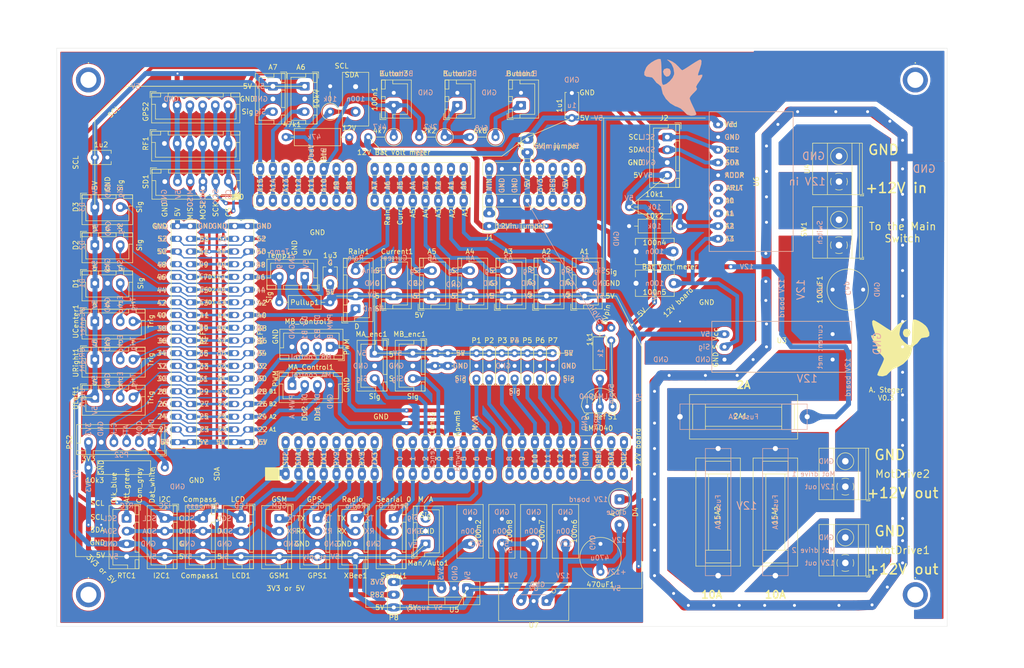
<source format=kicad_pcb>
(kicad_pcb (version 20171130) (host pcbnew "(5.1.6)-1")
  (layers (0 F.Cu signal) (31 B.Cu signal) (34 B.Paste user) (35 F.Paste user) (36 B.SilkS user) (37 F.SilkS user hide) (38 B.Mask user) (39 F.Mask user) (44 Edge.Cuts user))
  (net 0 "")
  (net 1 GND)
  (net 2 +12V)
  (net 3 +5P)
  (net 4 +3V3)
  (net 5 /VBat)
  (net 6 /Button)
  (net 7 /EchoR)
  (net 8 /TrigR)
  (net 9 /TrigL)
  (net 10 /EchoL)
  (net 11 /ManualMode)
  (net 12 /M2Enc)
  (net 13 /M1Enc)
  (net 14 /TX3)
  (net 15 /RX3)
  (net 16 /TX2)
  (net 17 /RX2)
  (net 18 /TX1)
  (net 19 /RX1)
  (net 20 /SDA)
  (net 21 /SCL)
  (net 22 /DIR_A2)
  (net 23 /DIR_A1)
  (net 24 /DIR_B2)
  (net 25 /DIR_B1)
  (net 26 /PWM_B)
  (net 27 /PWM_A)
  (net 28 /Current)
  (net 29 "Net-(2k2-Pad1)")
  (net 30 "Net-(6k8-Pad1)")
  (net 31 /AREF)
  (net 32 "Net-(J5-Pad1)")
  (net 33 "Net-(J5-Pad2)")
  (net 34 "Net-(J5-Pad3)")
  (net 35 "Net-(J10-Pad8)")
  (net 36 "Net-(J11-Pad2)")
  (net 37 "Net-(J11-Pad1)")
  (net 38 "Net-(J14-Pad10)")
  (net 39 "Net-(J14-Pad9)")
  (net 40 "Net-(SW1-Pad2)")
  (net 41 /EchoC)
  (net 42 /TrigC)
  (net 43 "Net-(J5-Pad4)")
  (net 44 /D3)
  (net 45 /D2)
  (net 46 /D1)
  (net 47 /A1)
  (net 48 /A2)
  (net 49 /RainA)
  (net 50 /A3)
  (net 51 /A4)
  (net 52 /A5)
  (net 53 /A7)
  (net 54 /A6)
  (net 55 "Net-(U6-Pad7)")
  (net 56 "Net-(U6-Pad6)")
  (net 57 "Net-(U6-Pad8)")
  (net 58 /CurB)
  (net 59 /CurA)
  (net 60 /PWM_1)
  (net 61 /PWM_2)
  (net 62 /PWM_3)
  (net 63 /PWM_4)
  (net 64 /PWM_7)
  (net 65 /PWM_6)
  (net 66 /PWM_5)
  (net 67 "Net-(15A1-Pad2)")
  (net 68 "Net-(15A2-Pad2)")
  (net 69 "Net-(100n5-Pad1)")
  (net 70 "Net-(10k1-Pad2)")
  (net 71 "Net-(100n6-Pad1)")
  (net 72 "Net-(J11-Pad6)")
  (net 73 "Net-(J11-Pad5)")
  (net 74 /CS)
  (net 75 /MISO)
  (net 76 /SCK)
  (net 77 /PS2_Data)
  (net 78 /PS2_Clock)
  (net 79 /PS2_Atten)
  (net 80 /PS2_Com)
  (net 81 /RainD)
  (net 82 /Temp)
  (net 83 "Net-(10k3-Pad1)")
  (net 84 /5Vpin)
  (net 85 /VINpin)
  (net 86 /TX0)
  (net 87 /RX0)
  (net 88 /MOSI)
  (module Arduino:1_pin (layer F.Cu) (at 77.47 64.77)
    (fp_text reference . (at 0 0.5) (layer F.SilkS))
    (fp_text value .)
    (pad 1 thru_hole oval (at 0 0) (size 1.6 2.2) (drill 0.8) (layers *.Cu *.Mask))
  )
  (module Arduino:1_pin (layer F.Cu) (at 126.365 100.33 90)
    (fp_text reference . (at 0 0.5 90) (layer F.SilkS))
    (fp_text value .)
    (pad 1 thru_hole oval (at 0 0 90) (size 1.6 2.2) (drill 0.8) (layers *.Cu *.Mask))
  )
  (module Arduino:1_pin (layer F.Cu) (at 123.825 100.33 90)
    (fp_text reference . (at 0 0.5 90) (layer F.SilkS))
    (fp_text value .)
    (pad 1 thru_hole oval (at 0 0 90) (size 1.6 2.2) (drill 0.8) (layers *.Cu *.Mask))
  )
  (module Arduino:1_pin (layer F.Cu) (at 123.825 97.79 90)
    (fp_text reference . (at 0 0.5 90) (layer F.SilkS))
    (fp_text value .)
    (pad 1 thru_hole oval (at 0 0 90) (size 1.6 2.2) (drill 0.8) (layers *.Cu *.Mask) (net 3 +5P))
  )
  (module Arduino:1_pin (layer F.Cu) (at 126.365 97.79 90)
    (fp_text reference . (at 0 0.5 90) (layer F.SilkS))
    (fp_text value .)
    (pad 1 thru_hole oval (at 0 0 90) (size 1.6 2.2) (drill 0.8) (layers *.Cu *.Mask) (net 3 +5P))
  )
  (module Arduino:Terminal_p36 (layer F.Cu) (at 74.93 93.98 270)
    (fp_text reference REF** (at 0 -2.54 90) (layer F.SilkS))
    (fp_text value Terminal_p36)
    (pad 2 thru_hole oval (at 21.59 2.54 270) (size 1.2 2.4) (drill 0.9 (offset 0 0.3)) (layers *.Cu *.Mask))
    (pad 4 thru_hole oval (at 19.05 2.54 270) (size 1.2 2.4) (drill 0.9 (offset 0 0.3)) (layers *.Cu *.Mask))
    (pad 6 thru_hole oval (at 16.51 2.54 270) (size 1.2 2.4) (drill 0.9 (offset 0 0.3)) (layers *.Cu *.Mask))
    (pad 8 thru_hole oval (at 13.97 2.54 270) (size 1.2 2.4) (drill 0.9 (offset 0 0.3)) (layers *.Cu *.Mask))
    (pad 10 thru_hole oval (at 11.43 2.54 270) (size 1.2 2.4) (drill 0.9 (offset 0 0.3)) (layers *.Cu *.Mask))
    (pad 12 thru_hole oval (at 8.89 2.54 270) (size 1.2 2.4) (drill 0.9 (offset 0 0.3)) (layers *.Cu *.Mask))
    (pad 14 thru_hole oval (at 6.35 2.54 270) (size 1.2 2.4) (drill 0.9 (offset 0 0.3)) (layers *.Cu *.Mask))
    (pad 16 thru_hole oval (at 3.81 2.54 270) (size 1.2 2.4) (drill 0.9 (offset 0 0.3)) (layers *.Cu *.Mask))
    (pad 18 thru_hole oval (at 1.27 2.54 270) (size 1.2 2.4) (drill 0.9 (offset 0 0.3)) (layers *.Cu *.Mask))
    (pad 20 thru_hole oval (at -1.27 2.54 270) (size 1.2 2.4) (drill 0.9 (offset 0 0.3)) (layers *.Cu *.Mask))
    (pad 22 thru_hole oval (at -3.81 2.54 270) (size 1.2 2.4) (drill 0.9 (offset 0 0.3)) (layers *.Cu *.Mask))
    (pad 24 thru_hole oval (at -6.35 2.54 270) (size 1.2 2.4) (drill 0.9 (offset 0 0.3)) (layers *.Cu *.Mask))
    (pad 26 thru_hole oval (at -8.89 2.54 270) (size 1.2 2.4) (drill 0.9 (offset 0 0.3)) (layers *.Cu *.Mask))
    (pad 28 thru_hole oval (at -11.43 2.54 270) (size 1.2 2.4) (drill 0.9 (offset 0 0.3)) (layers *.Cu *.Mask))
    (pad 30 thru_hole oval (at -13.97 2.54 270) (size 1.2 2.4) (drill 0.9 (offset 0 0.3)) (layers *.Cu *.Mask))
    (pad 32 thru_hole oval (at -16.51 2.54 270) (size 1.2 2.4) (drill 0.9 (offset 0 0.3)) (layers *.Cu *.Mask) (net 75 /MISO))
    (pad 34 thru_hole oval (at -19.05 2.54 270) (size 1.2 2.4) (drill 0.9 (offset 0 0.3)) (layers *.Cu *.Mask))
    (pad 36 thru_hole oval (at -21.59 2.54 270) (size 1.2 2.4) (drill 0.9 (offset 0 0.3)) (layers *.Cu *.Mask))
    (pad 1 thru_hole oval (at 21.59 0 270) (size 1.2 2.4) (drill 0.9 (offset 0 -0.3)) (layers *.Cu *.Mask))
    (pad 3 thru_hole oval (at 19.05 0 270) (size 1.2 2.4) (drill 0.9 (offset 0 -0.3)) (layers *.Cu *.Mask))
    (pad 5 thru_hole oval (at 16.51 0 270) (size 1.2 2.4) (drill 0.9 (offset 0 -0.3)) (layers *.Cu *.Mask))
    (pad 7 thru_hole oval (at 13.97 0 270) (size 1.2 2.4) (drill 0.9 (offset 0 -0.3)) (layers *.Cu *.Mask))
    (pad 9 thru_hole oval (at 11.43 0 270) (size 1.2 2.4) (drill 0.9 (offset 0 -0.3)) (layers *.Cu *.Mask))
    (pad 11 thru_hole oval (at 8.89 0 270) (size 1.2 2.4) (drill 0.9 (offset 0 -0.3)) (layers *.Cu *.Mask))
    (pad 13 thru_hole oval (at 6.35 0 270) (size 1.2 2.4) (drill 0.9 (offset 0 -0.3)) (layers *.Cu *.Mask))
    (pad 15 thru_hole oval (at 3.81 0 270) (size 1.2 2.4) (drill 0.9 (offset 0 -0.3)) (layers *.Cu *.Mask))
    (pad 17 thru_hole oval (at 1.27 0 270) (size 1.2 2.4) (drill 0.9 (offset 0 -0.3)) (layers *.Cu *.Mask))
    (pad 19 thru_hole oval (at -1.27 0 270) (size 1.2 2.4) (drill 0.9 (offset 0 -0.3)) (layers *.Cu *.Mask))
    (pad 21 thru_hole oval (at -3.81 0 270) (size 1.2 2.4) (drill 0.9 (offset 0 -0.3)) (layers *.Cu *.Mask))
    (pad 23 thru_hole oval (at -6.35 0 270) (size 1.2 2.4) (drill 0.9 (offset 0 -0.3)) (layers *.Cu *.Mask))
    (pad 25 thru_hole oval (at -8.89 0 270) (size 1.2 2.4) (drill 0.9 (offset 0 -0.3)) (layers *.Cu *.Mask))
    (pad 27 thru_hole oval (at -11.43 0 270) (size 1.2 2.4) (drill 0.9 (offset 0 -0.3)) (layers *.Cu *.Mask))
    (pad 29 thru_hole oval (at -13.97 0 270) (size 1.2 2.4) (drill 0.9 (offset 0 -0.3)) (layers *.Cu *.Mask))
    (pad 31 thru_hole oval (at -16.51 0 270) (size 1.2 2.4) (drill 0.9 (offset 0 -0.3)) (layers *.Cu *.Mask))
    (pad 33 thru_hole oval (at -19.05 0 270) (size 1.2 2.4) (drill 0.9 (offset 0 -0.3)) (layers *.Cu *.Mask))
    (pad 35 thru_hole oval (at -21.59 0 270) (size 1.2 2.4) (drill 0.9 (offset 0 -0.3)) (layers *.Cu *.Mask))
  )
  (module Arduino:Terminal_p36 (layer F.Cu) (at 86.36 93.98 270)
    (fp_text reference REF** (at 0 -2.54 90) (layer F.SilkS))
    (fp_text value Terminal_p36)
    (pad 2 thru_hole oval (at 21.59 2.54 270) (size 1.2 2.4) (drill 0.9 (offset 0 0.3)) (layers *.Cu *.Mask))
    (pad 4 thru_hole oval (at 19.05 2.54 270) (size 1.2 2.4) (drill 0.9 (offset 0 0.3)) (layers *.Cu *.Mask))
    (pad 6 thru_hole oval (at 16.51 2.54 270) (size 1.2 2.4) (drill 0.9 (offset 0 0.3)) (layers *.Cu *.Mask))
    (pad 8 thru_hole oval (at 13.97 2.54 270) (size 1.2 2.4) (drill 0.9 (offset 0 0.3)) (layers *.Cu *.Mask))
    (pad 10 thru_hole oval (at 11.43 2.54 270) (size 1.2 2.4) (drill 0.9 (offset 0 0.3)) (layers *.Cu *.Mask))
    (pad 12 thru_hole oval (at 8.89 2.54 270) (size 1.2 2.4) (drill 0.9 (offset 0 0.3)) (layers *.Cu *.Mask))
    (pad 14 thru_hole oval (at 6.35 2.54 270) (size 1.2 2.4) (drill 0.9 (offset 0 0.3)) (layers *.Cu *.Mask))
    (pad 16 thru_hole oval (at 3.81 2.54 270) (size 1.2 2.4) (drill 0.9 (offset 0 0.3)) (layers *.Cu *.Mask))
    (pad 18 thru_hole oval (at 1.27 2.54 270) (size 1.2 2.4) (drill 0.9 (offset 0 0.3)) (layers *.Cu *.Mask))
    (pad 20 thru_hole oval (at -1.27 2.54 270) (size 1.2 2.4) (drill 0.9 (offset 0 0.3)) (layers *.Cu *.Mask))
    (pad 22 thru_hole oval (at -3.81 2.54 270) (size 1.2 2.4) (drill 0.9 (offset 0 0.3)) (layers *.Cu *.Mask))
    (pad 24 thru_hole oval (at -6.35 2.54 270) (size 1.2 2.4) (drill 0.9 (offset 0 0.3)) (layers *.Cu *.Mask))
    (pad 26 thru_hole oval (at -8.89 2.54 270) (size 1.2 2.4) (drill 0.9 (offset 0 0.3)) (layers *.Cu *.Mask))
    (pad 28 thru_hole oval (at -11.43 2.54 270) (size 1.2 2.4) (drill 0.9 (offset 0 0.3)) (layers *.Cu *.Mask))
    (pad 30 thru_hole oval (at -13.97 2.54 270) (size 1.2 2.4) (drill 0.9 (offset 0 0.3)) (layers *.Cu *.Mask))
    (pad 32 thru_hole oval (at -16.51 2.54 270) (size 1.2 2.4) (drill 0.9 (offset 0 0.3)) (layers *.Cu *.Mask))
    (pad 34 thru_hole oval (at -19.05 2.54 270) (size 1.2 2.4) (drill 0.9 (offset 0 0.3)) (layers *.Cu *.Mask))
    (pad 36 thru_hole oval (at -21.59 2.54 270) (size 1.2 2.4) (drill 0.9 (offset 0 0.3)) (layers *.Cu *.Mask))
    (pad 1 thru_hole oval (at 21.59 0 270) (size 1.2 2.4) (drill 0.9 (offset 0 -0.3)) (layers *.Cu *.Mask))
    (pad 3 thru_hole oval (at 19.05 0 270) (size 1.2 2.4) (drill 0.9 (offset 0 -0.3)) (layers *.Cu *.Mask))
    (pad 5 thru_hole oval (at 16.51 0 270) (size 1.2 2.4) (drill 0.9 (offset 0 -0.3)) (layers *.Cu *.Mask))
    (pad 7 thru_hole oval (at 13.97 0 270) (size 1.2 2.4) (drill 0.9 (offset 0 -0.3)) (layers *.Cu *.Mask))
    (pad 9 thru_hole oval (at 11.43 0 270) (size 1.2 2.4) (drill 0.9 (offset 0 -0.3)) (layers *.Cu *.Mask))
    (pad 11 thru_hole oval (at 8.89 0 270) (size 1.2 2.4) (drill 0.9 (offset 0 -0.3)) (layers *.Cu *.Mask))
    (pad 13 thru_hole oval (at 6.35 0 270) (size 1.2 2.4) (drill 0.9 (offset 0 -0.3)) (layers *.Cu *.Mask))
    (pad 15 thru_hole oval (at 3.81 0 270) (size 1.2 2.4) (drill 0.9 (offset 0 -0.3)) (layers *.Cu *.Mask))
    (pad 17 thru_hole oval (at 1.27 0 270) (size 1.2 2.4) (drill 0.9 (offset 0 -0.3)) (layers *.Cu *.Mask))
    (pad 19 thru_hole oval (at -1.27 0 270) (size 1.2 2.4) (drill 0.9 (offset 0 -0.3)) (layers *.Cu *.Mask))
    (pad 21 thru_hole oval (at -3.81 0 270) (size 1.2 2.4) (drill 0.9 (offset 0 -0.3)) (layers *.Cu *.Mask))
    (pad 23 thru_hole oval (at -6.35 0 270) (size 1.2 2.4) (drill 0.9 (offset 0 -0.3)) (layers *.Cu *.Mask))
    (pad 25 thru_hole oval (at -8.89 0 270) (size 1.2 2.4) (drill 0.9 (offset 0 -0.3)) (layers *.Cu *.Mask))
    (pad 27 thru_hole oval (at -11.43 0 270) (size 1.2 2.4) (drill 0.9 (offset 0 -0.3)) (layers *.Cu *.Mask))
    (pad 29 thru_hole oval (at -13.97 0 270) (size 1.2 2.4) (drill 0.9 (offset 0 -0.3)) (layers *.Cu *.Mask))
    (pad 31 thru_hole oval (at -16.51 0 270) (size 1.2 2.4) (drill 0.9 (offset 0 -0.3)) (layers *.Cu *.Mask) (net 75 /MISO))
    (pad 33 thru_hole oval (at -19.05 0 270) (size 1.2 2.4) (drill 0.9 (offset 0 -0.3)) (layers *.Cu *.Mask))
    (pad 35 thru_hole oval (at -21.59 0 270) (size 1.2 2.4) (drill 0.9 (offset 0 -0.3)) (layers *.Cu *.Mask))
  )
  (module Arduino:ADS1115 (layer F.Cu) (at 185.42 63.5 270)
    (fp_text reference U6 (at 0 -2.54 90) (layer F.SilkS))
    (fp_text value ADS1115)
    (fp_text user A3 (at 11.43 2.794) (layer F.SilkS))
    (fp_text user A2 (at 8.89 2.794) (layer F.SilkS))
    (fp_text user A1 (at 6.35 2.794) (layer F.SilkS))
    (fp_text user A0 (at 3.81 2.794) (layer F.SilkS))
    (fp_text user ARLT (at 1.27 1.778) (layer F.SilkS))
    (fp_text user ADDR (at -1.27 1.778) (layer F.SilkS))
    (fp_text user SDA (at -3.81 2.286) (layer F.SilkS))
    (fp_text user SCL (at -6.35 2.286) (layer F.SilkS))
    (fp_text user GND (at -8.89 2.286) (layer F.SilkS))
    (fp_text user Vdd (at -11.43 2.54) (layer F.SilkS))
    (pad 10 thru_hole oval (at 11.43 5.08 270) (size 1.524 2) (drill 0.762) (layers *.Cu *.Mask) (net 69 "Net-(100n5-Pad1)"))
    (pad 9 thru_hole oval (at 8.89 5.08 270) (size 1.524 2) (drill 0.762) (layers *.Cu *.Mask) (net 70 "Net-(10k1-Pad2)"))
    (pad 8 thru_hole oval (at 6.35 5.08 270) (size 1.524 2) (drill 0.762) (layers *.Cu *.Mask) (net 57 "Net-(U6-Pad8)"))
    (pad 7 thru_hole oval (at 3.81 5.08 270) (size 1.524 2) (drill 0.762) (layers *.Cu *.Mask) (net 55 "Net-(U6-Pad7)"))
    (pad 6 thru_hole oval (at 1.27 5.08 270) (size 1.524 2) (drill 0.762) (layers *.Cu *.Mask) (net 56 "Net-(U6-Pad6)"))
    (pad 5 thru_hole oval (at -1.27 5.08 270) (size 1.524 2) (drill 0.762) (layers *.Cu *.Mask) (net 1 GND))
    (pad 4 thru_hole oval (at -3.81 5.08 270) (size 1.524 2) (drill 0.762) (layers *.Cu *.Mask) (net 20 /SDA))
    (pad 3 thru_hole oval (at -6.35 5.08 270) (size 1.524 2) (drill 0.762) (layers *.Cu *.Mask) (net 21 /SCL))
    (pad 2 thru_hole oval (at -8.89 5.08 270) (size 1.524 2) (drill 0.762) (layers *.Cu *.Mask) (net 1 GND))
    (pad 1 thru_hole oval (at -11.43 5.08 270) (size 1.524 2) (drill 0.762) (layers *.Cu *.Mask) (net 3 +5P))
  )
  (module Shield:Fuse (layer F.Cu) (at 185.42 110.49)
    (fp_text reference 2A1 (at -0.635 -0.135) (layer F.SilkS))
    (fp_text value 2A)
    (pad 2 thru_hole circle (at -12.7 0) (size 3 3) (drill 1.1) (layers *.Cu *.Mask) (net 58 /CurB))
    (pad 1 thru_hole circle (at 12.7 0) (size 3 3) (drill 1) (layers *.Cu *.Mask) (net 2 +12V))
  )
  (module Shield:Fuse (layer F.Cu) (at 191.77 129.54 90)
    (fp_text reference 15A1 (at -0.635 -0.135 90) (layer F.SilkS))
    (fp_text value 15A1)
    (pad 2 thru_hole circle (at -12.7 0 90) (size 3 3) (drill 1.1) (layers *.Cu *.Mask) (net 67 "Net-(15A1-Pad2)"))
    (pad 1 thru_hole circle (at 12.7 0 90) (size 3 3) (drill 1) (layers *.Cu *.Mask) (net 58 /CurB))
  )
  (module Shield:Fuse (layer F.Cu) (at 180.34 129.54 90)
    (fp_text reference 15A2 (at -0.635 -0.135 90) (layer F.SilkS))
    (fp_text value 15A1)
    (pad 2 thru_hole circle (at -12.7 0 90) (size 3 3) (drill 1.1) (layers *.Cu *.Mask) (net 68 "Net-(15A2-Pad2)"))
    (pad 1 thru_hole circle (at 12.7 0 90) (size 3 3) (drill 1) (layers *.Cu *.Mask) (net 58 /CurB))
  )
  (module Arduino:1_pin (layer F.Cu) (at 159.004 92.71 180)
    (fp_text reference . (at 0 0.5) (layer F.SilkS))
    (fp_text value .)
    (pad 1 thru_hole oval (at 0 0 180) (size 1.6 1.6) (drill 0.8) (layers *.Cu *.Mask))
  )
  (module Connector_JST:JST_XH_B2B-XH-A_1x02_P2.50mm_Vertical (layer F.Cu) (at 115.57 48.26 90)
    (fp_text reference Button3 (at 6.35 0) (layer F.SilkS))
    (fp_text value TestBtn3)
    (pad 1 thru_hole roundrect (at 0 0 90) (size 1.7 2) (drill 0.8) (layers *.Cu *.Mask) (roundrect_rratio 0.147) (net 6 /Button))
    (pad 2 thru_hole oval (at 2.5 0 90) (size 1.7 2) (drill 0.8) (layers *.Cu *.Mask) (net 1 GND))
  )
  (module Connector_JST:JST_XH_B2B-XH-A_1x02_P2.50mm_Vertical (layer F.Cu) (at 128.27 48.26 90)
    (fp_text reference Button2 (at 6.35 0) (layer F.SilkS))
    (fp_text value TestBtn2)
    (pad 1 thru_hole roundrect (at 0 0 90) (size 1.7 2) (drill 0.8) (layers *.Cu *.Mask) (roundrect_rratio 0.147) (net 29 "Net-(2k2-Pad1)"))
    (pad 2 thru_hole oval (at 2.5 0 90) (size 1.7 2) (drill 0.8) (layers *.Cu *.Mask) (net 1 GND))
  )
  (module Connector_JST:JST_XH_B2B-XH-A_1x02_P2.50mm_Vertical (layer F.Cu) (at 140.97 48.26 90)
    (fp_text reference Button1 (at 6.35 0) (layer F.SilkS))
    (fp_text value TestBtn1)
    (pad 1 thru_hole roundrect (at 0 0 90) (size 1.7 2) (drill 0.8) (layers *.Cu *.Mask) (roundrect_rratio 0.147) (net 30 "Net-(6k8-Pad1)"))
    (pad 2 thru_hole oval (at 2.5 0 90) (size 1.7 2) (drill 0.8) (layers *.Cu *.Mask) (net 1 GND))
  )
  (module Diode_THT:D_5W_P5.08mm_Vertical_AnodeUp (layer F.Cu) (at 160.655 127 270)
    (fp_text reference D4 (at 2.54 -3.174899 90) (layer F.SilkS))
    (fp_text value 1N4001)
    (fp_text user A (at 2.98 1.4 90) (layer F.SilkS))
    (pad 1 thru_hole roundrect (at 0 0 270) (size 2 2) (drill 0.8) (layers *.Cu *.Mask) (net 2 +12V))
    (pad 2 thru_hole oval (at 5.08 0 270) (size 2 2) (drill 0.8) (layers *.Cu *.Mask) (net 71 "Net-(100n6-Pad1)"))
  )
  (module Capacitor_THT:C_Disc_D10.5mm_W5.0mm_P5.00mm (layer F.Cu) (at 130.81 135.89 90)
    (fp_text reference 100n2 (at 2.5 1.651 270) (layer F.SilkS))
    (fp_text value 100nF)
    (pad 2 thru_hole circle (at 5 0 90) (size 2 2) (drill 0.8) (layers *.Cu *.Mask) (net 1 GND))
    (pad 1 thru_hole circle (at 0 0 90) (size 2 2) (drill 0.8) (layers *.Cu *.Mask) (net 4 +3V3))
  )
  (module Capacitor_THT:C_Disc_D10.5mm_W5.0mm_P5.00mm (layer F.Cu) (at 137.16 135.89 90)
    (fp_text reference 100n8 (at 2.5 1.524 270) (layer F.SilkS))
    (fp_text value 100nF)
    (pad 1 thru_hole circle (at 0 0 90) (size 2 2) (drill 0.8) (layers *.Cu *.Mask) (net 3 +5P))
    (pad 2 thru_hole circle (at 5 0 90) (size 2 2) (drill 0.8) (layers *.Cu *.Mask) (net 1 GND))
  )
  (module Capacitor_THT:C_Disc_D10.5mm_W5.0mm_P5.00mm (layer F.Cu) (at 143.51 135.89 90)
    (fp_text reference 100n7 (at 2.5 1.651 270) (layer F.SilkS))
    (fp_text value 100nF)
    (pad 1 thru_hole circle (at 0 0 90) (size 2 2) (drill 0.8) (layers *.Cu *.Mask) (net 3 +5P))
    (pad 2 thru_hole circle (at 5 0 90) (size 2 2) (drill 0.8) (layers *.Cu *.Mask) (net 1 GND))
  )
  (module Capacitor_THT:C_Disc_D10.5mm_W5.0mm_P5.00mm (layer F.Cu) (at 149.86 135.89 90)
    (fp_text reference 100n6 (at 2.54 1.778 270) (layer F.SilkS))
    (fp_text value 100nF)
    (pad 2 thru_hole circle (at 5 0 90) (size 2 2) (drill 0.8) (layers *.Cu *.Mask) (net 1 GND))
    (pad 1 thru_hole circle (at 0 0 90) (size 2 2) (drill 0.8) (layers *.Cu *.Mask) (net 71 "Net-(100n6-Pad1)"))
  )
  (module Package_TO_SOT_THT:TO-220-3_Vertical (layer F.Cu) (at 130.175 144.78 180)
    (fp_text reference U5 (at 2.54 -4.27) (layer F.SilkS))
    (fp_text value LM7803_TO220)
    (pad 1 thru_hole roundrect (at 0 0 180) (size 1.905 2) (drill 0.8) (layers *.Cu *.Mask) (net 3 +5P))
    (pad 2 thru_hole oval (at 2.54 0 180) (size 1.905 2) (drill 0.8) (layers *.Cu *.Mask) (net 1 GND))
    (pad 3 thru_hole oval (at 5.08 0 180) (size 1.905 2) (drill 0.8) (layers *.Cu *.Mask) (net 4 +3V3))
  )
  (module My_footprint_library:Traco_TSR2 (layer F.Cu) (at 143.51 147.32 180)
    (fp_text reference U7 (at 0 -4.826 180) (layer F.SilkS))
    (fp_text value LM7805_TO220)
    (fp_text user %R (at 0 2.54 180) (layer B.SilkS) (effects (justify mirror)))
    (pad 2 thru_hole circle (at 0 0 180) (size 1.9 1.9) (drill 0.8) (layers *.Cu *.Mask) (net 1 GND))
    (pad 1 thru_hole roundrect (at -2.54 0 180) (size 1.9 1.9) (drill 0.8) (layers *.Cu *.Mask) (net 71 "Net-(100n6-Pad1)"))
    (pad 3 thru_hole circle (at 2.54 0 180) (size 1.9 1.9) (drill 0.8) (layers *.Cu *.Mask) (net 3 +5P))
  )
  (module Arduino:1_pin (layer F.Cu) (at 159.004 95.25 90)
    (fp_text reference . (at 0 0.5 90) (layer F.SilkS))
    (fp_text value .)
    (pad 1 thru_hole oval (at 0 0 90) (size 1.6 1.6) (drill 0.8) (layers *.Cu *.Mask))
  )
  (module Arduino:TO-92 (layer F.Cu) (at 156.718 108.458 180)
    (fp_text reference S1 (at -2.54 -2.032) (layer F.SilkS))
    (fp_text value "LM4040 2.5V")
    (fp_text user G (at 2.54 -2.032) (layer F.SilkS))
    (fp_text user Ref (at 0 -2.032) (layer F.SilkS))
    (pad 1 thru_hole oval (at 0 0 180) (size 1.524 2) (drill 0.762) (layers *.Cu *.Mask) (net 31 /AREF))
    (pad 2 thru_hole oval (at 2.54 0 180) (size 1.524 2) (drill 0.762) (layers *.Cu *.Mask) (net 1 GND))
    (pad 3 thru_hole oval (at -2.54 0 180) (size 1.524 2) (drill 0.762) (layers *.Cu *.Mask))
  )
  (module Shield:parrot (layer B.Cu) (at 171.45 44.45 180)
    (fp_text reference G*** hide)
    (fp_text value LOGO hide)
  )
  (module Resistor_THT:R_Axial_DIN0207_L6.3mm_D2.5mm_P10.16mm_Horizontal (layer F.Cu) (at 54.61 120.65)
    (fp_text reference 10k3 (at 1.27 2.54) (layer F.SilkS))
    (fp_text value 10k)
    (pad 1 thru_hole circle (at 0 0) (size 1.6 1.6) (drill 0.8) (layers *.Cu *.Mask) (net 83 "Net-(10k3-Pad1)"))
    (pad 2 thru_hole oval (at 15.24 0) (size 1.6 1.6) (drill 0.8) (layers *.Cu *.Mask) (net 77 /PS2_Data))
  )
  (module Capacitor_THT:C_Radial_D8.0mm_H7.0mm_P3.50mm (layer F.Cu) (at 156.845 140.462 90)
    (fp_text reference 470uF1 (at -3.556 0 180) (layer F.SilkS))
    (fp_text value 470uF)
    (pad 1 thru_hole circle (at -1.016 0 90) (size 1.6 1.6) (drill 0.8) (layers *.Cu *.Mask) (net 71 "Net-(100n6-Pad1)"))
    (pad 2 thru_hole circle (at 4.572 0 90) (size 1.6 1.6) (drill 0.8) (layers *.Cu *.Mask) (net 1 GND))
  )
  (module Arduino:Terminal_p8 (layer F.Cu) (at 120.65 67.31 180)
    (fp_text reference J6 (at 36.322 1.016) (layer F.SilkS))
    (fp_text value .)
    (pad 8 thru_hole oval (at 8.89 0 180) (size 1.6 2.4) (drill 0.8) (layers *.Cu *.Mask) (net 35 "Net-(J10-Pad8)"))
    (pad 7 thru_hole oval (at 6.35 0 180) (size 1.6 2.4) (drill 0.8) (layers *.Cu *.Mask) (net 49 /RainA))
    (pad 6 thru_hole oval (at 3.81 0 180) (size 1.6 2.4) (drill 0.8) (layers *.Cu *.Mask) (net 28 /Current))
    (pad 5 thru_hole oval (at 1.27 0 180) (size 1.6 2.4) (drill 0.8) (layers *.Cu *.Mask) (net 52 /A5))
    (pad 4 thru_hole oval (at -1.27 0 180) (size 1.6 2.4) (drill 0.8) (layers *.Cu *.Mask) (net 51 /A4))
    (pad 3 thru_hole oval (at -3.81 0 180) (size 1.6 2.4) (drill 0.8) (layers *.Cu *.Mask) (net 50 /A3))
    (pad 2 thru_hole oval (at -6.35 0 180) (size 1.6 2.4) (drill 0.8) (layers *.Cu *.Mask) (net 48 /A2))
    (pad 1 thru_hole oval (at -8.89 0 180) (size 1.6 2.4) (drill 0.8) (layers *.Cu *.Mask) (net 47 /A1))
  )
  (module Connector_JST:JST_XH_B6B-XH-A_1x06_P2.50mm_Vertical (layer F.Cu) (at 67.31 115.57 180)
    (fp_text reference PS2 (at 16.51 0 270) (layer F.SilkS))
    (fp_text value PS2_Controll)
    (pad 1 thru_hole roundrect (at 0 0 180) (size 1.7 1.95) (drill 0.95) (layers *.Cu *.Mask) (roundrect_rratio 0.147059) (net 77 /PS2_Data))
    (pad 2 thru_hole oval (at 2.54 0 180) (size 1.7 1.95) (drill 0.95) (layers *.Cu *.Mask) (net 80 /PS2_Com))
    (pad 3 thru_hole oval (at 5.08 0 180) (size 1.7 1.95) (drill 0.95) (layers *.Cu *.Mask) (net 79 /PS2_Atten))
    (pad 4 thru_hole oval (at 7.62 0 180) (size 1.7 1.95) (drill 0.95) (layers *.Cu *.Mask) (net 78 /PS2_Clock))
    (pad 5 thru_hole oval (at 10.16 0 180) (size 1.7 1.95) (drill 0.95) (layers *.Cu *.Mask) (net 1 GND))
    (pad 6 thru_hole oval (at 12.7 0 180) (size 1.7 1.95) (drill 0.95) (layers *.Cu *.Mask) (net 83 "Net-(10k3-Pad1)"))
  )
  (module Connector_JST:JST_XH_B4B-XH-A_1x04_P2.50mm_Vertical (layer F.Cu) (at 55.88 106.68)
    (fp_text reference ULeft1 (at -3.85 0 270) (layer F.SilkS))
    (fp_text value "Ultrasonic Left")
    (pad 1 thru_hole roundrect (at 0 0) (size 1.7 1.95) (drill 0.95) (layers *.Cu *.Mask) (roundrect_rratio 0.147059) (net 3 +5P))
    (pad 2 thru_hole oval (at 2.54 0) (size 1.7 1.95) (drill 0.95) (layers *.Cu *.Mask) (net 1 GND))
    (pad 3 thru_hole oval (at 5.08 0) (size 1.7 1.95) (drill 0.95) (layers *.Cu *.Mask) (net 10 /EchoL))
    (pad 4 thru_hole oval (at 7.62 0) (size 1.7 1.95) (drill 0.95) (layers *.Cu *.Mask) (net 9 /TrigL))
  )
  (module Connector_JST:JST_XH_B4B-XH-A_1x04_P2.50mm_Vertical (layer F.Cu) (at 55.88 99.06)
    (fp_text reference URight1 (at -3.81 0.635 270) (layer F.SilkS))
    (fp_text value Ultrason_Right)
    (pad 1 thru_hole roundrect (at 0 0) (size 1.7 1.95) (drill 0.95) (layers *.Cu *.Mask) (roundrect_rratio 0.147059) (net 3 +5P))
    (pad 2 thru_hole oval (at 2.54 0) (size 1.7 1.95) (drill 0.95) (layers *.Cu *.Mask) (net 1 GND))
    (pad 3 thru_hole oval (at 5.08 0) (size 1.7 1.95) (drill 0.95) (layers *.Cu *.Mask) (net 7 /EchoR))
    (pad 4 thru_hole oval (at 7.62 0) (size 1.7 1.95) (drill 0.95) (layers *.Cu *.Mask) (net 8 /TrigR))
  )
  (module Shield:parrot (layer F.Cu) (at 216.662 96.52)
    (fp_text reference G*** hide)
    (fp_text value LOGO hide)
  )
  (module Capacitor_THT:C_Radial_D8.0mm_H7.0mm_P3.50mm (layer F.Cu) (at 204.47 85.09)
    (fp_text reference 100uF1 (at -3.81 0 90) (layer F.SilkS))
    (fp_text value "100 uF")
    (pad 1 thru_hole circle (at -1.27 0) (size 1.6 1.6) (drill 0.8) (layers *.Cu *.Mask) (net 59 /CurA))
    (pad 2 thru_hole circle (at 4.826 0) (size 1.6 1.6) (drill 0.8) (layers *.Cu *.Mask) (net 1 GND))
  )
  (module TerminalBlock_Phoenix:TerminalBlock_Phoenix_MKDS-1,5-2-5.08_1x02_P5.08mm_Horizontal (layer F.Cu) (at 205.74 124.46 90)
    (fp_text reference MotDrive2 (at 2.54 11.43 180) (layer F.SilkS) (effects (font (size 1.5 1.5) (thickness 0.2))))
    (fp_text value "12V Mot2 OUT")
    (pad 1 thru_hole rect (at 0 0 90) (size 2.6 2.6) (drill 1.3) (layers *.Cu *.Mask) (net 68 "Net-(15A2-Pad2)"))
    (pad 2 thru_hole circle (at 5.08 0 90) (size 2.6 2.6) (drill 1.3) (layers *.Cu *.Mask) (net 1 GND))
  )
  (module Arduino:1pin (layer F.Cu) (at 219.71 43.18 180)
    (fp_text reference . (at 0 3.81) (layer F.SilkS))
    (fp_text value 1pin)
    (pad 1 thru_hole circle (at 0 0 180) (size 5 5) (drill 3.2) (layers *.Cu *.Mask))
  )
  (module Arduino:1pin (layer F.Cu) (at 54.61 43.18 180)
    (fp_text reference . (at 0 3.81) (layer F.SilkS))
    (fp_text value 1pin)
    (pad 1 thru_hole circle (at 0 0 180) (size 5 5) (drill 3.2) (layers *.Cu *.Mask))
  )
  (module Arduino:1pin (layer F.Cu) (at 219.71 146.05 180)
    (fp_text reference . (at 0 3.81) (layer F.SilkS))
    (fp_text value 1pin)
    (pad 1 thru_hole circle (at 0 0 180) (size 5 5) (drill 3.2) (layers *.Cu *.Mask))
  )
  (module Arduino:1pin (layer F.Cu) (at 54.61 146.05 180)
    (fp_text reference . (at 0 3.81) (layer F.SilkS))
    (fp_text value 1pin)
    (pad 1 thru_hole circle (at 0 0 180) (size 5 5) (drill 3.2) (layers *.Cu *.Mask))
  )
  (module Resistor_THT:R_Axial_DIN0309_L9.0mm_D3.2mm_P12.70mm_Horizontal (layer F.Cu) (at 106.68 54.61 180)
    (fp_text reference 47k1 (at 11.43 2.54) (layer F.SilkS))
    (fp_text value 47k1)
    (pad 1 thru_hole circle (at 0 0 180) (size 1.6 1.6) (drill 0.8) (layers *.Cu *.Mask) (net 2 +12V))
    (pad 2 thru_hole oval (at 12.7 0 180) (size 1.6 1.6) (drill 0.8) (layers *.Cu *.Mask) (net 5 /VBat))
  )
  (module Arduino:Terminal_p8 (layer F.Cu) (at 143.51 67.31 180)
    (fp_text reference J5 (at 59.436 0.762) (layer F.SilkS))
    (fp_text value .)
    (pad 1 thru_hole oval (at -8.89 0 180) (size 1.6 2.4) (drill 0.8) (layers *.Cu *.Mask) (net 32 "Net-(J5-Pad1)"))
    (pad 2 thru_hole oval (at -6.35 0 180) (size 1.6 2.4) (drill 0.8) (layers *.Cu *.Mask) (net 33 "Net-(J5-Pad2)"))
    (pad 3 thru_hole oval (at -3.81 0 180) (size 1.6 2.4) (drill 0.8) (layers *.Cu *.Mask) (net 34 "Net-(J5-Pad3)"))
    (pad 4 thru_hole oval (at -1.27 0 180) (size 1.6 2.4) (drill 0.8) (layers *.Cu *.Mask) (net 43 "Net-(J5-Pad4)"))
    (pad 5 thru_hole oval (at 1.27 0 180) (size 1.6 2.4) (drill 0.8) (layers *.Cu *.Mask) (net 84 /5Vpin))
    (pad 6 thru_hole oval (at 3.81 0 180) (size 1.6 2.4) (drill 0.8) (layers *.Cu *.Mask) (net 1 GND))
    (pad 7 thru_hole oval (at 6.35 0 180) (size 1.6 2.4) (drill 0.8) (layers *.Cu *.Mask) (net 1 GND))
    (pad 8 thru_hole oval (at 8.89 0 180) (size 1.6 2.4) (drill 0.8) (layers *.Cu *.Mask) (net 85 /VINpin))
  )
  (module Arduino:Terminal_p8 (layer F.Cu) (at 97.79 60.96 180)
    (fp_text reference J7 (at 13.716 -5.842) (layer F.SilkS))
    (fp_text value .)
    (pad 8 thru_hole oval (at 8.89 0 180) (size 1.6 2.4) (drill 0.8) (layers *.Cu *.Mask) (net 53 /A7))
    (pad 7 thru_hole oval (at 6.35 0 180) (size 1.6 2.4) (drill 0.8) (layers *.Cu *.Mask) (net 54 /A6))
    (pad 6 thru_hole oval (at 3.81 0 180) (size 1.6 2.4) (drill 0.8) (layers *.Cu *.Mask) (net 72 "Net-(J11-Pad6)"))
    (pad 5 thru_hole oval (at 1.27 0 180) (size 1.6 2.4) (drill 0.8) (layers *.Cu *.Mask) (net 73 "Net-(J11-Pad5)"))
    (pad 4 thru_hole oval (at -1.27 0 180) (size 1.6 2.4) (drill 0.8) (layers *.Cu *.Mask) (net 5 /VBat))
    (pad 3 thru_hole oval (at -3.81 0 180) (size 1.6 2.4) (drill 0.8) (layers *.Cu *.Mask) (net 6 /Button))
    (pad 2 thru_hole oval (at -6.35 0 180) (size 1.6 2.4) (drill 0.8) (layers *.Cu *.Mask) (net 36 "Net-(J11-Pad2)"))
    (pad 1 thru_hole oval (at -8.89 0 180) (size 1.6 2.4) (drill 0.8) (layers *.Cu *.Mask) (net 37 "Net-(J11-Pad1)"))
  )
  (module Arduino:Terminal_p8 (layer F.Cu) (at 143.51 60.96 180)
    (fp_text reference J9 (at 59.436 -5.588) (layer F.SilkS))
    (fp_text value .)
    (pad 8 thru_hole oval (at 8.89 0 180) (size 1.6 2.4) (drill 0.8) (layers *.Cu *.Mask) (net 85 /VINpin))
    (pad 7 thru_hole oval (at 6.35 0 180) (size 1.6 2.4) (drill 0.8) (layers *.Cu *.Mask) (net 1 GND))
    (pad 6 thru_hole oval (at 3.81 0 180) (size 1.6 2.4) (drill 0.8) (layers *.Cu *.Mask) (net 1 GND))
    (pad 5 thru_hole oval (at 1.27 0 180) (size 1.6 2.4) (drill 0.8) (layers *.Cu *.Mask) (net 84 /5Vpin))
    (pad 4 thru_hole oval (at -1.27 0 180) (size 1.6 2.4) (drill 0.8) (layers *.Cu *.Mask) (net 43 "Net-(J5-Pad4)"))
    (pad 3 thru_hole oval (at -3.81 0 180) (size 1.6 2.4) (drill 0.8) (layers *.Cu *.Mask) (net 34 "Net-(J5-Pad3)"))
    (pad 2 thru_hole oval (at -6.35 0 180) (size 1.6 2.4) (drill 0.8) (layers *.Cu *.Mask) (net 33 "Net-(J5-Pad2)"))
    (pad 1 thru_hole oval (at -8.89 0 180) (size 1.6 2.4) (drill 0.8) (layers *.Cu *.Mask) (net 32 "Net-(J5-Pad1)"))
  )
  (module Arduino:Terminal_p8 (layer F.Cu) (at 120.65 60.96 180)
    (fp_text reference J10 (at 36.322 -5.588) (layer F.SilkS))
    (fp_text value .)
    (pad 1 thru_hole oval (at -8.89 0 180) (size 1.6 2.4) (drill 0.8) (layers *.Cu *.Mask) (net 47 /A1))
    (pad 2 thru_hole oval (at -6.35 0 180) (size 1.6 2.4) (drill 0.8) (layers *.Cu *.Mask) (net 48 /A2))
    (pad 3 thru_hole oval (at -3.81 0 180) (size 1.6 2.4) (drill 0.8) (layers *.Cu *.Mask) (net 50 /A3))
    (pad 4 thru_hole oval (at -1.27 0 180) (size 1.6 2.4) (drill 0.8) (layers *.Cu *.Mask) (net 51 /A4))
    (pad 5 thru_hole oval (at 1.27 0 180) (size 1.6 2.4) (drill 0.8) (layers *.Cu *.Mask) (net 52 /A5))
    (pad 6 thru_hole oval (at 3.81 0 180) (size 1.6 2.4) (drill 0.8) (layers *.Cu *.Mask) (net 28 /Current))
    (pad 7 thru_hole oval (at 6.35 0 180) (size 1.6 2.4) (drill 0.8) (layers *.Cu *.Mask) (net 49 /RainA))
    (pad 8 thru_hole oval (at 8.89 0 180) (size 1.6 2.4) (drill 0.8) (layers *.Cu *.Mask) (net 35 "Net-(J10-Pad8)"))
  )
  (module Arduino:Terminal_p8 (layer F.Cu) (at 97.79 67.31 180)
    (fp_text reference J11 (at 13.716 0.762) (layer F.SilkS))
    (fp_text value .)
    (pad 1 thru_hole oval (at -8.89 0 180) (size 1.6 2.4) (drill 0.8) (layers *.Cu *.Mask) (net 37 "Net-(J11-Pad1)"))
    (pad 2 thru_hole oval (at -6.35 0 180) (size 1.6 2.4) (drill 0.8) (layers *.Cu *.Mask) (net 36 "Net-(J11-Pad2)"))
    (pad 3 thru_hole oval (at -3.81 0 180) (size 1.6 2.4) (drill 0.8) (layers *.Cu *.Mask) (net 6 /Button))
    (pad 4 thru_hole oval (at -1.27 0 180) (size 1.6 2.4) (drill 0.8) (layers *.Cu *.Mask) (net 5 /VBat))
    (pad 5 thru_hole oval (at 1.27 0 180) (size 1.6 2.4) (drill 0.8) (layers *.Cu *.Mask) (net 73 "Net-(J11-Pad5)"))
    (pad 6 thru_hole oval (at 3.81 0 180) (size 1.6 2.4) (drill 0.8) (layers *.Cu *.Mask) (net 72 "Net-(J11-Pad6)"))
    (pad 7 thru_hole oval (at 6.35 0 180) (size 1.6 2.4) (drill 0.8) (layers *.Cu *.Mask) (net 54 /A6))
    (pad 8 thru_hole oval (at 8.89 0 180) (size 1.6 2.4) (drill 0.8) (layers *.Cu *.Mask) (net 53 /A7))
  )
  (module Arduino:Terminal_p10 (layer F.Cu) (at 150.114 121.92)
    (fp_text reference J14 (at -58.928 0.254) (layer F.SilkS))
    (fp_text value .)
    (pad 10 thru_hole oval (at 11.43 0) (size 1.6 2.4) (drill 0.8) (layers *.Cu *.Mask) (net 38 "Net-(J14-Pad10)"))
    (pad 9 thru_hole oval (at 8.89 0) (size 1.6 2.4) (drill 0.8) (layers *.Cu *.Mask) (net 39 "Net-(J14-Pad9)"))
    (pad 8 thru_hole oval (at 6.35 0) (size 1.6 2.4) (drill 0.8) (layers *.Cu *.Mask) (net 31 /AREF))
    (pad 7 thru_hole oval (at 3.81 0) (size 1.6 2.4) (drill 0.8) (layers *.Cu *.Mask) (net 1 GND))
    (pad 6 thru_hole oval (at 1.27 0) (size 1.6 2.4) (drill 0.8) (layers *.Cu *.Mask) (net 64 /PWM_7))
    (pad 5 thru_hole oval (at -1.27 0) (size 1.6 2.4) (drill 0.8) (layers *.Cu *.Mask) (net 65 /PWM_6))
    (pad 4 thru_hole oval (at -3.81 0) (size 1.6 2.4) (drill 0.8) (layers *.Cu *.Mask) (net 66 /PWM_5))
    (pad 3 thru_hole oval (at -6.35 0) (size 1.6 2.4) (drill 0.8) (layers *.Cu *.Mask) (net 63 /PWM_4))
    (pad 2 thru_hole oval (at -8.89 0) (size 1.6 2.4) (drill 0.8) (layers *.Cu *.Mask) (net 62 /PWM_3))
    (pad 1 thru_hole oval (at -11.43 0) (size 1.6 2.4) (drill 0.8) (layers *.Cu *.Mask) (net 61 /PWM_2))
  )
  (module Arduino:Terminal_p8 (layer F.Cu) (at 125.73 121.92)
    (fp_text reference J15 (at -34.544 0.254) (layer F.SilkS))
    (fp_text value .)
    (pad 8 thru_hole oval (at 8.89 0) (size 1.6 2.4) (drill 0.8) (layers *.Cu *.Mask) (net 60 /PWM_1))
    (pad 7 thru_hole oval (at 6.35 0) (size 1.6 2.4) (drill 0.8) (layers *.Cu *.Mask) (net 11 /ManualMode))
    (pad 6 thru_hole oval (at 3.81 0) (size 1.6 2.4) (drill 0.8) (layers *.Cu *.Mask) (net 26 /PWM_B))
    (pad 5 thru_hole oval (at 1.27 0) (size 1.6 2.4) (drill 0.8) (layers *.Cu *.Mask) (net 27 /PWM_A))
    (pad 4 thru_hole oval (at -1.27 0) (size 1.6 2.4) (drill 0.8) (layers *.Cu *.Mask) (net 12 /M2Enc))
    (pad 3 thru_hole oval (at -3.81 0) (size 1.6 2.4) (drill 0.8) (layers *.Cu *.Mask) (net 13 /M1Enc))
    (pad 2 thru_hole oval (at -6.35 0) (size 1.6 2.4) (drill 0.8) (layers *.Cu *.Mask) (net 86 /TX0))
    (pad 1 thru_hole oval (at -8.89 0) (size 1.6 2.4) (drill 0.8) (layers *.Cu *.Mask) (net 87 /RX0))
  )
  (module Arduino:Terminal_p8 (layer F.Cu) (at 102.87 121.92)
    (fp_text reference J16 (at -11.43 0.254) (layer F.SilkS))
    (fp_text value .)
    (pad 8 thru_hole oval (at 8.89 0) (size 1.6 2.4) (drill 0.8) (layers *.Cu *.Mask) (net 14 /TX3))
    (pad 7 thru_hole oval (at 6.35 0) (size 1.6 2.4) (drill 0.8) (layers *.Cu *.Mask) (net 15 /RX3))
    (pad 6 thru_hole oval (at 3.81 0) (size 1.6 2.4) (drill 0.8) (layers *.Cu *.Mask) (net 16 /TX2))
    (pad 5 thru_hole oval (at 1.27 0) (size 1.6 2.4) (drill 0.8) (layers *.Cu *.Mask) (net 17 /RX2))
    (pad 4 thru_hole oval (at -1.27 0) (size 1.6 2.4) (drill 0.8) (layers *.Cu *.Mask) (net 18 /TX1))
    (pad 3 thru_hole oval (at -3.81 0) (size 1.6 2.4) (drill 0.8) (layers *.Cu *.Mask) (net 19 /RX1))
    (pad 2 thru_hole oval (at -6.35 0) (size 1.6 2.4) (drill 0.8) (layers *.Cu *.Mask) (net 20 /SDA))
    (pad 1 thru_hole oval (at -8.89 0) (size 1.6 2.4) (drill 0.8) (layers *.Cu *.Mask) (net 21 /SCL))
  )
  (module Arduino:Terminal_p10 (layer F.Cu) (at 150.114 115.57)
    (fp_text reference J17 (at -58.674 6.604) (layer F.SilkS))
    (fp_text value .)
    (pad 1 thru_hole oval (at -11.43 0) (size 1.6 2.4) (drill 0.8) (layers *.Cu *.Mask) (net 61 /PWM_2))
    (pad 2 thru_hole oval (at -8.89 0) (size 1.6 2.4) (drill 0.8) (layers *.Cu *.Mask) (net 62 /PWM_3))
    (pad 3 thru_hole oval (at -6.35 0) (size 1.6 2.4) (drill 0.8) (layers *.Cu *.Mask) (net 63 /PWM_4))
    (pad 4 thru_hole oval (at -3.81 0) (size 1.6 2.4) (drill 0.8) (layers *.Cu *.Mask) (net 66 /PWM_5))
    (pad 5 thru_hole oval (at -1.27 0) (size 1.6 2.4) (drill 0.8) (layers *.Cu *.Mask) (net 65 /PWM_6))
    (pad 6 thru_hole oval (at 1.27 0) (size 1.6 2.4) (drill 0.8) (layers *.Cu *.Mask) (net 64 /PWM_7))
    (pad 7 thru_hole oval (at 3.81 0) (size 1.6 2.4) (drill 0.8) (layers *.Cu *.Mask) (net 1 GND))
    (pad 8 thru_hole oval (at 6.35 0) (size 1.6 2.4) (drill 0.8) (layers *.Cu *.Mask) (net 31 /AREF))
    (pad 9 thru_hole oval (at 8.89 0) (size 1.6 2.4) (drill 0.8) (layers *.Cu *.Mask) (net 39 "Net-(J14-Pad9)"))
    (pad 10 thru_hole oval (at 11.43 0) (size 1.6 2.4) (drill 0.8) (layers *.Cu *.Mask) (net 38 "Net-(J14-Pad10)"))
  )
  (module Arduino:Terminal_p8 (layer F.Cu) (at 125.73 115.57)
    (fp_text reference J18 (at -34.29 6.604) (layer F.SilkS))
    (fp_text value .)
    (pad 1 thru_hole oval (at -8.89 0) (size 1.6 2.4) (drill 0.8) (layers *.Cu *.Mask) (net 87 /RX0))
    (pad 2 thru_hole oval (at -6.35 0) (size 1.6 2.4) (drill 0.8) (layers *.Cu *.Mask) (net 86 /TX0))
    (pad 3 thru_hole oval (at -3.81 0) (size 1.6 2.4) (drill 0.8) (layers *.Cu *.Mask) (net 13 /M1Enc))
    (pad 4 thru_hole oval (at -1.27 0) (size 1.6 2.4) (drill 0.8) (layers *.Cu *.Mask) (net 12 /M2Enc))
    (pad 5 thru_hole oval (at 1.27 0) (size 1.6 2.4) (drill 0.8) (layers *.Cu *.Mask) (net 27 /PWM_A))
    (pad 6 thru_hole oval (at 3.81 0) (size 1.6 2.4) (drill 0.8) (layers *.Cu *.Mask) (net 26 /PWM_B))
    (pad 7 thru_hole oval (at 6.35 0) (size 1.6 2.4) (drill 0.8) (layers *.Cu *.Mask) (net 11 /ManualMode))
    (pad 8 thru_hole oval (at 8.89 0) (size 1.6 2.4) (drill 0.8) (layers *.Cu *.Mask) (net 60 /PWM_1))
  )
  (module Arduino:Terminal_p8 (layer F.Cu) (at 102.87 115.57)
    (fp_text reference J19 (at -11.43 6.604) (layer F.SilkS))
    (fp_text value .)
    (pad 1 thru_hole oval (at -8.89 0) (size 1.6 2.4) (drill 0.8) (layers *.Cu *.Mask) (net 21 /SCL))
    (pad 2 thru_hole oval (at -6.35 0) (size 1.6 2.4) (drill 0.8) (layers *.Cu *.Mask) (net 20 /SDA))
    (pad 3 thru_hole oval (at -3.81 0) (size 1.6 2.4) (drill 0.8) (layers *.Cu *.Mask) (net 19 /RX1))
    (pad 4 thru_hole oval (at -1.27 0) (size 1.6 2.4) (drill 0.8) (layers *.Cu *.Mask) (net 18 /TX1))
    (pad 5 thru_hole oval (at 1.27 0) (size 1.6 2.4) (drill 0.8) (layers *.Cu *.Mask) (net 17 /RX2))
    (pad 6 thru_hole oval (at 3.81 0) (size 1.6 2.4) (drill 0.8) (layers *.Cu *.Mask) (net 16 /TX2))
    (pad 7 thru_hole oval (at 6.35 0) (size 1.6 2.4) (drill 0.8) (layers *.Cu *.Mask) (net 15 /RX3))
    (pad 8 thru_hole oval (at 8.89 0) (size 1.6 2.4) (drill 0.8) (layers *.Cu *.Mask) (net 14 /TX3))
  )
  (module TerminalBlock_Phoenix:TerminalBlock_Phoenix_MKDS-1,5-2-5.08_1x02_P5.08mm_Horizontal (layer F.Cu) (at 204.47 76.2 90)
    (fp_text reference SW1 (at 3.175 -6.985 90) (layer F.SilkS))
    (fp_text value SW_DIP_x01)
    (pad 2 thru_hole circle (at 5.08 0 90) (size 2.6 2.6) (drill 1.3) (layers *.Cu *.Mask) (net 40 "Net-(SW1-Pad2)"))
    (pad 1 thru_hole rect (at 0 0 90) (size 2.6 2.6) (drill 1.3) (layers *.Cu *.Mask) (net 59 /CurA))
  )
  (module TerminalBlock_Phoenix:TerminalBlock_Phoenix_MKDS-1,5-2-5.08_1x02_P5.08mm_Horizontal (layer F.Cu) (at 204.47 63.5 90)
    (fp_text reference U4 (at 2.54 -6.35 270) (layer F.SilkS))
    (fp_text value ST)
    (pad 1 thru_hole rect (at 0 0 90) (size 2.6 2.6) (drill 1.3) (layers *.Cu *.Mask) (net 40 "Net-(SW1-Pad2)"))
    (pad 2 thru_hole circle (at 5.08 0 90) (size 2.6 2.6) (drill 1.3) (layers *.Cu *.Mask) (net 1 GND))
  )
  (module Resistor_THT:R_Axial_DIN0207_L6.3mm_D2.5mm_P10.16mm_Horizontal (layer F.Cu) (at 102.87 87.63 180)
    (fp_text reference Pullup1 (at 5.08 0) (layer F.SilkS))
    (fp_text value 4k7)
    (pad 1 thru_hole circle (at 0 0 180) (size 1.6 1.6) (drill 0.8) (layers *.Cu *.Mask) (net 3 +5P))
    (pad 2 thru_hole oval (at 10.16 0 180) (size 1.6 1.6) (drill 0.8) (layers *.Cu *.Mask) (net 82 /Temp))
  )
  (module Resistor_THT:R_Axial_DIN0309_L9.0mm_D3.2mm_P5.08mm_Vertical (layer F.Cu) (at 125.73 54.61 180)
    (fp_text reference 2k2 (at 3.048 1.27) (layer F.SilkS))
    (fp_text value 2k2)
    (pad 2 thru_hole oval (at 5.08 0 180) (size 1.6 1.6) (drill 0.8) (layers *.Cu *.Mask) (net 6 /Button))
    (pad 1 thru_hole circle (at 0 0 180) (size 1.6 1.6) (drill 0.8) (layers *.Cu *.Mask) (net 29 "Net-(2k2-Pad1)"))
  )
  (module Resistor_THT:R_Axial_DIN0309_L9.0mm_D3.2mm_P5.08mm_Vertical (layer F.Cu) (at 115.57 54.61 180)
    (fp_text reference 4k7 (at 2.794 1.27) (layer F.SilkS))
    (fp_text value 4k7)
    (pad 1 thru_hole circle (at 0 0 180) (size 1.6 1.6) (drill 0.8) (layers *.Cu *.Mask) (net 6 /Button))
    (pad 2 thru_hole oval (at 5.08 0 180) (size 1.6 1.6) (drill 0.8) (layers *.Cu *.Mask) (net 3 +5P))
  )
  (module Resistor_THT:R_Axial_DIN0309_L9.0mm_D3.2mm_P5.08mm_Vertical (layer F.Cu) (at 135.89 54.61 180)
    (fp_text reference 6k8 (at 3.048 1.27) (layer F.SilkS))
    (fp_text value 6k8)
    (pad 1 thru_hole circle (at 0 0 180) (size 1.6 1.6) (drill 0.8) (layers *.Cu *.Mask) (net 30 "Net-(6k8-Pad1)"))
    (pad 2 thru_hole oval (at 5.08 0 180) (size 1.6 1.6) (drill 0.8) (layers *.Cu *.Mask) (net 29 "Net-(2k2-Pad1)"))
  )
  (module TerminalBlock_Phoenix:TerminalBlock_Phoenix_MKDS-1,5-2-5.08_1x02_P5.08mm_Horizontal (layer F.Cu) (at 205.74 139.7 90)
    (fp_text reference MotDrive1 (at 2.54 11.43 180) (layer F.SilkS) (effects (font (size 1.5 1.5) (thickness 0.2))))
    (fp_text value "12V Mot1 OUT")
    (pad 2 thru_hole circle (at 5.08 0 90) (size 2.6 2.6) (drill 1.3) (layers *.Cu *.Mask) (net 1 GND))
    (pad 1 thru_hole rect (at 0 0 90) (size 2.6 2.6) (drill 1.3) (layers *.Cu *.Mask) (net 67 "Net-(15A1-Pad2)"))
  )
  (module Resistor_THT:R_Axial_DIN0207_L6.3mm_D2.5mm_P10.16mm_Horizontal (layer F.Cu) (at 162.56 68.58)
    (fp_text reference 10k1 (at 5.08 -2.54) (layer F.SilkS))
    (fp_text value 10k)
    (pad 1 thru_hole circle (at 0 0) (size 1.6 1.6) (drill 0.8) (layers *.Cu *.Mask) (net 3 +5P))
    (pad 2 thru_hole oval (at 10.16 0) (size 1.6 1.6) (drill 0.8) (layers *.Cu *.Mask) (net 70 "Net-(10k1-Pad2)"))
  )
  (module Resistor_THT:R_Axial_DIN0207_L6.3mm_D2.5mm_P10.16mm_Horizontal (layer F.Cu) (at 172.72 72.39 180)
    (fp_text reference 10k2 (at 5.08 2.032) (layer F.SilkS))
    (fp_text value 10k)
    (pad 2 thru_hole oval (at 10.16 0 180) (size 1.6 1.6) (drill 0.8) (layers *.Cu *.Mask) (net 1 GND))
    (pad 1 thru_hole circle (at 0 0 180) (size 1.6 1.6) (drill 0.8) (layers *.Cu *.Mask) (net 70 "Net-(10k1-Pad2)"))
  )
  (module Capacitor_THT:C_Disc_D7.5mm_W5.0mm_P7.50mm (layer F.Cu) (at 171.45 83.82 180)
    (fp_text reference 100n5 (at 3.81 -1.778) (layer F.SilkS))
    (fp_text value 100n)
    (pad 2 thru_hole circle (at 7.5 0 180) (size 2 2) (drill 1) (layers *.Cu *.Mask) (net 1 GND))
    (pad 1 thru_hole circle (at 0 0 180) (size 2 2) (drill 1) (layers *.Cu *.Mask) (net 69 "Net-(100n5-Pad1)"))
  )
  (module Capacitor_THT:C_Disc_D7.5mm_W5.0mm_P7.50mm (layer F.Cu) (at 171.444999 77.47 180)
    (fp_text reference 100n4 (at 3.804999 1.778) (layer F.SilkS))
    (fp_text value 100n)
    (pad 1 thru_hole circle (at 0 0 180) (size 2 2) (drill 1) (layers *.Cu *.Mask) (net 3 +5P))
    (pad 2 thru_hole circle (at 7.5 0 180) (size 2 2) (drill 1) (layers *.Cu *.Mask) (net 1 GND))
  )
  (module Capacitor_THT:C_Disc_D10.5mm_W5.0mm_P5.00mm (layer F.Cu) (at 107.95 49.53 90)
    (fp_text reference 100n1 (at 2.54 3.81 90) (layer F.SilkS))
    (fp_text value 100nF)
    (pad 1 thru_hole circle (at 0 0 90) (size 2 2) (drill 1) (layers *.Cu *.Mask) (net 5 /VBat))
    (pad 2 thru_hole circle (at 5 0 90) (size 2 2) (drill 1) (layers *.Cu *.Mask) (net 1 GND))
  )
  (module Connector_JST:JST_XH_B4B-XH-A_1x04_P2.50mm_Vertical (layer F.Cu) (at 55.88 91.44)
    (fp_text reference UCenter1 (at -3.81 0 90) (layer F.SilkS))
    (fp_text value Ultrason_Right)
    (pad 1 thru_hole roundrect (at 0 0) (size 1.7 1.95) (drill 0.95) (layers *.Cu *.Mask) (roundrect_rratio 0.147059) (net 3 +5P))
    (pad 2 thru_hole oval (at 2.54 0) (size 1.7 1.95) (drill 0.95) (layers *.Cu *.Mask) (net 1 GND))
    (pad 3 thru_hole oval (at 5.08 0) (size 1.7 1.95) (drill 0.95) (layers *.Cu *.Mask) (net 41 /EchoC))
    (pad 4 thru_hole oval (at 7.62 0) (size 1.7 1.95) (drill 0.95) (layers *.Cu *.Mask) (net 42 /TrigC))
  )
  (module Connector_JST:JST_XH_B3B-XH-A_1x03_P2.50mm_Vertical (layer F.Cu) (at 55.88 83.82)
    (fp_text reference D1 (at -3.81 0 90) (layer F.SilkS))
    (fp_text value s1)
    (pad 1 thru_hole roundrect (at 0 0) (size 1.7 1.95) (drill 0.95) (layers *.Cu *.Mask) (roundrect_rratio 0.147059) (net 3 +5P))
    (pad 2 thru_hole oval (at 2.54 0) (size 1.7 1.95) (drill 0.95) (layers *.Cu *.Mask) (net 1 GND))
    (pad 3 thru_hole oval (at 5.08 0) (size 1.7 1.95) (drill 0.95) (layers *.Cu *.Mask) (net 46 /D1))
  )
  (module Connector_JST:JST_XH_B3B-XH-A_1x03_P2.50mm_Vertical (layer F.Cu) (at 55.88 76.2)
    (fp_text reference D2 (at -3.81 0 90) (layer F.SilkS))
    (fp_text value s1)
    (pad 1 thru_hole roundrect (at 0 0) (size 1.7 1.95) (drill 0.95) (layers *.Cu *.Mask) (roundrect_rratio 0.147059) (net 3 +5P))
    (pad 2 thru_hole oval (at 2.54 0) (size 1.7 1.95) (drill 0.95) (layers *.Cu *.Mask) (net 1 GND))
    (pad 3 thru_hole oval (at 5.08 0) (size 1.7 1.95) (drill 0.95) (layers *.Cu *.Mask) (net 45 /D2))
  )
  (module Connector_JST:JST_XH_B3B-XH-A_1x03_P2.50mm_Vertical (layer F.Cu) (at 55.88 68.58)
    (fp_text reference D3 (at -3.81 0 90) (layer F.SilkS))
    (fp_text value s1)
    (pad 3 thru_hole oval (at 5.08 0) (size 1.7 1.95) (drill 0.95) (layers *.Cu *.Mask) (net 44 /D3))
    (pad 2 thru_hole oval (at 2.54 0) (size 1.7 1.95) (drill 0.95) (layers *.Cu *.Mask) (net 1 GND))
    (pad 1 thru_hole roundrect (at 0 0) (size 1.7 1.95) (drill 0.95) (layers *.Cu *.Mask) (roundrect_rratio 0.147059) (net 3 +5P))
  )
  (module Connector_JST:JST_XH_B3B-XH-A_1x03_P2.50mm_Vertical (layer F.Cu) (at 97.79 44.45 270)
    (fp_text reference A6 (at -3.81 0.762 180) (layer F.SilkS))
    (fp_text value s1)
    (pad 3 thru_hole oval (at 5.08 0 270) (size 1.7 1.95) (drill 0.95) (layers *.Cu *.Mask) (net 54 /A6))
    (pad 2 thru_hole oval (at 2.54 0 270) (size 1.7 1.95) (drill 0.95) (layers *.Cu *.Mask) (net 1 GND))
    (pad 1 thru_hole roundrect (at 0 0 270) (size 1.7 1.95) (drill 0.95) (layers *.Cu *.Mask) (roundrect_rratio 0.147059) (net 3 +5P))
  )
  (module Connector_JST:JST_XH_B3B-XH-A_1x03_P2.50mm_Vertical (layer F.Cu) (at 91.44 44.45 270)
    (fp_text reference A7 (at -3.81 0 180) (layer F.SilkS))
    (fp_text value s1)
    (pad 1 thru_hole roundrect (at 0 0 270) (size 1.7 1.95) (drill 0.95) (layers *.Cu *.Mask) (roundrect_rratio 0.147059) (net 3 +5P))
    (pad 2 thru_hole oval (at 2.54 0 270) (size 1.7 1.95) (drill 0.95) (layers *.Cu *.Mask) (net 1 GND))
    (pad 3 thru_hole oval (at 5.08 0 270) (size 1.7 1.95) (drill 0.95) (layers *.Cu *.Mask) (net 53 /A7))
  )
  (module Connector_JST:JST_XH_B3B-XH-A_1x03_P2.50mm_Vertical (layer F.Cu) (at 97.79 82.55 180)
    (fp_text reference Temp1 (at 5.08 4.318 180) (layer F.SilkS))
    (fp_text value "Temp sensor")
    (pad 1 thru_hole roundrect (at 0 0 180) (size 1.7 1.95) (drill 0.95) (layers *.Cu *.Mask) (roundrect_rratio 0.147059) (net 3 +5P))
    (pad 2 thru_hole oval (at 2.54 0 180) (size 1.7 1.95) (drill 0.95) (layers *.Cu *.Mask) (net 1 GND))
    (pad 3 thru_hole oval (at 5.08 0 180) (size 1.7 1.95) (drill 0.95) (layers *.Cu *.Mask) (net 82 /Temp))
  )
  (module Connector_JST:JST_XH_B4B-XH-A_1x04_P2.50mm_Vertical (layer F.Cu) (at 107.95 88.9 90)
    (fp_text reference Rain1 (at 11.43 0.635 180) (layer F.SilkS))
    (fp_text value "Rain Sensor")
    (pad 1 thru_hole roundrect (at 0 0 90) (size 1.7 1.95) (drill 0.95) (layers *.Cu *.Mask) (roundrect_rratio 0.147059) (net 81 /RainD))
    (pad 2 thru_hole oval (at 2.54 0 90) (size 1.7 1.95) (drill 0.95) (layers *.Cu *.Mask) (net 3 +5P))
    (pad 3 thru_hole oval (at 5.08 0 90) (size 1.7 1.95) (drill 0.95) (layers *.Cu *.Mask) (net 1 GND))
    (pad 4 thru_hole oval (at 7.62 0 90) (size 1.7 1.95) (drill 0.95) (layers *.Cu *.Mask) (net 49 /RainA))
  )
  (module Connector_JST:JST_XH_B3B-XH-A_1x03_P2.50mm_Vertical (layer F.Cu) (at 115.57 86.36 90)
    (fp_text reference Current1 (at 8.89 0.635 180) (layer F.SilkS))
    (fp_text value "Current sensor")
    (pad 1 thru_hole roundrect (at 0 0 90) (size 1.7 1.95) (drill 0.95) (layers *.Cu *.Mask) (roundrect_rratio 0.147059) (net 3 +5P))
    (pad 2 thru_hole oval (at 2.54 0 90) (size 1.7 1.95) (drill 0.95) (layers *.Cu *.Mask) (net 1 GND))
    (pad 3 thru_hole oval (at 5.08 0 90) (size 1.7 1.95) (drill 0.95) (layers *.Cu *.Mask) (net 28 /Current))
  )
  (module Connector_JST:JST_XH_B3B-XH-A_1x03_P2.50mm_Vertical (layer F.Cu) (at 153.67 86.36 90)
    (fp_text reference A1 (at 8.89 0 180) (layer F.SilkS))
    (fp_text value s1)
    (pad 1 thru_hole roundrect (at 0 0 90) (size 1.7 1.95) (drill 0.95) (layers *.Cu *.Mask) (roundrect_rratio 0.147059) (net 3 +5P))
    (pad 2 thru_hole oval (at 2.54 0 90) (size 1.7 1.95) (drill 0.95) (layers *.Cu *.Mask) (net 1 GND))
    (pad 3 thru_hole oval (at 5.08 0 90) (size 1.7 1.95) (drill 0.95) (layers *.Cu *.Mask) (net 47 /A1))
  )
  (module Connector_JST:JST_XH_B3B-XH-A_1x03_P2.50mm_Vertical (layer F.Cu) (at 146.05 86.36 90)
    (fp_text reference A2 (at 8.89 0 180) (layer F.SilkS))
    (fp_text value s1)
    (pad 3 thru_hole oval (at 5.08 0 90) (size 1.7 1.95) (drill 0.95) (layers *.Cu *.Mask) (net 48 /A2))
    (pad 2 thru_hole oval (at 2.54 0 90) (size 1.7 1.95) (drill 0.95) (layers *.Cu *.Mask) (net 1 GND))
    (pad 1 thru_hole roundrect (at 0 0 90) (size 1.7 1.95) (drill 0.95) (layers *.Cu *.Mask) (roundrect_rratio 0.147059) (net 3 +5P))
  )
  (module Connector_JST:JST_XH_B3B-XH-A_1x03_P2.50mm_Vertical (layer F.Cu) (at 138.43 86.36 90)
    (fp_text reference A3 (at 8.89 0 180) (layer F.SilkS))
    (fp_text value s1)
    (pad 1 thru_hole roundrect (at 0 0 90) (size 1.7 1.95) (drill 0.95) (layers *.Cu *.Mask) (roundrect_rratio 0.147059) (net 3 +5P))
    (pad 2 thru_hole oval (at 2.54 0 90) (size 1.7 1.95) (drill 0.95) (layers *.Cu *.Mask) (net 1 GND))
    (pad 3 thru_hole oval (at 5.08 0 90) (size 1.7 1.95) (drill 0.95) (layers *.Cu *.Mask) (net 50 /A3))
  )
  (module Connector_JST:JST_XH_B3B-XH-A_1x03_P2.50mm_Vertical (layer F.Cu) (at 130.81 86.36 90)
    (fp_text reference A4 (at 8.89 0 180) (layer F.SilkS))
    (fp_text value s1)
    (pad 1 thru_hole roundrect (at 0 0 90) (size 1.7 1.95) (drill 0.95) (layers *.Cu *.Mask) (roundrect_rratio 0.147059) (net 3 +5P))
    (pad 2 thru_hole oval (at 2.54 0 90) (size 1.7 1.95) (drill 0.95) (layers *.Cu *.Mask) (net 1 GND))
    (pad 3 thru_hole oval (at 5.08 0 90) (size 1.7 1.95) (drill 0.95) (layers *.Cu *.Mask) (net 51 /A4))
  )
  (module Connector_JST:JST_XH_B3B-XH-A_1x03_P2.50mm_Vertical (layer F.Cu) (at 123.19 86.36 90)
    (fp_text reference A5 (at 8.89 0 180) (layer F.SilkS))
    (fp_text value s1)
    (pad 3 thru_hole oval (at 5.08 0 90) (size 1.7 1.95) (drill 0.95) (layers *.Cu *.Mask) (net 52 /A5))
    (pad 2 thru_hole oval (at 2.54 0 90) (size 1.7 1.95) (drill 0.95) (layers *.Cu *.Mask) (net 1 GND))
    (pad 1 thru_hole roundrect (at 0 0 90) (size 1.7 1.95) (drill 0.95) (layers *.Cu *.Mask) (roundrect_rratio 0.147059) (net 3 +5P))
  )
  (module Connector_JST:JST_XH_B4B-XH-A_1x04_P2.50mm_Vertical (layer F.Cu) (at 170.18 54.61 270)
    (fp_text reference J2 (at -3.81 0.635 180) (layer F.SilkS))
    (fp_text value ST_01x04)
    (pad 1 thru_hole roundrect (at 0 0 270) (size 1.7 1.95) (drill 0.95) (layers *.Cu *.Mask) (roundrect_rratio 0.147059) (net 21 /SCL))
    (pad 2 thru_hole oval (at 2.54 0 270) (size 1.7 1.95) (drill 0.95) (layers *.Cu *.Mask) (net 20 /SDA))
    (pad 3 thru_hole oval (at 5.08 0 270) (size 1.7 1.95) (drill 0.95) (layers *.Cu *.Mask) (net 1 GND))
    (pad 4 thru_hole oval (at 7.62 0 270) (size 1.7 1.95) (drill 0.95) (layers *.Cu *.Mask) (net 3 +5P))
  )
  (module Connector_JST:JST_XH_B4B-XH-A_1x04_P2.50mm_Vertical (layer F.Cu) (at 102.87 96.52 180)
    (fp_text reference MB_Control1 (at 4.445 5.08) (layer F.SilkS))
    (fp_text value MB_Control)
    (pad 1 thru_hole roundrect (at 0 0 180) (size 1.7 1.95) (drill 0.95) (layers *.Cu *.Mask) (roundrect_rratio 0.147059) (net 26 /PWM_B))
    (pad 2 thru_hole oval (at 2.54 0 180) (size 1.7 1.95) (drill 0.95) (layers *.Cu *.Mask) (net 24 /DIR_B2))
    (pad 3 thru_hole oval (at 5.08 0 180) (size 1.7 1.95) (drill 0.95) (layers *.Cu *.Mask) (net 25 /DIR_B1))
    (pad 4 thru_hole oval (at 7.62 0 180) (size 1.7 1.95) (drill 0.95) (layers *.Cu *.Mask) (net 1 GND))
  )
  (module Connector_JST:JST_XH_B4B-XH-A_1x04_P2.50mm_Vertical (layer F.Cu) (at 95.25 104.14)
    (fp_text reference MA_Control1 (at 3.75 -3.55) (layer F.SilkS))
    (fp_text value MA_Control)
    (pad 1 thru_hole roundrect (at 0 0) (size 1.7 1.95) (drill 0.95) (layers *.Cu *.Mask) (roundrect_rratio 0.147059) (net 27 /PWM_A))
    (pad 2 thru_hole oval (at 2.54 0) (size 1.7 1.95) (drill 0.95) (layers *.Cu *.Mask) (net 22 /DIR_A2))
    (pad 3 thru_hole oval (at 5.08 0) (size 1.7 1.95) (drill 0.95) (layers *.Cu *.Mask) (net 23 /DIR_A1))
    (pad 4 thru_hole oval (at 7.62 0) (size 1.7 1.95) (drill 0.95) (layers *.Cu *.Mask) (net 1 GND))
  )
  (module Connector_JST:JST_XH_B3B-XH-A_1x03_P2.50mm_Vertical (layer F.Cu) (at 111.76 97.79 270)
    (fp_text reference MA_enc1 (at -3.81 0.635 180) (layer F.SilkS))
    (fp_text value MA_enc1)
    (pad 3 thru_hole oval (at 5.08 0 270) (size 1.7 1.95) (drill 0.95) (layers *.Cu *.Mask) (net 13 /M1Enc))
    (pad 2 thru_hole oval (at 2.54 0 270) (size 1.7 1.95) (drill 0.95) (layers *.Cu *.Mask) (net 1 GND))
    (pad 1 thru_hole roundrect (at 0 0 270) (size 1.7 1.95) (drill 0.95) (layers *.Cu *.Mask) (roundrect_rratio 0.147059) (net 3 +5P))
  )
  (module Connector_JST:JST_XH_B3B-XH-A_1x03_P2.50mm_Vertical (layer F.Cu) (at 119.38 97.79 270)
    (fp_text reference MB_enc1 (at -3.81 0.635 180) (layer F.SilkS))
    (fp_text value "MB encoder")
    (pad 1 thru_hole roundrect (at 0 0 270) (size 1.7 1.95) (drill 0.95) (layers *.Cu *.Mask) (roundrect_rratio 0.147059) (net 3 +5P))
    (pad 2 thru_hole oval (at 2.54 0 270) (size 1.7 1.95) (drill 0.95) (layers *.Cu *.Mask) (net 1 GND))
    (pad 3 thru_hole oval (at 5.08 0 270) (size 1.7 1.95) (drill 0.95) (layers *.Cu *.Mask) (net 12 /M2Enc))
  )
  (module Connector_JST:JST_XH_B3B-XH-A_1x03_P2.50mm_Vertical (layer F.Cu) (at 121.92 135.89 90)
    (fp_text reference Man/Auto1 (at -3.81 0.508 180) (layer F.SilkS))
    (fp_text value "Switch Manual/Auto")
    (pad 1 thru_hole roundrect (at 0 0 90) (size 1.7 1.95) (drill 0.95) (layers *.Cu *.Mask) (roundrect_rratio 0.147059) (net 3 +5P))
    (pad 2 thru_hole oval (at 2.54 0 90) (size 1.7 1.95) (drill 0.95) (layers *.Cu *.Mask) (net 1 GND))
    (pad 3 thru_hole oval (at 5.08 0 90) (size 1.7 1.95) (drill 0.95) (layers *.Cu *.Mask) (net 11 /ManualMode))
  )
  (module Connector_JST:JST_XH_B4B-XH-A_1x04_P2.50mm_Vertical (layer F.Cu) (at 85.09 130.81 270)
    (fp_text reference LCD1 (at 11.43 0 180) (layer F.SilkS))
    (fp_text value "LCD display")
    (pad 1 thru_hole roundrect (at 0 0 270) (size 1.7 1.95) (drill 0.95) (layers *.Cu *.Mask) (roundrect_rratio 0.147059) (net 21 /SCL))
    (pad 2 thru_hole oval (at 2.54 0 270) (size 1.7 1.95) (drill 0.95) (layers *.Cu *.Mask) (net 20 /SDA))
    (pad 3 thru_hole oval (at 5.08 0 270) (size 1.7 1.95) (drill 0.95) (layers *.Cu *.Mask) (net 1 GND))
    (pad 4 thru_hole oval (at 7.62 0 270) (size 1.7 1.95) (drill 0.95) (layers *.Cu *.Mask) (net 3 +5P))
  )
  (module Connector_JST:JST_XH_B4B-XH-A_1x04_P2.50mm_Vertical (layer F.Cu) (at 77.47 130.81 270)
    (fp_text reference Compass1 (at 11.43 0.635 180) (layer F.SilkS))
    (fp_text value Compass)
    (pad 1 thru_hole roundrect (at 0 0 270) (size 1.7 1.95) (drill 0.95) (layers *.Cu *.Mask) (roundrect_rratio 0.147059) (net 21 /SCL))
    (pad 2 thru_hole oval (at 2.54 0 270) (size 1.7 1.95) (drill 0.95) (layers *.Cu *.Mask) (net 20 /SDA))
    (pad 3 thru_hole oval (at 5.08 0 270) (size 1.7 1.95) (drill 0.95) (layers *.Cu *.Mask) (net 1 GND))
    (pad 4 thru_hole oval (at 7.62 0 270) (size 1.7 1.95) (drill 0.95) (layers *.Cu *.Mask) (net 3 +5P))
  )
  (module Connector_JST:JST_XH_B4B-XH-A_1x04_P2.50mm_Vertical (layer F.Cu) (at 69.85 130.81 270)
    (fp_text reference I2C1 (at 11.43 0.635 180) (layer F.SilkS))
    (fp_text value I2C)
    (pad 1 thru_hole roundrect (at 0 0 270) (size 1.7 1.95) (drill 0.95) (layers *.Cu *.Mask) (roundrect_rratio 0.147059) (net 21 /SCL))
    (pad 2 thru_hole oval (at 2.54 0 270) (size 1.7 1.95) (drill 0.95) (layers *.Cu *.Mask) (net 20 /SDA))
    (pad 3 thru_hole oval (at 5.08 0 270) (size 1.7 1.95) (drill 0.95) (layers *.Cu *.Mask) (net 1 GND))
    (pad 4 thru_hole oval (at 7.62 0 270) (size 1.7 1.95) (drill 0.95) (layers *.Cu *.Mask) (net 3 +5P))
  )
  (module Capacitor_THT:C_Disc_D3.8mm_W2.6mm_P2.50mm (layer F.Cu) (at 55.88 58.674)
    (fp_text reference 1u2 (at 1.25 -2.55) (layer F.SilkS))
    (fp_text value 1u)
    (pad 2 thru_hole circle (at 2.5 0) (size 1.6 1.6) (drill 0.8) (layers *.Cu *.Mask) (net 1 GND))
    (pad 1 thru_hole circle (at 0 0) (size 1.6 1.6) (drill 0.8) (layers *.Cu *.Mask) (net 3 +5P))
  )
  (module Capacitor_THT:C_Disc_D3.8mm_W2.6mm_P2.50mm (layer F.Cu) (at 102.87 83.82 90)
    (fp_text reference 1u3 (at 5.588 0 180) (layer F.SilkS))
    (fp_text value 1u)
    (pad 1 thru_hole circle (at 0 0 90) (size 1.6 1.6) (drill 0.8) (layers *.Cu *.Mask) (net 3 +5P))
    (pad 2 thru_hole circle (at 2.5 0 90) (size 1.6 1.6) (drill 0.8) (layers *.Cu *.Mask) (net 1 GND))
  )
  (module Capacitor_THT:C_Disc_D5.0mm_W2.5mm_P5.00mm (layer F.Cu) (at 151.13 50.8 90)
    (fp_text reference 1u1 (at 2.5 -2.5 90) (layer F.SilkS))
    (fp_text value 1u)
    (pad 1 thru_hole circle (at 0 0 90) (size 1.6 1.6) (drill 0.8) (layers *.Cu *.Mask) (net 3 +5P))
    (pad 2 thru_hole circle (at 5 0 90) (size 1.6 1.6) (drill 0.8) (layers *.Cu *.Mask) (net 1 GND))
  )
  (module Connector_JST:JST_XH_B4B-XH-A_1x04_P2.50mm_Vertical (layer F.Cu) (at 62.23 130.81 270)
    (fp_text reference RTC1 (at 11.43 0 180) (layer F.SilkS))
    (fp_text value RTC)
    (pad 1 thru_hole roundrect (at 0 0 270) (size 1.7 1.95) (drill 0.95) (layers *.Cu *.Mask) (roundrect_rratio 0.147059) (net 21 /SCL))
    (pad 2 thru_hole oval (at 2.54 0 270) (size 1.7 1.95) (drill 0.95) (layers *.Cu *.Mask) (net 20 /SDA))
    (pad 3 thru_hole oval (at 5.08 0 270) (size 1.7 1.95) (drill 0.95) (layers *.Cu *.Mask) (net 3 +5P))
    (pad 4 thru_hole oval (at 7.62 0 270) (size 1.7 1.95) (drill 0.95) (layers *.Cu *.Mask) (net 1 GND))
  )
  (module Arduino:Terminal_p3 (layer F.Cu) (at 115.57 146.05 90)
    (fp_text reference P8 (at -4.572 0 180) (layer F.SilkS))
    (fp_text value HEADER_3)
    (pad 1 thru_hole oval (at -2.54 0 90) (size 1.6 2.4) (drill 0.8) (layers *.Cu *.Mask) (net 3 +5P))
    (pad 2 thru_hole oval (at 0 0 90) (size 1.6 2.4) (drill 0.8) (layers *.Cu *.Mask) (net 83 "Net-(10k3-Pad1)"))
    (pad 3 thru_hole oval (at 2.54 0 90) (size 1.6 2.4) (drill 0.8) (layers *.Cu *.Mask) (net 4 +3V3))
  )
  (module Resistor_THT:R_Axial_DIN0207_L6.3mm_D2.5mm_P10.16mm_Horizontal (layer F.Cu) (at 156.718 92.71 270)
    (fp_text reference 1k1 (at 2.286 2.032 90) (layer F.SilkS))
    (fp_text value 1k)
    (pad 1 thru_hole circle (at 0 0 270) (size 1.6 1.6) (drill 0.8) (layers *.Cu *.Mask) (net 84 /5Vpin))
    (pad 2 thru_hole oval (at 10.16 0 270) (size 1.6 1.6) (drill 0.8) (layers *.Cu *.Mask) (net 31 /AREF))
  )
  (module Arduino:Terminal_p2 (layer F.Cu) (at 134.62 71.12 270)
    (fp_text reference J1 (at 3.556 0 180) (layer F.SilkS))
    (fp_text value HEADER_2)
    (pad 1 thru_hole oval (at -1.27 0 270) (size 1.6 2.4) (drill 0.8) (layers *.Cu *.Mask) (net 85 /VINpin))
    (pad 2 thru_hole oval (at 1.27 0 270) (size 1.6 2.4) (drill 0.8) (layers *.Cu *.Mask) (net 2 +12V))
  )
  (module Arduino:Terminal_p2 (layer F.Cu) (at 142.24 56.388 90)
    (fp_text reference J3 (at 0 -1.270001 90) (layer F.SilkS))
    (fp_text value HEADER_2)
    (pad 1 thru_hole oval (at -1.27 0 90) (size 1.6 2.4) (drill 0.8) (layers *.Cu *.Mask) (net 84 /5Vpin))
    (pad 2 thru_hole oval (at 1.27 0 90) (size 1.6 2.4) (drill 0.8) (layers *.Cu *.Mask) (net 3 +5P))
  )
  (module My_footprint_library:ASC712 (layer F.Cu) (at 193.04 96.52 180)
    (fp_text reference U3 (at 0 1.27) (layer F.SilkS))
    (fp_text value ACS712_30A)
    (fp_text user GND (at 13.208 -2.54 90) (layer F.SilkS))
    (fp_text user S (at 13.208 0 90) (layer F.SilkS))
    (fp_text user Vcc (at 13.208 2.54 90) (layer F.SilkS))
    (pad 2 thru_hole oval (at -10.16 -2.54 270) (size 2 2.5) (drill 0.8) (layers *.Cu *.Mask) (net 58 /CurB))
    (pad 1 thru_hole oval (at -10.16 2.54 270) (size 2 2.5) (drill 0.8) (layers *.Cu *.Mask) (net 59 /CurA))
    (pad 3 thru_hole oval (at 11.43 0 270) (size 1.524 2) (drill 0.8) (layers *.Cu *.Mask) (net 69 "Net-(100n5-Pad1)"))
    (pad 4 thru_hole oval (at 11.43 2.54 270) (size 1.524 2) (drill 0.8) (layers *.Cu *.Mask) (net 3 +5P))
    (pad 5 thru_hole oval (at 11.43 -2.54 270) (size 1.524 2) (drill 0.8) (layers *.Cu *.Mask) (net 1 GND))
  )
  (module Connector_JST:JST_XH_B4B-XH-A_1x04_P2.50mm_Vertical (layer F.Cu) (at 100.33 130.810001 270)
    (fp_text reference GPS1 (at 11.429999 0 180) (layer F.SilkS))
    (fp_text value GPS)
    (pad 1 thru_hole roundrect (at 0 0 270) (size 1.7 1.95) (drill 0.95) (layers *.Cu *.Mask) (roundrect_rratio 0.147059) (net 16 /TX2))
    (pad 2 thru_hole oval (at 2.54 0 270) (size 1.7 1.95) (drill 0.95) (layers *.Cu *.Mask) (net 17 /RX2))
    (pad 3 thru_hole oval (at 5.08 0 270) (size 1.7 1.95) (drill 0.95) (layers *.Cu *.Mask) (net 1 GND))
    (pad 4 thru_hole oval (at 7.62 0 270) (size 1.7 1.95) (drill 0.95) (layers *.Cu *.Mask) (net 3 +5P))
  )
  (module Connector_JST:JST_XH_B4B-XH-A_1x04_P2.50mm_Vertical (layer F.Cu) (at 92.71 130.81 270)
    (fp_text reference GSM1 (at 11.43 0 180) (layer F.SilkS))
    (fp_text value GSM)
    (pad 1 thru_hole roundrect (at 0 0 270) (size 1.7 1.95) (drill 0.95) (layers *.Cu *.Mask) (roundrect_rratio 0.147059) (net 18 /TX1))
    (pad 2 thru_hole oval (at 2.54 0 270) (size 1.7 1.95) (drill 0.95) (layers *.Cu *.Mask) (net 19 /RX1))
    (pad 3 thru_hole oval (at 5.08 0 270) (size 1.7 1.95) (drill 0.95) (layers *.Cu *.Mask) (net 1 GND))
    (pad 4 thru_hole oval (at 7.62 0 270) (size 1.7 1.95) (drill 0.95) (layers *.Cu *.Mask) (net 3 +5P))
  )
  (module Connector_JST:JST_XH_B4B-XH-A_1x04_P2.50mm_Vertical (layer F.Cu) (at 107.95 130.81 270)
    (fp_text reference XBee1 (at 11.43 0 180) (layer F.SilkS))
    (fp_text value XBee)
    (pad 4 thru_hole oval (at 7.62 0 270) (size 1.7 1.95) (drill 0.95) (layers *.Cu *.Mask) (net 3 +5P))
    (pad 3 thru_hole oval (at 5.08 0 270) (size 1.7 1.95) (drill 0.95) (layers *.Cu *.Mask) (net 1 GND))
    (pad 2 thru_hole oval (at 2.54 0 270) (size 1.7 1.95) (drill 0.95) (layers *.Cu *.Mask) (net 15 /RX3))
    (pad 1 thru_hole roundrect (at 0 0 270) (size 1.7 1.95) (drill 0.95) (layers *.Cu *.Mask) (roundrect_rratio 0.147059) (net 14 /TX3))
  )
  (module Arduino:Terminal_p3_sp (layer F.Cu) (at 132.08 100.33 90)
    (fp_text reference P1 (at 5.08 0 180) (layer F.SilkS))
    (fp_text value HEADER_3)
    (pad 1 thru_hole oval (at -2.54 0 90) (size 1.6 1.6) (drill 0.8) (layers *.Cu *.Mask) (net 60 /PWM_1))
    (pad 2 thru_hole oval (at 0 0 90) (size 1.6 1.6) (drill 0.8) (layers *.Cu *.Mask) (net 1 GND))
    (pad 3 thru_hole oval (at 2.54 0 90) (size 1.6 1.6) (drill 0.8) (layers *.Cu *.Mask) (net 3 +5P))
  )
  (module Arduino:Terminal_p3_sp (layer F.Cu) (at 134.62 100.33 90)
    (fp_text reference P2 (at 5.08 0 180) (layer F.SilkS))
    (fp_text value HEADER_3)
    (pad 3 thru_hole oval (at 2.54 0 90) (size 1.6 1.6) (drill 0.8) (layers *.Cu *.Mask) (net 3 +5P))
    (pad 2 thru_hole oval (at 0 0 90) (size 1.6 1.6) (drill 0.8) (layers *.Cu *.Mask) (net 1 GND))
    (pad 1 thru_hole oval (at -2.54 0 90) (size 1.6 1.6) (drill 0.8) (layers *.Cu *.Mask) (net 61 /PWM_2))
  )
  (module Arduino:Terminal_p3_sp (layer F.Cu) (at 137.16 100.33 90)
    (fp_text reference P3 (at 5.08 0.089999 180) (layer F.SilkS))
    (fp_text value HEADER_3)
    (pad 1 thru_hole oval (at -2.54 0 90) (size 1.6 1.6) (drill 0.8) (layers *.Cu *.Mask) (net 62 /PWM_3))
    (pad 2 thru_hole oval (at 0 0 90) (size 1.6 1.6) (drill 0.8) (layers *.Cu *.Mask) (net 1 GND))
    (pad 3 thru_hole oval (at 2.54 0 90) (size 1.6 1.6) (drill 0.8) (layers *.Cu *.Mask) (net 3 +5P))
  )
  (module Arduino:Terminal_p3_sp (layer F.Cu) (at 139.7 100.33 90)
    (fp_text reference P4 (at 5.08 0 180) (layer F.SilkS))
    (fp_text value HEADER_3)
    (pad 1 thru_hole oval (at -2.54 0 90) (size 1.6 1.6) (drill 0.8) (layers *.Cu *.Mask) (net 63 /PWM_4))
    (pad 2 thru_hole oval (at 0 0 90) (size 1.6 1.6) (drill 0.8) (layers *.Cu *.Mask) (net 1 GND))
    (pad 3 thru_hole oval (at 2.54 0 90) (size 1.6 1.6) (drill 0.8) (layers *.Cu *.Mask) (net 3 +5P))
  )
  (module Arduino:Terminal_p3_sp (layer F.Cu) (at 142.24 100.33 90)
    (fp_text reference P5 (at 5.08 0 180) (layer F.SilkS))
    (fp_text value HEADER_3)
    (pad 3 thru_hole oval (at 2.54 0 90) (size 1.6 1.6) (drill 0.8) (layers *.Cu *.Mask) (net 3 +5P))
    (pad 2 thru_hole oval (at 0 0 90) (size 1.6 1.6) (drill 0.8) (layers *.Cu *.Mask) (net 1 GND))
    (pad 1 thru_hole oval (at -2.54 0 90) (size 1.6 1.6) (drill 0.8) (layers *.Cu *.Mask) (net 66 /PWM_5))
  )
  (module Arduino:Terminal_p3_sp (layer F.Cu) (at 144.78 100.33 90)
    (fp_text reference P6 (at 5.08 0 180) (layer F.SilkS))
    (fp_text value HEADER_3)
    (pad 1 thru_hole oval (at -2.54 0 90) (size 1.6 1.6) (drill 0.8) (layers *.Cu *.Mask) (net 65 /PWM_6))
    (pad 2 thru_hole oval (at 0 0 90) (size 1.6 1.6) (drill 0.8) (layers *.Cu *.Mask) (net 1 GND))
    (pad 3 thru_hole oval (at 2.54 0 90) (size 1.6 1.6) (drill 0.8) (layers *.Cu *.Mask) (net 3 +5P))
  )
  (module Arduino:Terminal_p3_sp (layer F.Cu) (at 147.32 100.33 90)
    (fp_text reference P7 (at 5.08 0) (layer F.SilkS))
    (fp_text value HEADER_3)
    (pad 1 thru_hole oval (at -2.54 0 90) (size 1.6 1.6) (drill 0.8) (layers *.Cu *.Mask) (net 64 /PWM_7))
    (pad 2 thru_hole oval (at 0 0 90) (size 1.6 1.6) (drill 0.8) (layers *.Cu *.Mask) (net 1 GND))
    (pad 3 thru_hole oval (at 2.54 0 90) (size 1.6 1.6) (drill 0.8) (layers *.Cu *.Mask) (net 3 +5P))
  )
  (module Connector_JST:JST_XH_B4B-XH-A_1x04_P2.50mm_Vertical (layer F.Cu) (at 115.57 130.81 270)
    (fp_text reference Serial1 (at 11.43 0) (layer F.SilkS))
    (fp_text value "Serial 0")
    (pad 1 thru_hole roundrect (at 0 0 270) (size 1.7 1.95) (drill 0.95) (layers *.Cu *.Mask) (roundrect_rratio 0.147059) (net 86 /TX0))
    (pad 2 thru_hole oval (at 2.54 0 270) (size 1.7 1.95) (drill 0.95) (layers *.Cu *.Mask) (net 87 /RX0))
    (pad 3 thru_hole oval (at 5.08 0 270) (size 1.7 1.95) (drill 0.95) (layers *.Cu *.Mask) (net 1 GND))
    (pad 4 thru_hole oval (at 7.62 0 270) (size 1.7 1.95) (drill 0.95) (layers *.Cu *.Mask) (net 3 +5P))
  )
  (module Resistor_THT:R_Axial_DIN0309_L9.0mm_D3.2mm_P5.08mm_Vertical (layer F.Cu) (at 102.87 49.53 90)
    (fp_text reference 10k4 (at 2.54 -2.72 90) (layer F.SilkS))
    (fp_text value 10k)
    (pad 1 thru_hole circle (at 0 0 90) (size 1.6 1.6) (drill 0.8) (layers *.Cu *.Mask) (net 5 /VBat))
    (pad 2 thru_hole oval (at 5.08 0 90) (size 1.6 1.6) (drill 0.8) (layers *.Cu *.Mask) (net 1 GND))
  )
  (module Connector_JST:JST_XH_B6B-XH-A_1x06_P2.50mm_Vertical (layer F.Cu) (at 69.777001 48.26)
    (fp_text reference GPS2 (at -3.737001 1.27 90) (layer F.SilkS))
    (fp_text value "GSP rov")
    (pad 1 thru_hole roundrect (at 0 0) (size 1.7 1.95) (drill 0.95) (layers *.Cu *.Mask) (roundrect_rratio 0.147059) (net 1 GND))
    (pad 2 thru_hole oval (at 2.54 0) (size 1.7 1.95) (drill 0.95) (layers *.Cu *.Mask) (net 3 +5P))
    (pad 3 thru_hole oval (at 5.08 0) (size 1.7 1.95) (drill 0.95) (layers *.Cu *.Mask) (net 75 /MISO))
    (pad 4 thru_hole oval (at 7.62 0) (size 1.7 1.95) (drill 0.95) (layers *.Cu *.Mask) (net 88 /MOSI))
    (pad 5 thru_hole oval (at 10.16 0) (size 1.7 1.95) (drill 0.95) (layers *.Cu *.Mask) (net 76 /SCK))
    (pad 6 thru_hole oval (at 12.7 0) (size 1.7 1.95) (drill 0.95) (layers *.Cu *.Mask) (net 74 /CS))
  )
  (module Connector_JST:JST_XH_B6B-XH-A_1x06_P2.50mm_Vertical (layer F.Cu) (at 69.777001 55.88)
    (fp_text reference RF1 (at -3.737001 0 90) (layer F.SilkS))
    (fp_text value "RF rov")
    (pad 6 thru_hole oval (at 12.7 0) (size 1.7 1.95) (drill 0.95) (layers *.Cu *.Mask) (net 74 /CS))
    (pad 5 thru_hole oval (at 10.16 0) (size 1.7 1.95) (drill 0.95) (layers *.Cu *.Mask) (net 76 /SCK))
    (pad 4 thru_hole oval (at 7.62 0) (size 1.7 1.95) (drill 0.95) (layers *.Cu *.Mask) (net 88 /MOSI))
    (pad 3 thru_hole oval (at 5.08 0) (size 1.7 1.95) (drill 0.95) (layers *.Cu *.Mask) (net 75 /MISO))
    (pad 2 thru_hole oval (at 2.54 0) (size 1.7 1.95) (drill 0.95) (layers *.Cu *.Mask) (net 3 +5P))
    (pad 1 thru_hole roundrect (at 0 0) (size 1.7 1.95) (drill 0.95) (layers *.Cu *.Mask) (roundrect_rratio 0.147059) (net 1 GND))
  )
  (module Connector_JST:JST_XH_B6B-XH-A_1x06_P2.50mm_Vertical (layer F.Cu) (at 69.85 63.5)
    (fp_text reference SD1 (at -3.81 0 90) (layer F.SilkS))
    (fp_text value "SD card")
    (pad 1 thru_hole roundrect (at 0 0) (size 1.7 1.95) (drill 0.95) (layers *.Cu *.Mask) (roundrect_rratio 0.147059) (net 1 GND))
    (pad 2 thru_hole oval (at 2.54 0) (size 1.7 1.95) (drill 0.95) (layers *.Cu *.Mask) (net 3 +5P))
    (pad 3 thru_hole oval (at 5.08 0) (size 1.7 1.95) (drill 0.95) (layers *.Cu *.Mask) (net 75 /MISO))
    (pad 4 thru_hole oval (at 7.62 0) (size 1.7 1.95) (drill 0.95) (layers *.Cu *.Mask) (net 88 /MOSI))
    (pad 5 thru_hole oval (at 10.16 0) (size 1.7 1.95) (drill 0.95) (layers *.Cu *.Mask) (net 76 /SCK))
    (pad 6 thru_hole oval (at 12.7 0) (size 1.7 1.95) (drill 0.95) (layers *.Cu *.Mask) (net 74 /CS))
  )
  (gr_line (start 62.23 44.45) (end 97.79 44.45) (layer F.SilkS) (width 0.15))
  (gr_text "Serial 0" (at 115.57 128.27) (layer B.SilkS) (effects (font (size 1 1)) (justify mirror)))
  (gr_text "Searial 0" (at 115.57 127) (layer F.SilkS) (effects (font (size 1 1))))
  (gr_line (start 119.17 138.43) (end 121.92 135.89) (layer F.SilkS) (width 0.12))
  (gr_text Sig (at 139.7 105.41) (layer F.SilkS) (effects (font (size 1 1))))
  (gr_text M/A (at 121.92 127) (layer F.SilkS) (effects (font (size 1 1))))
  (gr_text Radio (at 107.315 127) (layer F.SilkS) (effects (font (size 1 1))))
  (gr_text GPS (at 99.695 127) (layer F.SilkS) (effects (font (size 1 1))))
  (gr_text GSM (at 92.71 127) (layer F.SilkS) (effects (font (size 1 1))))
  (gr_text LCD (at 84.455 127) (layer F.SilkS) (effects (font (size 1 1))))
  (gr_text Compass (at 76.835 127) (layer F.SilkS) (effects (font (size 1 1))))
  (gr_text I2C (at 69.85 127) (layer F.SilkS) (effects (font (size 1 1))))
  (gr_text RTC (at 62.23 128.27) (layer B.SilkS) (effects (font (size 1 1)) (justify mirror)))
  (gr_text Compass (at 77.47 128.27) (layer B.SilkS) (effects (font (size 1 1)) (justify mirror)))
  (gr_text I2C (at 69.85 128.27) (layer B.SilkS) (effects (font (size 1 1)) (justify mirror)))
  (gr_text LCD (at 85.09 128.27) (layer B.SilkS) (effects (font (size 1 1)) (justify mirror)))
  (gr_text GSM (at 92.71 128.27) (layer B.SilkS) (effects (font (size 1 1)) (justify mirror)))
  (gr_text Radio (at 107.95 128.27) (layer B.SilkS) (effects (font (size 1 1)) (justify mirror)))
  (gr_text GPS (at 100.33 128.27) (layer B.SilkS) (effects (font (size 1 1)) (justify mirror)))
  (gr_line (start 207.01 91.44) (end 179.07 91.44) (layer B.SilkS) (width 0.12))
  (gr_line (start 156.718 92.71) (end 142.24 67.564) (layer B.SilkS) (width 0.12))
  (gr_line (start 163.068 92.202) (end 167.64 87.63) (layer F.SilkS) (width 0.12))
  (gr_line (start 111.76 97.79) (end 149.86 97.79) (layer F.SilkS) (width 0.12))
  (gr_line (start 111.76 86.36) (end 111.76 97.79) (layer F.SilkS) (width 0.12))
  (gr_line (start 55.88 50.8) (end 62.23 44.45) (layer F.SilkS) (width 0.12))
  (gr_line (start 55.88 68.58) (end 55.88 50.8) (layer F.SilkS) (width 0.12))
  (gr_line (start 51.816 106.68) (end 55.88 106.68) (layer F.SilkS) (width 0.12))
  (gr_line (start 52.07 138.43) (end 51.816 106.68) (layer F.SilkS) (width 0.12))
  (gr_line (start 109.982 138.43) (end 52.07 138.43) (layer F.SilkS) (width 0.12))
  (gr_line (start 109.982 138.43) (end 119.17 138.43) (layer F.SilkS) (width 0.12))
  (gr_line (start 109.982 148.59) (end 109.982 138.43) (layer F.SilkS) (width 0.12))
  (gr_line (start 128.27 148.59) (end 109.982 148.59) (layer F.SilkS) (width 0.12))
  (gr_line (start 130.302 144.78) (end 128.27 148.59) (layer F.SilkS) (width 0.12))
  (gr_line (start 114.3 58.42) (end 110.49 54.61) (layer F.SilkS) (width 0.12))
  (gr_line (start 137.16 58.42) (end 114.3 58.42) (layer F.SilkS) (width 0.12))
  (gr_line (start 142.24 54.61) (end 137.16 58.42) (layer F.SilkS) (width 0.12))
  (gr_line (start 151.13 50.8) (end 142.24 54.61) (layer F.SilkS) (width 0.12))
  (gr_line (start 157.48 50.8) (end 154.94 50.8) (layer F.SilkS) (width 0.12))
  (gr_line (start 157.48 50.8) (end 177.8 50.8) (layer F.SilkS) (width 0.12))
  (gr_line (start 157.48 86.36) (end 157.48 50.8) (layer F.SilkS) (width 0.12))
  (gr_line (start 160.02 86.36) (end 104.14 86.36) (layer F.SilkS) (width 0.12))
  (gr_line (start 165.1 96.52) (end 160.02 86.36) (layer F.SilkS) (width 0.12))
  (gr_line (start 165.1 144.78) (end 165.1 96.52) (layer F.SilkS) (width 0.12))
  (gr_line (start 130.81 144.78) (end 165.1 144.78) (layer F.SilkS) (width 0.12))
  (gr_line (start 162.56 68.58) (end 170.18 62.23) (layer F.SilkS) (width 0.12))
  (gr_line (start 167.64 71.12) (end 162.56 68.58) (layer F.SilkS) (width 0.12))
  (gr_line (start 167.64 87.63) (end 167.64 71.12) (layer F.SilkS) (width 0.12))
  (gr_line (start 159.004 95.25) (end 159.258 108.458) (layer F.SilkS) (width 0.12))
  (gr_text Cap (at 206.248 84.836 270) (layer B.SilkS) (effects (font (size 1 1)) (justify mirror)))
  (gr_text "12Vin jumper" (at 140.97 72.39) (layer B.SilkS) (effects (font (size 1 1)) (justify mirror)))
  (gr_text "12Vin jumper" (at 140.97 72.39) (layer F.SilkS) (effects (font (size 1 1))))
  (gr_text "5Vin jumper" (at 148.082 56.388) (layer F.SilkS) (effects (font (size 1 1))))
  (gr_text 5V (at 162.56 66.802) (layer B.SilkS) (effects (font (size 1 1)) (justify mirror)))
  (gr_text A1 (at 153.67 78.74) (layer B.SilkS) (effects (font (size 1 1)) (justify mirror)))
  (gr_text A2 (at 146.05 78.74) (layer B.SilkS) (effects (font (size 1 1)) (justify mirror)))
  (gr_text A3 (at 138.43 78.74) (layer B.SilkS) (effects (font (size 1 1)) (justify mirror)))
  (gr_text A4 (at 130.81 78.74) (layer B.SilkS) (effects (font (size 1 1)) (justify mirror)))
  (gr_text A5 (at 123.19 78.74) (layer B.SilkS) (effects (font (size 1 1)) (justify mirror)))
  (gr_text Current (at 115.57 78.74) (layer B.SilkS) (effects (font (size 1 1)) (justify mirror)))
  (gr_text Rain (at 107.95 78.74) (layer B.SilkS) (effects (font (size 1 1)) (justify mirror)))
  (gr_text Temp (at 92.71 77.47) (layer B.SilkS) (effects (font (size 1 1)) (justify mirror)))
  (gr_text 5V (at 160.02 144.78) (layer B.SilkS) (effects (font (size 1 1)) (justify mirror)))
  (gr_text GND (at 168.91 99.06) (layer B.SilkS) (effects (font (size 1 1)) (justify mirror)))
  (gr_text 5V (at 164.592 106.68 90) (layer B.SilkS) (effects (font (size 1 1)) (justify mirror)))
  (gr_text 5V (at 165.1 89.662 45) (layer F.SilkS) (effects (font (size 1 1))))
  (gr_text 5Vpin (at 157.988 90.043 80) (layer F.SilkS) (effects (font (size 1 1))))
  (gr_text 5Vpin (at 159.004 105.918 90) (layer B.SilkS) (effects (font (size 1 1)) (justify mirror)))
  (gr_text GND (at 76.2 123.19) (layer F.SilkS) (effects (font (size 1 1))))
  (gr_text GND (at 113.03 110.49) (layer F.SilkS) (effects (font (size 1 1))))
  (gr_text GND (at 100.33 73.66) (layer F.SilkS) (effects (font (size 1 1))))
  (gr_text GND (at 178.054 87.63) (layer F.SilkS) (effects (font (size 1 1))))
  (gr_text D3 (at 79.248 82.55) (layer F.SilkS) (effects (font (size 0.8 0.8))))
  (gr_text D2 (at 79.248 85.09) (layer F.SilkS) (effects (font (size 0.8 0.8))))
  (gr_text D1 (at 79.248 87.63) (layer F.SilkS) (effects (font (size 0.8 0.8))))
  (gr_text A1 (at 129.794 69.596 90) (layer F.SilkS) (effects (font (size 1 1))))
  (gr_text A2 (at 127.254 69.85 90) (layer F.SilkS) (effects (font (size 1 1))))
  (gr_text A3 (at 124.46 69.85 90) (layer F.SilkS) (effects (font (size 1 1))))
  (gr_text A4 (at 121.92 69.85 90) (layer F.SilkS) (effects (font (size 1 1))))
  (gr_text A5 (at 119.38 69.85 90) (layer F.SilkS) (effects (font (size 1 1))))
  (gr_text Curr (at 116.84 70.612 90) (layer F.SilkS) (effects (font (size 1 1))))
  (gr_text Rain (at 114.3 70.612 90) (layer F.SilkS) (effects (font (size 1 1))))
  (gr_text B1 (at 91.44 105.41) (layer F.SilkS) (effects (font (size 0.8 0.8))))
  (gr_text B2 (at 91.44 107.95) (layer F.SilkS) (effects (font (size 0.8 0.8))))
  (gr_text A2 (at 91.44 110.49) (layer F.SilkS) (effects (font (size 0.8 0.8))))
  (gr_text A1 (at 91.44 113.03) (layer F.SilkS) (effects (font (size 0.8 0.8))))
  (gr_text 5V (at 55.88 109.22 90) (layer B.SilkS) (effects (font (size 1 1)) (justify mirror)))
  (gr_text 12V (at 160.528 135.128) (layer B.SilkS) (effects (font (size 1 1)) (justify mirror)))
  (gr_text PS2 (at 112.268 146.05) (layer B.SilkS) (effects (font (size 1 1)) (justify mirror)))
  (gr_text 3V3 (at 112.268 143.51) (layer B.SilkS) (effects (font (size 1 1)) (justify mirror)))
  (gr_text "3V3 or 5V" (at 57.15 140.97 315) (layer F.SilkS) (effects (font (size 1 1))))
  (gr_text 3V3 (at 112.268 143.51) (layer F.SilkS) (effects (font (size 1 1))))
  (gr_text PS2 (at 112.268 146.05) (layer F.SilkS) (effects (font (size 1 1))))
  (gr_text "5V supply" (at 101.092 138.43) (layer B.SilkS) (effects (font (size 1 1)) (justify mirror)))
  (gr_text "5V supply" (at 121.666 148.59) (layer B.SilkS) (effects (font (size 1 1)) (justify mirror)))
  (gr_text "12V board" (at 193.04 86.868 90) (layer B.SilkS) (effects (font (size 1 1)) (justify mirror)))
  (gr_poly (pts (xy 92.71 123.19) (xy 89.916 123.19) (xy 89.916 120.65) (xy 92.71 120.65)) (layer F.SilkS) (width 0.1))
  (gr_text GND (at 66.548 135.89) (layer B.SilkS) (effects (font (size 1 1)) (justify mirror)))
  (gr_text 5V (at 67.31 138.43) (layer B.SilkS) (effects (font (size 1 1)) (justify mirror)))
  (gr_text GND (at 111.506 135.89) (layer B.SilkS) (effects (font (size 1 1)) (justify mirror)))
  (gr_text RX (at 110.744 133.35) (layer B.SilkS) (effects (font (size 1 1)) (justify mirror)))
  (gr_text TX (at 110.744 130.81) (layer B.SilkS) (effects (font (size 1 1)) (justify mirror)))
  (gr_text SDA (at 82.042 133.35) (layer B.SilkS) (effects (font (size 1 1)) (justify mirror)))
  (gr_text SDA (at 74.676 133.35) (layer B.SilkS) (effects (font (size 1 1)) (justify mirror)))
  (gr_text SCL (at 66.802 130.81) (layer B.SilkS) (effects (font (size 1 1)) (justify mirror)))
  (gr_text SDA (at 66.802 133.35) (layer B.SilkS) (effects (font (size 1 1)) (justify mirror)))
  (gr_line (start 178.562 77.47) (end 178.562 49.53) (layer B.SilkS) (width 0.12))
  (gr_line (start 195.326 77.47) (end 178.562 77.47) (layer B.SilkS) (width 0.12))
  (gr_line (start 195.326 49.53) (end 195.326 77.47) (layer B.SilkS) (width 0.12))
  (gr_line (start 178.562 49.53) (end 195.326 49.53) (layer B.SilkS) (width 0.12))
  (gr_line (start 179.07 101.6) (end 179.07 91.44) (layer B.SilkS) (width 0.12))
  (gr_line (start 207.01 101.6) (end 179.07 101.6) (layer B.SilkS) (width 0.12))
  (gr_line (start 207.01 91.44) (end 207.01 101.6) (layer B.SilkS) (width 0.12))
  (gr_text 5V (at 89.408 115.57) (layer F.SilkS) (effects (font (size 1 1))))
  (gr_text 30 (at 89.281 102.87) (layer F.SilkS) (effects (font (size 1 1))))
  (gr_text 28 (at 89.3445 105.4735) (layer F.SilkS) (effects (font (size 1 1))))
  (gr_text 24 (at 89.3445 110.4265) (layer F.SilkS) (effects (font (size 1 1))))
  (gr_text 26 (at 89.408 107.95) (layer F.SilkS) (effects (font (size 1 1))))
  (gr_text 22 (at 89.408 113.03) (layer F.SilkS) (effects (font (size 1 1))))
  (gr_text 44 (at 89.027 85.217) (layer F.SilkS) (effects (font (size 1 1))))
  (gr_text 46 (at 88.9635 82.6135) (layer F.SilkS) (effects (font (size 1 1))))
  (gr_text 40 (at 89.2175 90.2335) (layer F.SilkS) (effects (font (size 1 1))))
  (gr_text 42 (at 89.281 87.757) (layer F.SilkS) (effects (font (size 1 1))))
  (gr_text 38 (at 89.281 92.837) (layer F.SilkS) (effects (font (size 1 1))))
  (gr_text 34 (at 89.281 97.79) (layer F.SilkS) (effects (font (size 1 1))))
  (gr_text 36 (at 89.3445 95.3135) (layer F.SilkS) (effects (font (size 1 1))))
  (gr_text 32 (at 89.3445 100.3935) (layer F.SilkS) (effects (font (size 1 1))))
  (gr_text GND (at 89.662 72.39) (layer F.SilkS) (effects (font (size 1 1))))
  (gr_text 52 (at 89.154 74.93) (layer F.SilkS) (effects (font (size 1 1))))
  (gr_text 50 (at 89.154 77.47) (layer F.SilkS) (effects (font (size 1 1))))
  (gr_text 48 (at 89.027 80.137) (layer F.SilkS) (effects (font (size 1 1))))
  (gr_text 5V (at 81.026 115.57) (layer F.SilkS) (effects (font (size 1 1))))
  (gr_text GND (at 80.772 72.39) (layer F.SilkS) (effects (font (size 1 1))))
  (gr_text 53 (at 81.28 74.93) (layer F.SilkS) (effects (font (size 1 1))))
  (gr_text 43 (at 81.153 87.757) (layer F.SilkS) (effects (font (size 1 1))))
  (gr_text 49 (at 81.153 80.137) (layer F.SilkS) (effects (font (size 1 1))))
  (gr_text 47 (at 81.0895 82.6135) (layer F.SilkS) (effects (font (size 1 1))))
  (gr_text 45 (at 81.153 85.217) (layer F.SilkS) (effects (font (size 1 1))))
  (gr_text 51 (at 81.153 77.47) (layer F.SilkS) (effects (font (size 1 1))))
  (gr_text 37 (at 81.2165 95.3135) (layer F.SilkS) (effects (font (size 1 1))))
  (gr_text 39 (at 81.153 92.837) (layer F.SilkS) (effects (font (size 1 1))))
  (gr_text 41 (at 81.28 90.2335) (layer F.SilkS) (effects (font (size 1 1))))
  (gr_text 35 (at 81.153 97.79) (layer F.SilkS) (effects (font (size 1 1))))
  (gr_text 31 (at 81.153 102.87) (layer F.SilkS) (effects (font (size 1 1))))
  (gr_text 33 (at 81.2165 100.3935) (layer F.SilkS) (effects (font (size 1 1))))
  (gr_text 29 (at 81.2165 105.4735) (layer F.SilkS) (effects (font (size 1 1))))
  (gr_text 25 (at 81.2165 110.4265) (layer F.SilkS) (effects (font (size 1 1))))
  (gr_text 27 (at 81.28 107.95) (layer F.SilkS) (effects (font (size 1 1))))
  (gr_text 23 (at 81.28 113.03) (layer F.SilkS) (effects (font (size 1 1))))
  (gr_line (start 177.8 142.24) (end 177.8 116.84) (layer B.SilkS) (width 0.12))
  (gr_line (start 182.88 142.24) (end 177.8 142.24) (layer B.SilkS) (width 0.12))
  (gr_line (start 182.88 116.84) (end 182.88 142.24) (layer B.SilkS) (width 0.12))
  (gr_line (start 177.8 116.84) (end 182.88 116.84) (layer B.SilkS) (width 0.12))
  (gr_line (start 189.23 142.24) (end 189.23 116.84) (layer B.SilkS) (width 0.12))
  (gr_line (start 194.31 142.24) (end 189.23 142.24) (layer B.SilkS) (width 0.12))
  (gr_line (start 194.31 116.84) (end 194.31 142.24) (layer B.SilkS) (width 0.12))
  (gr_line (start 189.23 116.84) (end 194.31 116.84) (layer B.SilkS) (width 0.12))
  (gr_line (start 172.72 113.03) (end 172.72 107.95) (layer B.SilkS) (width 0.12))
  (gr_line (start 198.12 113.03) (end 172.72 113.03) (layer B.SilkS) (width 0.12))
  (gr_line (start 198.12 107.95) (end 198.12 113.03) (layer B.SilkS) (width 0.12))
  (gr_line (start 172.72 107.95) (end 198.12 107.95) (layer B.SilkS) (width 0.12))
  (gr_text 100n (at 130.81 133.35) (layer B.SilkS) (effects (font (size 1 1)) (justify mirror)))
  (gr_text 100n (at 137.16 133.35) (layer B.SilkS) (effects (font (size 1 1)) (justify mirror)))
  (gr_text 100n (at 143.51 133.35) (layer B.SilkS) (effects (font (size 1 1)) (justify mirror)))
  (gr_text 100n (at 149.86 133.35) (layer B.SilkS) (effects (font (size 1 1)) (justify mirror)))
  (gr_text 470u (at 156.718 138.684) (layer B.SilkS) (effects (font (size 1 1)) (justify mirror)))
  (gr_text diode (at 160.02 129.54) (layer B.SilkS) (effects (font (size 1 1)) (justify mirror)))
  (gr_text D3 (at 53.34 68.58 90) (layer B.SilkS) (effects (font (size 1 1)) (justify mirror)))
  (gr_text D2 (at 53.34 76.2 90) (layer B.SilkS) (effects (font (size 1 1)) (justify mirror)))
  (gr_text D1 (at 53.34 83.82 90) (layer B.SilkS) (effects (font (size 1 1)) (justify mirror)))
  (gr_text UCenter (at 53.34 91.44 90) (layer B.SilkS) (effects (font (size 1 1)) (justify mirror)))
  (gr_text URight (at 53.34 99.06 90) (layer B.SilkS) (effects (font (size 1 1)) (justify mirror)))
  (gr_text ULeft (at 53.34 106.68 90) (layer B.SilkS) (effects (font (size 1 1)) (justify mirror)))
  (gr_text PS2 (at 61.214 118.11) (layer B.SilkS) (effects (font (size 1 1)) (justify mirror)))
  (gr_text S (at 115.062 102.87) (layer F.SilkS) (effects (font (size 1 1))))
  (gr_text G (at 115.062 100.33) (layer F.SilkS) (effects (font (size 1 1))))
  (gr_text 5 (at 115.062 98.044) (layer F.SilkS) (effects (font (size 1 1))))
  (gr_text "5Vin jumper" (at 148.082 56.388) (layer B.SilkS) (effects (font (size 1 1)) (justify mirror)))
  (gr_text 1u (at 151.13 48.26) (layer B.SilkS) (effects (font (size 1 1)) (justify mirror)))
  (gr_text GND (at 212.09 95.885 90) (layer B.SilkS) (effects (font (size 1.5 1.5) (thickness 0.2)) (justify mirror)))
  (gr_text 12V (at 196.85 85.09 90) (layer B.SilkS) (effects (font (size 1.5 1.5) (thickness 0.2)) (justify mirror)))
  (gr_text 12V (at 198.12 102.87) (layer B.SilkS) (effects (font (size 1.5 1.5) (thickness 0.2)) (justify mirror)))
  (gr_text 12V (at 186.055 128.27) (layer B.SilkS) (effects (font (size 1.5 1.5) (thickness 0.2)) (justify mirror)))
  (gr_text 1k (at 156.845 97.79 90) (layer B.SilkS) (effects (font (size 1 1)) (justify mirror)))
  (gr_text 100n (at 107.95 46.99) (layer B.SilkS) (effects (font (size 1 1)) (justify mirror)))
  (gr_text 47k (at 99.695 54.61) (layer B.SilkS) (effects (font (size 1 1)) (justify mirror)))
  (gr_text 10k (at 102.87 46.99) (layer B.SilkS) (effects (font (size 1 1)) (justify mirror)))
  (gr_text Sig (at 88.9 49.53) (layer B.SilkS) (effects (font (size 1 1)) (justify mirror)))
  (gr_text 6k8 (at 133.096 52.832) (layer B.SilkS) (effects (font (size 1 1)) (justify mirror)))
  (gr_text 2k2 (at 122.936 52.578) (layer B.SilkS) (effects (font (size 1 1)) (justify mirror)))
  (gr_text 4k7 (at 112.776 52.578) (layer B.SilkS) (effects (font (size 1 1)) (justify mirror)))
  (gr_text 5V (at 120.65 57.785) (layer B.SilkS) (effects (font (size 1 1)) (justify mirror)))
  (gr_text "Button 3" (at 116.205 41.91) (layer B.SilkS) (effects (font (size 1 1)) (justify mirror)))
  (gr_text "Button 2" (at 128.905 41.91) (layer B.SilkS) (effects (font (size 1 1)) (justify mirror)))
  (gr_text "Button 1" (at 140.97 41.91) (layer B.SilkS) (effects (font (size 1 1)) (justify mirror)))
  (gr_text GND (at 134.62 45.72) (layer B.SilkS) (effects (font (size 1 1)) (justify mirror)))
  (gr_text GND (at 160.02 74.93 90) (layer B.SilkS) (effects (font (size 1 1)) (justify mirror)))
  (gr_text 5V (at 167.64 86.36 90) (layer B.SilkS) (effects (font (size 1 1)) (justify mirror)))
  (gr_text 5V (at 182.626 52.07) (layer B.SilkS) (effects (font (size 1 1)) (justify mirror)))
  (gr_text GND (at 183.134 54.61) (layer B.SilkS) (effects (font (size 1 1)) (justify mirror)))
  (gr_text SCL (at 183.134 57.15) (layer B.SilkS) (effects (font (size 1 1)) (justify mirror)))
  (gr_text SDA (at 183.134 59.69) (layer B.SilkS) (effects (font (size 1 1)) (justify mirror)))
  (gr_text ADDR (at 183.515 62.23) (layer B.SilkS) (effects (font (size 1 1)) (justify mirror)))
  (gr_text ALRT (at 183.515 64.77) (layer B.SilkS) (effects (font (size 1 1)) (justify mirror)))
  (gr_text A0 (at 182.626 67.31) (layer B.SilkS) (effects (font (size 1 1)) (justify mirror)))
  (gr_text A1 (at 182.626 69.85) (layer B.SilkS) (effects (font (size 1 1)) (justify mirror)))
  (gr_text A2 (at 182.626 72.39) (layer B.SilkS) (effects (font (size 1 1)) (justify mirror)))
  (gr_text A3 (at 182.626 74.93) (layer B.SilkS) (effects (font (size 1 1)) (justify mirror)))
  (gr_text 10k (at 167.64 72.39) (layer B.SilkS) (effects (font (size 1 1)) (justify mirror)))
  (gr_text 10k (at 167.64 68.58) (layer B.SilkS) (effects (font (size 1 1)) (justify mirror)))
  (gr_text 100n (at 167.64 77.47) (layer B.SilkS) (effects (font (size 1 1)) (justify mirror)))
  (gr_text 100n (at 167.64 83.82) (layer B.SilkS) (effects (font (size 1 1)) (justify mirror)))
  (gr_text 12V (at 186.055 80.518) (layer B.SilkS) (effects (font (size 1 1)) (justify mirror)))
  (gr_text C (at 73.152 130.81) (layer F.SilkS) (effects (font (size 1 1))))
  (gr_text D (at 73.152 133.35) (layer F.SilkS) (effects (font (size 1 1))))
  (gr_text G (at 73.152 135.89) (layer F.SilkS) (effects (font (size 1 1))))
  (gr_text 5 (at 73.152 138.43) (layer F.SilkS) (effects (font (size 1 1))))
  (gr_text 5 (at 80.772 138.43) (layer F.SilkS) (effects (font (size 1 1))))
  (gr_text G (at 80.772 135.89) (layer F.SilkS) (effects (font (size 1 1))))
  (gr_text D (at 80.772 133.35) (layer F.SilkS) (effects (font (size 1 1))))
  (gr_text C (at 80.772 130.81) (layer F.SilkS) (effects (font (size 1 1))))
  (gr_text S (at 60.96 72.898) (layer F.SilkS) (effects (font (size 1 1))))
  (gr_text G (at 58.42 72.898) (layer F.SilkS) (effects (font (size 1 1))))
  (gr_text 5 (at 55.88 72.898) (layer F.SilkS) (effects (font (size 1 1))))
  (gr_text S (at 60.96 80.772) (layer F.SilkS) (effects (font (size 1 1))))
  (gr_text G (at 58.42 80.772) (layer F.SilkS) (effects (font (size 1 1))))
  (gr_text 5 (at 55.88 80.772) (layer F.SilkS) (effects (font (size 1 1))))
  (gr_text T (at 63.5 88.138) (layer F.SilkS) (effects (font (size 1 1))))
  (gr_text E (at 60.96 88.138) (layer F.SilkS) (effects (font (size 1 1))))
  (gr_text G (at 58.42 88.138) (layer F.SilkS) (effects (font (size 1 1))))
  (gr_text 5 (at 55.88 88.138) (layer F.SilkS) (effects (font (size 1 1))))
  (gr_text T (at 63.5 95.758) (layer F.SilkS) (effects (font (size 1 1))))
  (gr_text E (at 60.96 95.758) (layer F.SilkS) (effects (font (size 1 1))))
  (gr_text G (at 58.42 95.758) (layer F.SilkS) (effects (font (size 1 1))))
  (gr_text 5 (at 55.88 95.758) (layer F.SilkS) (effects (font (size 1 1))))
  (gr_text T (at 63.5 103.632) (layer F.SilkS) (effects (font (size 1 1))))
  (gr_text E (at 60.96 103.632) (layer F.SilkS) (effects (font (size 1 1))))
  (gr_text G (at 58.42 103.632) (layer F.SilkS) (effects (font (size 1 1))))
  (gr_text 5 (at 55.88 103.632) (layer F.SilkS) (effects (font (size 1 1))))
  (gr_text SCL (at 59.69 49.53 45) (layer F.SilkS) (effects (font (size 1 1))))
  (gr_text SCL (at 52.07 59.69 90) (layer F.SilkS) (effects (font (size 1 1))))
  (gr_text SDA (at 80.264 121.92 90) (layer F.SilkS) (effects (font (size 1 1))))
  (gr_text SCL (at 56.388 127.762) (layer F.SilkS) (effects (font (size 1 1))))
  (gr_text SDA (at 107.188 42.164) (layer F.SilkS) (effects (font (size 1 1))))
  (gr_text SCL (at 105.156 40.386) (layer F.SilkS) (effects (font (size 1 1))))
  (gr_text Sig (at 92.456 79.756 90) (layer B.SilkS) (effects (font (size 1 1)) (justify mirror)))
  (gr_text G (at 102.87 79.502) (layer B.SilkS) (effects (font (size 1 1)) (justify mirror)))
  (gr_text 5V (at 102.87 85.598) (layer B.SilkS) (effects (font (size 1 1)) (justify mirror)))
  (gr_text 5V (at 102.87 85.598) (layer F.SilkS) (effects (font (size 1 1))))
  (gr_text G (at 102.87 79.756) (layer F.SilkS) (effects (font (size 1 1))))
  (gr_text S (at 150.368 81.026) (layer F.SilkS) (effects (font (size 1 1))))
  (gr_text G (at 150.368 83.566) (layer F.SilkS) (effects (font (size 1 1))))
  (gr_text 5 (at 150.368 86.106) (layer F.SilkS) (effects (font (size 1 1))))
  (gr_text S (at 142.748 81.026) (layer F.SilkS) (effects (font (size 1 1))))
  (gr_text G (at 142.748 83.566) (layer F.SilkS) (effects (font (size 1 1))))
  (gr_text 5 (at 142.748 86.106) (layer F.SilkS) (effects (font (size 1 1))))
  (gr_text S (at 135.128 81.28) (layer F.SilkS) (effects (font (size 1 1))))
  (gr_text G (at 135.128 83.82) (layer F.SilkS) (effects (font (size 1 1))))
  (gr_text 5 (at 135.128 86.36) (layer F.SilkS) (effects (font (size 1 1))))
  (gr_text S (at 127.508 81.28) (layer F.SilkS) (effects (font (size 1 1))))
  (gr_text G (at 127.508 83.82) (layer F.SilkS) (effects (font (size 1 1))))
  (gr_text 5 (at 127.508 86.36) (layer F.SilkS) (effects (font (size 1 1))))
  (gr_text S (at 119.888 81.28) (layer F.SilkS) (effects (font (size 1 1))))
  (gr_text G (at 119.888 83.82) (layer F.SilkS) (effects (font (size 1 1))))
  (gr_text 5 (at 119.888 86.36) (layer F.SilkS) (effects (font (size 1 1))))
  (gr_text S (at 112.268 88.9) (layer F.SilkS) (effects (font (size 1 1))))
  (gr_text S (at 112.268 81.28) (layer F.SilkS) (effects (font (size 1 1))))
  (gr_text G (at 112.268 83.82) (layer F.SilkS) (effects (font (size 1 1))))
  (gr_text 5 (at 112.268 86.36) (layer F.SilkS) (effects (font (size 1 1))))
  (gr_text 12V (at 149.86 135.89) (layer B.SilkS) (effects (font (size 1 1)) (justify mirror)))
  (gr_text GND (at 143.51 129.54) (layer B.SilkS) (effects (font (size 1 1)) (justify mirror)))
  (gr_text GND (at 137.16 129.54) (layer B.SilkS) (effects (font (size 1 1)) (justify mirror)))
  (gr_text 5V (at 137.668 135.89) (layer B.SilkS) (effects (font (size 1 1)) (justify mirror)))
  (gr_text 5V (at 138.43 137.16) (layer B.SilkS) (effects (font (size 1 1)) (justify mirror)))
  (gr_text 3V3 (at 132.08 135.89) (layer B.SilkS) (effects (font (size 1 1)) (justify mirror)))
  (gr_text GND (at 144.272 144.018) (layer B.SilkS) (effects (font (size 1 1)) (justify mirror)))
  (gr_text 5V (at 139.7 95.25) (layer B.SilkS) (effects (font (size 1 1)) (justify mirror)))
  (gr_text GND (at 137.414 100.33) (layer B.SilkS) (effects (font (size 1 1)) (justify mirror)))
  (gr_text Sig (at 139.7 105.41) (layer B.SilkS) (effects (font (size 1 1)) (justify mirror)))
  (gr_text 5V (at 127.508 86.36) (layer B.SilkS) (effects (font (size 1 1)) (justify mirror)))
  (gr_text GND (at 127.508 84.074) (layer B.SilkS) (effects (font (size 1 1)) (justify mirror)))
  (gr_text Sig (at 127.508 81.28) (layer B.SilkS) (effects (font (size 1 1)) (justify mirror)))
  (gr_text 5V (at 150.114 86.36) (layer B.SilkS) (effects (font (size 1 1)) (justify mirror)))
  (gr_text GND (at 150.114 83.82) (layer B.SilkS) (effects (font (size 1 1)) (justify mirror)))
  (gr_text Sig (at 150.114 81.28) (layer B.SilkS) (effects (font (size 1 1)) (justify mirror)))
  (gr_text 5V (at 142.494 86.36) (layer B.SilkS) (effects (font (size 1 1)) (justify mirror)))
  (gr_text GND (at 142.494 83.82) (layer B.SilkS) (effects (font (size 1 1)) (justify mirror)))
  (gr_text Sig (at 142.494 81.28) (layer B.SilkS) (effects (font (size 1 1)) (justify mirror)))
  (gr_text 5V (at 134.874 86.36) (layer B.SilkS) (effects (font (size 1 1)) (justify mirror)))
  (gr_text GND (at 134.874 83.82) (layer B.SilkS) (effects (font (size 1 1)) (justify mirror)))
  (gr_text Sig (at 134.874 81.28) (layer B.SilkS) (effects (font (size 1 1)) (justify mirror)))
  (gr_text 26 (at 69.596 107.95) (layer B.SilkS) (effects (font (size 1 1)) (justify mirror)))
  (gr_text Sig (at 60.96 80.264 90) (layer B.SilkS) (effects (font (size 1 1)) (justify mirror)))
  (gr_text Sig (at 60.96 72.898 90) (layer B.SilkS) (effects (font (size 1 1)) (justify mirror)))
  (gr_text Echo (at 60.96 88.011 90) (layer B.SilkS) (effects (font (size 1 1)) (justify mirror)))
  (gr_text Trig (at 63.5 88.011 90) (layer B.SilkS) (effects (font (size 1 1)) (justify mirror)))
  (gr_text Echo (at 60.96 95.885 90) (layer B.SilkS) (effects (font (size 1 1)) (justify mirror)))
  (gr_text Trig (at 63.5 95.885 90) (layer B.SilkS) (effects (font (size 1 1)) (justify mirror)))
  (gr_text Sig (at 64.77 68.58 90) (layer F.SilkS) (effects (font (size 1 1))))
  (gr_text Sig (at 64.77 76.2 90) (layer F.SilkS) (effects (font (size 1 1))))
  (gr_text Sig (at 65.024 83.82 90) (layer F.SilkS) (effects (font (size 1 1))))
  (gr_text Trig (at 67.056 91.44 90) (layer F.SilkS) (effects (font (size 1 1))))
  (gr_text Trig (at 67.056 99.06 90) (layer F.SilkS) (effects (font (size 1 1))))
  (gr_text Trig (at 67.056 106.68 90) (layer F.SilkS) (effects (font (size 1 1))))
  (gr_text D (at 108.204 92.456) (layer F.SilkS) (effects (font (size 1 1))))
  (gr_text RainD (at 111.506 88.9) (layer B.SilkS) (effects (font (size 1 1)) (justify mirror)))
  (gr_text RainA (at 111.252 81.28) (layer B.SilkS) (effects (font (size 1 1)) (justify mirror)))
  (gr_text 5V (at 111.252 86.106) (layer B.SilkS) (effects (font (size 1 1)) (justify mirror)))
  (gr_text GND (at 111.252 83.82) (layer B.SilkS) (effects (font (size 1 1)) (justify mirror)))
  (gr_text 5V (at 116.332 97.79) (layer B.SilkS) (effects (font (size 1 1)) (justify mirror)))
  (gr_text GND (at 116.078 100.33) (layer B.SilkS) (effects (font (size 1 1)) (justify mirror)))
  (gr_text Sig (at 116.332 102.87) (layer B.SilkS) (effects (font (size 1 1)) (justify mirror)))
  (gr_text Sig (at 111.76 106.426) (layer F.SilkS) (effects (font (size 1 1))))
  (gr_text Sig (at 119.38 106.426) (layer F.SilkS) (effects (font (size 1 1))))
  (gr_text 5V (at 109.22 97.79) (layer B.SilkS) (effects (font (size 1 1)) (justify mirror)))
  (gr_text GND (at 108.966 100.33) (layer B.SilkS) (effects (font (size 1 1)) (justify mirror)))
  (gr_text Sig (at 109.22 102.87) (layer B.SilkS) (effects (font (size 1 1)) (justify mirror)))
  (gr_text "PWM B" (at 102.87 92.456 90) (layer B.SilkS) (effects (font (size 1 1)) (justify mirror)))
  (gr_text "Dir B2" (at 100.33 92.456 90) (layer B.SilkS) (effects (font (size 1 1)) (justify mirror)))
  (gr_text "Dir B1" (at 97.79 92.71 90) (layer B.SilkS) (effects (font (size 1 1)) (justify mirror)))
  (gr_text "PWM A" (at 95.25 108.458 90) (layer B.SilkS) (effects (font (size 1 1)) (justify mirror)))
  (gr_text "Dir A2" (at 97.79 108.204 90) (layer B.SilkS) (effects (font (size 1 1)) (justify mirror)))
  (gr_text "Dir A1" (at 100.33 108.204 90) (layer B.SilkS) (effects (font (size 1 1)) (justify mirror)))
  (gr_text GND (at 102.87 107.442 90) (layer B.SilkS) (effects (font (size 1 1)) (justify mirror)))
  (gr_text GND (at 95.25 93.472 90) (layer B.SilkS) (effects (font (size 1 1)) (justify mirror)))
  (gr_text "MA control" (at 99.06 102.108) (layer B.SilkS) (effects (font (size 1 1)) (justify mirror)))
  (gr_text "MB control" (at 99.06 98.552) (layer B.SilkS) (effects (font (size 1 1)) (justify mirror)))
  (gr_text "Fuse 2A" (at 185.42 110.49) (layer B.SilkS) (effects (font (size 1 1)) (justify mirror)))
  (gr_text "Fuse 10A" (at 191.77 129.54 90) (layer B.SilkS) (effects (font (size 1 1)) (justify mirror)))
  (gr_text "Fuse 10A" (at 180.34 129.54 90) (layer B.SilkS) (effects (font (size 1 1)) (justify mirror)))
  (gr_text 12V (at 200.66 85.09 90) (layer B.SilkS) (effects (font (size 1 1)) (justify mirror)))
  (gr_text GND (at 212.09 85.09 90) (layer B.SilkS) (effects (font (size 1 1)) (justify mirror)))
  (gr_text GND (at 155.194 135.636 270) (layer B.SilkS) (effects (font (size 1 1)) (justify mirror)))
  (gr_text +12V (at 160.02 141.478) (layer B.SilkS) (effects (font (size 1 1)) (justify mirror)))
  (gr_text "Mot drive 2" (at 199.39 137.16) (layer B.SilkS) (effects (font (size 1 1)) (justify mirror)))
  (gr_text GND (at 201.93 134.62) (layer B.SilkS) (effects (font (size 1 1)) (justify mirror)))
  (gr_text "12V out" (at 200.66 139.7) (layer B.SilkS) (effects (font (size 1 1)) (justify mirror)))
  (gr_text "12V out" (at 200.66 124.46) (layer B.SilkS) (effects (font (size 1 1)) (justify mirror)))
  (gr_text GND (at 201.93 119.38) (layer B.SilkS) (effects (font (size 1 1)) (justify mirror)))
  (gr_text "Mot drive 1" (at 199.39 121.92) (layer B.SilkS) (effects (font (size 1 1)) (justify mirror)))
  (gr_text "current met" (at 200.66 96.52 90) (layer B.SilkS) (effects (font (size 1 1)) (justify mirror)))
  (gr_text GND (at 199.39 58.42) (layer B.SilkS) (effects (font (size 1.5 1.5) (thickness 0.2)) (justify mirror)))
  (gr_text Switch (at 200.66 73.66 90) (layer B.SilkS) (effects (font (size 1 1)) (justify mirror)))
  (gr_text "12V in" (at 198.12 63.5) (layer B.SilkS) (effects (font (size 1.5 1.5) (thickness 0.2)) (justify mirror)))
  (gr_text "12V board" (at 164.338 116.586 90) (layer F.SilkS) (effects (font (size 1 1))))
  (gr_text "12V Bat Volt meter" (at 115.57 57.658) (layer F.SilkS) (effects (font (size 1 1))))
  (gr_text "12V board" (at 172.35424 87.6173 45) (layer F.SilkS) (effects (font (size 1 1))))
  (gr_text "Bat Volt meter" (at 170.688 80.518) (layer F.SilkS) (effects (font (size 1 1))))
  (gr_text "12V board" (at 206.248 102.616 90) (layer B.SilkS) (effects (font (size 1 1)) (justify mirror)))
  (gr_text "3V3 or 5V" (at 93.98 144.78) (layer F.SilkS) (effects (font (size 1 1))))
  (gr_text "12V board" (at 154.432 127) (layer B.SilkS) (effects (font (size 1 1)) (justify mirror)))
  (gr_text GND (at 130.81 129.54) (layer B.SilkS) (effects (font (size 1 1)) (justify mirror)))
  (gr_text GND (at 149.86 129.54) (layer B.SilkS) (effects (font (size 1 1)) (justify mirror)))
  (gr_text 5Vpin (at 155.956 89.789 300) (layer B.SilkS) (effects (font (size 1 1)) (justify mirror)))
  (gr_text 5V (at 55.88 95.885 90) (layer B.SilkS) (effects (font (size 1 1)) (justify mirror)))
  (gr_text GND (at 58.42 96.012 90) (layer B.SilkS) (effects (font (size 1 1)) (justify mirror)))
  (gr_text 5V (at 55.88 88.011 90) (layer B.SilkS) (effects (font (size 1 1)) (justify mirror)))
  (gr_text GND (at 58.42 88.138 90) (layer B.SilkS) (effects (font (size 1 1)) (justify mirror)))
  (gr_text Sig (at 60.96 65.532 90) (layer B.SilkS) (effects (font (size 1 1)) (justify mirror)))
  (gr_text GND (at 71.12 46.99) (layer B.SilkS) (effects (font (size 1 1)) (justify mirror)))
  (gr_text 5V (at 64.008 44.45) (layer B.SilkS) (effects (font (size 1 1)) (justify mirror)))
  (gr_text GND (at 127.762 141.732 90) (layer B.SilkS) (effects (font (size 1 1)) (justify mirror)))
  (gr_text 5V (at 130.302 142.24 90) (layer B.SilkS) (effects (font (size 1 1)) (justify mirror)))
  (gr_text SCL (at 81.788 130.81) (layer B.SilkS) (effects (font (size 1 1)) (justify mirror)))
  (gr_text GND (at 74.422 135.89) (layer B.SilkS) (effects (font (size 1 1)) (justify mirror)))
  (gr_text 5V (at 74.422 138.43) (layer B.SilkS) (effects (font (size 1 1)) (justify mirror)))
  (gr_text GND (at 94.996 135.89) (layer B.SilkS) (effects (font (size 1 1)) (justify mirror)))
  (gr_text GND (at 97.282 135.89) (layer F.SilkS) (effects (font (size 1 1))))
  (gr_text TX (at 95.25 130.81) (layer B.SilkS) (effects (font (size 1 1)) (justify mirror)))
  (gr_text TX (at 97.028 130.81) (layer F.SilkS) (effects (font (size 1 1))))
  (gr_text RX (at 95.25 133.35) (layer B.SilkS) (effects (font (size 1 1)) (justify mirror)))
  (gr_text RX (at 97.028 133.35) (layer F.SilkS) (effects (font (size 1 1))))
  (gr_text TX (at 102.362 130.81) (layer B.SilkS) (effects (font (size 1 1)) (justify mirror)))
  (gr_text TX (at 105.156 130.81) (layer F.SilkS) (effects (font (size 1 1))))
  (gr_text RX (at 102.362 133.35) (layer B.SilkS) (effects (font (size 1 1)) (justify mirror)))
  (gr_text RX (at 105.156 133.35) (layer F.SilkS) (effects (font (size 1 1))))
  (gr_text GND (at 103.124 135.89) (layer B.SilkS) (effects (font (size 1 1)) (justify mirror)))
  (gr_text GND (at 105.664 135.89) (layer F.SilkS) (effects (font (size 1 1))))
  (gr_text GND (at 81.788 135.89) (layer B.SilkS) (effects (font (size 1 1)) (justify mirror)))
  (gr_text 5V (at 119.38 136.144) (layer B.SilkS) (effects (font (size 1 1)) (justify mirror)))
  (gr_text GND (at 119.634 133.35) (layer B.SilkS) (effects (font (size 1 1)) (justify mirror)))
  (gr_text Sig (at 119.38 130.556) (layer B.SilkS) (effects (font (size 1 1)) (justify mirror)))
  (gr_text ApwmB (at 128.27 118.872 90) (layer B.SilkS) (effects (font (size 1 1)) (justify mirror)))
  (gr_text 1enc2 (at 123.19 118.618 90) (layer B.SilkS) (effects (font (size 1 1)) (justify mirror)))
  (gr_text M/A (at 131.826 111.76 90) (layer B.SilkS) (effects (font (size 1 1)) (justify mirror)))
  (gr_text AREF (at 156.21 111.76 90) (layer B.SilkS) (effects (font (size 1 1)) (justify mirror)))
  (gr_text LM4040 (at 155.448 106.426) (layer B.SilkS) (effects (font (size 1 1)) (justify mirror)))
  (gr_text SCL (at 166.37 54.61) (layer B.SilkS) (effects (font (size 1 1)) (justify mirror)))
  (gr_text GND (at 163.83 59.69) (layer F.SilkS) (effects (font (size 1 1))))
  (gr_text SDA (at 166.37 57.15) (layer B.SilkS) (effects (font (size 1 1)) (justify mirror)))
  (gr_text 5V (at 166.37 62.23) (layer B.SilkS) (effects (font (size 1 1)) (justify mirror)))
  (gr_text GND (at 166.37 59.69) (layer B.SilkS) (effects (font (size 1 1)) (justify mirror)))
  (gr_text GND (at 151.13 43.18) (layer B.SilkS) (effects (font (size 1 1)) (justify mirror)))
  (gr_text GND (at 154.178 45.72) (layer F.SilkS) (effects (font (size 1 1))))
  (gr_text 5V (at 153.67 50.8) (layer F.SilkS) (effects (font (size 1 1))))
  (gr_text 5V (at 156.464 50.8) (layer B.SilkS) (effects (font (size 1 1)) (justify mirror)))
  (gr_text GND (at 58.42 65.278 270) (layer B.SilkS) (effects (font (size 1 1)) (justify mirror)))
  (gr_text 5V (at 55.88 65.278 90) (layer B.SilkS) (effects (font (size 1 1)) (justify mirror)))
  (gr_text Btn (at 101.6 57.912 90) (layer B.SilkS) (effects (font (size 1 1)) (justify mirror)))
  (gr_text Vbat (at 99.06 57.658 90) (layer B.SilkS) (effects (font (size 1 1)) (justify mirror)))
  (gr_text GND (at 121.92 45.72) (layer B.SilkS) (effects (font (size 1 1)) (justify mirror)))
  (gr_text 5V (at 88.9 44.45) (layer B.SilkS) (effects (font (size 1 1)) (justify mirror)))
  (gr_text GND (at 88.9 46.99) (layer B.SilkS) (effects (font (size 1 1)) (justify mirror)))
  (gr_text CS (at 82.55 66.04 90) (layer B.SilkS) (effects (font (size 1 1)) (justify mirror)))
  (gr_text SCK (at 80.01 66.421 90) (layer B.SilkS) (effects (font (size 1 1)) (justify mirror)))
  (gr_text MISO (at 74.93 66.802 90) (layer B.SilkS) (effects (font (size 1 1)) (justify mirror)))
  (gr_text MOSI (at 77.47 66.802 90) (layer B.SilkS) (effects (font (size 1 1)) (justify mirror)))
  (gr_text GND (at 69.723 66.548 90) (layer B.SilkS) (effects (font (size 1 1)) (justify mirror)))
  (gr_text 5V (at 72.517 66.04 90) (layer B.SilkS) (effects (font (size 1 1)) (justify mirror)))
  (gr_text 5V (at 56.007 72.771 90) (layer B.SilkS) (effects (font (size 1 1)) (justify mirror)))
  (gr_text GND (at 58.547 72.898 90) (layer B.SilkS) (effects (font (size 1 1)) (justify mirror)))
  (gr_text 5V (at 55.88 80.137 90) (layer B.SilkS) (effects (font (size 1 1)) (justify mirror)))
  (gr_text GND (at 58.42 80.264 90) (layer B.SilkS) (effects (font (size 1 1)) (justify mirror)))
  (gr_text Trig (at 63.5 103.251 90) (layer B.SilkS) (effects (font (size 1 1)) (justify mirror)))
  (gr_text Echo (at 60.96 103.251 90) (layer B.SilkS) (effects (font (size 1 1)) (justify mirror)))
  (gr_text GND (at 58.42 103.251 90) (layer B.SilkS) (effects (font (size 1 1)) (justify mirror)))
  (gr_text 5V (at 55.88 103.124 90) (layer B.SilkS) (effects (font (size 1 1)) (justify mirror)))
  (gr_text DATA (at 67.183 112.649 90) (layer B.SilkS) (effects (font (size 1 1)) (justify mirror)))
  (gr_text COM (at 64.77 112.903 90) (layer B.SilkS) (effects (font (size 1 1)) (justify mirror)))
  (gr_text ATT (at 62.103 113.284 90) (layer B.SilkS) (effects (font (size 1 1)) (justify mirror)))
  (gr_text CLK (at 59.69 113.03 90) (layer B.SilkS) (effects (font (size 1 1)) (justify mirror)))
  (gr_text GND (at 57.023 112.903 90) (layer B.SilkS) (effects (font (size 1 1)) (justify mirror)))
  (gr_text 3V3 (at 54.61 113.03 90) (layer B.SilkS) (effects (font (size 1 1)) (justify mirror)))
  (gr_text GND (at 69.088 72.517) (layer B.SilkS) (effects (font (size 1 1)) (justify mirror)))
  (gr_text 52 (at 69.469 74.93) (layer B.SilkS) (effects (font (size 1 1)) (justify mirror)))
  (gr_text 50 (at 69.469 77.47) (layer B.SilkS) (effects (font (size 1 1)) (justify mirror)))
  (gr_text 48 (at 69.469 80.137) (layer B.SilkS) (effects (font (size 1 1)) (justify mirror)))
  (gr_text 46 (at 69.4055 82.6135) (layer B.SilkS) (effects (font (size 1 1)) (justify mirror)))
  (gr_text 44 (at 69.469 85.217) (layer B.SilkS) (effects (font (size 1 1)) (justify mirror)))
  (gr_text 42 (at 69.469 87.757) (layer B.SilkS) (effects (font (size 1 1)) (justify mirror)))
  (gr_text 40 (at 69.4055 90.2335) (layer B.SilkS) (effects (font (size 1 1)) (justify mirror)))
  (gr_text 38 (at 69.469 92.837) (layer B.SilkS) (effects (font (size 1 1)) (justify mirror)))
  (gr_text 36 (at 69.5325 95.3135) (layer B.SilkS) (effects (font (size 1 1)) (justify mirror)))
  (gr_text 34 (at 69.469 97.79) (layer B.SilkS) (effects (font (size 1 1)) (justify mirror)))
  (gr_text 32 (at 69.5325 100.3935) (layer B.SilkS) (effects (font (size 1 1)) (justify mirror)))
  (gr_text 30 (at 69.469 102.87) (layer B.SilkS) (effects (font (size 1 1)) (justify mirror)))
  (gr_text 28 (at 69.5325 105.4735) (layer B.SilkS) (effects (font (size 1 1)) (justify mirror)))
  (gr_text 5V (at 69.85 115.57) (layer B.SilkS) (effects (font (size 1 1)) (justify mirror)))
  (gr_text GND (at 77.978 72.39) (layer B.SilkS) (effects (font (size 1 1)) (justify mirror)))
  (gr_text 53 (at 77.724 75.057) (layer B.SilkS) (effects (font (size 1 1)) (justify mirror)))
  (gr_text 51 (at 77.597 77.597) (layer B.SilkS) (effects (font (size 1 1)) (justify mirror)))
  (gr_text 49 (at 77.597 80.01) (layer B.SilkS) (effects (font (size 1 1)) (justify mirror)))
  (gr_text 47 (at 77.5335 82.4865) (layer B.SilkS) (effects (font (size 1 1)) (justify mirror)))
  (gr_text 45 (at 77.724 85.09) (layer B.SilkS) (effects (font (size 1 1)) (justify mirror)))
  (gr_text 43 (at 77.724 87.63) (layer B.SilkS) (effects (font (size 1 1)) (justify mirror)))
  (gr_text 41 (at 77.724 90.17) (layer B.SilkS) (effects (font (size 1 1)) (justify mirror)))
  (gr_text 39 (at 77.597 92.71) (layer B.SilkS) (effects (font (size 1 1)) (justify mirror)))
  (gr_text 37 (at 77.6605 95.4405) (layer B.SilkS) (effects (font (size 1 1)) (justify mirror)))
  (gr_text 35 (at 77.597 97.917) (layer B.SilkS) (effects (font (size 1 1)) (justify mirror)))
  (gr_text 33 (at 77.6605 100.5205) (layer B.SilkS) (effects (font (size 1 1)) (justify mirror)))
  (gr_text 31 (at 77.47 102.997) (layer B.SilkS) (effects (font (size 1 1)) (justify mirror)))
  (gr_text 29 (at 77.6605 105.537) (layer B.SilkS) (effects (font (size 1 1)) (justify mirror)))
  (gr_text GND (at 80.772 72.39) (layer B.SilkS) (effects (font (size 1 1)) (justify mirror)))
  (gr_text 53 (at 81.28 74.93) (layer B.SilkS) (effects (font (size 1 1)) (justify mirror)))
  (gr_text 51 (at 81.153 77.47) (layer B.SilkS) (effects (font (size 1 1)) (justify mirror)))
  (gr_text 49 (at 81.153 80.137) (layer B.SilkS) (effects (font (size 1 1)) (justify mirror)))
  (gr_text 47 (at 81.0895 82.6135) (layer B.SilkS) (effects (font (size 1 1)) (justify mirror)))
  (gr_text 45 (at 81.153 85.217) (layer B.SilkS) (effects (font (size 1 1)) (justify mirror)))
  (gr_text 43 (at 81.28 87.63) (layer B.SilkS) (effects (font (size 1 1)) (justify mirror)))
  (gr_text 41 (at 81.28 90.2335) (layer B.SilkS) (effects (font (size 1 1)) (justify mirror)))
  (gr_text 39 (at 81.153 92.837) (layer B.SilkS) (effects (font (size 1 1)) (justify mirror)))
  (gr_text 37 (at 81.2165 95.3135) (layer B.SilkS) (effects (font (size 1 1)) (justify mirror)))
  (gr_text 35 (at 81.153 97.79) (layer B.SilkS) (effects (font (size 1 1)) (justify mirror)))
  (gr_text 33 (at 81.2165 100.3935) (layer B.SilkS) (effects (font (size 1 1)) (justify mirror)))
  (gr_text 31 (at 81.026 102.87) (layer B.SilkS) (effects (font (size 1 1)) (justify mirror)))
  (gr_text 29 (at 81.2165 105.41) (layer B.SilkS) (effects (font (size 1 1)) (justify mirror)))
  (gr_text GND (at 153.67 111.76 90) (layer B.SilkS) (effects (font (size 1 1)) (justify mirror)))
  (gr_text Sig (at 150.495 102.87) (layer B.SilkS) (effects (font (size 1 1)) (justify mirror)))
  (gr_text GND (at 150.495 100.33) (layer B.SilkS) (effects (font (size 1 1)) (justify mirror)))
  (gr_text 5V (at 150.495 97.79) (layer B.SilkS) (effects (font (size 1 1)) (justify mirror)))
  (gr_text Sig (at 128.905 102.87) (layer B.SilkS) (effects (font (size 1 1)) (justify mirror)))
  (gr_text GND (at 128.905 100.33) (layer B.SilkS) (effects (font (size 1 1)) (justify mirror)))
  (gr_text 5V (at 128.905 97.79) (layer B.SilkS) (effects (font (size 1 1)) (justify mirror)))
  (gr_text Sig (at 156.718 81.28) (layer B.SilkS) (effects (font (size 1 1)) (justify mirror)))
  (gr_text GND (at 156.718 83.82) (layer B.SilkS) (effects (font (size 1 1)) (justify mirror)))
  (gr_text 5V (at 156.718 86.36) (layer B.SilkS) (effects (font (size 1 1)) (justify mirror)))
  (gr_text Sig (at 119.888 81.28) (layer B.SilkS) (effects (font (size 1 1)) (justify mirror)))
  (gr_text GND (at 119.888 83.82) (layer B.SilkS) (effects (font (size 1 1)) (justify mirror)))
  (gr_text 5V (at 119.888 86.36) (layer B.SilkS) (effects (font (size 1 1)) (justify mirror)))
  (gr_text 5V (at 98.044 80.01 90) (layer B.SilkS) (effects (font (size 1 1)) (justify mirror)))
  (gr_text GND (at 95.25 79.502 90) (layer B.SilkS) (effects (font (size 1 1)) (justify mirror)))
  (gr_text GND (at 89.662 72.39) (layer B.SilkS) (effects (font (size 1 1)) (justify mirror)))
  (gr_text 52 (at 89.027 74.93) (layer B.SilkS) (effects (font (size 1 1)) (justify mirror)))
  (gr_text 50 (at 89.027 77.47) (layer B.SilkS) (effects (font (size 1 1)) (justify mirror)))
  (gr_text 48 (at 89.027 80.137) (layer B.SilkS) (effects (font (size 1 1)) (justify mirror)))
  (gr_text 46 (at 88.9635 82.6135) (layer B.SilkS) (effects (font (size 1 1)) (justify mirror)))
  (gr_text 44 (at 89.027 85.217) (layer B.SilkS) (effects (font (size 1 1)) (justify mirror)))
  (gr_text 42 (at 89.027 87.757) (layer B.SilkS) (effects (font (size 1 1)) (justify mirror)))
  (gr_text 40 (at 88.9635 90.2335) (layer B.SilkS) (effects (font (size 1 1)) (justify mirror)))
  (gr_text 38 (at 89.027 92.837) (layer B.SilkS) (effects (font (size 1 1)) (justify mirror)))
  (gr_text 36 (at 89.0905 95.3135) (layer B.SilkS) (effects (font (size 1 1)) (justify mirror)))
  (gr_text 34 (at 89.027 97.79) (layer B.SilkS) (effects (font (size 1 1)) (justify mirror)))
  (gr_text 32 (at 89.0905 100.3935) (layer B.SilkS) (effects (font (size 1 1)) (justify mirror)))
  (gr_text 30 (at 89.027 102.87) (layer B.SilkS) (effects (font (size 1 1)) (justify mirror)))
  (gr_text 28 (at 89.0905 105.4735) (layer B.SilkS) (effects (font (size 1 1)) (justify mirror)))
  (gr_text 26 (at 89.154 107.95) (layer B.SilkS) (effects (font (size 1 1)) (justify mirror)))
  (gr_text 23 (at 77.724 113.03) (layer B.SilkS) (effects (font (size 1 1)) (justify mirror)))
  (gr_text 27 (at 77.724 107.95) (layer B.SilkS) (effects (font (size 1 1)) (justify mirror)))
  (gr_text 25 (at 77.724 110.49) (layer B.SilkS) (effects (font (size 1 1)) (justify mirror)))
  (gr_text 24 (at 69.596 110.49) (layer B.SilkS) (effects (font (size 1 1)) (justify mirror)))
  (gr_text 23 (at 81.28 113.03) (layer B.SilkS) (effects (font (size 1 1)) (justify mirror)))
  (gr_text 27 (at 81.28 107.95) (layer B.SilkS) (effects (font (size 1 1)) (justify mirror)))
  (gr_text 25 (at 81.28 110.49) (layer B.SilkS) (effects (font (size 1 1)) (justify mirror)))
  (gr_text 5V (at 81.026 115.57) (layer B.SilkS) (effects (font (size 1 1)) (justify mirror)))
  (gr_text 22 (at 89.154 113.03) (layer B.SilkS) (effects (font (size 1 1)) (justify mirror)))
  (gr_text 24 (at 89.154 110.49) (layer B.SilkS) (effects (font (size 1 1)) (justify mirror)))
  (gr_text 5V (at 89.154 115.57) (layer B.SilkS) (effects (font (size 1 1)) (justify mirror)))
  (gr_text 22 (at 69.596 113.03) (layer B.SilkS) (effects (font (size 1 1)) (justify mirror)))
  (gr_text 5V (at 69.85 115.57) (layer B.SilkS) (effects (font (size 1 1)) (justify mirror)))
  (gr_text A14 (at 91.44 64.262 90) (layer B.SilkS) (effects (font (size 1 1)) (justify mirror)))
  (gr_text A12 (at 96.52 64.262 90) (layer B.SilkS) (effects (font (size 1 1)) (justify mirror)))
  (gr_text A11 (at 99.06 64.262 90) (layer B.SilkS) (effects (font (size 1 1)) (justify mirror)))
  (gr_text A13 (at 93.98 64.262 90) (layer B.SilkS) (effects (font (size 1 1)) (justify mirror)))
  (gr_text A15 (at 88.9 64.262 90) (layer B.SilkS) (effects (font (size 1 1)) (justify mirror)))
  (gr_text A8 (at 106.68 64.262 90) (layer B.SilkS) (effects (font (size 1 1)) (justify mirror)))
  (gr_text A10 (at 101.6 64.262 90) (layer B.SilkS) (effects (font (size 1 1)) (justify mirror)))
  (gr_text A9 (at 104.14 64.262 90) (layer B.SilkS) (effects (font (size 1 1)) (justify mirror)))
  (gr_text A0 (at 129.54 64.262 90) (layer B.SilkS) (effects (font (size 1 1)) (justify mirror)))
  (gr_text A1 (at 127 64.262 90) (layer B.SilkS) (effects (font (size 1 1)) (justify mirror)))
  (gr_text A2 (at 124.46 64.262 90) (layer B.SilkS) (effects (font (size 1 1)) (justify mirror)))
  (gr_text A3 (at 121.92 64.262 90) (layer B.SilkS) (effects (font (size 1 1)) (justify mirror)))
  (gr_text A4 (at 119.38 64.262 90) (layer B.SilkS) (effects (font (size 1 1)) (justify mirror)))
  (gr_text A5 (at 116.84 64.262 90) (layer B.SilkS) (effects (font (size 1 1)) (justify mirror)))
  (gr_text A6 (at 114.3 64.262 90) (layer B.SilkS) (effects (font (size 1 1)) (justify mirror)))
  (gr_text A7 (at 111.76 64.262 90) (layer B.SilkS) (effects (font (size 1 1)) (justify mirror)))
  (gr_text 5V (at 149.86 64.262 90) (layer B.SilkS) (effects (font (size 1 1)) (justify mirror)))
  (gr_text RES (at 147.32 64.262 90) (layer B.SilkS) (effects (font (size 1 1)) (justify mirror)))
  (gr_text 5V (at 142.24 64.262 90) (layer B.SilkS) (effects (font (size 1 1)) (justify mirror)))
  (gr_text 3V3 (at 144.78 64.262 90) (layer B.SilkS) (effects (font (size 1 1)) (justify mirror)))
  (gr_text GND (at 137.16 64.262 90) (layer B.SilkS) (effects (font (size 1 1)) (justify mirror)))
  (gr_text GND (at 139.7 64.262 90) (layer B.SilkS) (effects (font (size 1 1)) (justify mirror)))
  (gr_text VIN (at 134.62 64.262 90) (layer B.SilkS) (effects (font (size 1 1)) (justify mirror)))
  (gr_text 8 (at 138.684 118.872 90) (layer B.SilkS) (effects (font (size 1 1)) (justify mirror)))
  (gr_text 9 (at 141.224 118.872 90) (layer B.SilkS) (effects (font (size 1 1)) (justify mirror)))
  (gr_text 10 (at 143.764 118.872 90) (layer B.SilkS) (effects (font (size 1 1)) (justify mirror)))
  (gr_text 11 (at 146.304 118.872 90) (layer B.SilkS) (effects (font (size 1 1)) (justify mirror)))
  (gr_text 12 (at 148.844 118.872 90) (layer B.SilkS) (effects (font (size 1 1)) (justify mirror)))
  (gr_text 13 (at 151.384 118.872 90) (layer B.SilkS) (effects (font (size 1 1)) (justify mirror)))
  (gr_text GND (at 153.924 118.872 90) (layer B.SilkS) (effects (font (size 1 1)) (justify mirror)))
  (gr_text AREF (at 156.464 118.872 90) (layer B.SilkS) (effects (font (size 1 1)) (justify mirror)))
  (gr_text SDA (at 159.004 118.872 90) (layer B.SilkS) (effects (font (size 1 1)) (justify mirror)))
  (gr_text SCL (at 161.544 118.872 90) (layer B.SilkS) (effects (font (size 1 1)) (justify mirror)))
  (gr_text 0 (at 116.84 118.872 90) (layer B.SilkS) (effects (font (size 1 1)) (justify mirror)))
  (gr_text 1 (at 119.38 118.872 90) (layer B.SilkS) (effects (font (size 1 1)) (justify mirror)))
  (gr_text 2 (at 121.92 118.872 90) (layer B.SilkS) (effects (font (size 1 1)) (justify mirror)))
  (gr_text 3 (at 124.46 118.872 90) (layer B.SilkS) (effects (font (size 1 1)) (justify mirror)))
  (gr_text 4 (at 127 118.872 90) (layer B.SilkS) (effects (font (size 1 1)) (justify mirror)))
  (gr_text 5 (at 129.54 118.872 90) (layer B.SilkS) (effects (font (size 1 1)) (justify mirror)))
  (gr_text 6 (at 132.08 118.872 90) (layer B.SilkS) (effects (font (size 1 1)) (justify mirror)))
  (gr_text 7 (at 134.62 118.872 90) (layer B.SilkS) (effects (font (size 1 1)) (justify mirror)))
  (gr_text SCL (at 93.98 118.872 90) (layer B.SilkS) (effects (font (size 1 1)) (justify mirror)))
  (gr_text SDA (at 96.52 118.872 90) (layer B.SilkS) (effects (font (size 1 1)) (justify mirror)))
  (gr_text RX1 (at 99.06 118.872 90) (layer B.SilkS) (effects (font (size 1 1)) (justify mirror)))
  (gr_text TX1 (at 101.6 118.872 90) (layer B.SilkS) (effects (font (size 1 1)) (justify mirror)))
  (gr_text RX2 (at 104.14 118.872 90) (layer B.SilkS) (effects (font (size 1 1)) (justify mirror)))
  (gr_text TX2 (at 106.68 118.872 90) (layer B.SilkS) (effects (font (size 1 1)) (justify mirror)))
  (gr_text RX3 (at 109.22 118.872 90) (layer B.SilkS) (effects (font (size 1 1)) (justify mirror)))
  (gr_text TX3 (at 111.76 118.872 90) (layer B.SilkS) (effects (font (size 1 1)) (justify mirror)))
  (gr_text 5V (at 81.788 138.43) (layer B.SilkS) (effects (font (size 1 1)) (justify mirror)))
  (gr_text 3V3 (at 54.61 124.206 90) (layer B.SilkS) (effects (font (size 1 1)) (justify mirror)))
  (gr_text 5V (at 59.69 138.43) (layer B.SilkS) (effects (font (size 1 1)) (justify mirror)))
  (gr_text GND (at 58.928 135.89) (layer B.SilkS) (effects (font (size 1 1)) (justify mirror)))
  (gr_text SDA (at 58.928 133.35) (layer B.SilkS) (effects (font (size 1 1)) (justify mirror)))
  (gr_text SCL (at 58.928 130.81) (layer B.SilkS) (effects (font (size 1 1)) (justify mirror)))
  (gr_text 5V (at 52.07 121.92 90) (layer B.SilkS) (effects (font (size 1 1)) (justify mirror)))
  (gr_text 5V (at 77.724 115.57) (layer B.SilkS) (effects (font (size 1 1)) (justify mirror)))
  (gr_text GND (at 72.39 124.46) (layer B.SilkS) (effects (font (size 1 1)) (justify mirror)))
  (gr_text SCL (at 74.422 130.81) (layer B.SilkS) (effects (font (size 1 1)) (justify mirror)))
  (gr_text 5V (at 112.776 148.59) (layer F.SilkS) (effects (font (size 1 1))))
  (gr_text 3V3 (at 124.968 141.732 90) (layer B.SilkS) (effects (font (size 1 1)) (justify mirror)))
  (gr_text 5V (at 139.446 142.24) (layer B.SilkS) (effects (font (size 1 1)) (justify mirror)))
  (gr_text 12V (at 149.352 142.24) (layer B.SilkS) (effects (font (size 1 1)) (justify mirror)))
  (gr_text GND (at 221.488 60.96) (layer B.SilkS) (effects (font (size 1.5 1.5) (thickness 0.2)) (justify mirror)))
  (gr_text 12V (at 106.68 52.832) (layer F.SilkS) (effects (font (size 1 1))))
  (gr_text Btn (at 101.6 58.166 90) (layer F.SilkS) (effects (font (size 1 1))))
  (gr_text 5V (at 69.85 115.57) (layer F.SilkS) (effects (font (size 1 1))))
  (gr_text 5V (at 77.47 115.57) (layer F.SilkS) (effects (font (size 1 1))))
  (gr_text GND (at 68.834 72.39) (layer F.SilkS) (effects (font (size 1 1))))
  (gr_text GND (at 77.978 72.39) (layer F.SilkS) (effects (font (size 1 1))))
  (gr_text 52 (at 69.342 74.93) (layer F.SilkS) (effects (font (size 1 1))))
  (gr_text 36 (at 69.2785 95.3135) (layer F.SilkS) (effects (font (size 1 1))))
  (gr_text 38 (at 69.215 92.837) (layer F.SilkS) (effects (font (size 1 1))))
  (gr_text 40 (at 69.1515 90.2335) (layer F.SilkS) (effects (font (size 1 1))))
  (gr_text 34 (at 69.215 97.79) (layer F.SilkS) (effects (font (size 1 1))))
  (gr_text 42 (at 69.215 87.757) (layer F.SilkS) (effects (font (size 1 1))))
  (gr_text 48 (at 69.215 80.137) (layer F.SilkS) (effects (font (size 1 1))))
  (gr_text 46 (at 69.1515 82.6135) (layer F.SilkS) (effects (font (size 1 1))))
  (gr_text 44 (at 69.215 85.217) (layer F.SilkS) (effects (font (size 1 1))))
  (gr_text 50 (at 69.215 77.47) (layer F.SilkS) (effects (font (size 1 1))))
  (gr_text 30 (at 69.215 102.87) (layer F.SilkS) (effects (font (size 1 1))))
  (gr_text 32 (at 69.2785 100.3935) (layer F.SilkS) (effects (font (size 1 1))))
  (gr_text 28 (at 69.2785 105.4735) (layer F.SilkS) (effects (font (size 1 1))))
  (gr_text 24 (at 69.2785 110.4265) (layer F.SilkS) (effects (font (size 1 1))))
  (gr_text 26 (at 69.342 107.95) (layer F.SilkS) (effects (font (size 1 1))))
  (gr_text 22 (at 69.596 113.03) (layer F.SilkS) (effects (font (size 1 1))))
  (gr_text 45 (at 77.597 85.217) (layer F.SilkS) (effects (font (size 1 1))))
  (gr_text 47 (at 77.5335 82.6135) (layer F.SilkS) (effects (font (size 1 1))))
  (gr_text 49 (at 77.597 80.137) (layer F.SilkS) (effects (font (size 1 1))))
  (gr_text 43 (at 77.597 87.757) (layer F.SilkS) (effects (font (size 1 1))))
  (gr_text 53 (at 77.724 74.93) (layer F.SilkS) (effects (font (size 1 1))))
  (gr_text 27 (at 77.724 107.95) (layer F.SilkS) (effects (font (size 1 1))))
  (gr_text 25 (at 77.6605 110.4265) (layer F.SilkS) (effects (font (size 1 1))))
  (gr_text 29 (at 77.6605 105.4735) (layer F.SilkS) (effects (font (size 1 1))))
  (gr_text 33 (at 77.6605 100.3935) (layer F.SilkS) (effects (font (size 1 1))))
  (gr_text 31 (at 77.597 102.87) (layer F.SilkS) (effects (font (size 1 1))))
  (gr_text 35 (at 77.597 97.79) (layer F.SilkS) (effects (font (size 1 1))))
  (gr_text 41 (at 77.724 90.2335) (layer F.SilkS) (effects (font (size 1 1))))
  (gr_text 39 (at 77.597 92.837) (layer F.SilkS) (effects (font (size 1 1))))
  (gr_text 51 (at 77.597 77.47) (layer F.SilkS) (effects (font (size 1 1))))
  (gr_text 37 (at 77.6605 95.3135) (layer F.SilkS) (effects (font (size 1 1))))
  (gr_text 23 (at 77.724 113.03) (layer F.SilkS) (effects (font (size 1 1))))
  (gr_text A9 (at 104.14 64.262 90) (layer F.SilkS) (effects (font (size 1 1))))
  (gr_text A10 (at 101.6 64.262 90) (layer F.SilkS) (effects (font (size 1 1))))
  (gr_text A8 (at 106.68 64.262 90) (layer F.SilkS) (effects (font (size 1 1))))
  (gr_text A7 (at 111.76 64.262 90) (layer F.SilkS) (effects (font (size 1 1))))
  (gr_text A6 (at 114.3 64.262 90) (layer F.SilkS) (effects (font (size 1 1))))
  (gr_text A5 (at 116.84 64.262 90) (layer F.SilkS) (effects (font (size 1 1))))
  (gr_text A4 (at 119.38 64.262 90) (layer F.SilkS) (effects (font (size 1 1))))
  (gr_text A3 (at 121.92 64.262 90) (layer F.SilkS) (effects (font (size 1 1))))
  (gr_text A2 (at 124.46 64.262 90) (layer F.SilkS) (effects (font (size 1 1))))
  (gr_text A1 (at 127 64.262 90) (layer F.SilkS) (effects (font (size 1 1))))
  (gr_text A0 (at 129.54 64.262 90) (layer F.SilkS) (effects (font (size 1 1))))
  (gr_text VIN (at 134.62 64.008 90) (layer F.SilkS) (effects (font (size 1 1))))
  (gr_text GND (at 139.7 64.262 90) (layer F.SilkS) (effects (font (size 1 1))))
  (gr_text GND (at 137.16 64.262 90) (layer F.SilkS) (effects (font (size 1 1))))
  (gr_text 3V3 (at 144.78 64.262 90) (layer F.SilkS) (effects (font (size 1 1))))
  (gr_text 5V (at 142.24 63.754 90) (layer F.SilkS) (effects (font (size 1 1))))
  (gr_text RES (at 147.32 64.262 90) (layer F.SilkS) (effects (font (size 1 1))))
  (gr_text 5V (at 149.86 63.754 90) (layer F.SilkS) (effects (font (size 1 1))))
  (gr_text A15 (at 88.9 64.262 90) (layer F.SilkS) (effects (font (size 1 1))))
  (gr_text A13 (at 93.98 64.262 90) (layer F.SilkS) (effects (font (size 1 1))))
  (gr_text A11 (at 99.06 64.262 90) (layer F.SilkS) (effects (font (size 1 1))))
  (gr_text A12 (at 96.52 64.262 90) (layer F.SilkS) (effects (font (size 1 1))))
  (gr_text A14 (at 91.44 64.262 90) (layer F.SilkS) (effects (font (size 1 1))))
  (gr_text SCL (at 161.544 118.872 90) (layer F.SilkS) (effects (font (size 1 1))))
  (gr_text SDA (at 159.004 118.872 90) (layer F.SilkS) (effects (font (size 1 1))))
  (gr_text AREF (at 156.464 118.872 90) (layer F.SilkS) (effects (font (size 1 1))))
  (gr_text GND (at 153.924 118.872 90) (layer F.SilkS) (effects (font (size 1 1))))
  (gr_text 13 (at 151.384 118.872 90) (layer F.SilkS) (effects (font (size 1 1))))
  (gr_text 12 (at 148.844 118.872 90) (layer F.SilkS) (effects (font (size 1 1))))
  (gr_text 11 (at 146.304 118.872 90) (layer F.SilkS) (effects (font (size 1 1))))
  (gr_text 10 (at 143.764 118.872 90) (layer F.SilkS) (effects (font (size 1 1))))
  (gr_text 9 (at 141.224 118.872 90) (layer F.SilkS) (effects (font (size 1 1))))
  (gr_text 8 (at 138.684 118.872 90) (layer F.SilkS) (effects (font (size 1 1))))
  (gr_text 7 (at 134.62 118.872 90) (layer F.SilkS) (effects (font (size 1 1))))
  (gr_text 6 (at 132.08 118.872 90) (layer F.SilkS) (effects (font (size 1 1))))
  (gr_text 5 (at 129.54 118.872 90) (layer F.SilkS) (effects (font (size 1 1))))
  (gr_text 4 (at 127 118.872 90) (layer F.SilkS) (effects (font (size 1 1))))
  (gr_text 3 (at 124.46 118.872 90) (layer F.SilkS) (effects (font (size 1 1))))
  (gr_text 2 (at 121.92 118.872 90) (layer F.SilkS) (effects (font (size 1 1))))
  (gr_text 1 (at 119.38 118.872 90) (layer F.SilkS) (effects (font (size 1 1))))
  (gr_text 0 (at 116.84 118.872 90) (layer F.SilkS) (effects (font (size 1 1))))
  (gr_text TX3 (at 111.76 118.872 90) (layer F.SilkS) (effects (font (size 1 1))))
  (gr_text RX3 (at 109.22 118.872 90) (layer F.SilkS) (effects (font (size 1 1))))
  (gr_text TX2 (at 106.68 118.872 90) (layer F.SilkS) (effects (font (size 1 1))))
  (gr_text RX2 (at 104.14 118.872 90) (layer F.SilkS) (effects (font (size 1 1))))
  (gr_text TX1 (at 101.6 118.872 90) (layer F.SilkS) (effects (font (size 1 1))))
  (gr_text RX1 (at 99.06 118.872 90) (layer F.SilkS) (effects (font (size 1 1))))
  (gr_text SDA (at 96.52 118.872 90) (layer F.SilkS) (effects (font (size 1 1))))
  (gr_text SCL (at 93.98 118.872 90) (layer F.SilkS) (effects (font (size 1 1))))
  (gr_text CS (at 82.55 69.596 90) (layer F.SilkS) (effects (font (size 1 1))))
  (gr_text SCK (at 80.01 69.088 90) (layer F.SilkS) (effects (font (size 1 1))))
  (gr_text MOSI (at 77.47 69.342 90) (layer F.SilkS) (effects (font (size 1 1))))
  (gr_text MISO (at 74.93 69.342 90) (layer F.SilkS) (effects (font (size 1 1))))
  (gr_text 5V (at 72.39 69.596 90) (layer F.SilkS) (effects (font (size 1 1))))
  (gr_text GND (at 69.85 69.088 90) (layer F.SilkS) (effects (font (size 1 1))))
  (gr_text GND (at 95.758 76.708 90) (layer F.SilkS) (effects (font (size 1 1))))
  (gr_text "A. Steger\nV0.3" (at 213.868 105.918) (layer F.SilkS) (effects (font (size 1 1))))
  (gr_text GND (at 150.495 100.33) (layer F.SilkS) (effects (font (size 1 1))))
  (gr_text Sig (at 150.495 102.87) (layer F.SilkS) (effects (font (size 1 1))))
  (gr_text 5V (at 150.495 97.79) (layer F.SilkS) (effects (font (size 1 1))))
  (gr_text M/A (at 131.826 111.76 90) (layer F.SilkS) (effects (font (size 1 1))))
  (gr_text 1enc2 (at 123.19 111.76 90) (layer F.SilkS) (effects (font (size 1 1))))
  (gr_text ApwmB (at 128.27 111.76 90) (layer F.SilkS) (effects (font (size 1 1))))
  (gr_text LM4040 (at 156.464 112.776) (layer F.SilkS) (effects (font (size 1 1))))
  (gr_text "To the Main\nSwitch" (at 217.17 73.66) (layer F.SilkS) (effects (font (size 1.5 1.5) (thickness 0.2))))
  (gr_text Sig (at 128.905 102.87) (layer F.SilkS) (effects (font (size 1 1))))
  (gr_text 5V (at 128.905 97.79) (layer F.SilkS) (effects (font (size 1 1))))
  (gr_text GND (at 128.905 100.33) (layer F.SilkS) (effects (font (size 1 1))))
  (gr_text Dir2 (at 97.79 109.855 90) (layer F.SilkS) (effects (font (size 1 1))))
  (gr_text Dir1 (at 100.33 109.855 90) (layer F.SilkS) (effects (font (size 1 1))))
  (gr_text GND (at 106.172 104.14 90) (layer F.SilkS) (effects (font (size 1 1))))
  (gr_text PWM (at 91.948 102.87 90) (layer F.SilkS) (effects (font (size 1 1))))
  (gr_text PWM (at 106.172 96.52 90) (layer F.SilkS) (effects (font (size 1 1))))
  (gr_text GND (at 91.948 94.488 90) (layer F.SilkS) (effects (font (size 1 1))))
  (gr_text Sig (at 90.678 86.614 90) (layer F.SilkS) (effects (font (size 1 1))))
  (gr_text "+12V out" (at 217.17 140.97) (layer F.SilkS) (effects (font (size 2 2) (thickness 0.3))))
  (gr_text "+12V out" (at 217.17 125.73) (layer F.SilkS) (effects (font (size 2 2) (thickness 0.3))))
  (gr_text GND (at 214.63 133.35) (layer F.SilkS) (effects (font (size 2 2) (thickness 0.3))))
  (gr_text GND (at 214.63 118.11) (layer F.SilkS) (effects (font (size 2 2) (thickness 0.3))))
  (gr_text Sig (at 121.92 130.175) (layer F.SilkS) (effects (font (size 1 1))))
  (gr_text GND (at 122.174 133.35) (layer F.SilkS) (effects (font (size 1 1))))
  (gr_text 5V (at 119.38 148.59) (layer F.SilkS) (effects (font (size 1 1))))
  (gr_text 2A (at 185.42 104.14) (layer F.SilkS) (effects (font (size 1.5 1.5) (thickness 0.3))))
  (gr_text 10A (at 179.07 146.05) (layer F.SilkS) (effects (font (size 1.5 1.5) (thickness 0.3))))
  (gr_text 10A (at 191.77 146.05) (layer F.SilkS) (effects (font (size 1.5 1.5) (thickness 0.3))))
  (gr_text SCL (at 163.83 54.61) (layer F.SilkS) (effects (font (size 1 1))))
  (gr_text SDA (at 163.83 57.15) (layer F.SilkS) (effects (font (size 1 1))))
  (gr_text GND (at 163.83 59.69) (layer F.SilkS) (effects (font (size 1 1))))
  (gr_text 5V (at 164.338 62.23) (layer F.SilkS) (effects (font (size 1 1))))
  (gr_text GND (at 177.292 99.06) (layer B.SilkS) (effects (font (size 1 1)) (justify mirror)))
  (gr_text Sig (at 177.546 96.52) (layer B.SilkS) (effects (font (size 1 1)) (justify mirror)))
  (gr_text 5V (at 177.8 93.98) (layer B.SilkS) (effects (font (size 1 1)) (justify mirror)))
  (gr_text Sig (at 159.004 81.534) (layer F.SilkS) (effects (font (size 1 1))))
  (gr_text GND (at 159.258 83.82) (layer F.SilkS) (effects (font (size 1 1))))
  (gr_text 5V (at 158.75 86.36) (layer F.SilkS) (effects (font (size 1 1))))
  (gr_text 5V (at 120.65 90.17) (layer F.SilkS) (effects (font (size 1 1))))
  (gr_text 5V (at 98.298 77.724) (layer F.SilkS) (effects (font (size 1 1))))
  (gr_text Vbat (at 99.06 57.912 90) (layer F.SilkS) (effects (font (size 1 1))))
  (gr_text Sig (at 86.36 49.53) (layer F.SilkS) (effects (font (size 1 1))))
  (gr_text 5V (at 86.36 44.45) (layer F.SilkS) (effects (font (size 1 1))))
  (gr_text GND (at 86.36 46.99) (layer F.SilkS) (effects (font (size 1 1))))
  (gr_text Sig (at 60.96 64.262 90) (layer F.SilkS) (effects (font (size 1 1))))
  (gr_text GND (at 58.42 64.008 90) (layer F.SilkS) (effects (font (size 1 1))))
  (gr_text 5V (at 55.88 64.262 90) (layer F.SilkS) (effects (font (size 1 1))))
  (gr_text 3V3 (at 54.61 118.872) (layer F.SilkS) (effects (font (size 1 1))))
  (gr_text GND (at 57.15 120.65 90) (layer F.SilkS) (effects (font (size 1 1))))
  (gr_text Clk_blue (at 59.69 124.714 90) (layer F.SilkS) (effects (font (size 1 1))))
  (gr_text Att_green (at 62.23 124.206 90) (layer F.SilkS) (effects (font (size 1 1))))
  (gr_text Com_gray (at 64.77 124.206 90) (layer F.SilkS) (effects (font (size 1 1))))
  (gr_text Dat_white (at 67.31 124.206 90) (layer F.SilkS) (effects (font (size 1 1))))
  (gr_text SCL (at 56.388 130.556) (layer F.SilkS) (effects (font (size 1 1))))
  (gr_text SDA (at 56.388 133.096) (layer F.SilkS) (effects (font (size 1 1))))
  (gr_text GND (at 56.388 135.636) (layer F.SilkS) (effects (font (size 1 1))))
  (gr_text 5V (at 57.023 138.176) (layer F.SilkS) (effects (font (size 1 1))))
  (gr_text GND (at 213.36 57.15) (layer F.SilkS) (effects (font (size 2 2) (thickness 0.3))))
  (gr_text "+12V in" (at 215.9 64.77) (layer F.SilkS) (effects (font (size 2 2) (thickness 0.3))))
  (gr_line (start 48.26 152.4) (end 226.06 152.4) (layer Edge.Cuts) (width 0.05))
  (gr_line (start 48.26 36.83) (end 48.26 152.4) (layer Edge.Cuts) (width 0.05))
  (gr_line (start 226.06 36.83) (end 48.26 36.83) (layer Edge.Cuts) (width 0.05))
  (gr_line (start 226.06 152.4) (end 226.06 36.83) (layer Edge.Cuts) (width 0.05))
  (segment (start 159.004 108.458) (end 159.004 95.25) (width 0.75) (layer B.Cu) (net 0))
  (segment (start 158.704009 92.71) (end 158.704009 92.21294) (width 1.5) (layer F.Cu) (net 0))
  (segment (start 159.004 92.71) (end 158.704009 92.71) (width 1) (layer F.Cu) (net 0))
  (segment (start 83.82 115.57) (end 78.74 115.57) (width 0.5) (layer B.Cu) (net 0))
  (segment (start 78.74 115.57) (end 74.93 115.57) (width 0.5) (layer B.Cu) (net 0))
  (segment (start 83.82 115.57) (end 86.36 115.57) (width 1) (layer B.Cu) (net 0))
  (segment (start 74.93 115.57) (end 83.82 115.57) (width 1) (layer B.Cu) (net 0))
  (segment (start 72.39 115.57) (end 74.93 115.57) (width 1) (layer B.Cu) (net 0))
  (segment (start 74.422 81.28) (end 77.724 81.28) (width 0.25) (layer B.Cu) (net 0))
  (segment (start 72.39 80.01) (end 74.422 81.28) (width 0.25) (layer B.Cu) (net 0))
  (segment (start 85.09 81.28) (end 86.36 80.01) (width 0.25) (layer B.Cu) (net 0))
  (segment (start 77.724 81.28) (end 85.09 81.28) (width 0.25) (layer B.Cu) (net 0))
  (segment (start 74.93 80.01) (end 78.74 80.01) (width 0.5) (layer B.Cu) (net 0))
  (segment (start 78.74 80.01) (end 83.82 80.01) (width 0.5) (layer B.Cu) (net 0))
  (segment (start 74.422 93.98) (end 77.724 93.98) (width 0.25) (layer B.Cu) (net 0))
  (segment (start 72.39 92.71) (end 74.422 93.98) (width 0.25) (layer B.Cu) (net 0))
  (segment (start 85.09 93.98) (end 86.36 92.71) (width 0.25) (layer B.Cu) (net 0))
  (segment (start 77.724 93.98) (end 85.09 93.98) (width 0.25) (layer B.Cu) (net 0))
  (segment (start 74.422 96.52) (end 77.724 96.52) (width 0.25) (layer B.Cu) (net 0))
  (segment (start 72.39 95.25) (end 74.422 96.52) (width 0.25) (layer B.Cu) (net 0))
  (segment (start 85.09 96.52) (end 86.36 95.25) (width 0.25) (layer B.Cu) (net 0))
  (segment (start 77.724 96.52) (end 85.09 96.52) (width 0.25) (layer B.Cu) (net 0))
  (segment (start 74.422 99.06) (end 77.724 99.06) (width 0.25) (layer B.Cu) (net 0))
  (segment (start 72.39 97.79) (end 74.422 99.06) (width 0.25) (layer B.Cu) (net 0))
  (segment (start 85.09 99.06) (end 86.36 97.79) (width 0.25) (layer B.Cu) (net 0))
  (segment (start 77.724 99.06) (end 85.09 99.06) (width 0.25) (layer B.Cu) (net 0))
  (segment (start 74.422 101.6) (end 77.724 101.6) (width 0.25) (layer B.Cu) (net 0))
  (segment (start 72.39 100.33) (end 74.422 101.6) (width 0.25) (layer B.Cu) (net 0))
  (segment (start 85.09 101.6) (end 86.36 100.33) (width 0.25) (layer B.Cu) (net 0))
  (segment (start 77.724 101.6) (end 85.09 101.6) (width 0.25) (layer B.Cu) (net 0))
  (segment (start 74.422 104.14) (end 77.724 104.14) (width 0.25) (layer B.Cu) (net 0))
  (segment (start 72.39 102.87) (end 74.422 104.14) (width 0.25) (layer B.Cu) (net 0))
  (segment (start 85.09 104.14) (end 86.36 102.87) (width 0.25) (layer B.Cu) (net 0))
  (segment (start 77.724 104.14) (end 85.09 104.14) (width 0.25) (layer B.Cu) (net 0))
  (segment (start 74.422 86.36) (end 77.724 86.36) (width 0.25) (layer B.Cu) (net 0))
  (segment (start 72.39 85.09) (end 74.422 86.36) (width 0.25) (layer B.Cu) (net 0))
  (segment (start 85.09 86.36) (end 86.36 85.09) (width 0.25) (layer B.Cu) (net 0))
  (segment (start 77.724 86.36) (end 85.09 86.36) (width 0.25) (layer B.Cu) (net 0))
  (segment (start 74.422 88.9) (end 77.724 88.9) (width 0.25) (layer B.Cu) (net 0))
  (segment (start 72.39 87.63) (end 74.422 88.9) (width 0.25) (layer B.Cu) (net 0))
  (segment (start 85.09 88.9) (end 86.36 87.63) (width 0.25) (layer B.Cu) (net 0))
  (segment (start 77.724 88.9) (end 85.09 88.9) (width 0.25) (layer B.Cu) (net 0))
  (segment (start 78.74 77.47) (end 77.216 77.47) (width 0.5) (layer B.Cu) (net 0))
  (segment (start 77.216 77.47) (end 74.93 77.47) (width 0.5) (layer B.Cu) (net 0))
  (via (at 78.74 77.47) (size 0.8) (drill 0.4) (layers F.Cu B.Cu) (net 0))
  (segment (start 78.74 77.47) (end 83.82 77.47) (width 0.5) (layer B.Cu) (net 0))
  (segment (start 78.74 77.47) (end 78.74 70.612) (width 0.5) (layer F.Cu) (net 0))
  (segment (start 77.47 69.088) (end 77.47 65.05001) (width 0.5) (layer F.Cu) (net 0))
  (segment (start 78.74 70.612) (end 77.47 69.088) (width 0.5) (layer F.Cu) (net 0))
  (segment (start 92.71 135.89) (end 93.98 135.89) (width 0.75) (layer B.Cu) (net 1))
  (segment (start 57.15 119.38) (end 57.15 115.57) (width 1) (layer B.Cu) (net 1))
  (segment (start 115.57 83.82) (end 123.19 83.82) (width 1) (layer B.Cu) (net 1))
  (segment (start 123.19 83.78) (end 130.77 83.78) (width 1) (layer B.Cu) (net 1))
  (segment (start 130.77 83.78) (end 130.81 83.82) (width 1) (layer B.Cu) (net 1))
  (segment (start 130.81 83.78) (end 138.39 83.78) (width 1) (layer B.Cu) (net 1))
  (segment (start 138.39 83.78) (end 138.43 83.82) (width 1) (layer B.Cu) (net 1))
  (segment (start 57.15 115.57) (end 57.15 110.49) (width 1) (layer B.Cu) (net 1))
  (segment (start 57.15 110.49) (end 58.42 109.22) (width 1) (layer B.Cu) (net 1))
  (segment (start 58.42 109.22) (end 58.42 106.68) (width 1) (layer B.Cu) (net 1))
  (segment (start 58.42 106.68) (end 58.42 99.06) (width 1) (layer B.Cu) (net 1))
  (segment (start 58.38 99.06) (end 58.38 68.62) (width 1) (layer B.Cu) (net 1))
  (segment (start 138.43 83.86) (end 146.01 83.86) (width 1) (layer B.Cu) (net 1))
  (segment (start 146.01 83.86) (end 146.05 83.82) (width 0.75) (layer B.Cu) (net 1))
  (segment (start 146.05 83.78) (end 153.63 83.78) (width 1) (layer B.Cu) (net 1))
  (segment (start 153.63 83.78) (end 153.67 83.82) (width 0.75) (layer B.Cu) (net 1))
  (segment (start 57.15 125.27) (end 57.15 119.38) (width 1) (layer B.Cu) (net 1))
  (segment (start 163.83 77.47) (end 160.02 77.47) (width 1) (layer B.Cu) (net 1))
  (segment (start 162.56 72.39) (end 160.02 72.39) (width 1) (layer B.Cu) (net 1))
  (segment (start 176.53 62.23) (end 180.34 62.23) (width 1) (layer B.Cu) (net 1))
  (segment (start 172.72 59.69) (end 176.53 62.23) (width 1) (layer B.Cu) (net 1))
  (segment (start 163.83 59.69) (end 172.72 59.69) (width 1) (layer B.Cu) (net 1))
  (segment (start 160.02 72.39) (end 160.02 63.5) (width 1) (layer B.Cu) (net 1))
  (segment (start 160.02 63.5) (end 163.83 59.69) (width 1) (layer B.Cu) (net 1))
  (segment (start 208.915 85.09) (end 210.82 85.09) (width 3) (layer B.Cu) (net 1))
  (via (at 217.17 55.245) (size 1) (drill 0.6) (layers F.Cu B.Cu) (net 1))
  (via (at 195.58 148.186134) (size 1) (drill 0.6) (layers F.Cu B.Cu) (net 1))
  (segment (start 189.633866 148.186134) (end 184.553866 148.186134) (width 2) (layer B.Cu) (net 1))
  (via (at 189.633866 148.186134) (size 1) (drill 0.6) (layers F.Cu B.Cu) (net 1))
  (segment (start 184.553866 148.186134) (end 179.473866 148.186134) (width 2) (layer B.Cu) (net 1))
  (via (at 184.553866 148.186134) (size 1) (drill 0.6) (layers F.Cu B.Cu) (net 1))
  (segment (start 179.473866 148.186134) (end 174.393866 148.186134) (width 2) (layer B.Cu) (net 1))
  (via (at 179.473866 148.186134) (size 1) (drill 0.6) (layers F.Cu B.Cu) (net 1))
  (via (at 174.393866 148.186134) (size 1) (drill 0.6) (layers F.Cu B.Cu) (net 1))
  (segment (start 189.995294 96.52) (end 189.995294 91.44) (width 2) (layer B.Cu) (net 1))
  (segment (start 184.15 102.235) (end 184.15 102.235) (width 2) (layer B.Cu) (net 1))
  (via (at 167.64 142.24) (size 1) (drill 0.6) (layers F.Cu B.Cu) (net 1))
  (segment (start 167.64 137.16) (end 167.64 132.08) (width 2) (layer B.Cu) (net 1))
  (via (at 167.64 137.16) (size 1) (drill 0.6) (layers F.Cu B.Cu) (net 1))
  (segment (start 167.64 132.08) (end 167.64 127) (width 2) (layer B.Cu) (net 1))
  (via (at 167.64 132.08) (size 1) (drill 0.6) (layers F.Cu B.Cu) (net 1))
  (segment (start 167.64 127) (end 167.64 121.92) (width 2) (layer B.Cu) (net 1))
  (via (at 167.64 127) (size 1) (drill 0.6) (layers F.Cu B.Cu) (net 1))
  (segment (start 167.64 121.92) (end 167.64 116.84) (width 2) (layer B.Cu) (net 1))
  (via (at 167.64 121.92) (size 1) (drill 0.6) (layers F.Cu B.Cu) (net 1))
  (segment (start 167.64 116.84) (end 167.64 111.76) (width 2) (layer B.Cu) (net 1))
  (via (at 167.64 116.84) (size 1) (drill 0.6) (layers F.Cu B.Cu) (net 1))
  (segment (start 167.64 111.76) (end 167.64 106.68) (width 2) (layer B.Cu) (net 1))
  (via (at 167.64 111.76) (size 1) (drill 0.6) (layers F.Cu B.Cu) (net 1))
  (segment (start 167.64 106.68) (end 167.64 104.30001) (width 2) (layer B.Cu) (net 1))
  (segment (start 171.45 102.235) (end 177.8 102.235) (width 2) (layer B.Cu) (net 1))
  (segment (start 177.8 102.235) (end 184.15 102.235) (width 2) (layer B.Cu) (net 1))
  (via (at 177.8 102.235) (size 1) (drill 0.6) (layers F.Cu B.Cu) (net 1))
  (segment (start 184.15 102.235) (end 187.325 99.06) (width 2) (layer B.Cu) (net 1))
  (via (at 184.15 102.235) (size 1) (drill 0.6) (layers F.Cu B.Cu) (net 1))
  (segment (start 187.325 99.06) (end 189.995294 96.389706) (width 2) (layer B.Cu) (net 1))
  (via (at 187.325 99.06) (size 1) (drill 0.6) (layers F.Cu B.Cu) (net 1))
  (segment (start 189.865 96.52) (end 189.865 96.52) (width 2) (layer B.Cu) (net 1))
  (via (at 189.995294 96.52) (size 1) (drill 0.6) (layers F.Cu B.Cu) (net 1))
  (via (at 189.995294 91.944706) (size 1) (drill 0.6) (layers F.Cu B.Cu) (net 1))
  (segment (start 189.995294 71.624706) (end 189.995294 66.544706) (width 2) (layer B.Cu) (net 1))
  (via (at 189.995294 71.624706) (size 1) (drill 0.6) (layers F.Cu B.Cu) (net 1))
  (segment (start 189.995294 66.544706) (end 189.995294 61.464706) (width 2) (layer B.Cu) (net 1))
  (via (at 189.995294 66.544706) (size 1) (drill 0.6) (layers F.Cu B.Cu) (net 1))
  (segment (start 189.995294 61.464706) (end 189.995294 56.384706) (width 2) (layer B.Cu) (net 1))
  (via (at 189.995294 61.464706) (size 1) (drill 0.6) (layers F.Cu B.Cu) (net 1))
  (via (at 189.995294 56.384706) (size 1) (drill 0.6) (layers F.Cu B.Cu) (net 1))
  (segment (start 139.7 67.31) (end 139.7 64.262) (width 0.75) (layer B.Cu) (net 1))
  (segment (start 137.16 67.31) (end 137.16 64.262) (width 0.75) (layer B.Cu) (net 1))
  (segment (start 160.02 80.01) (end 160.02 77.47) (width 1) (layer B.Cu) (net 1))
  (segment (start 160.02 81.915) (end 160.02 80.01) (width 1) (layer B.Cu) (net 1))
  (segment (start 163.83 83.82) (end 161.925 83.82) (width 1) (layer B.Cu) (net 1))
  (segment (start 161.925 83.82) (end 160.02 81.915) (width 1) (layer B.Cu) (net 1))
  (segment (start 189.865 96.389706) (end 189.995294 96.52) (width 2) (layer F.Cu) (net 1))
  (segment (start 189.995294 96.389706) (end 184.15 102.235) (width 2) (layer F.Cu) (net 1))
  (segment (start 167.64 142.24) (end 167.64 137.16) (width 2) (layer B.Cu) (net 1))
  (via (at 204.47 148.186134) (size 1) (drill 0.6) (layers F.Cu B.Cu) (net 1))
  (segment (start 204.47 148.186134) (end 194.713866 148.186134) (width 2) (layer B.Cu) (net 1))
  (segment (start 194.713866 148.186134) (end 189.633866 148.186134) (width 2) (layer B.Cu) (net 1))
  (segment (start 204.47 148.186134) (end 174.393866 148.186134) (width 2) (layer F.Cu) (net 1))
  (segment (start 95.25 93.98) (end 95.25 96.52) (width 1) (layer B.Cu) (net 1))
  (segment (start 96.52 92.71) (end 95.25 93.98) (width 1) (layer B.Cu) (net 1))
  (segment (start 109.855 100.33) (end 108.585 99.06) (width 1) (layer B.Cu) (net 1))
  (segment (start 108.585 99.06) (end 108.585 93.98) (width 1) (layer B.Cu) (net 1))
  (segment (start 114.3 100.29) (end 109.855 100.33) (width 1) (layer B.Cu) (net 1))
  (segment (start 106.68 92.71) (end 96.52 92.71) (width 1) (layer B.Cu) (net 1))
  (segment (start 108.585 93.98) (end 106.68 92.71) (width 1) (layer B.Cu) (net 1))
  (segment (start 167.64 107.95) (end 167.64 142.24) (width 2) (layer F.Cu) (net 1))
  (segment (start 184.15 102.235) (end 170.561 102.235) (width 2) (layer F.Cu) (net 1))
  (segment (start 167.64 103.632) (end 167.64 105.41) (width 2) (layer F.Cu) (net 1))
  (segment (start 169.037 102.235) (end 167.64 103.632) (width 2) (layer F.Cu) (net 1))
  (segment (start 170.561 102.235) (end 169.037 102.235) (width 2) (layer F.Cu) (net 1))
  (via (at 170.561 102.235) (size 1) (drill 0.6) (layers F.Cu B.Cu) (net 1))
  (segment (start 167.64 105.41) (end 167.64 107.95) (width 2) (layer F.Cu) (net 1))
  (via (at 167.64 105.41) (size 1) (drill 0.6) (layers F.Cu B.Cu) (net 1))
  (segment (start 140.335 130.81) (end 144.145 130.81) (width 1) (layer B.Cu) (net 1))
  (segment (start 160.02 72.39) (end 160.02 77.47) (width 1) (layer B.Cu) (net 1))
  (segment (start 210.82 58.42) (end 210.82 113.03) (width 3) (layer B.Cu) (net 1))
  (segment (start 204.47 58.42) (end 210.82 58.42) (width 3) (layer B.Cu) (net 1))
  (segment (start 210.82 113.03) (end 209.55 115.57) (width 3) (layer B.Cu) (net 1))
  (via (at 217.17 60.96) (size 1) (drill 0.6) (layers F.Cu B.Cu) (net 1))
  (via (at 217.17 106.125819) (size 1) (drill 0.6) (layers F.Cu B.Cu) (net 1))
  (via (at 217.17 101.6) (size 1) (drill 0.6) (layers F.Cu B.Cu) (net 1))
  (segment (start 217.17 96.52) (end 217.17 101.6) (width 2) (layer B.Cu) (net 1))
  (via (at 217.17 96.52) (size 1) (drill 0.6) (layers F.Cu B.Cu) (net 1))
  (segment (start 217.17 91.44) (end 217.17 96.52) (width 2) (layer B.Cu) (net 1))
  (via (at 217.17 91.44) (size 1) (drill 0.6) (layers F.Cu B.Cu) (net 1))
  (segment (start 217.17 86.36) (end 217.17 91.44) (width 2) (layer B.Cu) (net 1))
  (via (at 217.17 86.36) (size 1) (drill 0.6) (layers F.Cu B.Cu) (net 1))
  (segment (start 217.17 81.28) (end 217.17 86.36) (width 2) (layer B.Cu) (net 1))
  (via (at 217.17 81.28) (size 1) (drill 0.6) (layers F.Cu B.Cu) (net 1))
  (segment (start 217.17 71.12) (end 217.17 76.2) (width 2) (layer B.Cu) (net 1))
  (via (at 217.17 71.12) (size 1) (drill 0.6) (layers F.Cu B.Cu) (net 1))
  (via (at 217.17 66.04) (size 1) (drill 0.6) (layers F.Cu B.Cu) (net 1))
  (segment (start 217.17 60.96) (end 217.17 66.04) (width 2) (layer F.Cu) (net 1))
  (segment (start 217.17 76.2) (end 217.17 81.28) (width 2) (layer B.Cu) (net 1))
  (via (at 217.17 76.2) (size 1) (drill 0.6) (layers F.Cu B.Cu) (net 1))
  (segment (start 217.17 101.6) (end 217.17 107.315) (width 2) (layer B.Cu) (net 1))
  (via (at 217.17 121.92) (size 1) (drill 0.6) (layers F.Cu B.Cu) (net 1))
  (segment (start 217.17 66.04) (end 217.17 135.255) (width 2) (layer F.Cu) (net 1))
  (segment (start 217.17 135.255) (end 217.17 71.12) (width 2) (layer B.Cu) (net 1))
  (segment (start 217.17 60.96) (end 217.17 135.255) (width 2) (layer B.Cu) (net 1))
  (via (at 217.17 135.255) (size 1) (drill 0.6) (layers F.Cu B.Cu) (net 1))
  (segment (start 217.17 135.255) (end 217.17 139.7) (width 2) (layer F.Cu) (net 1))
  (segment (start 217.17 130.81) (end 217.17 135.255) (width 2) (layer B.Cu) (net 1))
  (via (at 217.17 130.81) (size 1) (drill 0.6) (layers F.Cu B.Cu) (net 1))
  (segment (start 217.17 125.73) (end 217.17 130.81) (width 2) (layer B.Cu) (net 1))
  (via (at 217.17 125.73) (size 1) (drill 0.6) (layers F.Cu B.Cu) (net 1))
  (segment (start 217.17 106.125819) (end 217.17 111.125) (width 2) (layer B.Cu) (net 1))
  (via (at 217.17 111.125) (size 1) (drill 0.6) (layers F.Cu B.Cu) (net 1))
  (segment (start 217.17 120.65) (end 217.17 125.73) (width 2) (layer B.Cu) (net 1))
  (segment (start 217.17 116.205) (end 217.17 120.65) (width 2) (layer B.Cu) (net 1))
  (via (at 217.17 116.205) (size 1) (drill 0.6) (layers F.Cu B.Cu) (net 1))
  (segment (start 217.17 107.95) (end 217.17 116.205) (width 2) (layer B.Cu) (net 1))
  (segment (start 217.17 55.245) (end 217.17 60.96) (width 2) (layer F.Cu) (net 1))
  (via (at 196.215 49.53) (size 1) (drill 0.6) (layers F.Cu B.Cu) (net 1))
  (via (at 203.835 49.53) (size 1) (drill 0.6) (layers F.Cu B.Cu) (net 1))
  (via (at 210.185 49.53) (size 1) (drill 0.6) (layers F.Cu B.Cu) (net 1))
  (segment (start 217.17 58.42) (end 217.17 60.96) (width 2) (layer F.Cu) (net 1))
  (segment (start 204.47 58.42) (end 217.17 58.42) (width 2) (layer F.Cu) (net 1))
  (segment (start 208.28 58.42) (end 204.47 58.42) (width 2) (layer B.Cu) (net 1))
  (segment (start 217.17 58.42) (end 208.28 58.42) (width 2) (layer B.Cu) (net 1))
  (via (at 214.63 51.435) (size 1) (drill 0.6) (layers F.Cu B.Cu) (net 1))
  (segment (start 219.71 58.42) (end 217.17 58.42) (width 1) (layer B.Cu) (net 1))
  (segment (start 220.345 57.15) (end 219.71 58.42) (width 1) (layer B.Cu) (net 1))
  (segment (start 180.34 54.61) (end 184.785 54.61) (width 1) (layer B.Cu) (net 1))
  (segment (start 184.785 54.61) (end 193.04 46.99) (width 1) (layer B.Cu) (net 1))
  (segment (start 193.04 46.99) (end 212.09 46.99) (width 1) (layer B.Cu) (net 1))
  (segment (start 212.09 46.99) (end 220.345 52.705) (width 1) (layer B.Cu) (net 1))
  (segment (start 220.345 52.705) (end 220.345 57.15) (width 1) (layer B.Cu) (net 1))
  (segment (start 171.45 145.796) (end 174.393866 148.186134) (width 2) (layer B.Cu) (net 1))
  (segment (start 167.64 142.24) (end 171.45 145.796) (width 2) (layer B.Cu) (net 1))
  (segment (start 83.82 72.39) (end 74.93 72.39) (width 1) (layer B.Cu) (net 1))
  (segment (start 86.36 72.39) (end 83.82 72.39) (width 1) (layer B.Cu) (net 1))
  (segment (start 74.93 72.39) (end 72.39 72.39) (width 1) (layer B.Cu) (net 1))
  (segment (start 153.924 121.92) (end 153.924 118.872) (width 1) (layer B.Cu) (net 1))
  (segment (start 153.924 131.064) (end 153.924 121.92) (width 1) (layer B.Cu) (net 1))
  (segment (start 153.924 134.112) (end 156.845 135.89) (width 1) (layer B.Cu) (net 1))
  (segment (start 144.145 130.81) (end 153.924 130.81) (width 1) (layer B.Cu) (net 1))
  (segment (start 153.924 130.81) (end 153.924 134.112) (width 1) (layer B.Cu) (net 1))
  (segment (start 115.57 83.82) (end 107.95 83.82) (width 1) (layer B.Cu) (net 1))
  (segment (start 105.41 83.82) (end 104.14 81.28) (width 1) (layer B.Cu) (net 1))
  (segment (start 107.95 83.82) (end 105.41 83.82) (width 1) (layer B.Cu) (net 1))
  (segment (start 104.14 81.28) (end 101.6 81.28) (width 1) (layer B.Cu) (net 1))
  (segment (start 101.6 81.28) (end 100.33 78.74) (width 1) (layer B.Cu) (net 1))
  (segment (start 100.33 78.74) (end 95.25 78.74) (width 1) (layer B.Cu) (net 1))
  (segment (start 95.25 82.55) (end 95.25 78.74) (width 1) (layer B.Cu) (net 1))
  (segment (start 167.64 104.14) (end 168.91 102.235) (width 2) (layer B.Cu) (net 1))
  (segment (start 168.91 102.235) (end 172.085 102.235) (width 2) (layer B.Cu) (net 1))
  (segment (start 58.42 63.5) (end 58.42 68.58) (width 1) (layer B.Cu) (net 1))
  (segment (start 69.85 63.5) (end 58.42 63.5) (width 1) (layer B.Cu) (net 1))
  (segment (start 69.85 67.818) (end 69.85 63.5) (width 1) (layer B.Cu) (net 1))
  (segment (start 72.39 72.39) (end 72.39 71.12) (width 1) (layer B.Cu) (net 1))
  (segment (start 72.39 71.12) (end 69.85 67.818) (width 1) (layer B.Cu) (net 1))
  (segment (start 153.924 118.872) (end 153.924 115.57) (width 1) (layer B.Cu) (net 1))
  (segment (start 137.16 64.262) (end 137.16 60.96) (width 0.75) (layer B.Cu) (net 1))
  (segment (start 139.7 64.262) (end 139.7 60.96) (width 0.75) (layer B.Cu) (net 1))
  (segment (start 137.16 67.31) (end 139.7 67.31) (width 1) (layer B.Cu) (net 1))
  (segment (start 205.74 115.57) (end 205.74 119.38) (width 2) (layer B.Cu) (net 1))
  (segment (start 209.55 115.57) (end 205.74 115.57) (width 2) (layer B.Cu) (net 1))
  (segment (start 208.915 134.62) (end 205.74 134.62) (width 3) (layer B.Cu) (net 1))
  (segment (start 210.82 132.08) (end 208.915 134.62) (width 3) (layer B.Cu) (net 1))
  (segment (start 205.74 119.38) (end 210.82 119.38) (width 3) (layer B.Cu) (net 1))
  (segment (start 210.82 119.38) (end 210.82 132.08) (width 3) (layer B.Cu) (net 1))
  (segment (start 153.924 115.57) (end 154.178 108.458) (width 0.75) (layer B.Cu) (net 1))
  (via (at 189.865 87.249) (size 1) (drill 0.6) (layers F.Cu B.Cu) (net 1))
  (segment (start 189.995294 91.944706) (end 189.865 87.249) (width 2) (layer B.Cu) (net 1))
  (segment (start 189.865 87.249) (end 189.865 83.439) (width 2) (layer B.Cu) (net 1))
  (via (at 189.865 83.439) (size 1) (drill 0.6) (layers F.Cu B.Cu) (net 1))
  (segment (start 189.865 77.851) (end 189.995294 71.624706) (width 2) (layer B.Cu) (net 1))
  (via (at 189.865 77.851) (size 1) (drill 0.6) (layers F.Cu B.Cu) (net 1))
  (segment (start 217.17 139.7) (end 211.074 148.082) (width 2) (layer F.Cu) (net 1))
  (segment (start 208.28 148.186134) (end 204.47 148.186134) (width 2) (layer F.Cu) (net 1))
  (via (at 211.074 148.082) (size 1) (drill 0.6) (layers F.Cu B.Cu) (net 1))
  (segment (start 211.074 148.082) (end 207.413866 148.186134) (width 2) (layer B.Cu) (net 1))
  (segment (start 207.413866 148.186134) (end 204.47 148.186134) (width 2) (layer B.Cu) (net 1))
  (segment (start 211.074 148.082) (end 208.28 148.186134) (width 2) (layer F.Cu) (net 1))
  (via (at 214.122 144.526) (size 1) (drill 0.6) (layers F.Cu B.Cu) (net 1))
  (segment (start 217.17 139.7) (end 217.17 135.255) (width 2) (layer B.Cu) (net 1))
  (via (at 217.17 139.7) (size 1) (drill 0.6) (layers F.Cu B.Cu) (net 1))
  (segment (start 217.17 139.7) (end 211.074 148.082) (width 2) (layer B.Cu) (net 1))
  (via (at 171.45 145.796) (size 1) (drill 0.6) (layers F.Cu B.Cu) (net 1))
  (segment (start 169.926 144.272) (end 167.64 142.24) (width 2) (layer F.Cu) (net 1))
  (segment (start 171.45 145.796) (end 169.926 144.272) (width 2) (layer F.Cu) (net 1))
  (segment (start 173.586134 148.186134) (end 174.393866 148.186134) (width 2) (layer F.Cu) (net 1))
  (segment (start 171.45 145.796) (end 173.586134 148.186134) (width 2) (layer F.Cu) (net 1))
  (segment (start 217.17 54.102) (end 217.17 55.245) (width 2) (layer F.Cu) (net 1))
  (segment (start 211.074 49.53) (end 217.17 54.102) (width 2) (layer F.Cu) (net 1))
  (segment (start 189.995294 54.399114) (end 189.995294 56.384706) (width 2) (layer B.Cu) (net 1))
  (segment (start 194.864408 49.53) (end 189.995294 54.399114) (width 2) (layer B.Cu) (net 1))
  (segment (start 211.455 49.53) (end 194.864408 49.53) (width 2) (layer B.Cu) (net 1))
  (segment (start 217.17 60.96) (end 217.17 54.102) (width 2) (layer B.Cu) (net 1))
  (segment (start 217.17 54.102) (end 211.455 49.53) (width 2) (layer B.Cu) (net 1))
  (via (at 192.278 52.07) (size 1) (drill 0.6) (layers F.Cu B.Cu) (net 1))
  (segment (start 194.564 49.53) (end 211.074 49.53) (width 2) (layer F.Cu) (net 1))
  (segment (start 163.944999 88.785001) (end 163.944999 83.584999) (width 1) (layer B.Cu) (net 1))
  (segment (start 166.599998 91.44) (end 163.944999 88.785001) (width 1) (layer B.Cu) (net 1))
  (via (at 172.72 91.44) (size 0.8) (drill 0.4) (layers F.Cu B.Cu) (net 1))
  (segment (start 172.72 91.44) (end 166.599998 91.44) (width 1) (layer B.Cu) (net 1))
  (segment (start 189.992 54.356) (end 194.564 49.784) (width 2) (layer F.Cu) (net 1))
  (segment (start 189.995294 96.52) (end 189.992 54.356) (width 2) (layer F.Cu) (net 1))
  (segment (start 176.53 99.06) (end 181.61 99.06) (width 1) (layer F.Cu) (net 1))
  (segment (start 175.26 97.79) (end 176.53 99.06) (width 1) (layer F.Cu) (net 1))
  (segment (start 172.72 91.44) (end 175.26 93.98) (width 1) (layer F.Cu) (net 1))
  (segment (start 175.26 93.98) (end 175.26 97.79) (width 1) (layer F.Cu) (net 1))
  (segment (start 95.25 73.66) (end 93.98 72.39) (width 1) (layer B.Cu) (net 1))
  (segment (start 93.98 72.39) (end 87.63 72.39) (width 1) (layer B.Cu) (net 1))
  (segment (start 95.25 73.66) (end 95.25 78.74) (width 1) (layer B.Cu) (net 1))
  (segment (start 92.71 135.89) (end 85.09 135.89) (width 1) (layer B.Cu) (net 1))
  (segment (start 85.09 135.89) (end 77.47 135.89) (width 1) (layer B.Cu) (net 1))
  (segment (start 77.47 135.89) (end 69.85 135.89) (width 1) (layer B.Cu) (net 1))
  (segment (start 57.15 133.35) (end 57.15 133.35) (width 1) (layer B.Cu) (net 1))
  (segment (start 62.23 138.43) (end 64.77 138.43) (width 1) (layer F.Cu) (net 1))
  (segment (start 64.77 138.43) (end 67.31 135.89) (width 1) (layer F.Cu) (net 1))
  (segment (start 67.31 135.89) (end 69.85 135.89) (width 1) (layer F.Cu) (net 1))
  (segment (start 59.69 138.43) (end 62.23 138.43) (width 1) (layer F.Cu) (net 1))
  (segment (start 90.17 118.11) (end 90.17 115.57) (width 1) (layer B.Cu) (net 1))
  (segment (start 57.15 125.73) (end 82.55 125.73) (width 1) (layer B.Cu) (net 1))
  (segment (start 57.15 132.08) (end 57.15 125.73) (width 1) (layer B.Cu) (net 1))
  (segment (start 82.55 125.73) (end 90.17 118.11) (width 1) (layer B.Cu) (net 1))
  (via (at 57.15 132.08) (size 0.8) (drill 0.4) (layers F.Cu B.Cu) (net 1))
  (segment (start 100.33 111.76) (end 102.87 109.22) (width 1) (layer B.Cu) (net 1))
  (segment (start 90.17 115.57) (end 93.345 111.76) (width 1) (layer B.Cu) (net 1))
  (segment (start 93.345 111.76) (end 100.33 111.76) (width 1) (layer B.Cu) (net 1))
  (segment (start 102.87 109.22) (end 102.87 104.14) (width 1) (layer B.Cu) (net 1))
  (segment (start 57.15 132.08) (end 57.15 135.89) (width 1) (layer F.Cu) (net 1))
  (segment (start 57.15 135.89) (end 59.69 138.43) (width 1) (layer F.Cu) (net 1))
  (segment (start 121.92 100.33) (end 114.34 100.33) (width 1) (layer B.Cu) (net 1))
  (segment (start 147.32 100.33) (end 121.92 100.33) (width 1) (layer B.Cu) (net 1))
  (segment (start 152.146 100.33) (end 147.32 100.33) (width 0.75) (layer B.Cu) (net 1))
  (segment (start 154.178 108.458) (end 154.178 102.108) (width 0.75) (layer B.Cu) (net 1))
  (segment (start 154.178 102.108) (end 152.146 100.33) (width 0.75) (layer B.Cu) (net 1))
  (segment (start 147.32 142.24) (end 147.32 130.81) (width 1) (layer B.Cu) (net 1))
  (segment (start 143.51 147.32) (end 147.32 142.24) (width 1) (layer B.Cu) (net 1))
  (segment (start 134.62 139.7) (end 134.62 130.81) (width 1) (layer B.Cu) (net 1))
  (segment (start 127.635 145.415) (end 127.635 140.97) (width 1) (layer B.Cu) (net 1))
  (segment (start 127.635 140.97) (end 134.62 139.7) (width 1) (layer B.Cu) (net 1))
  (segment (start 101.6 135.89) (end 92.71 135.89) (width 1) (layer B.Cu) (net 1))
  (segment (start 115.57 135.89) (end 101.6 135.89) (width 1) (layer B.Cu) (net 1))
  (segment (start 127 133.35) (end 121.92 133.35) (width 1) (layer B.Cu) (net 1))
  (segment (start 140.255 130.89) (end 129.54 130.81) (width 1) (layer B.Cu) (net 1))
  (segment (start 129.54 130.81) (end 127 133.35) (width 1) (layer B.Cu) (net 1))
  (segment (start 115.57 135.89) (end 118.11 135.89) (width 1) (layer B.Cu) (net 1))
  (segment (start 118.11 135.89) (end 120.65 133.35) (width 1) (layer B.Cu) (net 1))
  (segment (start 120.65 133.35) (end 121.92 133.35) (width 1) (layer B.Cu) (net 1))
  (segment (start 113.03 44.45) (end 102.87 44.45) (width 1) (layer B.Cu) (net 1))
  (segment (start 115.57 45.72) (end 113.03 44.45) (width 1) (layer B.Cu) (net 1))
  (segment (start 184.15 60.96) (end 184.15 54.61) (width 1) (layer B.Cu) (net 1))
  (segment (start 184.15 54.61) (end 180.34 45.72) (width 1) (layer B.Cu) (net 1))
  (segment (start 180.34 45.72) (end 115.57 45.72) (width 1) (layer B.Cu) (net 1))
  (segment (start 182.245 62.23) (end 184.15 60.96) (width 1) (layer B.Cu) (net 1))
  (segment (start 180.34 62.23) (end 182.245 62.23) (width 1) (layer B.Cu) (net 1))
  (segment (start 100.33 46.99) (end 97.79 46.99) (width 1) (layer B.Cu) (net 1))
  (segment (start 102.87 44.45) (end 101.6 44.45) (width 1) (layer B.Cu) (net 1))
  (segment (start 101.6 44.45) (end 100.33 46.99) (width 1) (layer B.Cu) (net 1))
  (segment (start 90.17 46.99) (end 97.79 46.99) (width 1) (layer B.Cu) (net 1))
  (segment (start 69.85 63.5) (end 69.85 55.88) (width 1) (layer B.Cu) (net 1))
  (segment (start 69.85 55.88) (end 69.85 57.15) (width 1) (layer B.Cu) (net 1))
  (segment (start 69.85 57.15) (end 69.85 48.26) (width 1) (layer B.Cu) (net 1))
  (segment (start 87.63 46.99) (end 90.17 46.99) (width 1) (layer B.Cu) (net 1))
  (segment (start 83.82 44.45) (end 87.63 46.99) (width 1) (layer B.Cu) (net 1))
  (segment (start 66.04 44.45) (end 83.82 44.45) (width 1) (layer B.Cu) (net 1))
  (segment (start 58.42 63.5) (end 58.42 52.07) (width 1) (layer B.Cu) (net 1))
  (segment (start 58.42 52.07) (end 66.04 44.45) (width 1) (layer B.Cu) (net 1))
  (segment (start 146.05 72.39) (end 146.05 72.39) (width 1) (layer F.Cu) (net 2))
  (segment (start 146.05 72.39) (end 146.05 72.39) (width 1) (layer F.Cu) (net 2))
  (via (at 146.05 72.39) (size 0.8) (drill 0.4) (layers F.Cu B.Cu) (net 2))
  (segment (start 146.05 72.39) (end 134.62 72.39) (width 1) (layer B.Cu) (net 2))
  (segment (start 133.096 72.39) (end 134.366 72.39) (width 1) (layer F.Cu) (net 2))
  (segment (start 132.08 71.374) (end 133.096 72.39) (width 1) (layer F.Cu) (net 2))
  (segment (start 106.68 55.88) (end 108.712 57.912) (width 1) (layer F.Cu) (net 2))
  (segment (start 106.68 54.61) (end 106.68 55.88) (width 1) (layer F.Cu) (net 2))
  (segment (start 108.712 57.912) (end 131.064 57.912) (width 1) (layer F.Cu) (net 2))
  (segment (start 131.064 57.912) (end 132.207 59.055) (width 1) (layer F.Cu) (net 2))
  (segment (start 132.207 59.055) (end 132.08 71.374) (width 1) (layer F.Cu) (net 2))
  (via (at 182.88 80.518) (size 1) (drill 0.6) (layers F.Cu B.Cu) (net 2))
  (segment (start 203.835 110.49) (end 198.12 110.49) (width 1) (layer B.Cu) (net 2))
  (segment (start 206.375 107.95) (end 203.835 110.49) (width 1) (layer B.Cu) (net 2))
  (segment (start 206.375 97.79) (end 206.375 107.95) (width 1) (layer B.Cu) (net 2))
  (segment (start 205.74 96.52) (end 206.375 97.79) (width 1) (layer B.Cu) (net 2))
  (segment (start 191.262 80.518) (end 193.04 82.55) (width 1) (layer B.Cu) (net 2))
  (segment (start 182.88 80.518) (end 191.262 80.518) (width 1) (layer B.Cu) (net 2))
  (segment (start 193.04 82.55) (end 193.04 93.98) (width 1) (layer B.Cu) (net 2))
  (segment (start 193.04 93.98) (end 194.945 96.52) (width 1) (layer B.Cu) (net 2))
  (segment (start 194.945 96.52) (end 205.74 96.52) (width 1) (layer B.Cu) (net 2))
  (segment (start 164.465 95.25) (end 179.63896 80.518) (width 1) (layer F.Cu) (net 2))
  (segment (start 164.465 125.73) (end 164.465 95.25) (width 1) (layer F.Cu) (net 2))
  (segment (start 160.655 127) (end 163.195 127) (width 1) (layer F.Cu) (net 2))
  (segment (start 163.195 127) (end 164.465 125.73) (width 1) (layer F.Cu) (net 2))
  (segment (start 161.29 80.518) (end 182.88 80.518) (width 1) (layer F.Cu) (net 2))
  (segment (start 158.75 78.132609) (end 161.29 80.518) (width 1) (layer F.Cu) (net 2))
  (segment (start 158.75 73.66) (end 158.75 78.132609) (width 1) (layer F.Cu) (net 2))
  (segment (start 146.05 72.39) (end 156.21 72.39) (width 1) (layer F.Cu) (net 2))
  (segment (start 156.21 72.39) (end 158.75 73.66) (width 1) (layer F.Cu) (net 2))
  (segment (start 55.92 106.68) (end 55.92 68.62) (width 1) (layer B.Cu) (net 3))
  (segment (start 171.444999 77.47) (end 167.64 77.47) (width 1) (layer B.Cu) (net 3))
  (via (at 167.64 87.63) (size 0.8) (drill 0.4) (layers F.Cu B.Cu) (net 3))
  (segment (start 167.64 87.63) (end 167.64 82.55) (width 1) (layer B.Cu) (net 3))
  (segment (start 167.64 82.55) (end 167.64 77.47) (width 1) (layer B.Cu) (net 3))
  (segment (start 167.64 70.485) (end 167.64 77.47) (width 1) (layer B.Cu) (net 3))
  (segment (start 162.56 68.58) (end 165.735 68.58) (width 1) (layer B.Cu) (net 3))
  (segment (start 165.735 68.58) (end 167.64 70.485) (width 1) (layer B.Cu) (net 3))
  (segment (start 162.56 66.04) (end 162.56 68.58) (width 1) (layer B.Cu) (net 3))
  (segment (start 170.18 62.23) (end 166.37 62.23) (width 1) (layer B.Cu) (net 3))
  (segment (start 166.37 62.23) (end 162.56 66.04) (width 1) (layer B.Cu) (net 3))
  (segment (start 119.38 97.79) (end 111.76 97.79) (width 1) (layer B.Cu) (net 3))
  (segment (start 111.76 88.9) (end 111.76 86.36) (width 1) (layer B.Cu) (net 3))
  (segment (start 111.76 97.79) (end 111.76 88.9) (width 1) (layer B.Cu) (net 3))
  (segment (start 100.25 87.63) (end 102.87 87.63) (width 1) (layer B.Cu) (net 3))
  (segment (start 100.25 87.63) (end 100.25 87.55) (width 0.75) (layer B.Cu) (net 3))
  (segment (start 100.25 87.55) (end 97.79 85.09) (width 1) (layer B.Cu) (net 3))
  (segment (start 97.79 85.09) (end 97.79 82.55) (width 1) (layer B.Cu) (net 3))
  (segment (start 104.14 86.36) (end 107.95 86.36) (width 1) (layer B.Cu) (net 3))
  (segment (start 102.87 87.63) (end 104.14 86.36) (width 1) (layer B.Cu) (net 3))
  (segment (start 102.87 87.63) (end 102.87 83.82) (width 1) (layer B.Cu) (net 3))
  (segment (start 180.34 52.07) (end 179.07 50.8) (width 1) (layer B.Cu) (net 3))
  (segment (start 115.57 86.32) (end 107.99 86.32) (width 1) (layer B.Cu) (net 3))
  (segment (start 153.67 86.28) (end 146.05 86.36) (width 1) (layer B.Cu) (net 3))
  (segment (start 146.05 86.36) (end 115.57 86.32) (width 1) (layer B.Cu) (net 3))
  (segment (start 163.195 92.075) (end 160.02 86.36) (width 1) (layer B.Cu) (net 3))
  (segment (start 167.64 87.63) (end 163.195 92.075) (width 1) (layer F.Cu) (net 3))
  (via (at 163.195 92.075) (size 0.8) (drill 0.4) (layers F.Cu B.Cu) (net 3))
  (segment (start 163.195 92.075) (end 164.465 93.98) (width 1) (layer B.Cu) (net 3))
  (segment (start 157.48 64.77) (end 157.48 50.8) (width 1) (layer B.Cu) (net 3))
  (segment (start 157.48 86.36) (end 157.48 64.77) (width 1) (layer B.Cu) (net 3))
  (segment (start 160.02 86.36) (end 157.48 86.36) (width 1) (layer B.Cu) (net 3))
  (segment (start 157.48 86.36) (end 153.67 86.36) (width 1) (layer B.Cu) (net 3))
  (segment (start 179.07 50.8) (end 157.48 50.8) (width 1) (layer B.Cu) (net 3))
  (segment (start 145.542 50.8) (end 142.24 55.118) (width 1) (layer B.Cu) (net 3))
  (segment (start 157.48 50.8) (end 145.542 50.8) (width 1) (layer B.Cu) (net 3))
  (segment (start 110.49 56.515) (end 110.49 54.61) (width 1) (layer B.Cu) (net 3))
  (segment (start 111.76 57.785) (end 110.49 56.515) (width 1) (layer B.Cu) (net 3))
  (segment (start 137.922 57.912) (end 111.76 57.785) (width 1) (layer B.Cu) (net 3))
  (segment (start 142.24 55.118) (end 139.7 55.118) (width 1) (layer B.Cu) (net 3))
  (segment (start 139.7 55.118) (end 137.922 57.912) (width 1) (layer B.Cu) (net 3))
  (segment (start 181.61 93.98) (end 164.465 93.98) (width 1) (layer B.Cu) (net 3))
  (segment (start 85.09 138.43) (end 77.47 138.43) (width 1) (layer B.Cu) (net 3))
  (segment (start 77.47 138.43) (end 69.85 138.43) (width 1) (layer B.Cu) (net 3))
  (segment (start 69.85 138.43) (end 67.31 138.43) (width 1) (layer B.Cu) (net 3))
  (segment (start 67.31 138.43) (end 64.77 135.89) (width 1) (layer B.Cu) (net 3))
  (segment (start 64.77 135.89) (end 62.23 135.89) (width 1) (layer B.Cu) (net 3))
  (segment (start 52.07 133.35) (end 54.61 135.89) (width 1) (layer B.Cu) (net 3))
  (segment (start 52.07 107.95) (end 52.07 133.35) (width 1) (layer B.Cu) (net 3))
  (segment (start 55.88 106.68) (end 53.34 106.68) (width 1) (layer B.Cu) (net 3))
  (segment (start 53.34 106.68) (end 52.07 107.95) (width 1) (layer B.Cu) (net 3))
  (segment (start 62.23 135.89) (end 54.61 135.89) (width 1) (layer B.Cu) (net 3))
  (segment (start 119.38 97.79) (end 147.32 97.79) (width 1) (layer B.Cu) (net 3))
  (segment (start 143.51 142.24) (end 140.97 147.32) (width 1) (layer B.Cu) (net 3))
  (segment (start 143.51 135.89) (end 143.51 142.24) (width 1) (layer B.Cu) (net 3))
  (segment (start 164.465 93.98) (end 164.465 140.335) (width 1) (layer B.Cu) (net 3))
  (segment (start 130.175 144.78) (end 137.16 144.78) (width 1) (layer B.Cu) (net 3))
  (segment (start 137.16 135.89) (end 143.51 135.89) (width 1) (layer B.Cu) (net 3))
  (segment (start 121.92 135.89) (end 119.38 138.43) (width 1) (layer B.Cu) (net 3))
  (segment (start 115.57 148.59) (end 129.54 148.59) (width 1) (layer B.Cu) (net 3))
  (segment (start 130.556 146.812) (end 129.54 148.59) (width 1) (layer B.Cu) (net 3))
  (segment (start 130.556 146.812) (end 130.556 145.034) (width 1) (layer B.Cu) (net 3))
  (segment (start 119.38 138.43) (end 85.09 138.43) (width 1) (layer B.Cu) (net 3))
  (segment (start 107.95 146.05) (end 107.95 138.43) (width 1) (layer B.Cu) (net 3))
  (segment (start 115.57 148.59) (end 111.76 148.59) (width 1) (layer B.Cu) (net 3))
  (segment (start 111.76 148.59) (end 107.95 146.05) (width 1) (layer B.Cu) (net 3))
  (via (at 164.465 140.335) (size 0.8) (drill 0.4) (layers F.Cu B.Cu) (net 3))
  (segment (start 137.16 144.78) (end 137.16 144.78) (width 1) (layer B.Cu) (net 3))
  (via (at 137.16 144.78) (size 0.8) (drill 0.4) (layers F.Cu B.Cu) (net 3))
  (segment (start 161.925 144.78) (end 134.62 144.78) (width 1) (layer F.Cu) (net 3))
  (segment (start 164.465 140.335) (end 164.465 142.875) (width 1) (layer F.Cu) (net 3))
  (segment (start 164.465 142.875) (end 161.925 144.78) (width 1) (layer F.Cu) (net 3))
  (segment (start 137.16 144.78) (end 137.16 135.89) (width 1) (layer B.Cu) (net 3))
  (segment (start 90.17 44.45) (end 97.79 44.45) (width 1) (layer B.Cu) (net 3))
  (segment (start 72.39 63.5) (end 72.39 55.88) (width 1) (layer B.Cu) (net 3))
  (segment (start 55.88 52.07) (end 55.88 68.58) (width 1) (layer B.Cu) (net 3))
  (segment (start 72.39 41.91) (end 66.04 41.91) (width 1) (layer B.Cu) (net 3))
  (segment (start 66.04 41.91) (end 55.88 52.07) (width 1) (layer B.Cu) (net 3))
  (via (at 72.39 41.91) (size 0.8) (drill 0.4) (layers F.Cu B.Cu) (net 3))
  (segment (start 87.63 41.91) (end 90.17 44.45) (width 1) (layer B.Cu) (net 3))
  (segment (start 72.39 41.91) (end 87.63 41.91) (width 1) (layer B.Cu) (net 3))
  (segment (start 72.317001 55.88) (end 72.317001 48.332999) (width 1) (layer B.Cu) (net 3))
  (segment (start 72.317001 41.982999) (end 72.39 41.91) (width 0.75) (layer F.Cu) (net 3))
  (segment (start 72.317001 48.26) (end 72.317001 41.982999) (width 1) (layer F.Cu) (net 3))
  (segment (start 125.095 139.7) (end 129.54 135.89) (width 1) (layer B.Cu) (net 4))
  (segment (start 125.095 144.78) (end 125.095 139.7) (width 1) (layer B.Cu) (net 4))
  (segment (start 129.54 135.89) (end 130.81 135.89) (width 1) (layer B.Cu) (net 4))
  (segment (start 124.46 143.51) (end 115.57 143.51) (width 1) (layer B.Cu) (net 4))
  (segment (start 125.095 144.78) (end 125.095 144.145) (width 1) (layer B.Cu) (net 4))
  (segment (start 125.095 144.145) (end 124.46 143.51) (width 1) (layer B.Cu) (net 4))
  (segment (start 99.06 67.31) (end 99.06 64.262) (width 0.75) (layer B.Cu) (net 5))
  (segment (start 97.79 54.61) (end 93.98 54.61) (width 0.75) (layer B.Cu) (net 5))
  (segment (start 99.06 60.96) (end 99.06 55.88) (width 0.75) (layer B.Cu) (net 5))
  (segment (start 99.06 55.88) (end 97.79 54.61) (width 0.75) (layer B.Cu) (net 5))
  (segment (start 99.06 64.262) (end 99.06 60.96) (width 0.75) (layer B.Cu) (net 5))
  (segment (start 99.06 55.88) (end 99.06 53.34) (width 0.75) (layer B.Cu) (net 5))
  (segment (start 99.06 53.34) (end 102.87 49.53) (width 0.75) (layer B.Cu) (net 5))
  (segment (start 102.87 49.53) (end 107.95 49.53) (width 0.75) (layer F.Cu) (net 5))
  (segment (start 101.6 67.31) (end 101.6 64.262) (width 0.75) (layer B.Cu) (net 6))
  (segment (start 101.6 64.262) (end 101.6 60.96) (width 0.75) (layer B.Cu) (net 6))
  (segment (start 115.57 53.34) (end 115.57 54.61) (width 0.75) (layer B.Cu) (net 6))
  (segment (start 115.57 48.26) (end 115.57 53.34) (width 0.75) (layer B.Cu) (net 6))
  (segment (start 120.65 50.8) (end 120.65 54.61) (width 0.75) (layer B.Cu) (net 6))
  (segment (start 118.11 48.26) (end 120.65 50.8) (width 0.75) (layer B.Cu) (net 6))
  (segment (start 104.14 57.15) (end 104.14 52.07) (width 0.75) (layer B.Cu) (net 6))
  (segment (start 101.6 60.96) (end 104.14 57.15) (width 0.75) (layer B.Cu) (net 6))
  (segment (start 104.14 52.07) (end 106.68 46.99) (width 0.75) (layer B.Cu) (net 6))
  (segment (start 106.68 46.99) (end 110.96625 46.99) (width 0.75) (layer B.Cu) (net 6))
  (segment (start 118.11 48.26) (end 115.57 48.26) (width 0.75) (layer B.Cu) (net 6))
  (segment (start 112.23625 48.26) (end 110.96625 46.99) (width 0.75) (layer B.Cu) (net 6))
  (segment (start 115.57 48.26) (end 112.23625 48.26) (width 0.75) (layer B.Cu) (net 6))
  (segment (start 74.93 95.25) (end 78.74 95.25) (width 0.5) (layer B.Cu) (net 7))
  (segment (start 78.74 95.25) (end 83.82 95.25) (width 0.5) (layer B.Cu) (net 7))
  (segment (start 72.898 93.98) (end 74.93 95.25) (width 0.25) (layer B.Cu) (net 7))
  (segment (start 68.326 93.98) (end 62.23 96.52) (width 0.25) (layer B.Cu) (net 7))
  (segment (start 62.23 96.52) (end 60.96 97.79) (width 0.25) (layer B.Cu) (net 7))
  (segment (start 60.96 97.79) (end 60.96 99.06) (width 0.25) (layer B.Cu) (net 7))
  (segment (start 68.326 93.98) (end 72.898 93.98) (width 0.25) (layer B.Cu) (net 7))
  (segment (start 83.82 97.79) (end 78.74 97.79) (width 0.5) (layer B.Cu) (net 8))
  (segment (start 78.74 97.79) (end 74.93 97.79) (width 0.5) (layer B.Cu) (net 8))
  (segment (start 63.5 99.06) (end 68.834 96.52) (width 0.25) (layer B.Cu) (net 8))
  (segment (start 72.898 96.52) (end 74.93 97.79) (width 0.25) (layer B.Cu) (net 8))
  (segment (start 68.834 96.52) (end 72.898 96.52) (width 0.25) (layer B.Cu) (net 8))
  (segment (start 83.82 102.87) (end 78.74 102.87) (width 0.5) (layer B.Cu) (net 9))
  (segment (start 78.74 102.87) (end 74.93 102.87) (width 0.5) (layer B.Cu) (net 9))
  (segment (start 63.5 106.68) (end 68.834 101.6) (width 0.25) (layer B.Cu) (net 9))
  (segment (start 72.898 101.6) (end 74.93 102.87) (width 0.25) (layer B.Cu) (net 9))
  (segment (start 68.834 101.6) (end 72.898 101.6) (width 0.25) (layer B.Cu) (net 9))
  (segment (start 83.82 100.33) (end 78.74 100.33) (width 0.5) (layer B.Cu) (net 10))
  (segment (start 78.74 100.33) (end 74.93 100.33) (width 0.5) (layer B.Cu) (net 10))
  (segment (start 60.96 105.41) (end 60.96 106.68) (width 0.25) (layer B.Cu) (net 10))
  (segment (start 68.834 99.06) (end 60.96 105.41) (width 0.25) (layer B.Cu) (net 10))
  (segment (start 72.898 99.06) (end 74.93 100.33) (width 0.25) (layer B.Cu) (net 10))
  (segment (start 68.834 99.06) (end 72.898 99.06) (width 0.25) (layer B.Cu) (net 10))
  (segment (start 132.08 121.92) (end 132.08 118.872) (width 0.75) (layer B.Cu) (net 11))
  (segment (start 132.08 118.872) (end 132.08 115.57) (width 0.75) (layer B.Cu) (net 11))
  (segment (start 121.92 128.27) (end 121.92 130.81) (width 0.75) (layer B.Cu) (net 11))
  (segment (start 123.19 127) (end 121.92 128.27) (width 0.75) (layer B.Cu) (net 11))
  (segment (start 130.81 127) (end 123.19 127) (width 0.75) (layer B.Cu) (net 11))
  (segment (start 132.08 121.92) (end 132.08 125.73) (width 0.75) (layer B.Cu) (net 11))
  (segment (start 132.08 125.73) (end 130.81 127) (width 0.75) (layer B.Cu) (net 11))
  (segment (start 124.46 121.92) (end 124.46 118.872) (width 0.75) (layer B.Cu) (net 12))
  (segment (start 124.46 118.872) (end 124.46 115.57) (width 0.75) (layer B.Cu) (net 12))
  (segment (start 124.46 105.41) (end 124.46 115.57) (width 0.75) (layer B.Cu) (net 12))
  (segment (start 119.38 102.87) (end 121.92 102.87) (width 0.75) (layer B.Cu) (net 12))
  (segment (start 121.92 102.87) (end 124.46 105.41) (width 0.75) (layer B.Cu) (net 12))
  (segment (start 121.92 121.92) (end 121.92 118.872) (width 0.75) (layer B.Cu) (net 13))
  (segment (start 121.92 118.872) (end 121.92 115.57) (width 0.75) (layer B.Cu) (net 13))
  (segment (start 114.3 106.68) (end 111.76 102.87) (width 0.75) (layer B.Cu) (net 13))
  (segment (start 121.92 107.95) (end 120.65 106.68) (width 0.75) (layer B.Cu) (net 13))
  (segment (start 120.65 106.68) (end 114.3 106.68) (width 0.75) (layer B.Cu) (net 13))
  (segment (start 121.92 107.95) (end 121.92 115.57) (width 0.75) (layer B.Cu) (net 13))
  (segment (start 111.76 121.92) (end 111.76 118.872) (width 0.75) (layer B.Cu) (net 14))
  (segment (start 111.76 127.423334) (end 111.76 121.92) (width 0.75) (layer B.Cu) (net 14))
  (segment (start 108.585 130.81) (end 109.855 129.54) (width 0.75) (layer B.Cu) (net 14))
  (segment (start 109.855 129.54) (end 111.76 127.423334) (width 0.75) (layer B.Cu) (net 14))
  (segment (start 111.76 118.872) (end 111.76 115.57) (width 0.75) (layer B.Cu) (net 14))
  (segment (start 109.22 121.92) (end 109.22 118.872) (width 0.75) (layer B.Cu) (net 15))
  (segment (start 109.22 126.365) (end 109.22 121.92) (width 0.75) (layer B.Cu) (net 15))
  (segment (start 105.41 129.655454) (end 109.22 126.365) (width 0.75) (layer B.Cu) (net 15))
  (segment (start 105.41 132.08) (end 105.41 129.655454) (width 0.75) (layer B.Cu) (net 15))
  (segment (start 108.585 133.35) (end 106.68 133.35) (width 0.75) (layer B.Cu) (net 15))
  (segment (start 106.68 133.35) (end 105.41 132.08) (width 0.75) (layer B.Cu) (net 15))
  (segment (start 109.22 118.872) (end 109.22 115.57) (width 0.75) (layer B.Cu) (net 15))
  (segment (start 106.68 121.92) (end 106.68 118.872) (width 0.75) (layer B.Cu) (net 16))
  (segment (start 101.6 129.54) (end 100.33 130.81) (width 0.75) (layer B.Cu) (net 16))
  (segment (start 106.68 121.92) (end 106.68 125.095) (width 0.75) (layer B.Cu) (net 16))
  (segment (start 106.68 125.095) (end 101.6 129.54) (width 0.75) (layer B.Cu) (net 16))
  (segment (start 106.68 118.872) (end 106.68 115.57) (width 0.75) (layer B.Cu) (net 16))
  (segment (start 104.14 121.92) (end 104.14 118.872) (width 0.75) (layer B.Cu) (net 17))
  (segment (start 104.14 124.46) (end 104.14 121.92) (width 0.75) (layer B.Cu) (net 17))
  (segment (start 97.79 130.175) (end 104.14 124.46) (width 0.75) (layer B.Cu) (net 17))
  (segment (start 99.06 133.35) (end 97.79 132.08) (width 0.75) (layer B.Cu) (net 17))
  (segment (start 97.79 132.08) (end 97.79 130.175) (width 0.75) (layer B.Cu) (net 17))
  (segment (start 99.06 133.35) (end 100.33 133.35) (width 0.75) (layer B.Cu) (net 17))
  (segment (start 104.14 118.872) (end 104.14 115.57) (width 0.75) (layer B.Cu) (net 17))
  (segment (start 101.6 121.92) (end 101.6 118.872) (width 0.75) (layer B.Cu) (net 18))
  (segment (start 101.6 123.87) (end 94.66 130.81) (width 0.75) (layer B.Cu) (net 18))
  (segment (start 101.6 121.92) (end 101.6 123.87) (width 0.75) (layer B.Cu) (net 18))
  (segment (start 94.66 130.81) (end 92.71 130.81) (width 0.75) (layer B.Cu) (net 18))
  (segment (start 101.6 118.872) (end 101.6 115.57) (width 0.75) (layer B.Cu) (net 18))
  (segment (start 99.06 121.92) (end 99.06 118.872) (width 0.75) (layer B.Cu) (net 19))
  (segment (start 99.06 123.825) (end 99.06 121.92) (width 0.75) (layer B.Cu) (net 19))
  (segment (start 95.885 127) (end 99.06 123.825) (width 0.75) (layer B.Cu) (net 19))
  (segment (start 91.44 133.35) (end 89.535 132.08) (width 0.75) (layer B.Cu) (net 19))
  (segment (start 92.075 133.35) (end 91.44 133.35) (width 0.75) (layer B.Cu) (net 19))
  (segment (start 89.535 132.08) (end 89.535 128.905) (width 0.75) (layer B.Cu) (net 19))
  (segment (start 89.535 128.905) (end 92.075 127) (width 0.75) (layer B.Cu) (net 19))
  (segment (start 92.075 127) (end 95.885 127) (width 0.75) (layer B.Cu) (net 19))
  (segment (start 99.06 118.872) (end 99.06 115.57) (width 0.75) (layer B.Cu) (net 19))
  (segment (start 96.52 121.92) (end 96.52 118.872) (width 0.75) (layer B.Cu) (net 20))
  (segment (start 76.24 133.31) (end 76.2 133.35) (width 0.75) (layer B.Cu) (net 20))
  (segment (start 179.07 59.69) (end 180.34 59.69) (width 0.75) (layer B.Cu) (net 20))
  (segment (start 172.72 57.15) (end 170.18 57.15) (width 0.75) (layer B.Cu) (net 20))
  (segment (start 180.34 59.69) (end 177.8 59.69) (width 0.75) (layer B.Cu) (net 20))
  (segment (start 177.8 59.69) (end 172.72 57.15) (width 0.75) (layer B.Cu) (net 20))
  (segment (start 86.36 133.35) (end 85.09 133.35) (width 0.75) (layer B.Cu) (net 20))
  (segment (start 96.52 123.825) (end 95.25 125.095) (width 0.75) (layer B.Cu) (net 20))
  (segment (start 96.52 121.92) (end 96.52 123.825) (width 0.75) (layer B.Cu) (net 20))
  (segment (start 95.25 125.095) (end 91.44 125.095) (width 0.75) (layer B.Cu) (net 20))
  (segment (start 91.44 125.095) (end 87.63 128.27) (width 0.75) (layer B.Cu) (net 20))
  (segment (start 87.63 132.08) (end 86.36 133.35) (width 0.75) (layer B.Cu) (net 20))
  (segment (start 87.63 128.27) (end 87.63 132.08) (width 0.75) (layer B.Cu) (net 20))
  (segment (start 85.09 133.31) (end 78.526 133.31) (width 0.75) (layer B.Cu) (net 20))
  (segment (start 78.526 133.31) (end 76.24 133.31) (width 0.75) (layer B.Cu) (net 20))
  (segment (start 62.23 133.35) (end 67.31 133.35) (width 0.75) (layer B.Cu) (net 20))
  (segment (start 76.2 133.31) (end 62.23 133.35) (width 0.75) (layer B.Cu) (net 20))
  (segment (start 96.52 118.872) (end 96.52 115.57) (width 0.75) (layer B.Cu) (net 20))
  (via (at 80.264 131.318) (size 0.8) (drill 0.4) (layers F.Cu B.Cu) (net 20))
  (segment (start 80.264 133.35) (end 78.526 133.31) (width 0.75) (layer B.Cu) (net 20))
  (segment (start 80.264 131.318) (end 80.264 133.35) (width 0.75) (layer B.Cu) (net 20))
  (segment (start 86.36 59.69) (end 86.36 55.88) (width 0.5) (layer F.Cu) (net 20))
  (segment (start 80.264 67.31) (end 81.28 66.294) (width 0.5) (layer F.Cu) (net 20))
  (segment (start 80.264 131.318) (end 80.264 67.31) (width 0.5) (layer F.Cu) (net 20))
  (segment (start 81.28 66.294) (end 84.328 66.294) (width 0.5) (layer F.Cu) (net 20))
  (segment (start 84.328 66.294) (end 86.36 63.5) (width 0.5) (layer F.Cu) (net 20))
  (segment (start 86.36 63.5) (end 86.36 59.69) (width 0.5) (layer F.Cu) (net 20))
  (segment (start 86.36 44.45) (end 86.36 55.88) (width 0.75) (layer F.Cu) (net 20))
  (segment (start 87.63 41.91) (end 86.36 44.45) (width 0.75) (layer F.Cu) (net 20))
  (segment (start 153.444999 41.91) (end 87.63 41.91) (width 0.75) (layer F.Cu) (net 20))
  (segment (start 170.18 57.23) (end 167.72 57.23) (width 0.75) (layer F.Cu) (net 20))
  (segment (start 167.72 57.23) (end 153.444999 41.91) (width 0.75) (layer F.Cu) (net 20))
  (segment (start 93.98 121.92) (end 93.98 118.872) (width 0.75) (layer B.Cu) (net 21))
  (segment (start 173.99 54.61) (end 170.18 54.61) (width 0.75) (layer B.Cu) (net 21))
  (segment (start 180.34 57.15) (end 173.99 54.61) (width 0.75) (layer B.Cu) (net 21))
  (segment (start 92.075 121.92) (end 93.98 121.92) (width 0.75) (layer B.Cu) (net 21))
  (segment (start 85.09 130.81) (end 85.09 128.27) (width 0.75) (layer B.Cu) (net 21))
  (segment (start 85.09 128.27) (end 92.075 121.92) (width 0.75) (layer B.Cu) (net 21))
  (segment (start 78.74 129.286) (end 77.47 130.81) (width 0.75) (layer B.Cu) (net 21))
  (segment (start 85.09 130.81) (end 81.915 129.286) (width 0.75) (layer B.Cu) (net 21))
  (segment (start 81.915 129.286) (end 78.74 129.286) (width 0.75) (layer B.Cu) (net 21))
  (segment (start 77.47 130.81) (end 69.85 130.81) (width 0.75) (layer B.Cu) (net 21))
  (segment (start 93.98 118.872) (end 93.98 115.57) (width 0.75) (layer B.Cu) (net 21))
  (via (at 60.325 127.635) (size 0.8) (drill 0.4) (layers F.Cu B.Cu) (net 21))
  (segment (start 65.659 127.635) (end 69.85 130.81) (width 0.75) (layer B.Cu) (net 21))
  (segment (start 62.145334 127.677334) (end 65.659 127.635) (width 0.75) (layer B.Cu) (net 21))
  (segment (start 62.23 127.635) (end 62.145334 127.677334) (width 0.75) (layer B.Cu) (net 21))
  (segment (start 62.23 130.81) (end 62.23 127.635) (width 0.75) (layer B.Cu) (net 21))
  (segment (start 60.325 127.635) (end 62.357 127.635) (width 0.75) (layer B.Cu) (net 21))
  (segment (start 167.64 54.61) (end 170.18 54.73) (width 0.75) (layer F.Cu) (net 21))
  (segment (start 154.305 40.64) (end 167.64 54.61) (width 0.75) (layer F.Cu) (net 21))
  (segment (start 54.737 127.635) (end 52.07 125.73) (width 0.75) (layer F.Cu) (net 21))
  (segment (start 60.325 127.635) (end 54.737 127.635) (width 0.75) (layer F.Cu) (net 21))
  (segment (start 52.07 125.73) (end 52.07 55.88) (width 0.75) (layer F.Cu) (net 21))
  (segment (start 52.07 55.88) (end 67.31 40.64) (width 0.75) (layer F.Cu) (net 21))
  (segment (start 67.31 40.64) (end 154.305 40.64) (width 0.75) (layer F.Cu) (net 21))
  (segment (start 88.9 110.49) (end 86.36 110.49) (width 0.75) (layer B.Cu) (net 22))
  (segment (start 92.71 106.68) (end 90.805 108.585) (width 0.75) (layer B.Cu) (net 22))
  (segment (start 96.52 106.68) (end 92.71 106.68) (width 0.75) (layer B.Cu) (net 22))
  (segment (start 97.75 104.14) (end 97.75 105.41) (width 0.75) (layer B.Cu) (net 22))
  (segment (start 97.75 105.41) (end 96.52 106.68) (width 0.75) (layer B.Cu) (net 22))
  (segment (start 90.805 108.585) (end 90.4875 108.9025) (width 0.75) (layer B.Cu) (net 22))
  (segment (start 90.4875 108.9025) (end 88.9 110.49) (width 0.75) (layer B.Cu) (net 22))
  (segment (start 74.422 111.76) (end 77.724 111.76) (width 0.25) (layer B.Cu) (net 22))
  (segment (start 72.39 110.49) (end 74.422 111.76) (width 0.25) (layer B.Cu) (net 22))
  (segment (start 85.09 111.76) (end 86.36 110.49) (width 0.25) (layer B.Cu) (net 22))
  (segment (start 77.724 111.76) (end 85.09 111.76) (width 0.25) (layer B.Cu) (net 22))
  (segment (start 100.25 106.76) (end 100.25 104.14) (width 0.75) (layer B.Cu) (net 23))
  (segment (start 97.79 109.22) (end 100.25 106.76) (width 0.75) (layer B.Cu) (net 23))
  (segment (start 90.4875 111.4425) (end 88.9 113.03) (width 0.75) (layer B.Cu) (net 23))
  (segment (start 90.4875 111.4425) (end 92.71 109.22) (width 0.75) (layer B.Cu) (net 23))
  (segment (start 88.9 113.03) (end 87.63 113.03) (width 0.75) (layer B.Cu) (net 23))
  (segment (start 92.71 109.22) (end 97.79 109.22) (width 0.75) (layer B.Cu) (net 23))
  (segment (start 73.66 114.3) (end 72.39 113.03) (width 0.25) (layer B.Cu) (net 23))
  (segment (start 77.724 114.3) (end 73.66 114.3) (width 0.25) (layer B.Cu) (net 23))
  (segment (start 85.09 114.3) (end 86.36 113.03) (width 0.25) (layer B.Cu) (net 23))
  (segment (start 77.724 114.3) (end 85.09 114.3) (width 0.25) (layer B.Cu) (net 23))
  (segment (start 87.703516 107.876484) (end 87.63 107.95) (width 0.75) (layer B.Cu) (net 24))
  (segment (start 88.9 107.876484) (end 87.703516 107.876484) (width 0.75) (layer B.Cu) (net 24))
  (segment (start 100.37 98.245) (end 100.33 99.06) (width 0.75) (layer B.Cu) (net 24))
  (segment (start 100.37 96.52) (end 100.37 98.245) (width 0.75) (layer B.Cu) (net 24))
  (segment (start 100.33 99.06) (end 99.06 100.33) (width 0.75) (layer B.Cu) (net 24))
  (segment (start 99.06 100.33) (end 95.25 100.33) (width 0.75) (layer B.Cu) (net 24))
  (segment (start 95.25 100.33) (end 90.317223 106.192223) (width 0.75) (layer B.Cu) (net 24))
  (segment (start 90.317223 106.192223) (end 88.9 107.876484) (width 0.75) (layer B.Cu) (net 24))
  (segment (start 74.422 109.22) (end 77.724 109.22) (width 0.25) (layer B.Cu) (net 24))
  (segment (start 72.39 107.95) (end 74.422 109.22) (width 0.25) (layer B.Cu) (net 24))
  (segment (start 85.09 109.22) (end 86.36 107.95) (width 0.25) (layer B.Cu) (net 24))
  (segment (start 77.724 109.22) (end 85.09 109.22) (width 0.25) (layer B.Cu) (net 24))
  (segment (start 92.71 99.06) (end 90.734445 101.529445) (width 0.75) (layer B.Cu) (net 25))
  (segment (start 96.52 99.06) (end 92.71 99.06) (width 0.75) (layer B.Cu) (net 25))
  (segment (start 97.87 96.52) (end 97.87 97.71) (width 0.75) (layer B.Cu) (net 25))
  (segment (start 97.87 97.71) (end 96.52 99.06) (width 0.75) (layer B.Cu) (net 25))
  (segment (start 90.734445 101.529445) (end 87.63 105.41) (width 0.75) (layer B.Cu) (net 25))
  (segment (start 74.422 106.68) (end 77.724 106.68) (width 0.25) (layer B.Cu) (net 25))
  (segment (start 72.39 105.41) (end 74.422 106.68) (width 0.25) (layer B.Cu) (net 25))
  (segment (start 85.09 106.68) (end 86.36 105.41) (width 0.25) (layer B.Cu) (net 25))
  (segment (start 77.724 106.68) (end 85.09 106.68) (width 0.25) (layer B.Cu) (net 25))
  (segment (start 129.54 121.92) (end 129.54 118.872) (width 0.75) (layer B.Cu) (net 26))
  (segment (start 129.54 118.872) (end 129.54 116.73499) (width 0.75) (layer B.Cu) (net 26))
  (segment (start 107.95 109.22) (end 118.11 109.22) (width 0.75) (layer B.Cu) (net 26))
  (segment (start 106.68 107.95) (end 107.95 109.22) (width 0.75) (layer B.Cu) (net 26))
  (segment (start 106.68 97.79) (end 106.68 107.95) (width 0.75) (layer B.Cu) (net 26))
  (segment (start 102.87 96.52) (end 105.41 96.52) (width 0.75) (layer B.Cu) (net 26))
  (segment (start 105.41 96.52) (end 106.68 97.79) (width 0.75) (layer B.Cu) (net 26))
  (segment (start 118.11 109.22) (end 118.11 109.22) (width 0.75) (layer B.Cu) (net 26))
  (via (at 118.11 109.22) (size 0.8) (drill 0.4) (layers F.Cu B.Cu) (net 26))
  (segment (start 129.54 111.76) (end 129.54 115.57) (width 0.75) (layer F.Cu) (net 26))
  (segment (start 118.11 109.22) (end 127 109.22) (width 0.75) (layer F.Cu) (net 26))
  (segment (start 127 109.22) (end 129.54 111.76) (width 0.75) (layer F.Cu) (net 26))
  (segment (start 127 121.92) (end 127 118.872) (width 0.75) (layer B.Cu) (net 27))
  (segment (start 127 118.872) (end 127 115.57) (width 0.75) (layer B.Cu) (net 27))
  (segment (start 106.68 111.76) (end 118.11 111.76) (width 0.75) (layer B.Cu) (net 27))
  (segment (start 104.775 109.855) (end 106.68 111.76) (width 0.75) (layer B.Cu) (net 27))
  (segment (start 95.25 102.87) (end 96.52 101.6) (width 0.75) (layer B.Cu) (net 27))
  (segment (start 95.25 104.14) (end 95.25 102.87) (width 0.75) (layer B.Cu) (net 27))
  (segment (start 96.52 101.6) (end 103.505 101.6) (width 0.75) (layer B.Cu) (net 27))
  (segment (start 103.505 101.6) (end 104.775 102.87) (width 0.75) (layer B.Cu) (net 27))
  (segment (start 104.775 102.87) (end 104.775 109.855) (width 0.75) (layer B.Cu) (net 27))
  (segment (start 118.11 111.76) (end 118.11 111.76) (width 0.75) (layer B.Cu) (net 27))
  (via (at 118.11 111.76) (size 0.8) (drill 0.4) (layers F.Cu B.Cu) (net 27))
  (segment (start 118.11 111.76) (end 125.73 111.76) (width 0.75) (layer F.Cu) (net 27))
  (segment (start 125.73 111.76) (end 127 113.03) (width 0.75) (layer F.Cu) (net 27))
  (segment (start 127 113.03) (end 127 115.57) (width 0.75) (layer F.Cu) (net 27))
  (segment (start 116.84 67.31) (end 116.84 64.262) (width 0.75) (layer B.Cu) (net 28))
  (segment (start 116.84 64.262) (end 116.84 60.96) (width 0.75) (layer B.Cu) (net 28))
  (segment (start 116.84 80.01) (end 116.84 70.358) (width 0.75) (layer B.Cu) (net 28))
  (segment (start 115.57 81.32) (end 116.84 80.01) (width 0.75) (layer B.Cu) (net 28))
  (segment (start 116.84 70.358) (end 116.84 67.31) (width 0.75) (layer B.Cu) (net 28))
  (segment (start 125.73 51.888572) (end 125.73 54.61) (width 0.75) (layer B.Cu) (net 29))
  (segment (start 128.27 48.26) (end 125.73 51.888572) (width 0.75) (layer B.Cu) (net 29))
  (segment (start 125.73 54.61) (end 130.81 54.61) (width 0.75) (layer B.Cu) (net 29))
  (segment (start 135.89 50.8) (end 135.89 54.61) (width 0.75) (layer B.Cu) (net 30))
  (segment (start 140.97 48.26) (end 135.89 50.8) (width 0.75) (layer B.Cu) (net 30))
  (segment (start 156.464 115.57) (end 156.464 118.872) (width 0.75) (layer B.Cu) (net 31))
  (segment (start 156.464 118.872) (end 156.464 121.92) (width 0.75) (layer B.Cu) (net 31))
  (segment (start 156.464 115.57) (end 156.718 108.458) (width 0.75) (layer B.Cu) (net 31))
  (segment (start 156.718 108.458) (end 156.845 102.87) (width 0.75) (layer B.Cu) (net 31))
  (segment (start 152.4 67.31) (end 152.4 64.262) (width 0.75) (layer B.Cu) (net 32))
  (segment (start 152.4 64.262) (end 152.4 60.96) (width 0.75) (layer B.Cu) (net 32))
  (segment (start 149.86 67.31) (end 149.86 64.262) (width 0.75) (layer B.Cu) (net 33))
  (segment (start 149.86 64.262) (end 149.86 60.96) (width 0.75) (layer B.Cu) (net 33))
  (segment (start 147.32 67.31) (end 147.32 64.262) (width 0.75) (layer B.Cu) (net 34))
  (segment (start 147.32 64.262) (end 147.32 60.96) (width 0.75) (layer B.Cu) (net 34))
  (segment (start 111.76 67.31) (end 111.76 64.262) (width 0.75) (layer B.Cu) (net 35))
  (segment (start 111.76 64.262) (end 111.76 60.96) (width 0.75) (layer B.Cu) (net 35))
  (segment (start 104.14 67.31) (end 104.14 64.262) (width 0.75) (layer B.Cu) (net 36))
  (segment (start 104.14 64.262) (end 104.14 60.96) (width 0.75) (layer B.Cu) (net 36))
  (segment (start 106.68 67.31) (end 106.68 64.262) (width 0.75) (layer B.Cu) (net 37))
  (segment (start 106.68 64.262) (end 106.68 60.96) (width 0.75) (layer B.Cu) (net 37))
  (segment (start 161.544 121.92) (end 161.544 118.872) (width 0.75) (layer B.Cu) (net 38))
  (segment (start 161.544 118.872) (end 161.544 115.57) (width 0.75) (layer B.Cu) (net 38))
  (segment (start 159.004 121.92) (end 159.004 118.872) (width 0.75) (layer B.Cu) (net 39))
  (segment (start 159.004 118.872) (end 159.004 115.57) (width 0.75) (layer B.Cu) (net 39))
  (segment (start 204.47 63.5) (end 204.47 71.12) (width 3) (layer B.Cu) (net 40))
  (segment (start 74.93 90.17) (end 78.74 90.17) (width 0.5) (layer B.Cu) (net 41))
  (segment (start 62.23 88.9) (end 68.58 88.9) (width 0.25) (layer B.Cu) (net 41))
  (segment (start 60.96 91.44) (end 60.96 90.17) (width 0.25) (layer B.Cu) (net 41))
  (segment (start 60.96 90.17) (end 62.23 88.9) (width 0.25) (layer B.Cu) (net 41))
  (segment (start 78.74 90.17) (end 83.82 90.17) (width 0.5) (layer B.Cu) (net 41))
  (segment (start 72.898 88.9) (end 74.93 90.17) (width 0.25) (layer B.Cu) (net 41))
  (segment (start 68.58 88.9) (end 72.898 88.9) (width 0.25) (layer B.Cu) (net 41))
  (segment (start 83.82 92.71) (end 78.74 92.71) (width 0.5) (layer B.Cu) (net 42))
  (segment (start 78.74 92.71) (end 74.93 92.71) (width 0.5) (layer B.Cu) (net 42))
  (segment (start 72.898 91.44) (end 74.93 92.71) (width 0.25) (layer B.Cu) (net 42))
  (segment (start 68.834 91.44) (end 72.898 91.44) (width 0.25) (layer B.Cu) (net 42))
  (segment (start 66.04 91.44) (end 63.5 91.44) (width 0.25) (layer B.Cu) (net 42))
  (segment (start 68.834 91.44) (end 66.04 91.44) (width 0.25) (layer B.Cu) (net 42))
  (segment (start 144.78 67.31) (end 144.78 64.262) (width 0.75) (layer B.Cu) (net 43))
  (segment (start 144.78 64.262) (end 144.78 60.96) (width 0.75) (layer B.Cu) (net 43))
  (segment (start 74.93 82.55) (end 78.74 82.55) (width 0.5) (layer B.Cu) (net 44))
  (segment (start 83.82 82.55) (end 83.185 82.55) (width 0.5) (layer B.Cu) (net 44))
  (segment (start 78.74 82.55) (end 83.82 82.55) (width 0.5) (layer B.Cu) (net 44))
  (segment (start 72.898 81.28) (end 74.93 82.55) (width 0.25) (layer B.Cu) (net 44))
  (segment (start 60.96 68.58) (end 62.23 68.58) (width 0.25) (layer B.Cu) (net 44))
  (segment (start 62.23 68.58) (end 63.5 69.85) (width 0.25) (layer B.Cu) (net 44))
  (segment (start 63.5 69.85) (end 63.5 77.47) (width 0.25) (layer B.Cu) (net 44))
  (segment (start 68.58 81.28) (end 72.898 81.28) (width 0.25) (layer B.Cu) (net 44))
  (segment (start 63.5 77.47) (end 68.58 81.28) (width 0.25) (layer B.Cu) (net 44))
  (segment (start 74.93 85.09) (end 78.74 85.09) (width 0.5) (layer B.Cu) (net 45))
  (segment (start 60.96 78.74) (end 60.96 76.2) (width 0.25) (layer B.Cu) (net 45))
  (segment (start 68.58 83.82) (end 60.96 78.74) (width 0.25) (layer B.Cu) (net 45))
  (segment (start 78.74 85.09) (end 83.82 85.09) (width 0.5) (layer B.Cu) (net 45))
  (segment (start 72.898 83.82) (end 74.93 85.09) (width 0.25) (layer B.Cu) (net 45))
  (segment (start 68.58 83.82) (end 72.898 83.82) (width 0.25) (layer B.Cu) (net 45))
  (segment (start 74.93 87.63) (end 78.74 87.63) (width 0.5) (layer B.Cu) (net 46))
  (segment (start 60.96 85.09) (end 60.96 83.82) (width 0.25) (layer B.Cu) (net 46))
  (segment (start 62.23 86.36) (end 60.96 85.09) (width 0.25) (layer B.Cu) (net 46))
  (segment (start 68.58 86.36) (end 62.23 86.36) (width 0.25) (layer B.Cu) (net 46))
  (segment (start 78.74 87.63) (end 83.82 87.63) (width 0.5) (layer B.Cu) (net 46))
  (segment (start 72.898 86.36) (end 74.93 87.63) (width 0.25) (layer B.Cu) (net 46))
  (segment (start 68.58 86.36) (end 72.898 86.36) (width 0.25) (layer B.Cu) (net 46))
  (segment (start 129.54 67.31) (end 129.54 64.262) (width 0.75) (layer B.Cu) (net 47))
  (segment (start 129.54 64.262) (end 129.54 60.96) (width 0.75) (layer B.Cu) (net 47))
  (segment (start 129.54 69.088) (end 129.54 67.31) (width 0.75) (layer B.Cu) (net 47))
  (segment (start 129.54 73.66) (end 129.54 69.088) (width 0.75) (layer B.Cu) (net 47))
  (segment (start 147.32 77.47) (end 138.43 77.47) (width 0.75) (layer B.Cu) (net 47))
  (segment (start 153.67 81.36) (end 147.32 77.47) (width 0.75) (layer B.Cu) (net 47))
  (segment (start 138.43 77.47) (end 134.62 74.93) (width 0.75) (layer B.Cu) (net 47))
  (segment (start 134.62 74.93) (end 130.81 74.93) (width 0.75) (layer B.Cu) (net 47))
  (segment (start 130.81 74.93) (end 129.54 73.66) (width 0.75) (layer B.Cu) (net 47))
  (segment (start 127 67.31) (end 127 64.262) (width 0.75) (layer B.Cu) (net 48))
  (segment (start 127 64.262) (end 127 60.96) (width 0.75) (layer B.Cu) (net 48))
  (segment (start 127 69.85) (end 127 67.31) (width 0.75) (layer B.Cu) (net 48))
  (segment (start 127 74.93) (end 127 69.85) (width 0.75) (layer B.Cu) (net 48))
  (segment (start 144.70499 79.375) (end 137.16 79.375) (width 0.75) (layer B.Cu) (net 48))
  (segment (start 146.05 81.28) (end 144.70499 79.375) (width 0.75) (layer B.Cu) (net 48))
  (segment (start 137.16 79.375) (end 134.112 76.962) (width 0.75) (layer B.Cu) (net 48))
  (segment (start 134.112 76.962) (end 128.778 76.962) (width 0.75) (layer B.Cu) (net 48))
  (segment (start 128.778 76.962) (end 127 74.93) (width 0.75) (layer B.Cu) (net 48))
  (segment (start 114.3 67.31) (end 114.3 64.262) (width 0.75) (layer B.Cu) (net 49))
  (segment (start 114.3 64.262) (end 114.3 60.96) (width 0.75) (layer B.Cu) (net 49))
  (segment (start 107.95 80.01) (end 114.3 76.2) (width 0.75) (layer B.Cu) (net 49))
  (segment (start 107.95 81.28) (end 107.95 80.01) (width 0.75) (layer B.Cu) (net 49))
  (segment (start 114.3 71.12) (end 114.3 70.358) (width 0.75) (layer B.Cu) (net 49))
  (segment (start 114.3 76.2) (end 114.3 71.12) (width 0.75) (layer B.Cu) (net 49))
  (segment (start 114.3 70.358) (end 114.3 67.31) (width 0.75) (layer B.Cu) (net 49))
  (segment (start 124.46 67.31) (end 124.46 64.262) (width 0.75) (layer B.Cu) (net 50))
  (segment (start 124.46 64.262) (end 124.46 60.96) (width 0.75) (layer B.Cu) (net 50))
  (segment (start 124.46 70.358) (end 124.46 67.31) (width 0.75) (layer B.Cu) (net 50))
  (segment (start 134.62 81.28) (end 132.08 78.74) (width 0.75) (layer B.Cu) (net 50))
  (segment (start 138.43 81.36) (end 134.62 81.28) (width 0.75) (layer B.Cu) (net 50))
  (segment (start 132.08 78.74) (end 127 78.74) (width 0.75) (layer B.Cu) (net 50))
  (segment (start 127 78.74) (end 124.46 76.2) (width 0.75) (layer B.Cu) (net 50))
  (segment (start 124.46 76.2) (end 124.46 70.358) (width 0.75) (layer B.Cu) (net 50))
  (segment (start 121.92 67.31) (end 121.92 64.262) (width 0.75) (layer B.Cu) (net 51))
  (segment (start 121.92 64.262) (end 121.92 60.96) (width 0.75) (layer B.Cu) (net 51))
  (segment (start 121.92 70.358) (end 121.92 67.31) (width 0.75) (layer B.Cu) (net 51))
  (segment (start 121.92 76.2) (end 121.92 70.358) (width 0.75) (layer B.Cu) (net 51))
  (segment (start 130.81 81.28) (end 127 81.28) (width 0.75) (layer B.Cu) (net 51))
  (segment (start 127 81.28) (end 121.92 76.2) (width 0.75) (layer B.Cu) (net 51))
  (segment (start 119.38 67.31) (end 119.38 64.262) (width 0.75) (layer B.Cu) (net 52))
  (segment (start 119.38 64.262) (end 119.38 60.96) (width 0.75) (layer B.Cu) (net 52))
  (segment (start 119.38 70.358) (end 119.38 67.31) (width 0.75) (layer B.Cu) (net 52))
  (segment (start 119.38 80.01) (end 119.38 70.358) (width 0.75) (layer B.Cu) (net 52))
  (segment (start 123.19 81.36) (end 120.65 81.28) (width 0.75) (layer B.Cu) (net 52))
  (segment (start 120.65 81.28) (end 119.38 80.01) (width 0.75) (layer B.Cu) (net 52))
  (segment (start 88.9 67.31) (end 88.9 64.262) (width 0.75) (layer B.Cu) (net 53))
  (segment (start 88.9 64.262) (end 88.9 60.96) (width 0.75) (layer B.Cu) (net 53))
  (segment (start 88.9 60.96) (end 88.9 50.8) (width 0.75) (layer B.Cu) (net 53))
  (segment (start 88.9 50.8) (end 90.17 49.53) (width 0.75) (layer B.Cu) (net 53))
  (segment (start 90.17 49.53) (end 91.44 49.53) (width 0.75) (layer B.Cu) (net 53))
  (segment (start 91.44 67.31) (end 91.44 64.262) (width 0.75) (layer B.Cu) (net 54))
  (segment (start 91.44 64.262) (end 91.44 60.96) (width 0.75) (layer B.Cu) (net 54))
  (segment (start 91.44 58.42) (end 91.44 60.96) (width 0.75) (layer B.Cu) (net 54))
  (segment (start 95.25 49.53) (end 91.44 53.34) (width 0.75) (layer B.Cu) (net 54))
  (segment (start 91.44 53.34) (end 91.44 58.42) (width 0.75) (layer B.Cu) (net 54))
  (segment (start 95.25 49.53) (end 97.79 49.53) (width 0.75) (layer B.Cu) (net 54))
  (segment (start 191.77 116.84) (end 191.77 104.14) (width 3) (layer B.Cu) (net 58))
  (segment (start 191.77 116.84) (end 180.34 116.84) (width 3) (layer B.Cu) (net 58))
  (segment (start 191.77 104.14) (end 195.58 99.06) (width 2) (layer B.Cu) (net 58))
  (segment (start 172.72 110.744) (end 172.72 110.49) (width 3) (layer B.Cu) (net 58))
  (segment (start 180.086 116.84) (end 172.72 110.744) (width 3) (layer B.Cu) (net 58))
  (segment (start 195.58 99.06) (end 203.2 99.06) (width 2) (layer B.Cu) (net 58))
  (segment (start 203.2 78.74) (end 204.47 76.2) (width 3) (layer B.Cu) (net 59))
  (segment (start 203.2 93.98) (end 203.2 78.74) (width 2) (layer B.Cu) (net 59))
  (segment (start 134.62 121.92) (end 134.62 118.872) (width 0.75) (layer B.Cu) (net 60))
  (segment (start 134.62 118.872) (end 134.62 115.57) (width 0.75) (layer B.Cu) (net 60))
  (segment (start 134.62 113.03) (end 134.62 115.57) (width 0.75) (layer B.Cu) (net 60))
  (segment (start 132.08 102.87) (end 132.08 110.49) (width 0.75) (layer B.Cu) (net 60))
  (segment (start 132.08 110.49) (end 134.62 113.03) (width 0.75) (layer B.Cu) (net 60))
  (segment (start 138.684 121.92) (end 138.684 118.872) (width 0.75) (layer B.Cu) (net 61))
  (segment (start 138.684 118.872) (end 138.684 115.57) (width 0.75) (layer B.Cu) (net 61))
  (segment (start 134.62 107.95) (end 134.62 102.87) (width 0.75) (layer B.Cu) (net 61))
  (segment (start 138.684 115.57) (end 138.684 113.03) (width 0.75) (layer B.Cu) (net 61))
  (segment (start 138.684 113.03) (end 134.62 107.95) (width 0.75) (layer B.Cu) (net 61))
  (segment (start 141.224 121.92) (end 141.224 118.872) (width 0.75) (layer B.Cu) (net 62))
  (segment (start 141.224 118.872) (end 141.224 115.57) (width 0.75) (layer B.Cu) (net 62))
  (segment (start 137.16 102.87) (end 137.16 107.95) (width 0.75) (layer B.Cu) (net 62))
  (segment (start 137.16 107.95) (end 141.224 113.03) (width 0.75) (layer B.Cu) (net 62))
  (segment (start 141.224 113.03) (end 141.224 115.316) (width 0.75) (layer B.Cu) (net 62))
  (segment (start 143.764 115.57) (end 143.764 118.872) (width 0.75) (layer B.Cu) (net 63))
  (segment (start 143.764 118.872) (end 143.764 121.92) (width 0.75) (layer B.Cu) (net 63))
  (segment (start 139.7 106.68) (end 139.7 102.87) (width 0.75) (layer B.Cu) (net 63))
  (segment (start 143.764 115.57) (end 143.764 111.76) (width 0.75) (layer B.Cu) (net 63))
  (segment (start 143.764 111.76) (end 139.7 106.68) (width 0.75) (layer B.Cu) (net 63))
  (segment (start 151.384 121.92) (end 151.384 118.872) (width 0.75) (layer B.Cu) (net 64))
  (segment (start 151.384 118.872) (end 151.384 115.57) (width 0.75) (layer B.Cu) (net 64))
  (segment (start 147.32 106.68) (end 147.32 102.87) (width 0.75) (layer B.Cu) (net 64))
  (segment (start 151.384 115.316) (end 151.384 111.76) (width 0.75) (layer B.Cu) (net 64))
  (segment (start 151.384 111.76) (end 147.32 106.68) (width 0.75) (layer B.Cu) (net 64))
  (segment (start 148.844 121.92) (end 148.844 118.872) (width 0.75) (layer B.Cu) (net 65))
  (segment (start 148.844 118.872) (end 148.844 115.57) (width 0.75) (layer B.Cu) (net 65))
  (segment (start 148.844 112.522) (end 148.844 115.316) (width 0.75) (layer B.Cu) (net 65))
  (segment (start 148.687692 111.76) (end 148.844 112.522) (width 0.75) (layer B.Cu) (net 65))
  (segment (start 144.78 102.87) (end 144.78 106.68) (width 0.75) (layer B.Cu) (net 65))
  (segment (start 144.78 106.68) (end 148.687692 111.76) (width 0.75) (layer B.Cu) (net 65))
  (segment (start 146.304 121.92) (end 146.304 118.872) (width 0.75) (layer B.Cu) (net 66))
  (segment (start 146.304 118.872) (end 146.304 115.57) (width 0.75) (layer B.Cu) (net 66))
  (segment (start 146.304 112.522) (end 146.304 115.316) (width 0.75) (layer B.Cu) (net 66))
  (segment (start 146.304 111.76) (end 146.304 112.522) (width 0.75) (layer B.Cu) (net 66))
  (segment (start 142.24 102.87) (end 142.24 106.68) (width 0.75) (layer B.Cu) (net 66))
  (segment (start 142.24 106.68) (end 146.304 111.76) (width 0.75) (layer B.Cu) (net 66))
  (segment (start 204.47 142.24) (end 191.77 142.24) (width 3) (layer B.Cu) (net 67))
  (segment (start 194.31 124.46) (end 205.74 124.46) (width 3) (layer B.Cu) (net 68))
  (segment (start 180.34 142.01) (end 180.34 138.43) (width 3) (layer B.Cu) (net 68))
  (segment (start 180.34 138.43) (end 194.31 124.46) (width 3) (layer B.Cu) (net 68))
  (segment (start 177.8 74.93) (end 180.34 74.93) (width 0.75) (layer B.Cu) (net 69))
  (segment (start 175.26 83.82) (end 175.26 77.47) (width 0.75) (layer B.Cu) (net 69))
  (segment (start 175.26 77.47) (end 177.8 74.93) (width 0.75) (layer B.Cu) (net 69))
  (segment (start 173.99 83.82) (end 175.26 83.82) (width 0.75) (layer B.Cu) (net 69))
  (segment (start 171.45 83.82) (end 173.99 83.82) (width 0.75) (layer B.Cu) (net 69))
  (segment (start 184.15 95.25) (end 181.61 96.52) (width 0.75) (layer B.Cu) (net 69))
  (segment (start 184.15 86.36) (end 184.15 95.25) (width 0.75) (layer B.Cu) (net 69))
  (segment (start 175.26 83.82) (end 180.34 83.82) (width 0.75) (layer B.Cu) (net 69))
  (segment (start 180.34 83.82) (end 184.15 86.36) (width 0.75) (layer B.Cu) (net 69))
  (segment (start 172.72 72.39) (end 172.72 68.58) (width 0.75) (layer B.Cu) (net 70))
  (segment (start 172.72 72.39) (end 180.34 72.39) (width 0.75) (layer B.Cu) (net 70))
  (segment (start 159.385 139.353637) (end 157.191363 139.353637) (width 1) (layer B.Cu) (net 71))
  (segment (start 160.655 132.08) (end 160.655 137.795) (width 1) (layer B.Cu) (net 71))
  (segment (start 160.655 137.795) (end 159.385 139.353637) (width 1) (layer B.Cu) (net 71))
  (segment (start 156.845 139.7) (end 157.191363 139.353637) (width 1) (layer B.Cu) (net 71))
  (segment (start 156.845 141.478) (end 156.845 139.7) (width 1) (layer B.Cu) (net 71))
  (segment (start 149.86 143.51) (end 146.05 147.32) (width 1) (layer B.Cu) (net 71))
  (segment (start 157.191363 139.353637) (end 149.86 139.353637) (width 1) (layer B.Cu) (net 71))
  (segment (start 149.86 139.353637) (end 149.86 143.51) (width 1) (layer B.Cu) (net 71))
  (segment (start 149.86 135.89) (end 149.86 139.7) (width 1) (layer B.Cu) (net 71))
  (segment (start 93.98 67.31) (end 93.98 64.262) (width 0.75) (layer B.Cu) (net 72))
  (segment (start 93.98 64.262) (end 93.98 60.96) (width 0.75) (layer B.Cu) (net 72))
  (segment (start 96.52 67.31) (end 96.52 64.262) (width 0.75) (layer B.Cu) (net 73))
  (segment (start 96.52 64.262) (end 96.52 60.96) (width 0.75) (layer B.Cu) (net 73))
  (segment (start 83.82 74.93) (end 81.534 74.93) (width 0.5) (layer B.Cu) (net 74))
  (segment (start 81.534 70.612) (end 81.534 74.93) (width 0.5) (layer F.Cu) (net 74))
  (segment (start 83.566 69.342) (end 81.534 70.612) (width 0.5) (layer F.Cu) (net 74))
  (via (at 83.566 69.342) (size 0.8) (drill 0.4) (layers F.Cu B.Cu) (net 74))
  (segment (start 83.566 65.447334) (end 83.566 69.342) (width 0.5) (layer B.Cu) (net 74))
  (segment (start 82.55 63.5) (end 83.566 65.447334) (width 0.5) (layer B.Cu) (net 74))
  (segment (start 81.534 74.93) (end 78.994 74.93) (width 0.5) (layer B.Cu) (net 74))
  (segment (start 78.994 74.93) (end 74.93 74.93) (width 0.5) (layer B.Cu) (net 74))
  (segment (start 81.534 74.93) (end 81.534 74.93) (width 0.5) (layer F.Cu) (net 74))
  (via (at 81.534 74.93) (size 0.8) (drill 0.4) (layers F.Cu B.Cu) (net 74))
  (segment (start 82.55 63.5) (end 82.55 55.88) (width 0.75) (layer B.Cu) (net 74))
  (segment (start 82.477001 55.88) (end 82.477001 48.332999) (width 0.75) (layer B.Cu) (net 74))
  (segment (start 73.66 78.74) (end 72.39 77.47) (width 0.25) (layer B.Cu) (net 75))
  (segment (start 78.232 78.74) (end 73.66 78.74) (width 0.25) (layer B.Cu) (net 75))
  (segment (start 85.09 78.74) (end 86.36 77.47) (width 0.25) (layer B.Cu) (net 75))
  (segment (start 78.232 78.74) (end 85.09 78.74) (width 0.25) (layer B.Cu) (net 75))
  (segment (start 74.93 63.5) (end 74.93 55.88) (width 0.75) (layer B.Cu) (net 75))
  (segment (start 74.857001 55.88) (end 74.857001 48.332999) (width 0.75) (layer B.Cu) (net 75))
  (segment (start 69.85 69.088) (end 72.39 69.088) (width 0.5) (layer F.Cu) (net 75))
  (segment (start 68.58 70.358) (end 69.85 69.088) (width 0.5) (layer F.Cu) (net 75))
  (segment (start 68.58 76.2) (end 68.58 70.358) (width 0.5) (layer F.Cu) (net 75))
  (segment (start 72.39 77.47) (end 69.85 77.47) (width 0.5) (layer F.Cu) (net 75))
  (segment (start 69.85 77.47) (end 68.58 76.2) (width 0.5) (layer F.Cu) (net 75))
  (segment (start 72.39 69.088) (end 74.93 66.548) (width 0.5) (layer F.Cu) (net 75))
  (segment (start 74.93 66.548) (end 74.93 63.5) (width 0.5) (layer F.Cu) (net 75))
  (segment (start 89.154 74.93) (end 86.36 74.93) (width 0.5) (layer F.Cu) (net 76))
  (segment (start 89.662 74.422) (end 89.154 74.93) (width 0.5) (layer F.Cu) (net 76))
  (segment (start 89.662 71.882) (end 89.662 74.422) (width 0.5) (layer F.Cu) (net 76))
  (segment (start 82.042 67.818) (end 80.01 66.04) (width 0.5) (layer B.Cu) (net 76))
  (via (at 82.042 67.818) (size 0.8) (drill 0.4) (layers F.Cu B.Cu) (net 76))
  (segment (start 85.09 67.818) (end 89.662 71.882) (width 0.5) (layer F.Cu) (net 76))
  (segment (start 80.01 66.04) (end 80.01 63.5) (width 0.5) (layer B.Cu) (net 76))
  (segment (start 82.042 67.818) (end 85.09 67.818) (width 0.5) (layer F.Cu) (net 76))
  (segment (start 73.66 76.2) (end 72.39 74.93) (width 0.25) (layer B.Cu) (net 76))
  (segment (start 78.232 76.2) (end 73.66 76.2) (width 0.25) (layer B.Cu) (net 76))
  (segment (start 85.09 76.2) (end 86.36 74.93) (width 0.25) (layer B.Cu) (net 76))
  (segment (start 78.232 76.2) (end 85.09 76.2) (width 0.25) (layer B.Cu) (net 76))
  (segment (start 80.01 63.5) (end 80.01 55.88) (width 0.75) (layer B.Cu) (net 76))
  (segment (start 79.937001 55.88) (end 79.937001 48.332999) (width 0.75) (layer B.Cu) (net 76))
  (segment (start 69.85 120.65) (end 69.85 119.38) (width 0.75) (layer B.Cu) (net 77))
  (segment (start 69.85 119.38) (end 67.31 116.84) (width 0.75) (layer B.Cu) (net 77))
  (segment (start 67.31 116.84) (end 67.31 115.57) (width 0.75) (layer B.Cu) (net 77))
  (segment (start 83.82 113.03) (end 78.74 113.03) (width 0.5) (layer B.Cu) (net 77))
  (segment (start 78.74 113.03) (end 74.93 113.03) (width 0.5) (layer B.Cu) (net 77))
  (segment (start 72.898 111.76) (end 74.93 113.03) (width 0.25) (layer B.Cu) (net 77))
  (segment (start 69.342 111.76) (end 72.898 111.76) (width 0.25) (layer B.Cu) (net 77))
  (segment (start 67.31 115.57) (end 69.342 111.76) (width 0.25) (layer B.Cu) (net 77))
  (segment (start 83.82 105.41) (end 78.74 105.41) (width 0.5) (layer B.Cu) (net 78))
  (segment (start 78.74 105.41) (end 74.93 105.41) (width 0.5) (layer B.Cu) (net 78))
  (segment (start 72.898 104.14) (end 74.93 105.41) (width 0.25) (layer B.Cu) (net 78))
  (segment (start 69.088 104.14) (end 72.898 104.14) (width 0.25) (layer B.Cu) (net 78))
  (segment (start 65.832181 108.250181) (end 69.088 104.14) (width 0.25) (layer B.Cu) (net 78))
  (segment (start 59.69 115.57) (end 59.69 111.76) (width 0.25) (layer B.Cu) (net 78))
  (segment (start 59.69 111.76) (end 65.832181 108.250181) (width 0.25) (layer B.Cu) (net 78))
  (segment (start 83.82 107.95) (end 78.74 107.95) (width 0.5) (layer B.Cu) (net 79))
  (segment (start 78.74 107.95) (end 74.93 107.95) (width 0.5) (layer B.Cu) (net 79))
  (segment (start 72.898 106.68) (end 74.93 107.95) (width 0.25) (layer B.Cu) (net 79))
  (segment (start 69.088 106.68) (end 72.898 106.68) (width 0.25) (layer B.Cu) (net 79))
  (segment (start 67.818 109.22) (end 69.088 106.68) (width 0.25) (layer B.Cu) (net 79))
  (segment (start 62.23 115.57) (end 62.23 113.03) (width 0.25) (layer B.Cu) (net 79))
  (segment (start 62.23 113.03) (end 67.818 109.22) (width 0.25) (layer B.Cu) (net 79))
  (segment (start 83.82 110.49) (end 78.74 110.49) (width 0.5) (layer B.Cu) (net 80))
  (segment (start 78.74 110.49) (end 74.93 110.49) (width 0.5) (layer B.Cu) (net 80))
  (segment (start 72.898 109.22) (end 74.93 110.49) (width 0.25) (layer B.Cu) (net 80))
  (segment (start 69.596 109.22) (end 72.898 109.22) (width 0.25) (layer B.Cu) (net 80))
  (segment (start 64.77 115.57) (end 64.77 114.085076) (width 0.25) (layer B.Cu) (net 80))
  (segment (start 64.77 114.085076) (end 69.596 109.22) (width 0.25) (layer B.Cu) (net 80))
  (segment (start 107.95 88.9) (end 106.68 90.17) (width 0.75) (layer B.Cu) (net 81))
  (segment (start 106.68 90.17) (end 90.805 90.17) (width 0.75) (layer B.Cu) (net 81))
  (segment (start 90.805 90.17) (end 86.36 90.17) (width 0.75) (layer B.Cu) (net 81))
  (segment (start 74.422 91.44) (end 77.724 91.44) (width 0.25) (layer B.Cu) (net 81))
  (segment (start 72.39 90.17) (end 74.422 91.44) (width 0.25) (layer B.Cu) (net 81))
  (segment (start 85.09 91.44) (end 86.36 90.424) (width 0.25) (layer B.Cu) (net 81))
  (segment (start 77.724 91.44) (end 85.09 91.44) (width 0.25) (layer B.Cu) (net 81))
  (segment (start 92.71 87.63) (end 92.71 82.55) (width 0.75) (layer B.Cu) (net 82))
  (segment (start 92.71 82.55) (end 90.17 82.55) (width 0.75) (layer B.Cu) (net 82))
  (segment (start 90.17 82.55) (end 86.36 82.55) (width 0.75) (layer B.Cu) (net 82))
  (segment (start 74.422 83.82) (end 77.724 83.82) (width 0.25) (layer B.Cu) (net 82))
  (segment (start 72.39 82.55) (end 74.422 83.82) (width 0.25) (layer B.Cu) (net 82))
  (segment (start 85.09 83.82) (end 86.36 82.55) (width 0.25) (layer B.Cu) (net 82))
  (segment (start 77.724 83.82) (end 85.09 83.82) (width 0.25) (layer B.Cu) (net 82))
  (segment (start 54.61 115.57) (end 54.61 120.65) (width 1) (layer B.Cu) (net 83))
  (via (at 54.61 132.08) (size 0.8) (drill 0.4) (layers F.Cu B.Cu) (net 83))
  (segment (start 54.61 132.08) (end 54.61 120.65) (width 1) (layer B.Cu) (net 83))
  (segment (start 63.5 146.05) (end 115.57 146.05) (width 1) (layer F.Cu) (net 83))
  (segment (start 54.61 132.08) (end 54.61 137.16) (width 1) (layer F.Cu) (net 83))
  (segment (start 54.61 137.16) (end 63.5 146.05) (width 1) (layer F.Cu) (net 83))
  (segment (start 142.24 67.31) (end 142.24 64.262) (width 1) (layer B.Cu) (net 84))
  (segment (start 142.24 64.262) (end 142.24 60.96) (width 1) (layer B.Cu) (net 84))
  (segment (start 156.718 92.71) (end 157.503999 92.71) (width 1.5) (layer F.Cu) (net 84))
  (segment (start 142.24 73.66) (end 142.24 67.564) (width 1) (layer F.Cu) (net 84))
  (segment (start 143.51 74.93) (end 142.24 73.66) (width 1) (layer F.Cu) (net 84))
  (segment (start 154.94 74.93) (end 143.51 74.93) (width 1) (layer F.Cu) (net 84))
  (segment (start 156.718 92.71) (end 156.718 76.962) (width 1) (layer F.Cu) (net 84))
  (segment (start 156.718 76.962) (end 154.94 74.93) (width 1) (layer F.Cu) (net 84))
  (segment (start 142.24 57.658) (end 142.24 60.96) (width 1) (layer B.Cu) (net 84))
  (segment (start 134.62 60.96) (end 134.62 67.31) (width 1) (layer B.Cu) (net 85))
  (segment (start 134.62 69.85) (end 134.62 67.31) (width 1) (layer B.Cu) (net 85))
  (segment (start 119.38 121.92) (end 119.38 118.872) (width 0.75) (layer B.Cu) (net 86))
  (segment (start 119.38 118.872) (end 119.38 115.57) (width 0.75) (layer B.Cu) (net 86))
  (segment (start 115.57 130.81) (end 119.38 127) (width 0.75) (layer B.Cu) (net 86))
  (segment (start 119.38 127) (end 119.38 121.92) (width 0.75) (layer B.Cu) (net 86))
  (segment (start 116.84 121.92) (end 116.84 118.872) (width 0.75) (layer B.Cu) (net 87))
  (segment (start 116.84 118.872) (end 116.84 115.57) (width 0.75) (layer B.Cu) (net 87))
  (segment (start 113.665 133.35) (end 112.395 132.08) (width 0.75) (layer B.Cu) (net 87))
  (segment (start 115.57 133.35) (end 113.665 133.35) (width 0.75) (layer B.Cu) (net 87))
  (segment (start 112.395 132.08) (end 112.395 129.54) (width 0.75) (layer B.Cu) (net 87))
  (segment (start 112.395 129.54) (end 116.84 125.73) (width 0.75) (layer B.Cu) (net 87))
  (segment (start 116.84 125.73) (end 116.84 121.92) (width 0.75) (layer B.Cu) (net 87))
  (segment (start 77.47 63.5) (end 77.47 55.88) (width 0.75) (layer B.Cu) (net 88))
  (segment (start 77.397001 55.88) (end 77.397001 48.332999) (width 0.75) (layer B.Cu) (net 88))
  (zone (net 40) (net_name "Net-(SW1-Pad2)") (layer B.Cu) (connect_pads yes (clearance 0.508)) (min_thickness 0.254) (fill yes (arc_segments 32) (thermal_gap 0.508) (thermal_bridge_width 0.508))
    (polygon (pts (xy 207.01 73.025) (xy 192.405 73.025) (xy 192.405 61.595) (xy 207.01 61.595)))
  )
  (zone (net 59) (net_name /CurA) (layer B.Cu) (connect_pads yes (clearance 0.508)) (min_thickness 0.254) (fill yes (arc_segments 32) (thermal_gap 0.508) (thermal_bridge_width 0.508))
    (polygon (pts (xy 205.74 85.09) (xy 207.01 95.25) (xy 196.85 95.25) (xy 194.945 93.345) (xy 194.945 74.295) (xy 207.01 74.295)))
  )
  (zone (net 58) (net_name /CurB) (layer B.Cu) (connect_pads yes (clearance 0.508)) (min_thickness 0.254) (fill yes (arc_segments 32) (thermal_gap 0.508) (thermal_bridge_width 0.508))
    (polygon (pts (xy 204.47 107.315) (xy 194.945 107.315) (xy 194.945 109.22) (xy 194.945 113.665) (xy 202.438 113.792) (xy 202.438 121.412) (xy 170.18 121.285) (xy 170.18 104.775) (xy 184.785 104.775) (xy 191.77 97.79) (xy 204.47 97.79)))
  )
  (zone (net 67) (net_name "Net-(15A1-Pad2)") (layer B.Cu) (connect_pads yes (clearance 0.508)) (min_thickness 0.254) (fill yes (arc_segments 32) (thermal_gap 0.508) (thermal_bridge_width 0.508))
    (polygon (pts (xy 202.40625 137.922) (xy 214.91575 137.922) (xy 214.63 139.7) (xy 210.058 145.542) (xy 185.42 145.542) (xy 190.5 140.335) (xy 200.66 130.81) (xy 202.46975 130.81)))
  )
  (zone (net 1) (net_name GND) (layer B.Cu) (connect_pads yes (clearance 0.508)) (min_thickness 0.254) (fill yes (arc_segments 32) (thermal_gap 0.508) (thermal_bridge_width 0.508))
    (polygon (pts (xy 214.884 136.652) (xy 203.708 136.652) (xy 203.708 130.81) (xy 208.788 130.81) (xy 208.788 121.412) (xy 204.343 121.412) (xy 203.708 121.412) (xy 203.708 113.792) (xy 208.153 109.22) (xy 208.153 95.5675) (xy 207.137 85.09) (xy 208.153 74.295) (xy 208.153 60.198) (xy 192.405 60.198) (xy 192.405 57.15) (xy 192.405 55.626) (xy 195.961 52.07) (xy 208.153 52.07) (xy 210.693 52.07) (xy 214.757 54.864)))
  )
  (zone (net 40) (net_name "Net-(SW1-Pad2)") (layer F.Cu) (connect_pads yes (clearance 0.508)) (min_thickness 0.254) (fill yes (arc_segments 32) (thermal_gap 0.508) (thermal_bridge_width 0.508))
    (polygon (pts (xy 207.01 73.025) (xy 192.405 73.025) (xy 192.405 61.595) (xy 207.01 61.595)))
  )
  (zone (net 59) (net_name /CurA) (layer F.Cu) (connect_pads yes (clearance 0.508)) (min_thickness 0.254) (fill yes (arc_segments 32) (thermal_gap 0.508) (thermal_bridge_width 0.508))
    (polygon (pts (xy 205.74 85.09) (xy 207.01 95.885) (xy 194.31 95.885) (xy 192.405 93.345) (xy 192.405 74.295) (xy 207.01 74.295)))
  )
  (zone (net 58) (net_name /CurB) (layer F.Cu) (connect_pads yes (clearance 0.508)) (min_thickness 0.254) (fill yes (arc_segments 32) (thermal_gap 0.508) (thermal_bridge_width 0.508))
    (polygon (pts (xy 207.01 107.315) (xy 194.945 107.315) (xy 194.945 109.22) (xy 194.945 113.538) (xy 202.438 113.538) (xy 202.438 121.412) (xy 170.18 121.285) (xy 170.18 104.775) (xy 184.785 104.775) (xy 192.405 97.155) (xy 207.01 97.155)))
  )
  (zone (net 68) (net_name "Net-(15A2-Pad2)") (layer F.Cu) (connect_pads yes (clearance 0.508)) (min_thickness 0.254) (fill yes (arc_segments 32) (thermal_gap 0.508) (thermal_bridge_width 0.508))
    (polygon (pts (xy 207.518 122.555) (xy 207.518 124.46) (xy 207.518 129.54) (xy 199.898 129.54) (xy 183.388 145.542) (xy 178.308 145.542) (xy 175.514 145.542) (xy 170.18 141.224) (xy 170.18 122.555) (xy 202.565 122.555)))
  )
  (zone (net 0) (net_name "") (layer B.Cu) (connect_pads (clearance 0.508)) (min_thickness 0.254) (fill yes (arc_segments 32) (thermal_gap 0.508) (thermal_bridge_width 0.508))
    (polygon (pts (xy 203.2 59.69) (xy 195.58 59.69) (xy 195.58 55.88) (xy 203.2 55.88)))
  )
  (zone (net 1) (net_name GND) (layer F.Cu) (connect_pads yes (clearance 0.508)) (min_thickness 0.254) (fill yes (arc_segments 32) (thermal_gap 0.508) (thermal_bridge_width 0.508))
    (polygon (pts (xy 214.884 54.864) (xy 214.884 136.652) (xy 203.708 136.652) (xy 203.708 130.81) (xy 208.788 130.81) (xy 208.788 121.412) (xy 203.708 121.412) (xy 203.708 113.157) (xy 208.28 109.22) (xy 208.28 95.504) (xy 207.264 85.09) (xy 208.28 74.168) (xy 208.28 60.198) (xy 192.532 60.198) (xy 192.532 55.626) (xy 196.088 52.07) (xy 210.566 52.07)))
  )
  (zone (net 1) (net_name GND) (layer B.Cu) (connect_pads yes (clearance 0.508)) (min_thickness 0.254) (fill yes (arc_segments 32) (thermal_gap 0.508) (thermal_bridge_width 0.508))
    (polygon (pts (xy 225.552 59.436) (xy 217.424 59.436) (xy 217.424 58.42) (xy 218.948 58.42) (xy 219.202 57.912) (xy 219.202 52.578) (xy 212.09 47.498) (xy 193.802 47.498) (xy 187.452 54.102) (xy 187.452 37.338) (xy 225.552 37.338)))
  )
  (zone (net 0) (net_name "") (layer B.Cu) (connect_pads yes (clearance 0.508)) (min_thickness 0.254) (fill yes (arc_segments 32) (thermal_gap 0.508) (thermal_bridge_width 0.508))
    (polygon (pts (xy 225.044 150.876) (xy 219.456 150.876) (xy 219.202 59.436) (xy 225.552 59.436)))
  )
  (zone (net 1) (net_name GND) (layer F.Cu) (connect_pads yes (clearance 0.7)) (min_thickness 0.254) (fill yes (arc_segments 32) (thermal_gap 0.508) (thermal_bridge_width 0.508))
    (polygon (pts (xy 187.706 37.338) (xy 225.552 37.338) (xy 225.806 150.876) (xy 219.456 150.876) (xy 219.202 52.578) (xy 212.09 47.498) (xy 193.802 47.498) (xy 187.706 53.848) (xy 187.96 95.25) (xy 182.88 100.076) (xy 165.354 100.076) (xy 165.354 152.146) (xy 48.514 152.146) (xy 48.514 37.084)))
  )
  (zone (net 1) (net_name GND) (layer B.Cu) (connect_pads yes (clearance 0.508)) (min_thickness 0.254) (fill yes (arc_segments 32) (thermal_gap 0.508) (thermal_bridge_width 0.508))
    (polygon (pts (xy 224.536 57.912) (xy 220.472 57.912) (xy 220.472 51.308) (xy 224.536 51.308)))
  )
  (zone (net 1) (net_name GND) (layer B.Cu) (connect_pads yes (clearance 0.8)) (min_thickness 0.254) (fill yes (arc_segments 32) (thermal_gap 0.508) (thermal_bridge_width 0.508))
    (polygon (pts (xy 187.706 95.504) (xy 182.88 100.076) (xy 165.354 100.076) (xy 165.354 152.146) (xy 48.514 152.146) (xy 48.514 37.338) (xy 187.706 37.338)))
  )
  (zone (net 67) (net_name "Net-(15A1-Pad2)") (layer F.Cu) (connect_pads yes (clearance 0.508)) (min_thickness 0.254) (fill yes (arc_segments 32) (thermal_gap 0.508) (thermal_bridge_width 0.508))
    (polygon (pts (xy 202.438 137.922) (xy 211.455 137.922) (xy 214.884 137.922) (xy 214.884 139.446) (xy 210.058 145.542) (xy 185.42 145.542) (xy 186.436 144.526) (xy 190.5 140.335) (xy 200.66 130.81) (xy 202.438 130.81)))
  )
  (zone (net 68) (net_name "Net-(15A2-Pad2)") (layer B.Cu) (connect_pads yes (clearance 0.508)) (min_thickness 0.254) (fill yes (arc_segments 32) (thermal_gap 0.508) (thermal_bridge_width 0.508))
    (polygon (pts (xy 207.518 122.555) (xy 207.518 129.54) (xy 199.898 129.54) (xy 198.12 131.318) (xy 183.515 145.542) (xy 175.514 145.542) (xy 170.18 140.97) (xy 170.18 122.555) (xy 202.565 122.555)))
  )
  (zone (net 0) (net_name "") (layer B.Cu) (priority 16962) (connect_pads yes (clearance 0.2)) (min_thickness 0.0254) (fill yes (arc_segments 32) (thermal_gap 0.508) (thermal_bridge_width 0.508))
    (polygon (pts (xy 159.379 97.16) (xy 159.3909 96.895195) (xy 159.4232 96.679593) (xy 159.470799 96.500894) (xy 159.5286 96.346796) (xy 159.5915 96.205) (xy 159.6544 96.063203) (xy 159.7122 95.909105) (xy 159.7598 95.730406) (xy 159.7921 95.514804) (xy 159.804 95.25) (xy 159.004 94.85) (xy 158.204 95.25) (xy 158.2159 95.514804) (xy 158.2482 95.730406) (xy 158.295799 95.909105) (xy 158.3536 96.063203) (xy 158.4165 96.205) (xy 158.4794 96.346796) (xy 158.5372 96.500894) (xy 158.5848 96.679593) (xy 158.6171 96.895195) (xy 158.629 97.16)))
  )
  (zone (net 2) (net_name +12V) (layer B.Cu) (priority 16962) (connect_pads yes (clearance 0.2)) (min_thickness 0.0254) (fill yes (arc_segments 32) (thermal_gap 0.508) (thermal_bridge_width 0.508))
    (polygon (pts (xy 136.53 71.89) (xy 136.267711 71.8816) (xy 136.052948 71.8588) (xy 135.873829 71.825199) (xy 135.718474 71.7844) (xy 135.575 71.74) (xy 135.431525 71.6956) (xy 135.27617 71.6548) (xy 135.097051 71.6212) (xy 134.882288 71.5984) (xy 134.62 71.59) (xy 134.22 72.39) (xy 134.62 73.19) (xy 134.882288 73.1816) (xy 135.097051 73.1588) (xy 135.27617 73.125199) (xy 135.431525 73.0844) (xy 135.575 73.04) (xy 135.718474 72.9956) (xy 135.873829 72.9548) (xy 136.052948 72.9212) (xy 136.267711 72.8984) (xy 136.53 72.89)))
  )
  (zone (net 2) (net_name +12V) (layer F.Cu) (priority 16962) (connect_pads yes (clearance 0.2)) (min_thickness 0.0254) (fill yes (arc_segments 32) (thermal_gap 0.508) (thermal_bridge_width 0.508))
    (polygon (pts (xy 132.459604 72.46071) (xy 132.68521 72.677027) (xy 132.884403 72.846122) (xy 133.06629 72.973753) (xy 133.23998 73.065681) (xy 133.41458 73.127665) (xy 133.599198 73.165464) (xy 133.802941 73.184837) (xy 134.034917 73.191545) (xy 134.304234 73.191346) (xy 134.62 73.19) (xy 135.02 72.39) (xy 134.62 71.59) (xy 134.415578 71.608541) (xy 134.237701 71.656652) (xy 134.081339 71.723063) (xy 133.941462 71.796502) (xy 133.813039 71.865699) (xy 133.691042 71.919385) (xy 133.570441 71.946289) (xy 133.446205 71.93514) (xy 133.313304 71.874668) (xy 133.16671 71.753604)))
  )
  (zone (net 2) (net_name +12V) (layer F.Cu) (priority 16962) (connect_pads yes (clearance 0.2)) (min_thickness 0.0254) (fill yes (arc_segments 32) (thermal_gap 0.508) (thermal_bridge_width 0.508))
    (polygon (pts (xy 107.493172 55.986066) (xy 107.374575 55.847885) (xy 107.304972 55.722179) (xy 107.275764 55.604317) (xy 107.278352 55.48967) (xy 107.304135 55.373606) (xy 107.344514 55.251496) (xy 107.39089 55.118711) (xy 107.434662 54.97062) (xy 107.467232 54.802593) (xy 107.48 54.61) (xy 106.68 54.21) (xy 105.88 54.61) (xy 105.883684 54.922653) (xy 105.897127 55.18571) (xy 105.923912 55.409074) (xy 105.967624 55.60265) (xy 106.031847 55.776341) (xy 106.120164 55.940052) (xy 106.236161 56.103686) (xy 106.38342 56.277148) (xy 106.565527 56.470342) (xy 106.786066 56.693172)))
  )
  (zone (net 2) (net_name +12V) (layer B.Cu) (priority 16962) (connect_pads yes (clearance 0.2)) (min_thickness 0.0254) (fill yes (arc_segments 32) (thermal_gap 0.508) (thermal_bridge_width 0.508))
    (polygon (pts (xy 201.71 109.99) (xy 201.206999 109.962) (xy 200.799998 109.886) (xy 200.464999 109.773999) (xy 200.177999 109.638) (xy 199.915 109.49) (xy 199.652 109.342) (xy 199.365 109.206) (xy 199.030001 109.094) (xy 198.623 109.018) (xy 198.12 108.99) (xy 197.37 110.49) (xy 198.12 111.99) (xy 198.623 111.962) (xy 199.030001 111.886) (xy 199.365 111.773999) (xy 199.652 111.638) (xy 199.915 111.49) (xy 200.177999 111.342) (xy 200.464999 111.206) (xy 200.799998 111.094) (xy 201.206999 111.018) (xy 201.71 110.99)))
  )
  (zone (net 2) (net_name +12V) (layer F.Cu) (priority 16962) (connect_pads yes (clearance 0.2)) (min_thickness 0.0254) (fill yes (arc_segments 32) (thermal_gap 0.508) (thermal_bridge_width 0.508))
    (polygon (pts (xy 163.045 126.5) (xy 162.714371 126.486) (xy 162.444829 126.448) (xy 162.2211 126.391999) (xy 162.027914 126.324) (xy 161.85 126.25) (xy 161.672085 126.176) (xy 161.478899 126.108) (xy 161.25517 126.052) (xy 160.985628 126.014) (xy 160.655 126) (xy 160.155 127) (xy 160.655 128) (xy 160.985628 127.986) (xy 161.25517 127.948) (xy 161.478899 127.891999) (xy 161.672085 127.824) (xy 161.85 127.75) (xy 162.027914 127.676) (xy 162.2211 127.608) (xy 162.444829 127.552) (xy 162.714371 127.514) (xy 163.045 127.5)))
  )
  (zone (net 3) (net_name +5P) (layer B.Cu) (priority 16962) (connect_pads yes (clearance 0.4)) (min_thickness 0.0254) (fill yes (arc_segments 32) (thermal_gap 0.508) (thermal_bridge_width 0.508))
    (polygon (pts (xy 55.42 104.65) (xy 55.410408 104.924681) (xy 55.384168 105.148949) (xy 55.34508 105.335397) (xy 55.296944 105.496621) (xy 55.243561 105.645215) (xy 55.188731 105.793775) (xy 55.136256 105.954895) (xy 55.089936 106.141171) (xy 55.053571 106.365198) (xy 55.030963 106.63957) (xy 55.859785 107.104518) (xy 56.729037 106.72043) (xy 56.732481 106.436662) (xy 56.716014 106.204115) (xy 56.68424 106.009975) (xy 56.641763 105.841428) (xy 56.593187 105.685659) (xy 56.543119 105.529855) (xy 56.496161 105.361201) (xy 56.456919 105.166883) (xy 56.429997 104.934087) (xy 56.42 104.65)))
  )
  (zone (net 3) (net_name +5P) (layer B.Cu) (priority 16962) (connect_pads yes (clearance 0.4)) (min_thickness 0.0254) (fill yes (arc_segments 32) (thermal_gap 0.508) (thermal_bridge_width 0.508))
    (polygon (pts (xy 56.42 70.62) (xy 56.429988 70.334628) (xy 56.456886 70.100771) (xy 56.496097 69.905558) (xy 56.543022 69.73612) (xy 56.593063 69.579586) (xy 56.641621 69.423087) (xy 56.684098 69.253754) (xy 56.715895 69.058715) (xy 56.732415 68.825102) (xy 56.72906 68.540045) (xy 55.860023 68.15547) (xy 55.03094 68.619955) (xy 55.05347 68.895736) (xy 55.089791 69.120932) (xy 55.136095 69.308197) (xy 55.188576 69.470186) (xy 55.243428 69.619555) (xy 55.296842 69.768957) (xy 55.345013 69.931047) (xy 55.384135 70.118482) (xy 55.410399 70.343914) (xy 55.42 70.62)))
  )
  (zone (net 3) (net_name +5P) (layer B.Cu) (priority 16962) (connect_pads yes (clearance 0.4)) (min_thickness 0.0254) (fill yes (arc_segments 32) (thermal_gap 0.508) (thermal_bridge_width 0.508))
    (polygon (pts (xy 169.054999 77.97) (xy 169.385627 77.984) (xy 169.655169 78.022) (xy 169.878898 78.077999) (xy 170.072084 78.146) (xy 170.249999 78.22) (xy 170.427913 78.294) (xy 170.621099 78.362) (xy 170.844828 78.418) (xy 171.11437 78.456) (xy 171.444999 78.47) (xy 171.944999 77.47) (xy 171.444999 76.47) (xy 171.11437 76.484) (xy 170.844828 76.522) (xy 170.621099 76.577999) (xy 170.427913 76.646) (xy 170.249999 76.72) (xy 170.072084 76.794) (xy 169.878898 76.862) (xy 169.655169 76.918) (xy 169.385627 76.956) (xy 169.054999 76.97)))
  )
  (zone (net 3) (net_name +5P) (layer B.Cu) (priority 16962) (connect_pads yes (clearance 0.4)) (min_thickness 0.0254) (fill yes (arc_segments 32) (thermal_gap 0.508) (thermal_bridge_width 0.508))
    (polygon (pts (xy 164.47 68.08) (xy 164.207711 68.0716) (xy 163.992948 68.0488) (xy 163.813829 68.015199) (xy 163.658474 67.9744) (xy 163.515 67.93) (xy 163.371525 67.8856) (xy 163.21617 67.8448) (xy 163.037051 67.8112) (xy 162.822288 67.7884) (xy 162.56 67.78) (xy 162.16 68.58) (xy 162.56 69.38) (xy 162.822288 69.3716) (xy 163.037051 69.3488) (xy 163.21617 69.315199) (xy 163.371525 69.2744) (xy 163.515 69.23) (xy 163.658474 69.1856) (xy 163.813829 69.1448) (xy 163.992948 69.1112) (xy 164.207711 69.0884) (xy 164.47 69.08)))
  )
  (zone (net 3) (net_name +5P) (layer B.Cu) (priority 16962) (connect_pads yes (clearance 0.4)) (min_thickness 0.0254) (fill yes (arc_segments 32) (thermal_gap 0.508) (thermal_bridge_width 0.508))
    (polygon (pts (xy 162.06 66.67) (xy 162.0516 66.932288) (xy 162.0288 67.147051) (xy 161.995199 67.32617) (xy 161.9544 67.481525) (xy 161.91 67.625) (xy 161.8656 67.768474) (xy 161.8248 67.923829) (xy 161.7912 68.102948) (xy 161.7684 68.317711) (xy 161.76 68.58) (xy 162.56 68.98) (xy 163.36 68.58) (xy 163.3516 68.317711) (xy 163.3288 68.102948) (xy 163.295199 67.923829) (xy 163.2544 67.768474) (xy 163.21 67.625) (xy 163.1656 67.481525) (xy 163.1248 67.32617) (xy 163.0912 67.147051) (xy 163.0684 66.932288) (xy 163.06 66.67)))
  )
  (zone (net 3) (net_name +5P) (layer B.Cu) (priority 16962) (connect_pads yes (clearance 0.4)) (min_thickness 0.0254) (fill yes (arc_segments 32) (thermal_gap 0.508) (thermal_bridge_width 0.508))
    (polygon (pts (xy 168.15 62.73) (xy 168.429314 62.7398) (xy 168.657753 62.7664) (xy 168.848033 62.805599) (xy 169.012876 62.8532) (xy 169.165 62.905) (xy 169.317123 62.9568) (xy 169.481966 63.0044) (xy 169.672246 63.0436) (xy 169.900685 63.0702) (xy 170.18 63.08) (xy 170.605 62.23) (xy 170.18 61.38) (xy 169.900685 61.3898) (xy 169.672246 61.4164) (xy 169.481966 61.455599) (xy 169.317123 61.5032) (xy 169.165 61.555) (xy 169.012876 61.6068) (xy 168.848033 61.6544) (xy 168.657753 61.6936) (xy 168.429314 61.7202) (xy 168.15 61.73)))
  )
  (zone (net 3) (net_name +5P) (layer B.Cu) (priority 16962) (connect_pads yes (clearance 0.4)) (min_thickness 0.0254) (fill yes (arc_segments 32) (thermal_gap 0.508) (thermal_bridge_width 0.508))
    (polygon (pts (xy 113.79 97.29) (xy 113.510685 97.2802) (xy 113.282246 97.2536) (xy 113.091966 97.214399) (xy 112.927123 97.1668) (xy 112.775 97.115) (xy 112.622876 97.0632) (xy 112.458033 97.0156) (xy 112.267753 96.9764) (xy 112.039314 96.9498) (xy 111.76 96.94) (xy 111.335 97.79) (xy 111.76 98.64) (xy 112.039314 98.6302) (xy 112.267753 98.6036) (xy 112.458033 98.564399) (xy 112.622876 98.5168) (xy 112.775 98.465) (xy 112.927123 98.4132) (xy 113.091966 98.3656) (xy 113.282246 98.3264) (xy 113.510685 98.2998) (xy 113.79 98.29)))
  )
  (zone (net 3) (net_name +5P) (layer B.Cu) (priority 16962) (connect_pads yes (clearance 0.4)) (min_thickness 0.0254) (fill yes (arc_segments 32) (thermal_gap 0.508) (thermal_bridge_width 0.508))
    (polygon (pts (xy 117.35 98.29) (xy 117.629314 98.2998) (xy 117.857753 98.3264) (xy 118.048033 98.365599) (xy 118.212876 98.4132) (xy 118.365 98.465) (xy 118.517123 98.5168) (xy 118.681966 98.5644) (xy 118.872246 98.6036) (xy 119.100685 98.6302) (xy 119.38 98.64) (xy 119.805 97.79) (xy 119.38 96.94) (xy 119.100685 96.9498) (xy 118.872246 96.9764) (xy 118.681966 97.015599) (xy 118.517123 97.0632) (xy 118.365 97.115) (xy 118.212876 97.1668) (xy 118.048033 97.2144) (xy 117.857753 97.2536) (xy 117.629314 97.2802) (xy 117.35 97.29)))
  )
  (zone (net 3) (net_name +5P) (layer B.Cu) (priority 16962) (connect_pads yes (clearance 0.4)) (min_thickness 0.0254) (fill yes (arc_segments 32) (thermal_gap 0.508) (thermal_bridge_width 0.508))
    (polygon (pts (xy 111.26 95.76) (xy 111.2502 96.039314) (xy 111.2236 96.267753) (xy 111.184399 96.458033) (xy 111.1368 96.622876) (xy 111.085 96.775) (xy 111.0332 96.927123) (xy 110.9856 97.091966) (xy 110.9464 97.282246) (xy 110.9198 97.510685) (xy 110.91 97.79) (xy 111.76 98.215) (xy 112.61 97.79) (xy 112.6002 97.510685) (xy 112.5736 97.282246) (xy 112.534399 97.091966) (xy 112.4868 96.927123) (xy 112.435 96.775) (xy 112.3832 96.622876) (xy 112.3356 96.458033) (xy 112.2964 96.267753) (xy 112.2698 96.039314) (xy 112.26 95.76)))
  )
  (zone (net 3) (net_name +5P) (layer B.Cu) (priority 16962) (connect_pads yes (clearance 0.4)) (min_thickness 0.0254) (fill yes (arc_segments 32) (thermal_gap 0.508) (thermal_bridge_width 0.508))
    (polygon (pts (xy 100.96 88.13) (xy 101.222288 88.1384) (xy 101.437051 88.1612) (xy 101.61617 88.194799) (xy 101.771525 88.2356) (xy 101.915 88.28) (xy 102.058474 88.3244) (xy 102.213829 88.3652) (xy 102.392948 88.3988) (xy 102.607711 88.4216) (xy 102.87 88.43) (xy 103.27 87.63) (xy 102.87 86.83) (xy 102.607711 86.8384) (xy 102.392948 86.8612) (xy 102.213829 86.894799) (xy 102.058474 86.9356) (xy 101.915 86.98) (xy 101.771525 87.0244) (xy 101.61617 87.0652) (xy 101.437051 87.0988) (xy 101.222288 87.1216) (xy 100.96 87.13)))
  )
  (zone (net 3) (net_name +5P) (layer B.Cu) (priority 16962) (connect_pads yes (clearance 0.4)) (min_thickness 0.0254) (fill yes (arc_segments 32) (thermal_gap 0.508) (thermal_bridge_width 0.508))
    (polygon (pts (xy 98.29 84.58) (xy 98.2998 84.300685) (xy 98.3264 84.072246) (xy 98.365599 83.881966) (xy 98.4132 83.717123) (xy 98.465 83.565) (xy 98.5168 83.412876) (xy 98.5644 83.248033) (xy 98.6036 83.057753) (xy 98.6302 82.829314) (xy 98.64 82.55) (xy 97.79 82.125) (xy 96.94 82.55) (xy 96.9498 82.829314) (xy 96.9764 83.057753) (xy 97.015599 83.248033) (xy 97.0632 83.412876) (xy 97.115 83.565) (xy 97.1668 83.717123) (xy 97.2144 83.881966) (xy 97.2536 84.072246) (xy 97.2802 84.300685) (xy 97.29 84.58)))
  )
  (zone (net 3) (net_name +5P) (layer B.Cu) (priority 16962) (connect_pads yes (clearance 0.4)) (min_thickness 0.0254) (fill yes (arc_segments 32) (thermal_gap 0.508) (thermal_bridge_width 0.508))
    (polygon (pts (xy 105.92 86.86) (xy 106.199314 86.8698) (xy 106.427753 86.8964) (xy 106.618033 86.935599) (xy 106.782876 86.9832) (xy 106.935 87.035) (xy 107.087123 87.0868) (xy 107.251966 87.1344) (xy 107.442246 87.1736) (xy 107.670685 87.2002) (xy 107.95 87.21) (xy 108.375 86.36) (xy 107.95 85.51) (xy 107.670685 85.5198) (xy 107.442246 85.5464) (xy 107.251966 85.585599) (xy 107.087123 85.6332) (xy 106.935 85.685) (xy 106.782876 85.7368) (xy 106.618033 85.7844) (xy 106.427753 85.8236) (xy 106.199314 85.8502) (xy 105.92 85.86)))
  )
  (zone (net 3) (net_name +5P) (layer B.Cu) (priority 16962) (connect_pads yes (clearance 0.4)) (min_thickness 0.0254) (fill yes (arc_segments 32) (thermal_gap 0.508) (thermal_bridge_width 0.508))
    (polygon (pts (xy 104.263948 85.86) (xy 103.95157 85.871764) (xy 103.696592 85.90718) (xy 103.487188 85.966434) (xy 103.311537 86.049713) (xy 103.157814 86.157202) (xy 103.014197 86.289087) (xy 102.868861 86.445555) (xy 102.709985 86.626792) (xy 102.525744 86.832983) (xy 102.304315 87.064315) (xy 102.587158 87.912842) (xy 103.435685 88.195685) (xy 103.572684 88.02326) (xy 103.659759 87.8434) (xy 103.711115 87.66213) (xy 103.740961 87.485478) (xy 103.763505 87.319469) (xy 103.792953 87.17013) (xy 103.843514 87.043488) (xy 103.929395 86.945567) (xy 104.064804 86.882396) (xy 104.263948 86.86)))
  )
  (zone (net 3) (net_name +5P) (layer B.Cu) (priority 16962) (connect_pads yes (clearance 0.4)) (min_thickness 0.0254) (fill yes (arc_segments 32) (thermal_gap 0.508) (thermal_bridge_width 0.508))
    (polygon (pts (xy 102.37 85.72) (xy 102.3616 85.982288) (xy 102.3388 86.197051) (xy 102.305199 86.37617) (xy 102.2644 86.531525) (xy 102.22 86.675) (xy 102.1756 86.818474) (xy 102.1348 86.973829) (xy 102.1012 87.152948) (xy 102.0784 87.367711) (xy 102.07 87.63) (xy 102.87 88.03) (xy 103.67 87.63) (xy 103.6616 87.367711) (xy 103.6388 87.152948) (xy 103.605199 86.973829) (xy 103.5644 86.818474) (xy 103.52 86.675) (xy 103.4756 86.531525) (xy 103.4348 86.37617) (xy 103.4012 86.197051) (xy 103.3784 85.982288) (xy 103.37 85.72)))
  )
  (zone (net 3) (net_name +5P) (layer B.Cu) (priority 16962) (connect_pads yes (clearance 0.4)) (min_thickness 0.0254) (fill yes (arc_segments 32) (thermal_gap 0.508) (thermal_bridge_width 0.508))
    (polygon (pts (xy 103.37 85.73) (xy 103.3784 85.467711) (xy 103.4012 85.252948) (xy 103.434799 85.073829) (xy 103.4756 84.918474) (xy 103.52 84.775) (xy 103.5644 84.631525) (xy 103.6052 84.47617) (xy 103.6388 84.297051) (xy 103.6616 84.082288) (xy 103.67 83.82) (xy 102.87 83.42) (xy 102.07 83.82) (xy 102.0784 84.082288) (xy 102.1012 84.297051) (xy 102.134799 84.47617) (xy 102.1756 84.631525) (xy 102.22 84.775) (xy 102.2644 84.918474) (xy 102.3052 85.073829) (xy 102.3388 85.252948) (xy 102.3616 85.467711) (xy 102.37 85.73)))
  )
  (zone (net 3) (net_name +5P) (layer B.Cu) (priority 16962) (connect_pads yes (clearance 0.4)) (min_thickness 0.0254) (fill yes (arc_segments 32) (thermal_gap 0.508) (thermal_bridge_width 0.508))
    (polygon (pts (xy 179.029252 51.3) (xy 179.22098 51.322141) (xy 179.349703 51.384543) (xy 179.429503 51.481168) (xy 179.474463 51.605982) (xy 179.498665 51.752948) (xy 179.516191 51.916031) (xy 179.541124 52.089195) (xy 179.587546 52.266404) (xy 179.669538 52.441622) (xy 179.801185 52.608815) (xy 180.609407 52.339407) (xy 180.878815 51.531185) (xy 180.666134 51.305823) (xy 180.491459 51.101491) (xy 180.342849 50.918822) (xy 180.20836 50.75845) (xy 180.076053 50.621011) (xy 179.933983 50.507139) (xy 179.77021 50.417467) (xy 179.572792 50.35263) (xy 179.329786 50.313263) (xy 179.029252 50.3)))
  )
  (zone (net 3) (net_name +5P) (layer B.Cu) (priority 16962) (connect_pads yes (clearance 0.4)) (min_thickness 0.0254) (fill yes (arc_segments 32) (thermal_gap 0.508) (thermal_bridge_width 0.508))
    (polygon (pts (xy 109.99 85.82) (xy 109.704628 85.810011) (xy 109.470771 85.783113) (xy 109.275558 85.743902) (xy 109.10612 85.696977) (xy 108.949586 85.646936) (xy 108.793087 85.598378) (xy 108.623754 85.555901) (xy 108.428715 85.524104) (xy 108.195102 85.507584) (xy 107.910045 85.51094) (xy 107.52547 86.379977) (xy 107.989955 87.20906) (xy 108.265736 87.186529) (xy 108.490932 87.150208) (xy 108.678197 87.103904) (xy 108.840186 87.051423) (xy 108.989555 86.996571) (xy 109.138957 86.943157) (xy 109.301047 86.894986) (xy 109.488482 86.855864) (xy 109.713914 86.8296) (xy 109.99 86.82)))
  )
  (zone (net 3) (net_name +5P) (layer B.Cu) (priority 16962) (connect_pads yes (clearance 0.4)) (min_thickness 0.0254) (fill yes (arc_segments 32) (thermal_gap 0.508) (thermal_bridge_width 0.508))
    (polygon (pts (xy 113.54 86.82) (xy 113.814681 86.829591) (xy 114.038949 86.855831) (xy 114.225397 86.894919) (xy 114.386621 86.943055) (xy 114.535215 86.996438) (xy 114.683775 87.051268) (xy 114.844895 87.103743) (xy 115.031171 87.150063) (xy 115.255198 87.186428) (xy 115.52957 87.209037) (xy 115.994518 86.380215) (xy 115.61043 85.510963) (xy 115.326662 85.507518) (xy 115.094115 85.523985) (xy 114.899975 85.555759) (xy 114.731428 85.598236) (xy 114.575659 85.646812) (xy 114.419855 85.69688) (xy 114.251201 85.743838) (xy 114.056883 85.78308) (xy 113.824087 85.810002) (xy 113.54 85.82)))
  )
  (zone (net 3) (net_name +5P) (layer B.Cu) (priority 16962) (connect_pads yes (clearance 0.4)) (min_thickness 0.0254) (fill yes (arc_segments 32) (thermal_gap 0.508) (thermal_bridge_width 0.508))
    (polygon (pts (xy 151.645362 86.801283) (xy 151.915536 86.807824) (xy 152.135996 86.831369) (xy 152.319143 86.868376) (xy 152.477379 86.915306) (xy 152.623108 86.968617) (xy 152.768731 87.024769) (xy 152.926652 87.08022) (xy 153.109273 87.13143) (xy 153.328996 87.174858) (xy 153.598224 87.206964) (xy 154.093482 86.395888) (xy 153.741776 85.513036) (xy 153.454036 85.498989) (xy 153.217887 85.50747) (xy 153.020401 85.533604) (xy 152.848655 85.572516) (xy 152.689722 85.619332) (xy 152.530676 85.669176) (xy 152.358593 85.717173) (xy 152.160547 85.758449) (xy 151.923612 85.788129) (xy 151.634864 85.801339)))
  )
  (zone (net 3) (net_name +5P) (layer B.Cu) (priority 16962) (connect_pads yes (clearance 0.4)) (min_thickness 0.0254) (fill yes (arc_segments 32) (thermal_gap 0.508) (thermal_bridge_width 0.508))
    (polygon (pts (xy 148.074638 85.838717) (xy 147.795236 85.831849) (xy 147.566531 85.807649) (xy 147.375849 85.770449) (xy 147.210516 85.724582) (xy 147.057857 85.674382) (xy 146.905199 85.624182) (xy 146.739866 85.578315) (xy 146.549184 85.541115) (xy 146.320479 85.516914) (xy 146.041078 85.510047) (xy 145.625024 86.364461) (xy 146.058922 87.209953) (xy 146.338118 87.197221) (xy 146.566264 87.168225) (xy 146.756123 87.127029) (xy 146.920457 87.077701) (xy 147.072028 87.024307) (xy 147.2236 86.970913) (xy 147.387934 86.921585) (xy 147.577793 86.880389) (xy 147.805939 86.851392) (xy 148.085136 86.838661)))
  )
  (zone (net 3) (net_name +5P) (layer B.Cu) (priority 16962) (connect_pads yes (clearance 0.4)) (min_thickness 0.0254) (fill yes (arc_segments 32) (thermal_gap 0.508) (thermal_bridge_width 0.508))
    (polygon (pts (xy 117.600654 85.822665) (xy 117.316586 85.812294) (xy 117.083832 85.785067) (xy 116.88957 85.745569) (xy 116.720982 85.69839) (xy 116.565248 85.648116) (xy 116.409547 85.599337) (xy 116.241059 85.556638) (xy 116.046966 85.524609) (xy 115.814447 85.507837) (xy 115.530682 85.51091) (xy 115.145455 86.379659) (xy 115.609318 87.20909) (xy 115.883711 87.18684) (xy 116.107779 87.150769) (xy 116.294111 87.104693) (xy 116.455295 87.05243) (xy 116.603922 86.997795) (xy 116.752582 86.944607) (xy 116.913864 86.896683) (xy 117.100358 86.857839) (xy 117.324654 86.831893) (xy 117.599341 86.822663)))
  )
  (zone (net 3) (net_name +5P) (layer B.Cu) (priority 16962) (connect_pads yes (clearance 0.4)) (min_thickness 0.0254) (fill yes (arc_segments 32) (thermal_gap 0.508) (thermal_bridge_width 0.508))
    (polygon (pts (xy 144.019346 86.857335) (xy 144.298647 86.867501) (xy 144.52705 86.894401) (xy 144.71728 86.933851) (xy 144.88206 86.981667) (xy 145.034115 87.033667) (xy 145.186171 87.085666) (xy 145.350951 87.133483) (xy 145.54118 87.172932) (xy 145.769583 87.199832) (xy 146.048885 87.209999) (xy 146.474999 86.360557) (xy 146.051115 85.510001) (xy 145.771787 85.519434) (xy 145.543315 85.545734) (xy 145.352983 85.584685) (xy 145.188078 85.632068) (xy 145.035887 85.683669) (xy 144.883695 85.735269) (xy 144.718791 85.782653) (xy 144.528458 85.821603) (xy 144.299986 85.847903) (xy 144.020659 85.857337)))
  )
  (zone (net 3) (net_name +5P) (layer B.Cu) (priority 16962) (connect_pads yes (clearance 0.4)) (min_thickness 0.0254) (fill yes (arc_segments 32) (thermal_gap 0.508) (thermal_bridge_width 0.508))
    (polygon (pts (xy 155.7 85.86) (xy 155.420685 85.8502) (xy 155.192246 85.8236) (xy 155.001966 85.784399) (xy 154.837123 85.7368) (xy 154.685 85.685) (xy 154.532876 85.6332) (xy 154.368033 85.5856) (xy 154.177753 85.5464) (xy 153.949314 85.5198) (xy 153.67 85.51) (xy 153.245 86.36) (xy 153.67 87.21) (xy 153.949314 87.2002) (xy 154.177753 87.1736) (xy 154.368033 87.134399) (xy 154.532876 87.0868) (xy 154.685 87.035) (xy 154.837123 86.9832) (xy 155.001966 86.9356) (xy 155.192246 86.8964) (xy 155.420685 86.8698) (xy 155.7 86.86)))
  )
  (zone (net 3) (net_name +5P) (layer B.Cu) (priority 16962) (connect_pads yes (clearance 0.4)) (min_thickness 0.0254) (fill yes (arc_segments 32) (thermal_gap 0.508) (thermal_bridge_width 0.508))
    (polygon (pts (xy 143.00305 53.297053) (xy 142.83705 53.500301) (xy 142.68848 53.65705) (xy 142.552985 53.778923) (xy 142.426204 53.877547) (xy 142.303781 53.964546) (xy 142.181359 54.051545) (xy 142.054578 54.150169) (xy 141.919082 54.272042) (xy 141.770513 54.428791) (xy 141.604514 54.63204) (xy 141.99702 55.435743) (xy 142.875486 55.60396) (xy 143.02814 55.390506) (xy 143.140487 55.206058) (xy 143.222602 55.043363) (xy 143.284563 54.895171) (xy 143.336446 54.754231) (xy 143.38833 54.613291) (xy 143.450291 54.465099) (xy 143.532406 54.302405) (xy 143.644753 54.117956) (xy 143.797408 53.904503)))
  )
  (zone (net 3) (net_name +5P) (layer B.Cu) (priority 16962) (connect_pads yes (clearance 0.4)) (min_thickness 0.0254) (fill yes (arc_segments 32) (thermal_gap 0.508) (thermal_bridge_width 0.508))
    (polygon (pts (xy 110.854159 56.172054) (xy 110.727035 56.010882) (xy 110.679314 55.867271) (xy 110.695447 55.735049) (xy 110.759881 55.608045) (xy 110.857068 55.480087) (xy 110.971455 55.345005) (xy 111.087492 55.196626) (xy 111.189629 55.02878) (xy 111.262315 54.835295) (xy 111.29 54.61) (xy 110.49 54.21) (xy 109.69 54.61) (xy 109.680701 54.93268) (xy 109.658969 55.211856) (xy 109.634049 55.455862) (xy 109.615189 55.673032) (xy 109.611634 55.871698) (xy 109.63263 56.060195) (xy 109.687424 56.246856) (xy 109.785262 56.440015) (xy 109.935389 56.648004) (xy 110.147054 56.879159)))
  )
  (zone (net 3) (net_name +5P) (layer B.Cu) (priority 16962) (connect_pads yes (clearance 0.4)) (min_thickness 0.0254) (fill yes (arc_segments 32) (thermal_gap 0.508) (thermal_bridge_width 0.508))
    (polygon (pts (xy 140.33 55.618) (xy 140.592288 55.6264) (xy 140.807051 55.6492) (xy 140.98617 55.682799) (xy 141.141525 55.7236) (xy 141.285 55.768) (xy 141.428474 55.8124) (xy 141.583829 55.8532) (xy 141.762948 55.8868) (xy 141.977711 55.9096) (xy 142.24 55.918) (xy 142.64 55.118) (xy 142.24 54.318) (xy 141.977711 54.3264) (xy 141.762948 54.3492) (xy 141.583829 54.382799) (xy 141.428474 54.4236) (xy 141.285 54.468) (xy 141.141525 54.5124) (xy 140.98617 54.5532) (xy 140.807051 54.5868) (xy 140.592288 54.6096) (xy 140.33 54.618)))
  )
  (zone (net 3) (net_name +5P) (layer B.Cu) (priority 16962) (connect_pads yes (clearance 0.4)) (min_thickness 0.0254) (fill yes (arc_segments 32) (thermal_gap 0.508) (thermal_bridge_width 0.508))
    (polygon (pts (xy 179.7832 94.48) (xy 180.033663 94.487336) (xy 180.238938 94.507248) (xy 180.41032 94.536591) (xy 180.559109 94.572224) (xy 180.6966 94.611) (xy 180.83409 94.649776) (xy 180.982879 94.685408) (xy 181.154261 94.714752) (xy 181.359536 94.734664) (xy 181.61 94.742) (xy 181.991 93.98) (xy 181.61 93.218) (xy 181.359536 93.225336) (xy 181.154261 93.245248) (xy 180.982879 93.274591) (xy 180.83409 93.310224) (xy 180.6966 93.349) (xy 180.559109 93.387776) (xy 180.41032 93.423408) (xy 180.238938 93.452752) (xy 180.033663 93.472664) (xy 179.7832 93.48)))
  )
  (zone (net 3) (net_name +5P) (layer B.Cu) (priority 16962) (connect_pads yes (clearance 0.4)) (min_thickness 0.0254) (fill yes (arc_segments 32) (thermal_gap 0.508) (thermal_bridge_width 0.508))
    (polygon (pts (xy 83.06 138.93) (xy 83.339314 138.9398) (xy 83.567753 138.9664) (xy 83.758033 139.005599) (xy 83.922876 139.0532) (xy 84.075 139.105) (xy 84.227123 139.1568) (xy 84.391966 139.2044) (xy 84.582246 139.2436) (xy 84.810685 139.2702) (xy 85.09 139.28) (xy 85.515 138.43) (xy 85.09 137.58) (xy 84.810685 137.5898) (xy 84.582246 137.6164) (xy 84.391966 137.655599) (xy 84.227123 137.7032) (xy 84.075 137.755) (xy 83.922876 137.8068) (xy 83.758033 137.8544) (xy 83.567753 137.8936) (xy 83.339314 137.9202) (xy 83.06 137.93)))
  )
  (zone (net 3) (net_name +5P) (layer B.Cu) (priority 16962) (connect_pads yes (clearance 0.4)) (min_thickness 0.0254) (fill yes (arc_segments 32) (thermal_gap 0.508) (thermal_bridge_width 0.508))
    (polygon (pts (xy 79.5 137.93) (xy 79.220685 137.9202) (xy 78.992246 137.8936) (xy 78.801966 137.854399) (xy 78.637123 137.8068) (xy 78.485 137.755) (xy 78.332876 137.7032) (xy 78.168033 137.6556) (xy 77.977753 137.6164) (xy 77.749314 137.5898) (xy 77.47 137.58) (xy 77.045 138.43) (xy 77.47 139.28) (xy 77.749314 139.2702) (xy 77.977753 139.2436) (xy 78.168033 139.204399) (xy 78.332876 139.1568) (xy 78.485 139.105) (xy 78.637123 139.0532) (xy 78.801966 139.0056) (xy 78.992246 138.9664) (xy 79.220685 138.9398) (xy 79.5 138.93)))
  )
  (zone (net 3) (net_name +5P) (layer B.Cu) (priority 16962) (connect_pads yes (clearance 0.4)) (min_thickness 0.0254) (fill yes (arc_segments 32) (thermal_gap 0.508) (thermal_bridge_width 0.508))
    (polygon (pts (xy 75.44 138.93) (xy 75.719314 138.9398) (xy 75.947753 138.9664) (xy 76.138033 139.005599) (xy 76.302876 139.0532) (xy 76.455 139.105) (xy 76.607123 139.1568) (xy 76.771966 139.2044) (xy 76.962246 139.2436) (xy 77.190685 139.2702) (xy 77.47 139.28) (xy 77.895 138.43) (xy 77.47 137.58) (xy 77.190685 137.5898) (xy 76.962246 137.6164) (xy 76.771966 137.655599) (xy 76.607123 137.7032) (xy 76.455 137.755) (xy 76.302876 137.8068) (xy 76.138033 137.8544) (xy 75.947753 137.8936) (xy 75.719314 137.9202) (xy 75.44 137.93)))
  )
  (zone (net 3) (net_name +5P) (layer B.Cu) (priority 16962) (connect_pads yes (clearance 0.4)) (min_thickness 0.0254) (fill yes (arc_segments 32) (thermal_gap 0.508) (thermal_bridge_width 0.508))
    (polygon (pts (xy 71.88 137.93) (xy 71.600685 137.9202) (xy 71.372246 137.8936) (xy 71.181966 137.854399) (xy 71.017123 137.8068) (xy 70.865 137.755) (xy 70.712876 137.7032) (xy 70.548033 137.6556) (xy 70.357753 137.6164) (xy 70.129314 137.5898) (xy 69.85 137.58) (xy 69.425 138.43) (xy 69.85 139.28) (xy 70.129314 139.2702) (xy 70.357753 139.2436) (xy 70.548033 139.204399) (xy 70.712876 139.1568) (xy 70.865 139.105) (xy 71.017123 139.0532) (xy 71.181966 139.0056) (xy 71.372246 138.9664) (xy 71.600685 138.9398) (xy 71.88 138.93)))
  )
  (zone (net 3) (net_name +5P) (layer B.Cu) (priority 16962) (connect_pads yes (clearance 0.4)) (min_thickness 0.0254) (fill yes (arc_segments 32) (thermal_gap 0.508) (thermal_bridge_width 0.508))
    (polygon (pts (xy 67.82 138.93) (xy 68.099314 138.9398) (xy 68.327753 138.9664) (xy 68.518033 139.005599) (xy 68.682876 139.0532) (xy 68.835 139.105) (xy 68.987123 139.1568) (xy 69.151966 139.2044) (xy 69.342246 139.2436) (xy 69.570685 139.2702) (xy 69.85 139.28) (xy 70.275 138.43) (xy 69.85 137.58) (xy 69.570685 137.5898) (xy 69.342246 137.6164) (xy 69.151966 137.655599) (xy 68.987123 137.7032) (xy 68.835 137.755) (xy 68.682876 137.8068) (xy 68.518033 137.8544) (xy 68.327753 137.8936) (xy 68.099314 137.9202) (xy 67.82 137.93)))
  )
  (zone (net 3) (net_name +5P) (layer B.Cu) (priority 16962) (connect_pads yes (clearance 0.4)) (min_thickness 0.0254) (fill yes (arc_segments 32) (thermal_gap 0.508) (thermal_bridge_width 0.508))
    (polygon (pts (xy 64.26 135.39) (xy 63.980685 135.3802) (xy 63.752246 135.3536) (xy 63.561966 135.314399) (xy 63.397123 135.2668) (xy 63.245 135.215) (xy 63.092876 135.1632) (xy 62.928033 135.1156) (xy 62.737753 135.0764) (xy 62.509314 135.0498) (xy 62.23 135.04) (xy 61.805 135.89) (xy 62.23 136.74) (xy 62.509314 136.7302) (xy 62.737753 136.7036) (xy 62.928033 136.664399) (xy 63.092876 136.6168) (xy 63.245 136.565) (xy 63.397123 136.5132) (xy 63.561966 136.4656) (xy 63.752246 136.4264) (xy 63.980685 136.3998) (xy 64.26 136.39)))
  )
  (zone (net 3) (net_name +5P) (layer B.Cu) (priority 16962) (connect_pads yes (clearance 0.4)) (min_thickness 0.0254) (fill yes (arc_segments 32) (thermal_gap 0.508) (thermal_bridge_width 0.508))
    (polygon (pts (xy 53.85 107.18) (xy 54.129314 107.1898) (xy 54.357753 107.2164) (xy 54.548033 107.255599) (xy 54.712876 107.3032) (xy 54.865 107.355) (xy 55.017123 107.4068) (xy 55.181966 107.4544) (xy 55.372246 107.4936) (xy 55.600685 107.5202) (xy 55.88 107.53) (xy 56.305 106.68) (xy 55.88 105.83) (xy 55.600685 105.8398) (xy 55.372246 105.8664) (xy 55.181966 105.905599) (xy 55.017123 105.9532) (xy 54.865 106.005) (xy 54.712876 106.0568) (xy 54.548033 106.1044) (xy 54.357753 106.1436) (xy 54.129314 106.1702) (xy 53.85 106.18)))
  )
  (zone (net 3) (net_name +5P) (layer B.Cu) (priority 16962) (connect_pads yes (clearance 0.4)) (min_thickness 0.0254) (fill yes (arc_segments 32) (thermal_gap 0.508) (thermal_bridge_width 0.508))
    (polygon (pts (xy 60.2 136.39) (xy 60.479314 136.3998) (xy 60.707753 136.4264) (xy 60.898033 136.465599) (xy 61.062876 136.5132) (xy 61.215 136.565) (xy 61.367123 136.6168) (xy 61.531966 136.6644) (xy 61.722246 136.7036) (xy 61.950685 136.7302) (xy 62.23 136.74) (xy 62.655 135.89) (xy 62.23 135.04) (xy 61.950685 135.0498) (xy 61.722246 135.0764) (xy 61.531966 135.115599) (xy 61.367123 135.1632) (xy 61.215 135.215) (xy 61.062876 135.2668) (xy 60.898033 135.3144) (xy 60.707753 135.3536) (xy 60.479314 135.3802) (xy 60.2 135.39)))
  )
  (zone (net 3) (net_name +5P) (layer B.Cu) (priority 16962) (connect_pads yes (clearance 0.4)) (min_thickness 0.0254) (fill yes (arc_segments 32) (thermal_gap 0.508) (thermal_bridge_width 0.508))
    (polygon (pts (xy 121.41 97.29) (xy 121.130685 97.2802) (xy 120.902246 97.2536) (xy 120.711966 97.214399) (xy 120.547123 97.1668) (xy 120.395 97.115) (xy 120.242876 97.0632) (xy 120.078033 97.0156) (xy 119.887753 96.9764) (xy 119.659314 96.9498) (xy 119.38 96.94) (xy 118.955 97.79) (xy 119.38 98.64) (xy 119.659314 98.6302) (xy 119.887753 98.6036) (xy 120.078033 98.564399) (xy 120.242876 98.5168) (xy 120.395 98.465) (xy 120.547123 98.4132) (xy 120.711966 98.3656) (xy 120.902246 98.3264) (xy 121.130685 98.2998) (xy 121.41 98.29)))
  )
  (zone (net 3) (net_name +5P) (layer B.Cu) (priority 16962) (connect_pads yes (clearance 0.4)) (min_thickness 0.0254) (fill yes (arc_segments 32) (thermal_gap 0.508) (thermal_bridge_width 0.508))
    (polygon (pts (xy 145.41 98.29) (xy 145.672288 98.2984) (xy 145.887051 98.3212) (xy 146.06617 98.354799) (xy 146.221525 98.3956) (xy 146.365 98.44) (xy 146.508474 98.4844) (xy 146.663829 98.5252) (xy 146.842948 98.5588) (xy 147.057711 98.5816) (xy 147.32 98.59) (xy 147.72 97.79) (xy 147.32 96.99) (xy 147.057711 96.9984) (xy 146.842948 97.0212) (xy 146.663829 97.054799) (xy 146.508474 97.0956) (xy 146.365 97.14) (xy 146.221525 97.1844) (xy 146.06617 97.2252) (xy 145.887051 97.2588) (xy 145.672288 97.2816) (xy 145.41 97.29)))
  )
  (zone (net 3) (net_name +5P) (layer B.Cu) (priority 16962) (connect_pads yes (clearance 0.4)) (min_thickness 0.0254) (fill yes (arc_segments 32) (thermal_gap 0.508) (thermal_bridge_width 0.508))
    (polygon (pts (xy 141.53796 145.066045) (xy 141.386492 145.340804) (xy 141.241492 145.554331) (xy 141.101342 145.721933) (xy 140.964426 145.858919) (xy 140.829126 145.980596) (xy 140.693826 146.102273) (xy 140.55691 146.239259) (xy 140.41676 146.406861) (xy 140.27176 146.620388) (xy 140.120294 146.895148) (xy 140.757574 147.744853) (xy 141.819706 147.744852) (xy 141.948633 147.458822) (xy 142.032454 147.214706) (xy 142.082445 147.002025) (xy 142.109884 146.810301) (xy 142.126046 146.629054) (xy 142.142208 146.447808) (xy 142.169646 146.256084) (xy 142.219638 146.043403) (xy 142.303459 145.799287) (xy 142.432387 145.513258)))
  )
  (zone (net 3) (net_name +5P) (layer B.Cu) (priority 16962) (connect_pads yes (clearance 0.4)) (min_thickness 0.0254) (fill yes (arc_segments 32) (thermal_gap 0.508) (thermal_bridge_width 0.508))
    (polygon (pts (xy 144.01 138.28) (xy 144.024 137.949371) (xy 144.062 137.679829) (xy 144.117999 137.4561) (xy 144.186 137.262914) (xy 144.26 137.085) (xy 144.334 136.907085) (xy 144.402 136.713899) (xy 144.458 136.49017) (xy 144.496 136.220628) (xy 144.51 135.89) (xy 143.51 135.39) (xy 142.51 135.89) (xy 142.524 136.220628) (xy 142.562 136.49017) (xy 142.617999 136.713899) (xy 142.686 136.907085) (xy 142.76 137.085) (xy 142.834 137.262914) (xy 142.902 137.4561) (xy 142.958 137.679829) (xy 142.996 137.949371) (xy 143.01 138.28)))
  )
  (zone (net 3) (net_name +5P) (layer B.Cu) (priority 16962) (connect_pads yes (clearance 0.4)) (min_thickness 0.0254) (fill yes (arc_segments 32) (thermal_gap 0.508) (thermal_bridge_width 0.508))
    (polygon (pts (xy 132.4585 144.28) (xy 132.143148 144.26733) (xy 131.885798 144.23294) (xy 131.671948 144.182259) (xy 131.487099 144.12072) (xy 131.31675 144.05375) (xy 131.1464 143.98678) (xy 130.961551 143.92524) (xy 130.747701 143.87456) (xy 130.490351 143.84017) (xy 130.175 143.8275) (xy 129.69875 144.78) (xy 130.175 145.7325) (xy 130.490351 145.71983) (xy 130.747701 145.68544) (xy 130.961551 145.634759) (xy 131.1464 145.57322) (xy 131.31675 145.50625) (xy 131.487099 145.43928) (xy 131.671948 145.37774) (xy 131.885798 145.32706) (xy 132.143148 145.29267) (xy 132.4585 145.28)))
  )
  (zone (net 3) (net_name +5P) (layer B.Cu) (priority 16962) (connect_pads yes (clearance 0.4)) (min_thickness 0.0254) (fill yes (arc_segments 32) (thermal_gap 0.508) (thermal_bridge_width 0.508))
    (polygon (pts (xy 139.55 135.39) (xy 139.219371 135.376) (xy 138.949829 135.338) (xy 138.7261 135.281999) (xy 138.532914 135.214) (xy 138.355 135.14) (xy 138.177085 135.066) (xy 137.983899 134.998) (xy 137.76017 134.942) (xy 137.490628 134.904) (xy 137.16 134.89) (xy 136.66 135.89) (xy 137.16 136.89) (xy 137.490628 136.876) (xy 137.76017 136.838) (xy 137.983899 136.781999) (xy 138.177085 136.714) (xy 138.355 136.64) (xy 138.532914 136.566) (xy 138.7261 136.498) (xy 138.949829 136.442) (xy 139.219371 136.404) (xy 139.55 136.39)))
  )
  (zone (net 3) (net_name +5P) (layer B.Cu) (priority 16962) (connect_pads yes (clearance 0.4)) (min_thickness 0.0254) (fill yes (arc_segments 32) (thermal_gap 0.508) (thermal_bridge_width 0.508))
    (polygon (pts (xy 141.12 136.39) (xy 141.450628 136.404) (xy 141.72017 136.442) (xy 141.943899 136.497999) (xy 142.137085 136.566) (xy 142.315 136.64) (xy 142.492914 136.714) (xy 142.6861 136.782) (xy 142.909829 136.838) (xy 143.179371 136.876) (xy 143.51 136.89) (xy 144.01 135.89) (xy 143.51 134.89) (xy 143.179371 134.904) (xy 142.909829 134.942) (xy 142.6861 134.997999) (xy 142.492914 135.066) (xy 142.315 135.14) (xy 142.137085 135.214) (xy 141.943899 135.282) (xy 141.72017 135.338) (xy 141.450628 135.376) (xy 141.12 135.39)))
  )
  (zone (net 3) (net_name +5P) (layer B.Cu) (priority 16962) (connect_pads yes (clearance 0.4)) (min_thickness 0.0254) (fill yes (arc_segments 32) (thermal_gap 0.508) (thermal_bridge_width 0.508))
    (polygon (pts (xy 120.838128 137.678979) (xy 121.042562 137.488403) (xy 121.222901 137.345682) (xy 121.385169 137.238851) (xy 121.535388 137.155948) (xy 121.679584 137.085009) (xy 121.823779 137.014069) (xy 121.973999 136.931166) (xy 122.136266 136.824336) (xy 122.316605 136.681615) (xy 122.52104 136.49104) (xy 122.22052 135.58948) (xy 121.31896 135.28896) (xy 121.128384 135.493394) (xy 120.985663 135.673733) (xy 120.878833 135.836) (xy 120.79593 135.98622) (xy 120.72499 136.130415) (xy 120.654051 136.274611) (xy 120.571148 136.42483) (xy 120.464317 136.587098) (xy 120.321596 136.767437) (xy 120.131021 136.971872)))
  )
  (zone (net 3) (net_name +5P) (layer B.Cu) (priority 16962) (connect_pads yes (clearance 0.4)) (min_thickness 0.0254) (fill yes (arc_segments 32) (thermal_gap 0.508) (thermal_bridge_width 0.508))
    (polygon (pts (xy 117.48 148.09) (xy 117.217711 148.0816) (xy 117.002948 148.0588) (xy 116.823829 148.025199) (xy 116.668474 147.9844) (xy 116.525 147.94) (xy 116.381525 147.8956) (xy 116.22617 147.8548) (xy 116.047051 147.8212) (xy 115.832288 147.7984) (xy 115.57 147.79) (xy 115.17 148.59) (xy 115.57 149.39) (xy 115.832288 149.3816) (xy 116.047051 149.3588) (xy 116.22617 149.325199) (xy 116.381525 149.2844) (xy 116.525 149.24) (xy 116.668474 149.1956) (xy 116.823829 149.1548) (xy 117.002948 149.1212) (xy 117.217711 149.0984) (xy 117.48 149.09)))
  )
  (zone (net 3) (net_name +5P) (layer B.Cu) (priority 16962) (connect_pads yes (clearance 0.4)) (min_thickness 0.0254) (fill yes (arc_segments 32) (thermal_gap 0.508) (thermal_bridge_width 0.508))
    (polygon (pts (xy 130.903049 147.212446) (xy 131.092107 146.871388) (xy 131.240494 146.574258) (xy 131.348915 146.309561) (xy 131.418077 146.065805) (xy 131.448686 145.831494) (xy 131.441447 145.595137) (xy 131.397068 145.34524) (xy 131.316253 145.07031) (xy 131.199709 144.758852) (xy 131.048143 144.399374) (xy 129.984687 144.343429) (xy 129.301857 145.160626) (xy 129.417393 145.375563) (xy 129.550981 145.55342) (xy 129.69233 145.703155) (xy 129.831153 145.833724) (xy 129.957159 145.954086) (xy 130.060059 146.073199) (xy 130.129563 146.20002) (xy 130.155382 146.343507) (xy 130.127226 146.512616) (xy 130.034807 146.716308)))
  )
  (zone (net 3) (net_name +5P) (layer B.Cu) (priority 16962) (connect_pads yes (clearance 0.4)) (min_thickness 0.0254) (fill yes (arc_segments 32) (thermal_gap 0.508) (thermal_bridge_width 0.508))
    (polygon (pts (xy 87.12 137.93) (xy 86.840685 137.9202) (xy 86.612246 137.8936) (xy 86.421966 137.854399) (xy 86.257123 137.8068) (xy 86.105 137.755) (xy 85.952876 137.7032) (xy 85.788033 137.6556) (xy 85.597753 137.6164) (xy 85.369314 137.5898) (xy 85.09 137.58) (xy 84.665 138.43) (xy 85.09 139.28) (xy 85.369314 139.2702) (xy 85.597753 139.2436) (xy 85.788033 139.204399) (xy 85.952876 139.1568) (xy 86.105 139.105) (xy 86.257123 139.0532) (xy 86.421966 139.0056) (xy 86.612246 138.9664) (xy 86.840685 138.9398) (xy 87.12 138.93)))
  )
  (zone (net 3) (net_name +5P) (layer B.Cu) (priority 16962) (connect_pads yes (clearance 0.4)) (min_thickness 0.0254) (fill yes (arc_segments 32) (thermal_gap 0.508) (thermal_bridge_width 0.508))
    (polygon (pts (xy 108.45 140.46) (xy 108.4598 140.180685) (xy 108.4864 139.952246) (xy 108.525599 139.761966) (xy 108.5732 139.597123) (xy 108.625 139.445) (xy 108.6768 139.292876) (xy 108.7244 139.128033) (xy 108.7636 138.937753) (xy 108.7902 138.709314) (xy 108.8 138.43) (xy 107.95 138.005) (xy 107.1 138.43) (xy 107.1098 138.709314) (xy 107.1364 138.937753) (xy 107.175599 139.128033) (xy 107.2232 139.292876) (xy 107.275 139.445) (xy 107.3268 139.597123) (xy 107.3744 139.761966) (xy 107.4136 139.952246) (xy 107.4402 140.180685) (xy 107.45 140.46)))
  )
  (zone (net 3) (net_name +5P) (layer B.Cu) (priority 16962) (connect_pads yes (clearance 0.4)) (min_thickness 0.0254) (fill yes (arc_segments 32) (thermal_gap 0.508) (thermal_bridge_width 0.508))
    (polygon (pts (xy 113.66 149.09) (xy 113.922288 149.0984) (xy 114.137051 149.1212) (xy 114.31617 149.154799) (xy 114.471525 149.1956) (xy 114.615 149.24) (xy 114.758474 149.2844) (xy 114.913829 149.3252) (xy 115.092948 149.3588) (xy 115.307711 149.3816) (xy 115.57 149.39) (xy 115.97 148.59) (xy 115.57 147.79) (xy 115.307711 147.7984) (xy 115.092948 147.8212) (xy 114.913829 147.854799) (xy 114.758474 147.8956) (xy 114.615 147.94) (xy 114.471525 147.9844) (xy 114.31617 148.0252) (xy 114.137051 148.0588) (xy 113.922288 148.0816) (xy 113.66 148.09)))
  )
  (zone (net 3) (net_name +5P) (layer B.Cu) (priority 16962) (connect_pads yes (clearance 0.4)) (min_thickness 0.0254) (fill yes (arc_segments 32) (thermal_gap 0.508) (thermal_bridge_width 0.508))
    (polygon (pts (xy 137.66 138.28) (xy 137.674 137.949371) (xy 137.712 137.679829) (xy 137.767999 137.4561) (xy 137.836 137.262914) (xy 137.91 137.085) (xy 137.984 136.907085) (xy 138.052 136.713899) (xy 138.108 136.49017) (xy 138.146 136.220628) (xy 138.16 135.89) (xy 137.16 135.39) (xy 136.16 135.89) (xy 136.174 136.220628) (xy 136.212 136.49017) (xy 136.267999 136.713899) (xy 136.336 136.907085) (xy 136.41 137.085) (xy 136.484 137.262914) (xy 136.552 137.4561) (xy 136.608 137.679829) (xy 136.646 137.949371) (xy 136.66 138.28)))
  )
  (zone (net 3) (net_name +5P) (layer B.Cu) (priority 16962) (connect_pads yes (clearance 0.4)) (min_thickness 0.0254) (fill yes (arc_segments 32) (thermal_gap 0.508) (thermal_bridge_width 0.508))
    (polygon (pts (xy 95.76 44.95) (xy 96.039314 44.9598) (xy 96.267753 44.9864) (xy 96.458033 45.025599) (xy 96.622876 45.0732) (xy 96.775 45.125) (xy 96.927123 45.1768) (xy 97.091966 45.2244) (xy 97.282246 45.2636) (xy 97.510685 45.2902) (xy 97.79 45.3) (xy 98.215 44.45) (xy 97.79 43.6) (xy 97.510685 43.6098) (xy 97.282246 43.6364) (xy 97.091966 43.675599) (xy 96.927123 43.7232) (xy 96.775 43.775) (xy 96.622876 43.8268) (xy 96.458033 43.8744) (xy 96.267753 43.9136) (xy 96.039314 43.9402) (xy 95.76 43.95)))
  )
  (zone (net 3) (net_name +5P) (layer B.Cu) (priority 16962) (connect_pads yes (clearance 0.4)) (min_thickness 0.0254) (fill yes (arc_segments 32) (thermal_gap 0.508) (thermal_bridge_width 0.508))
    (polygon (pts (xy 72.89 57.91) (xy 72.900146 57.621887) (xy 72.927291 57.385372) (xy 72.966498 57.187583) (xy 73.012827 57.015653) (xy 73.06134 56.856711) (xy 73.107098 56.697889) (xy 73.145162 56.526317) (xy 73.170595 56.329126) (xy 73.178456 56.093446) (xy 73.163809 55.80641) (xy 72.280206 55.456596) (xy 71.470193 55.95359) (xy 71.502995 56.223558) (xy 71.547113 56.443749) (xy 71.599069 56.626636) (xy 71.655383 56.784691) (xy 71.712578 56.930386) (xy 71.767173 57.076193) (xy 71.815692 57.234586) (xy 71.854655 57.418036) (xy 71.880584 57.639017) (xy 71.89 57.91)))
  )
  (zone (net 3) (net_name +5P) (layer B.Cu) (priority 16962) (connect_pads yes (clearance 0.4)) (min_thickness 0.0254) (fill yes (arc_segments 32) (thermal_gap 0.508) (thermal_bridge_width 0.508))
    (polygon (pts (xy 71.89 61.47) (xy 71.8802 61.749314) (xy 71.8536 61.977753) (xy 71.814399 62.168033) (xy 71.7668 62.332876) (xy 71.715 62.485) (xy 71.6632 62.637123) (xy 71.6156 62.801966) (xy 71.5764 62.992246) (xy 71.5498 63.220685) (xy 71.54 63.5) (xy 72.39 63.925) (xy 73.24 63.5) (xy 73.2302 63.220685) (xy 73.2036 62.992246) (xy 73.164399 62.801966) (xy 73.1168 62.637123) (xy 73.065 62.485) (xy 73.0132 62.332876) (xy 72.9656 62.168033) (xy 72.9264 61.977753) (xy 72.8998 61.749314) (xy 72.89 61.47)))
  )
  (zone (net 3) (net_name +5P) (layer B.Cu) (priority 16962) (connect_pads yes (clearance 0.4)) (min_thickness 0.0254) (fill yes (arc_segments 32) (thermal_gap 0.508) (thermal_bridge_width 0.508))
    (polygon (pts (xy 55.38 66.55) (xy 55.3702 66.829314) (xy 55.3436 67.057753) (xy 55.304399 67.248033) (xy 55.2568 67.412876) (xy 55.205 67.565) (xy 55.1532 67.717123) (xy 55.1056 67.881966) (xy 55.0664 68.072246) (xy 55.0398 68.300685) (xy 55.03 68.58) (xy 55.88 69.005) (xy 56.73 68.58) (xy 56.7202 68.300685) (xy 56.6936 68.072246) (xy 56.654399 67.881966) (xy 56.6068 67.717123) (xy 56.555 67.565) (xy 56.5032 67.412876) (xy 56.4556 67.248033) (xy 56.4164 67.057753) (xy 56.3898 66.829314) (xy 56.38 66.55)))
  )
  (zone (net 3) (net_name +5P) (layer B.Cu) (priority 16962) (connect_pads yes (clearance 0.4)) (min_thickness 0.0254) (fill yes (arc_segments 32) (thermal_gap 0.508) (thermal_bridge_width 0.508))
    (polygon (pts (xy 72.817001 50.302999) (xy 72.826801 50.021936) (xy 72.853401 49.792049) (xy 72.8926 49.600543) (xy 72.940201 49.434624) (xy 72.992001 49.281499) (xy 73.043801 49.128374) (xy 73.091401 48.962455) (xy 73.130601 48.770949) (xy 73.157201 48.541062) (xy 73.167001 48.26) (xy 72.317001 47.835) (xy 71.467001 48.26) (xy 71.476801 48.541062) (xy 71.503401 48.770949) (xy 71.5426 48.962455) (xy 71.590201 49.128374) (xy 71.642001 49.281499) (xy 71.693801 49.434624) (xy 71.741401 49.600543) (xy 71.780601 49.792049) (xy 71.807201 50.021936) (xy 71.817001 50.302999)))
  )
  (zone (net 3) (net_name +5P) (layer B.Cu) (priority 16962) (connect_pads yes (clearance 0.4)) (min_thickness 0.0254) (fill yes (arc_segments 32) (thermal_gap 0.508) (thermal_bridge_width 0.508))
    (polygon (pts (xy 71.817001 53.85) (xy 71.807201 54.129314) (xy 71.780601 54.357753) (xy 71.7414 54.548033) (xy 71.693801 54.712876) (xy 71.642001 54.865) (xy 71.590201 55.017123) (xy 71.542601 55.181966) (xy 71.503401 55.372246) (xy 71.476801 55.600685) (xy 71.467001 55.88) (xy 72.317001 56.305) (xy 73.167001 55.88) (xy 73.157201 55.600685) (xy 73.130601 55.372246) (xy 73.0914 55.181966) (xy 73.043801 55.017123) (xy 72.992001 54.865) (xy 72.940201 54.712876) (xy 72.892601 54.548033) (xy 72.853401 54.357753) (xy 72.826801 54.129314) (xy 72.817001 53.85)))
  )
  (zone (net 3) (net_name +5P) (layer F.Cu) (priority 16962) (connect_pads yes (clearance 0.4)) (min_thickness 0.0254) (fill yes (arc_segments 32) (thermal_gap 0.508) (thermal_bridge_width 0.508))
    (polygon (pts (xy 71.817001 46.23) (xy 71.807201 46.509314) (xy 71.780601 46.737753) (xy 71.7414 46.928033) (xy 71.693801 47.092876) (xy 71.642001 47.245) (xy 71.590201 47.397123) (xy 71.542601 47.561966) (xy 71.503401 47.752246) (xy 71.476801 47.980685) (xy 71.467001 48.26) (xy 72.317001 48.685) (xy 73.167001 48.26) (xy 73.157201 47.980685) (xy 73.130601 47.752246) (xy 73.0914 47.561966) (xy 73.043801 47.397123) (xy 72.992001 47.245) (xy 72.940201 47.092876) (xy 72.892601 46.928033) (xy 72.853401 46.737753) (xy 72.826801 46.509314) (xy 72.817001 46.23)))
  )
  (zone (net 4) (net_name +3V3) (layer B.Cu) (priority 16962) (connect_pads yes (clearance 0.2)) (min_thickness 0.0254) (fill yes (arc_segments 32) (thermal_gap 0.508) (thermal_bridge_width 0.508))
    (polygon (pts (xy 124.595 142.4965) (xy 124.58233 142.811851) (xy 124.54794 143.069201) (xy 124.497259 143.283051) (xy 124.43572 143.4679) (xy 124.36875 143.63825) (xy 124.30178 143.808599) (xy 124.24024 143.993448) (xy 124.18956 144.207298) (xy 124.15517 144.464648) (xy 124.1425 144.78) (xy 125.095 145.25625) (xy 126.0475 144.78) (xy 126.03483 144.464648) (xy 126.00044 144.207298) (xy 125.949759 143.993448) (xy 125.88822 143.808599) (xy 125.82125 143.63825) (xy 125.75428 143.4679) (xy 125.69274 143.283051) (xy 125.64206 143.069201) (xy 125.60767 142.811851) (xy 125.595 142.4965)))
  )
  (zone (net 4) (net_name +3V3) (layer B.Cu) (priority 16962) (connect_pads yes (clearance 0.2)) (min_thickness 0.0254) (fill yes (arc_segments 32) (thermal_gap 0.508) (thermal_bridge_width 0.508))
    (polygon (pts (xy 129.007436 137.005022) (xy 129.200147 136.85898) (xy 129.37151 136.767367) (xy 129.528493 136.720984) (xy 129.678062 136.71063) (xy 129.827185 136.727108) (xy 129.982832 136.761218) (xy 130.151969 136.803761) (xy 130.341563 136.845539) (xy 130.558585 136.877351) (xy 130.81 136.89) (xy 131.31 135.89) (xy 130.81 134.89) (xy 130.429467 134.903334) (xy 130.118821 134.943438) (xy 129.863121 135.010458) (xy 129.647426 135.104545) (xy 129.456794 135.225845) (xy 129.276285 135.374509) (xy 129.090956 135.550684) (xy 128.885867 135.754519) (xy 128.646077 135.986163) (xy 128.356645 136.245765)))
  )
  (zone (net 4) (net_name +3V3) (layer B.Cu) (priority 16962) (connect_pads yes (clearance 0.2)) (min_thickness 0.0254) (fill yes (arc_segments 32) (thermal_gap 0.508) (thermal_bridge_width 0.508))
    (polygon (pts (xy 117.48 143.01) (xy 117.217711 143.0016) (xy 117.002948 142.9788) (xy 116.823829 142.945199) (xy 116.668474 142.9044) (xy 116.525 142.86) (xy 116.381525 142.8156) (xy 116.22617 142.7748) (xy 116.047051 142.7412) (xy 115.832288 142.7184) (xy 115.57 142.71) (xy 115.17 143.51) (xy 115.57 144.31) (xy 115.832288 144.3016) (xy 116.047051 144.2788) (xy 116.22617 144.245199) (xy 116.381525 144.2044) (xy 116.525 144.16) (xy 116.668474 144.1156) (xy 116.823829 144.0748) (xy 117.002948 144.0412) (xy 117.217711 144.0184) (xy 117.48 144.01)))
  )
  (zone (net 4) (net_name +3V3) (layer B.Cu) (priority 16962) (connect_pads yes (clearance 0.2)) (min_thickness 0.0254) (fill yes (arc_segments 32) (thermal_gap 0.508) (thermal_bridge_width 0.508))
    (polygon (pts (xy 123.624526 144.01) (xy 123.78013 144.024054) (xy 123.894544 144.06464) (xy 123.974915 144.129391) (xy 124.028392 144.215941) (xy 124.062121 144.321924) (xy 124.083252 144.444973) (xy 124.098932 144.582722) (xy 124.116308 144.732804) (xy 124.142528 144.892854) (xy 124.184741 145.060505) (xy 125.235252 145.235129) (xy 126.005259 144.499495) (xy 125.876027 144.131713) (xy 125.733672 143.829307) (xy 125.574045 143.585997) (xy 125.392997 143.395503) (xy 125.186379 143.251544) (xy 124.950043 143.147842) (xy 124.679838 143.078116) (xy 124.371616 143.036087) (xy 124.021228 143.015475) (xy 123.624526 143.01)))
  )
  (zone (net 5) (net_name /VBat) (layer B.Cu) (priority 16962) (connect_pads yes (clearance 0.2)) (min_thickness 0.0254) (fill yes (arc_segments 32) (thermal_gap 0.508) (thermal_bridge_width 0.508))
    (polygon (pts (xy 98.685 65.4) (xy 98.6731 65.664804) (xy 98.6408 65.880406) (xy 98.593199 66.059105) (xy 98.5354 66.213203) (xy 98.4725 66.355) (xy 98.4096 66.496796) (xy 98.3518 66.650894) (xy 98.3042 66.829593) (xy 98.2719 67.045195) (xy 98.26 67.31) (xy 99.06 67.71) (xy 99.86 67.31) (xy 99.8481 67.045195) (xy 99.8158 66.829593) (xy 99.768199 66.650894) (xy 99.7104 66.496796) (xy 99.6475 66.355) (xy 99.5846 66.213203) (xy 99.5268 66.059105) (xy 99.4792 65.880406) (xy 99.4469 65.664804) (xy 99.435 65.4)))
  )
  (zone (net 5) (net_name /VBat) (layer B.Cu) (priority 16962) (connect_pads yes (clearance 0.2)) (min_thickness 0.0254) (fill yes (arc_segments 32) (thermal_gap 0.508) (thermal_bridge_width 0.508))
    (polygon (pts (xy 95.89 54.235) (xy 95.625195 54.2231) (xy 95.409593 54.1908) (xy 95.230894 54.143199) (xy 95.076796 54.0854) (xy 94.935 54.0225) (xy 94.793203 53.9596) (xy 94.639105 53.9018) (xy 94.460406 53.8542) (xy 94.244804 53.8219) (xy 93.98 53.81) (xy 93.58 54.61) (xy 93.98 55.41) (xy 94.244804 55.3981) (xy 94.460406 55.3658) (xy 94.639105 55.318199) (xy 94.793203 55.2604) (xy 94.935 55.1975) (xy 95.076796 55.1346) (xy 95.230894 55.0768) (xy 95.409593 55.0292) (xy 95.625195 54.9969) (xy 95.89 54.985)))
  )
  (zone (net 5) (net_name /VBat) (layer B.Cu) (priority 16962) (connect_pads yes (clearance 0.2)) (min_thickness 0.0254) (fill yes (arc_segments 32) (thermal_gap 0.508) (thermal_bridge_width 0.508))
    (polygon (pts (xy 98.685 59.05) (xy 98.6731 59.314804) (xy 98.6408 59.530406) (xy 98.593199 59.709105) (xy 98.5354 59.863203) (xy 98.4725 60.005) (xy 98.4096 60.146796) (xy 98.3518 60.300894) (xy 98.3042 60.479593) (xy 98.2719 60.695195) (xy 98.26 60.96) (xy 99.06 61.36) (xy 99.86 60.96) (xy 99.8481 60.695195) (xy 99.8158 60.479593) (xy 99.768199 60.300894) (xy 99.7104 60.146796) (xy 99.6475 60.005) (xy 99.5846 59.863203) (xy 99.5268 59.709105) (xy 99.4792 59.530406) (xy 99.4469 59.314804) (xy 99.435 59.05)))
  )
  (zone (net 5) (net_name /VBat) (layer B.Cu) (priority 16962) (connect_pads yes (clearance 0.2)) (min_thickness 0.0254) (fill yes (arc_segments 32) (thermal_gap 0.508) (thermal_bridge_width 0.508))
    (polygon (pts (xy 99.435 62.87) (xy 99.4469 62.605195) (xy 99.4792 62.389593) (xy 99.526799 62.210894) (xy 99.5846 62.056796) (xy 99.6475 61.915) (xy 99.7104 61.773203) (xy 99.7682 61.619105) (xy 99.8158 61.440406) (xy 99.8481 61.224804) (xy 99.86 60.96) (xy 99.06 60.56) (xy 98.26 60.96) (xy 98.2719 61.224804) (xy 98.3042 61.440406) (xy 98.351799 61.619105) (xy 98.4096 61.773203) (xy 98.4725 61.915) (xy 98.5354 62.056796) (xy 98.5932 62.210894) (xy 98.6408 62.389593) (xy 98.6731 62.605195) (xy 98.685 62.87)))
  )
  (zone (net 5) (net_name /VBat) (layer B.Cu) (priority 16962) (connect_pads yes (clearance 0.2)) (min_thickness 0.0254) (fill yes (arc_segments 32) (thermal_gap 0.508) (thermal_bridge_width 0.508))
    (polygon (pts (xy 101.784592 51.145738) (xy 101.980251 50.966907) (xy 102.155544 50.837293) (xy 102.315562 50.744592) (xy 102.465396 50.676499) (xy 102.610138 50.620711) (xy 102.754881 50.564922) (xy 102.904715 50.49683) (xy 103.064732 50.404129) (xy 103.240025 50.274515) (xy 103.435685 50.095685) (xy 103.152842 49.247158) (xy 102.304315 48.964315) (xy 102.125484 49.159974) (xy 101.99587 49.335267) (xy 101.903169 49.495284) (xy 101.835077 49.645118) (xy 101.779288 49.789861) (xy 101.7235 49.934603) (xy 101.655407 50.084437) (xy 101.562706 50.244455) (xy 101.433092 50.419748) (xy 101.254262 50.615408)))
  )
  (zone (net 5) (net_name /VBat) (layer F.Cu) (priority 16962) (connect_pads yes (clearance 0.2)) (min_thickness 0.0254) (fill yes (arc_segments 32) (thermal_gap 0.508) (thermal_bridge_width 0.508))
    (polygon (pts (xy 105.56 49.905) (xy 105.893719 49.9225) (xy 106.164293 49.97) (xy 106.387506 50.039999) (xy 106.579146 50.125) (xy 106.755 50.2175) (xy 106.930853 50.31) (xy 107.122493 50.395) (xy 107.345706 50.465) (xy 107.61628 50.5125) (xy 107.95 50.53) (xy 108.45 49.53) (xy 107.95 48.53) (xy 107.61628 48.5475) (xy 107.345706 48.595) (xy 107.122493 48.664999) (xy 106.930853 48.75) (xy 106.755 48.8425) (xy 106.579146 48.935) (xy 106.387506 49.02) (xy 106.164293 49.09) (xy 105.893719 49.1375) (xy 105.56 49.155)))
  )
  (zone (net 5) (net_name /VBat) (layer F.Cu) (priority 16962) (connect_pads yes (clearance 0.2)) (min_thickness 0.0254) (fill yes (arc_segments 32) (thermal_gap 0.508) (thermal_bridge_width 0.508))
    (polygon (pts (xy 104.78 49.155) (xy 104.515195 49.1431) (xy 104.299593 49.1108) (xy 104.120894 49.063199) (xy 103.966796 49.0054) (xy 103.825 48.9425) (xy 103.683203 48.8796) (xy 103.529105 48.8218) (xy 103.350406 48.7742) (xy 103.134804 48.7419) (xy 102.87 48.73) (xy 102.47 49.53) (xy 102.87 50.33) (xy 103.134804 50.3181) (xy 103.350406 50.2858) (xy 103.529105 50.238199) (xy 103.683203 50.1804) (xy 103.825 50.1175) (xy 103.966796 50.0546) (xy 104.120894 49.9968) (xy 104.299593 49.9492) (xy 104.515195 49.9169) (xy 104.78 49.905)))
  )
  (zone (net 6) (net_name /Button) (layer B.Cu) (priority 16962) (connect_pads yes (clearance 0.2)) (min_thickness 0.0254) (fill yes (arc_segments 32) (thermal_gap 0.508) (thermal_bridge_width 0.508))
    (polygon (pts (xy 101.225 65.4) (xy 101.2131 65.664804) (xy 101.1808 65.880406) (xy 101.133199 66.059105) (xy 101.0754 66.213203) (xy 101.0125 66.355) (xy 100.9496 66.496796) (xy 100.8918 66.650894) (xy 100.8442 66.829593) (xy 100.8119 67.045195) (xy 100.8 67.31) (xy 101.6 67.71) (xy 102.4 67.31) (xy 102.3881 67.045195) (xy 102.3558 66.829593) (xy 102.308199 66.650894) (xy 102.2504 66.496796) (xy 102.1875 66.355) (xy 102.1246 66.213203) (xy 102.0668 66.059105) (xy 102.0192 65.880406) (xy 101.9869 65.664804) (xy 101.975 65.4)))
  )
  (zone (net 6) (net_name /Button) (layer B.Cu) (priority 16962) (connect_pads yes (clearance 0.2)) (min_thickness 0.0254) (fill yes (arc_segments 32) (thermal_gap 0.508) (thermal_bridge_width 0.508))
    (polygon (pts (xy 101.975 62.87) (xy 101.9869 62.605195) (xy 102.0192 62.389593) (xy 102.066799 62.210894) (xy 102.1246 62.056796) (xy 102.1875 61.915) (xy 102.2504 61.773203) (xy 102.3082 61.619105) (xy 102.3558 61.440406) (xy 102.3881 61.224804) (xy 102.4 60.96) (xy 101.6 60.56) (xy 100.8 60.96) (xy 100.8119 61.224804) (xy 100.8442 61.440406) (xy 100.891799 61.619105) (xy 100.9496 61.773203) (xy 101.0125 61.915) (xy 101.0754 62.056796) (xy 101.1332 62.210894) (xy 101.1808 62.389593) (xy 101.2131 62.605195) (xy 101.225 62.87)))
  )
  (zone (net 6) (net_name /Button) (layer B.Cu) (priority 16962) (connect_pads yes (clearance 0.2)) (min_thickness 0.0254) (fill yes (arc_segments 32) (thermal_gap 0.508) (thermal_bridge_width 0.508))
    (polygon (pts (xy 115.195 52.69) (xy 115.1831 52.956139) (xy 115.1508 53.172852) (xy 115.103199 53.352495) (xy 115.0454 53.507426) (xy 114.9825 53.65) (xy 114.9196 53.792573) (xy 114.8618 53.947504) (xy 114.8142 54.127147) (xy 114.7819 54.34386) (xy 114.77 54.61) (xy 115.57 55.01) (xy 116.37 54.61) (xy 116.3581 54.34386) (xy 116.3258 54.127147) (xy 116.278199 53.947504) (xy 116.2204 53.792573) (xy 116.1575 53.65) (xy 116.0946 53.507426) (xy 116.0368 53.352495) (xy 115.9892 53.172852) (xy 115.9569 52.956139) (xy 115.945 52.69)))
  )
  (zone (net 6) (net_name /Button) (layer B.Cu) (priority 16962) (connect_pads yes (clearance 0.2)) (min_thickness 0.0254) (fill yes (arc_segments 32) (thermal_gap 0.508) (thermal_bridge_width 0.508))
    (polygon (pts (xy 115.945 50.29) (xy 115.9583 50.007998) (xy 115.9944 49.778664) (xy 116.047599 49.588831) (xy 116.1122 49.425332) (xy 116.1825 49.275) (xy 116.2528 49.124667) (xy 116.3174 48.961168) (xy 116.3706 48.771335) (xy 116.4067 48.542001) (xy 116.42 48.26) (xy 115.57 47.835) (xy 114.72 48.26) (xy 114.7333 48.542001) (xy 114.7694 48.771335) (xy 114.822599 48.961168) (xy 114.8872 49.124667) (xy 114.9575 49.275) (xy 115.0278 49.425332) (xy 115.0924 49.588831) (xy 115.1456 49.778664) (xy 115.1817 50.007998) (xy 115.195 50.29)))
  )
  (zone (net 6) (net_name /Button) (layer B.Cu) (priority 16962) (connect_pads yes (clearance 0.2)) (min_thickness 0.0254) (fill yes (arc_segments 32) (thermal_gap 0.508) (thermal_bridge_width 0.508))
    (polygon (pts (xy 120.275 52.7) (xy 120.2631 52.964804) (xy 120.2308 53.180406) (xy 120.183199 53.359105) (xy 120.1254 53.513203) (xy 120.0625 53.655) (xy 119.9996 53.796796) (xy 119.9418 53.950894) (xy 119.8942 54.129593) (xy 119.8619 54.345195) (xy 119.85 54.61) (xy 120.65 55.01) (xy 121.45 54.61) (xy 121.4381 54.345195) (xy 121.4058 54.129593) (xy 121.358199 53.950894) (xy 121.3004 53.796796) (xy 121.2375 53.655) (xy 121.1746 53.513203) (xy 121.1168 53.359105) (xy 121.0692 53.180406) (xy 121.0369 52.964804) (xy 121.025 52.7)))
  )
  (zone (net 6) (net_name /Button) (layer B.Cu) (priority 16962) (connect_pads yes (clearance 0.2)) (min_thickness 0.0254) (fill yes (arc_segments 32) (thermal_gap 0.508) (thermal_bridge_width 0.508))
    (polygon (pts (xy 102.347458 59.162773) (xy 102.190669 59.376502) (xy 102.044199 59.537977) (xy 101.905469 59.66026) (xy 101.771899 59.756415) (xy 101.640908 59.839506) (xy 101.509918 59.922597) (xy 101.376347 60.018752) (xy 101.237618 60.141035) (xy 101.091148 60.30251) (xy 100.93436 60.51624) (xy 101.37812 61.29282) (xy 102.26564 61.40376) (xy 102.402625 61.176828) (xy 102.495344 60.97952) (xy 102.554863 60.804429) (xy 102.592249 60.644151) (xy 102.618567 60.491279) (xy 102.644886 60.338406) (xy 102.682272 60.178128) (xy 102.741791 60.003037) (xy 102.83451 59.805729) (xy 102.971496 59.578798)))
  )
  (zone (net 6) (net_name /Button) (layer B.Cu) (priority 16962) (connect_pads yes (clearance 0.2)) (min_thickness 0.0254) (fill yes (arc_segments 32) (thermal_gap 0.508) (thermal_bridge_width 0.508))
    (polygon (pts (xy 117.6 47.885) (xy 117.317998 47.8717) (xy 117.088664 47.8356) (xy 116.898831 47.782399) (xy 116.735332 47.7178) (xy 116.585 47.6475) (xy 116.434667 47.5772) (xy 116.271168 47.5126) (xy 116.081335 47.4594) (xy 115.852001 47.4233) (xy 115.57 47.41) (xy 115.145 48.26) (xy 115.57 49.11) (xy 115.852001 49.0967) (xy 116.081335 49.0606) (xy 116.271168 49.007399) (xy 116.434667 48.9428) (xy 116.585 48.8725) (xy 116.735332 48.8022) (xy 116.898831 48.7376) (xy 117.088664 48.6844) (xy 117.317998 48.6483) (xy 117.6 48.635)))
  )
  (zone (net 6) (net_name /Button) (layer B.Cu) (priority 16962) (connect_pads yes (clearance 0.2)) (min_thickness 0.0254) (fill yes (arc_segments 32) (thermal_gap 0.508) (thermal_bridge_width 0.508))
    (polygon (pts (xy 113.54 48.635) (xy 113.822001 48.6483) (xy 114.051335 48.6844) (xy 114.241168 48.737599) (xy 114.404667 48.8022) (xy 114.555 48.8725) (xy 114.705332 48.9428) (xy 114.868831 49.0074) (xy 115.058664 49.0606) (xy 115.287998 49.0967) (xy 115.57 49.11) (xy 115.995 48.26) (xy 115.57 47.41) (xy 115.287998 47.4233) (xy 115.058664 47.4594) (xy 114.868831 47.512599) (xy 114.705332 47.5772) (xy 114.555 47.6475) (xy 114.404667 47.7178) (xy 114.241168 47.7824) (xy 114.051335 47.8356) (xy 113.822001 47.8717) (xy 113.54 47.885)))
  )
  (zone (net 7) (net_name /EchoR) (layer B.Cu) (priority 16962) (connect_pads yes (clearance 0.2)) (min_thickness 0.0254) (fill yes (arc_segments 32) (thermal_gap 0.508) (thermal_bridge_width 0.508))
    (polygon (pts (xy 61.416083 97.15714) (xy 61.181226 97.377548) (xy 60.966909 97.557595) (xy 60.774117 97.709906) (xy 60.603833 97.847106) (xy 60.457044 97.981822) (xy 60.334735 98.126676) (xy 60.237891 98.294296) (xy 60.167497 98.497307) (xy 60.124538 98.748333) (xy 60.11 99.06) (xy 60.96 99.485) (xy 61.81 99.06) (xy 61.787313 98.816904) (xy 61.72837 98.605514) (xy 61.646849 98.419813) (xy 61.556425 98.253787) (xy 61.470777 98.101419) (xy 61.403582 97.956694) (xy 61.368515 97.813597) (xy 61.379254 97.666112) (xy 61.449477 97.508224) (xy 61.59286 97.333917)))
  )
  (zone (net 8) (net_name /TrigR) (layer B.Cu) (priority 16962) (connect_pads yes (clearance 0.2)) (min_thickness 0.0254) (fill yes (arc_segments 32) (thermal_gap 0.508) (thermal_bridge_width 0.508))
    (polygon (pts (xy 65.279064 98.074378) (xy 65.008829 98.180576) (xy 64.775784 98.230522) (xy 64.57063 98.238278) (xy 64.384071 98.217907) (xy 64.20681 98.183473) (xy 64.029548 98.149039) (xy 63.842989 98.128668) (xy 63.637836 98.136424) (xy 63.404791 98.18637) (xy 63.134557 98.292569) (xy 63.116285 99.242721) (xy 63.865443 99.827431) (xy 64.118221 99.684576) (xy 64.303888 99.535135) (xy 64.43922 99.380755) (xy 64.540996 99.223081) (xy 64.625994 99.063762) (xy 64.710992 98.904442) (xy 64.812768 98.746769) (xy 64.948101 98.592389) (xy 65.133767 98.442948) (xy 65.386547 98.300093)))
  )
  (zone (net 9) (net_name /TrigL) (layer B.Cu) (priority 16962) (connect_pads yes (clearance 0.2)) (min_thickness 0.0254) (fill yes (arc_segments 32) (thermal_gap 0.508) (thermal_bridge_width 0.508))
    (polygon (pts (xy 64.883792 105.189484) (xy 64.66005 105.374537) (xy 64.454137 105.494555) (xy 64.261594 105.565796) (xy 64.077964 105.604519) (xy 63.898792 105.626983) (xy 63.719619 105.649447) (xy 63.53599 105.68817) (xy 63.343447 105.759411) (xy 63.137534 105.879429) (xy 62.913793 106.064483) (xy 63.192242 106.973103) (xy 64.086207 107.295517) (xy 64.281948 107.081063) (xy 64.411861 106.881245) (xy 64.492404 106.692404) (xy 64.540033 106.510881) (xy 64.571206 106.333017) (xy 64.602378 106.155153) (xy 64.650008 105.97363) (xy 64.730551 105.784789) (xy 64.860464 105.584971) (xy 65.056206 105.370518)))
  )
  (zone (net 10) (net_name /EchoL) (layer B.Cu) (priority 16962) (connect_pads yes (clearance 0.2)) (min_thickness 0.0254) (fill yes (arc_segments 32) (thermal_gap 0.508) (thermal_bridge_width 0.508))
    (polygon (pts (xy 61.480908 104.829329) (xy 61.224699 105.025719) (xy 60.994119 105.18884) (xy 60.789483 105.330225) (xy 60.611107 105.461406) (xy 60.459307 105.593914) (xy 60.334399 105.739283) (xy 60.236698 105.909043) (xy 60.16652 106.114728) (xy 60.124182 106.36787) (xy 60.11 106.68) (xy 60.96 107.105) (xy 61.81 106.68) (xy 61.787683 106.445443) (xy 61.729885 106.23826) (xy 61.650338 106.05393) (xy 61.56277 105.887935) (xy 61.480914 105.735756) (xy 61.418497 105.592873) (xy 61.389252 105.454768) (xy 61.406909 105.316923) (xy 61.485197 105.174817) (xy 61.637847 105.023933)))
  )
  (zone (net 11) (net_name /ManualMode) (layer B.Cu) (priority 16962) (connect_pads yes (clearance 0.2)) (min_thickness 0.0254) (fill yes (arc_segments 32) (thermal_gap 0.508) (thermal_bridge_width 0.508))
    (polygon (pts (xy 131.705 120.01) (xy 131.6931 120.274804) (xy 131.6608 120.490406) (xy 131.613199 120.669105) (xy 131.5554 120.823203) (xy 131.4925 120.965) (xy 131.4296 121.106796) (xy 131.3718 121.260894) (xy 131.3242 121.439593) (xy 131.2919 121.655195) (xy 131.28 121.92) (xy 132.08 122.32) (xy 132.88 121.92) (xy 132.8681 121.655195) (xy 132.8358 121.439593) (xy 132.788199 121.260894) (xy 132.7304 121.106796) (xy 132.6675 120.965) (xy 132.6046 120.823203) (xy 132.5468 120.669105) (xy 132.4992 120.490406) (xy 132.4669 120.274804) (xy 132.455 120.01)))
  )
  (zone (net 11) (net_name /ManualMode) (layer B.Cu) (priority 16962) (connect_pads yes (clearance 0.2)) (min_thickness 0.0254) (fill yes (arc_segments 32) (thermal_gap 0.508) (thermal_bridge_width 0.508))
    (polygon (pts (xy 132.455 117.48) (xy 132.4669 117.215195) (xy 132.4992 116.999593) (xy 132.546799 116.820894) (xy 132.6046 116.666796) (xy 132.6675 116.525) (xy 132.7304 116.383203) (xy 132.7882 116.229105) (xy 132.8358 116.050406) (xy 132.8681 115.834804) (xy 132.88 115.57) (xy 132.08 115.17) (xy 131.28 115.57) (xy 131.2919 115.834804) (xy 131.3242 116.050406) (xy 131.371799 116.229105) (xy 131.4296 116.383203) (xy 131.4925 116.525) (xy 131.5554 116.666796) (xy 131.6132 116.820894) (xy 131.6608 116.999593) (xy 131.6931 117.215195) (xy 131.705 117.48)))
  )
  (zone (net 11) (net_name /ManualMode) (layer B.Cu) (priority 16962) (connect_pads yes (clearance 0.2)) (min_thickness 0.0254) (fill yes (arc_segments 32) (thermal_gap 0.508) (thermal_bridge_width 0.508))
    (polygon (pts (xy 121.545 128.78) (xy 121.5317 129.062001) (xy 121.4956 129.291335) (xy 121.442399 129.481168) (xy 121.3778 129.644667) (xy 121.3075 129.795) (xy 121.2372 129.945332) (xy 121.1726 130.108831) (xy 121.1194 130.298664) (xy 121.0833 130.527998) (xy 121.07 130.81) (xy 121.92 131.235) (xy 122.77 130.81) (xy 122.7567 130.527998) (xy 122.7206 130.298664) (xy 122.667399 130.108831) (xy 122.6028 129.945332) (xy 122.5325 129.795) (xy 122.4622 129.644667) (xy 122.3976 129.481168) (xy 122.3444 129.291335) (xy 122.3083 129.062001) (xy 122.295 128.78)))
  )
  (zone (net 11) (net_name /ManualMode) (layer B.Cu) (priority 16962) (connect_pads yes (clearance 0.2)) (min_thickness 0.0254) (fill yes (arc_segments 32) (thermal_gap 0.508) (thermal_bridge_width 0.508))
    (polygon (pts (xy 132.455 123.83) (xy 132.4669 123.565195) (xy 132.4992 123.349593) (xy 132.546799 123.170894) (xy 132.6046 123.016796) (xy 132.6675 122.875) (xy 132.7304 122.733203) (xy 132.7882 122.579105) (xy 132.8358 122.400406) (xy 132.8681 122.184804) (xy 132.88 121.92) (xy 132.08 121.52) (xy 131.28 121.92) (xy 131.2919 122.184804) (xy 131.3242 122.400406) (xy 131.371799 122.579105) (xy 131.4296 122.733203) (xy 131.4925 122.875) (xy 131.5554 123.016796) (xy 131.6132 123.170894) (xy 131.6608 123.349593) (xy 131.6931 123.565195) (xy 131.705 123.83)))
  )
  (zone (net 12) (net_name /M2Enc) (layer B.Cu) (priority 16962) (connect_pads yes (clearance 0.2)) (min_thickness 0.0254) (fill yes (arc_segments 32) (thermal_gap 0.508) (thermal_bridge_width 0.508))
    (polygon (pts (xy 124.085 120.01) (xy 124.0731 120.274804) (xy 124.0408 120.490406) (xy 123.993199 120.669105) (xy 123.9354 120.823203) (xy 123.8725 120.965) (xy 123.8096 121.106796) (xy 123.7518 121.260894) (xy 123.7042 121.439593) (xy 123.6719 121.655195) (xy 123.66 121.92) (xy 124.46 122.32) (xy 125.26 121.92) (xy 125.2481 121.655195) (xy 125.2158 121.439593) (xy 125.168199 121.260894) (xy 125.1104 121.106796) (xy 125.0475 120.965) (xy 124.9846 120.823203) (xy 124.9268 120.669105) (xy 124.8792 120.490406) (xy 124.8469 120.274804) (xy 124.835 120.01)))
  )
  (zone (net 12) (net_name /M2Enc) (layer B.Cu) (priority 16962) (connect_pads yes (clearance 0.2)) (min_thickness 0.0254) (fill yes (arc_segments 32) (thermal_gap 0.508) (thermal_bridge_width 0.508))
    (polygon (pts (xy 124.835 117.48) (xy 124.8469 117.215195) (xy 124.8792 116.999593) (xy 124.926799 116.820894) (xy 124.9846 116.666796) (xy 125.0475 116.525) (xy 125.1104 116.383203) (xy 125.1682 116.229105) (xy 125.2158 116.050406) (xy 125.2481 115.834804) (xy 125.26 115.57) (xy 124.46 115.17) (xy 123.66 115.57) (xy 123.6719 115.834804) (xy 123.7042 116.050406) (xy 123.751799 116.229105) (xy 123.8096 116.383203) (xy 123.8725 116.525) (xy 123.9354 116.666796) (xy 123.9932 116.820894) (xy 124.0408 116.999593) (xy 124.0731 117.215195) (xy 124.085 117.48)))
  )
  (zone (net 12) (net_name /M2Enc) (layer B.Cu) (priority 16962) (connect_pads yes (clearance 0.2)) (min_thickness 0.0254) (fill yes (arc_segments 32) (thermal_gap 0.508) (thermal_bridge_width 0.508))
    (polygon (pts (xy 124.085 113.66) (xy 124.0731 113.924804) (xy 124.0408 114.140406) (xy 123.993199 114.319105) (xy 123.9354 114.473203) (xy 123.8725 114.615) (xy 123.8096 114.756796) (xy 123.7518 114.910894) (xy 123.7042 115.089593) (xy 123.6719 115.305195) (xy 123.66 115.57) (xy 124.46 115.97) (xy 125.26 115.57) (xy 125.2481 115.305195) (xy 125.2158 115.089593) (xy 125.168199 114.910894) (xy 125.1104 114.756796) (xy 125.0475 114.615) (xy 124.9846 114.473203) (xy 124.9268 114.319105) (xy 124.8792 114.140406) (xy 124.8469 113.924804) (xy 124.835 113.66)))
  )
  (zone (net 12) (net_name /M2Enc) (layer B.Cu) (priority 16962) (connect_pads yes (clearance 0.2)) (min_thickness 0.0254) (fill yes (arc_segments 32) (thermal_gap 0.508) (thermal_bridge_width 0.508))
    (polygon (pts (xy 121.41 102.495) (xy 121.127998 102.4817) (xy 120.898664 102.4456) (xy 120.708831 102.392399) (xy 120.545332 102.3278) (xy 120.395 102.2575) (xy 120.244667 102.1872) (xy 120.081168 102.1226) (xy 119.891335 102.0694) (xy 119.662001 102.0333) (xy 119.38 102.02) (xy 118.955 102.87) (xy 119.38 103.72) (xy 119.662001 103.7067) (xy 119.891335 103.6706) (xy 120.081168 103.617399) (xy 120.244667 103.5528) (xy 120.395 103.4825) (xy 120.545332 103.4122) (xy 120.708831 103.3476) (xy 120.898664 103.2944) (xy 121.127998 103.2583) (xy 121.41 103.245)))
  )
  (zone (net 13) (net_name /M1Enc) (layer B.Cu) (priority 16962) (connect_pads yes (clearance 0.2)) (min_thickness 0.0254) (fill yes (arc_segments 32) (thermal_gap 0.508) (thermal_bridge_width 0.508))
    (polygon (pts (xy 121.545 120.01) (xy 121.5331 120.274804) (xy 121.5008 120.490406) (xy 121.453199 120.669105) (xy 121.3954 120.823203) (xy 121.3325 120.965) (xy 121.2696 121.106796) (xy 121.2118 121.260894) (xy 121.1642 121.439593) (xy 121.1319 121.655195) (xy 121.12 121.92) (xy 121.92 122.32) (xy 122.72 121.92) (xy 122.7081 121.655195) (xy 122.6758 121.439593) (xy 122.628199 121.260894) (xy 122.5704 121.106796) (xy 122.5075 120.965) (xy 122.4446 120.823203) (xy 122.3868 120.669105) (xy 122.3392 120.490406) (xy 122.3069 120.274804) (xy 122.295 120.01)))
  )
  (zone (net 13) (net_name /M1Enc) (layer B.Cu) (priority 16962) (connect_pads yes (clearance 0.2)) (min_thickness 0.0254) (fill yes (arc_segments 32) (thermal_gap 0.508) (thermal_bridge_width 0.508))
    (polygon (pts (xy 122.295 117.48) (xy 122.3069 117.215195) (xy 122.3392 116.999593) (xy 122.386799 116.820894) (xy 122.4446 116.666796) (xy 122.5075 116.525) (xy 122.5704 116.383203) (xy 122.6282 116.229105) (xy 122.6758 116.050406) (xy 122.7081 115.834804) (xy 122.72 115.57) (xy 121.92 115.17) (xy 121.12 115.57) (xy 121.1319 115.834804) (xy 121.1642 116.050406) (xy 121.211799 116.229105) (xy 121.2696 116.383203) (xy 121.3325 116.525) (xy 121.3954 116.666796) (xy 121.4532 116.820894) (xy 121.5008 116.999593) (xy 121.5331 117.215195) (xy 121.545 117.48)))
  )
  (zone (net 13) (net_name /M1Enc) (layer B.Cu) (priority 16962) (connect_pads yes (clearance 0.2)) (min_thickness 0.0254) (fill yes (arc_segments 32) (thermal_gap 0.508) (thermal_bridge_width 0.508))
    (polygon (pts (xy 113.19806 104.351049) (xy 113.052699 104.109031) (xy 112.955525 103.898189) (xy 112.894489 103.710729) (xy 112.857547 103.538855) (xy 112.83265 103.374776) (xy 112.807754 103.210697) (xy 112.770812 103.038824) (xy 112.709776 102.851363) (xy 112.612602 102.640521) (xy 112.467242 102.398505) (xy 111.524253 102.516379) (xy 111.052758 103.341495) (xy 111.22025 103.568756) (xy 111.377499 103.739549) (xy 111.527064 103.867989) (xy 111.671507 103.968195) (xy 111.813389 104.054284) (xy 111.955272 104.140372) (xy 112.099715 104.240578) (xy 112.24928 104.369019) (xy 112.406529 104.539811) (xy 112.574022 104.767074)))
  )
  (zone (net 13) (net_name /M1Enc) (layer B.Cu) (priority 16962) (connect_pads yes (clearance 0.2)) (min_thickness 0.0254) (fill yes (arc_segments 32) (thermal_gap 0.508) (thermal_bridge_width 0.508))
    (polygon (pts (xy 121.545 113.66) (xy 121.5331 113.924804) (xy 121.5008 114.140406) (xy 121.453199 114.319105) (xy 121.3954 114.473203) (xy 121.3325 114.615) (xy 121.2696 114.756796) (xy 121.2118 114.910894) (xy 121.1642 115.089593) (xy 121.1319 115.305195) (xy 121.12 115.57) (xy 121.92 115.97) (xy 122.72 115.57) (xy 122.7081 115.305195) (xy 122.6758 115.089593) (xy 122.628199 114.910894) (xy 122.5704 114.756796) (xy 122.5075 114.615) (xy 122.4446 114.473203) (xy 122.3868 114.319105) (xy 122.3392 114.140406) (xy 122.3069 113.924804) (xy 122.295 113.66)))
  )
  (zone (net 14) (net_name /TX3) (layer B.Cu) (priority 16962) (connect_pads yes (clearance 0.2)) (min_thickness 0.0254) (fill yes (arc_segments 32) (thermal_gap 0.508) (thermal_bridge_width 0.508))
    (polygon (pts (xy 111.385 120.01) (xy 111.3731 120.274804) (xy 111.3408 120.490406) (xy 111.293199 120.669105) (xy 111.2354 120.823203) (xy 111.1725 120.965) (xy 111.1096 121.106796) (xy 111.0518 121.260894) (xy 111.0042 121.439593) (xy 110.9719 121.655195) (xy 110.96 121.92) (xy 111.76 122.32) (xy 112.56 121.92) (xy 112.5481 121.655195) (xy 112.5158 121.439593) (xy 112.468199 121.260894) (xy 112.4104 121.106796) (xy 112.3475 120.965) (xy 112.2846 120.823203) (xy 112.2268 120.669105) (xy 112.1792 120.490406) (xy 112.1469 120.274804) (xy 112.135 120.01)))
  )
  (zone (net 14) (net_name /TX3) (layer B.Cu) (priority 16962) (connect_pads yes (clearance 0.2)) (min_thickness 0.0254) (fill yes (arc_segments 32) (thermal_gap 0.508) (thermal_bridge_width 0.508))
    (polygon (pts (xy 112.135 123.83) (xy 112.1469 123.565195) (xy 112.1792 123.349593) (xy 112.226799 123.170894) (xy 112.2846 123.016796) (xy 112.3475 122.875) (xy 112.4104 122.733203) (xy 112.4682 122.579105) (xy 112.5158 122.400406) (xy 112.5481 122.184804) (xy 112.56 121.92) (xy 111.76 121.52) (xy 110.96 121.92) (xy 110.9719 122.184804) (xy 111.0042 122.400406) (xy 111.051799 122.579105) (xy 111.1096 122.733203) (xy 111.1725 122.875) (xy 111.2354 123.016796) (xy 111.2932 123.170894) (xy 111.3408 123.349593) (xy 111.3731 123.565195) (xy 111.385 123.83)))
  )
  (zone (net 14) (net_name /TX3) (layer B.Cu) (priority 16962) (connect_pads yes (clearance 0.2)) (min_thickness 0.0254) (fill yes (arc_segments 32) (thermal_gap 0.508) (thermal_bridge_width 0.508))
    (polygon (pts (xy 109.359281 129.505389) (xy 109.192385 129.657469) (xy 109.043056 129.763924) (xy 108.905232 129.833169) (xy 108.772852 129.873621) (xy 108.639855 129.893698) (xy 108.500177 129.901816) (xy 108.347759 129.906392) (xy 108.176539 129.915843) (xy 107.980454 129.938586) (xy 107.753444 129.983039) (xy 107.53652 130.908278) (xy 108.146556 131.636961) (xy 108.45255 131.54822) (xy 108.689625 131.44568) (xy 108.872651 131.328567) (xy 109.016498 131.196106) (xy 109.136038 131.047525) (xy 109.246142 130.882049) (xy 109.36168 130.698904) (xy 109.497524 130.497317) (xy 109.668543 130.276513) (xy 109.889611 130.035719)))
  )
  (zone (net 14) (net_name /TX3) (layer B.Cu) (priority 16962) (connect_pads yes (clearance 0.2)) (min_thickness 0.0254) (fill yes (arc_segments 32) (thermal_gap 0.508) (thermal_bridge_width 0.508))
    (polygon (pts (xy 112.135 117.48) (xy 112.1469 117.215195) (xy 112.1792 116.999593) (xy 112.226799 116.820894) (xy 112.2846 116.666796) (xy 112.3475 116.525) (xy 112.4104 116.383203) (xy 112.4682 116.229105) (xy 112.5158 116.050406) (xy 112.5481 115.834804) (xy 112.56 115.57) (xy 111.76 115.17) (xy 110.96 115.57) (xy 110.9719 115.834804) (xy 111.0042 116.050406) (xy 111.051799 116.229105) (xy 111.1096 116.383203) (xy 111.1725 116.525) (xy 111.2354 116.666796) (xy 111.2932 116.820894) (xy 111.3408 116.999593) (xy 111.3731 117.215195) (xy 111.385 117.48)))
  )
  (zone (net 15) (net_name /RX3) (layer B.Cu) (priority 16962) (connect_pads yes (clearance 0.2)) (min_thickness 0.0254) (fill yes (arc_segments 32) (thermal_gap 0.508) (thermal_bridge_width 0.508))
    (polygon (pts (xy 108.845 120.01) (xy 108.8331 120.274804) (xy 108.8008 120.490406) (xy 108.753199 120.669105) (xy 108.6954 120.823203) (xy 108.6325 120.965) (xy 108.5696 121.106796) (xy 108.5118 121.260894) (xy 108.4642 121.439593) (xy 108.4319 121.655195) (xy 108.42 121.92) (xy 109.22 122.32) (xy 110.02 121.92) (xy 110.0081 121.655195) (xy 109.9758 121.439593) (xy 109.928199 121.260894) (xy 109.8704 121.106796) (xy 109.8075 120.965) (xy 109.7446 120.823203) (xy 109.6868 120.669105) (xy 109.6392 120.490406) (xy 109.6069 120.274804) (xy 109.595 120.01)))
  )
  (zone (net 15) (net_name /RX3) (layer B.Cu) (priority 16962) (connect_pads yes (clearance 0.2)) (min_thickness 0.0254) (fill yes (arc_segments 32) (thermal_gap 0.508) (thermal_bridge_width 0.508))
    (polygon (pts (xy 109.595 123.83) (xy 109.6069 123.565195) (xy 109.6392 123.349593) (xy 109.686799 123.170894) (xy 109.7446 123.016796) (xy 109.8075 122.875) (xy 109.8704 122.733203) (xy 109.9282 122.579105) (xy 109.9758 122.400406) (xy 110.0081 122.184804) (xy 110.02 121.92) (xy 109.22 121.52) (xy 108.42 121.92) (xy 108.4319 122.184804) (xy 108.4642 122.400406) (xy 108.511799 122.579105) (xy 108.5696 122.733203) (xy 108.6325 122.875) (xy 108.6954 123.016796) (xy 108.7532 123.170894) (xy 108.8008 123.349593) (xy 108.8331 123.565195) (xy 108.845 123.83)))
  )
  (zone (net 15) (net_name /RX3) (layer B.Cu) (priority 16962) (connect_pads yes (clearance 0.2)) (min_thickness 0.0254) (fill yes (arc_segments 32) (thermal_gap 0.508) (thermal_bridge_width 0.508))
    (polygon (pts (xy 106.319376 133.519705) (xy 106.492976 133.690548) (xy 106.644027 133.83033) (xy 106.780105 133.942129) (xy 106.908789 134.029027) (xy 107.037657 134.094105) (xy 107.174288 134.140442) (xy 107.326259 134.171119) (xy 107.501149 134.189217) (xy 107.706537 134.197817) (xy 107.95 134.2) (xy 108.375 133.35) (xy 107.95 132.5) (xy 107.784374 132.525197) (xy 107.645232 132.591767) (xy 107.527274 132.686172) (xy 107.425202 132.794877) (xy 107.333719 132.904346) (xy 107.247527 133.001041) (xy 107.161328 133.071428) (xy 107.069823 133.10197) (xy 106.967714 133.079131) (xy 106.849705 132.989376)))
  )
  (zone (net 15) (net_name /RX3) (layer B.Cu) (priority 16962) (connect_pads yes (clearance 0.2)) (min_thickness 0.0254) (fill yes (arc_segments 32) (thermal_gap 0.508) (thermal_bridge_width 0.508))
    (polygon (pts (xy 109.595 117.48) (xy 109.6069 117.215195) (xy 109.6392 116.999593) (xy 109.686799 116.820894) (xy 109.7446 116.666796) (xy 109.8075 116.525) (xy 109.8704 116.383203) (xy 109.9282 116.229105) (xy 109.9758 116.050406) (xy 110.0081 115.834804) (xy 110.02 115.57) (xy 109.22 115.17) (xy 108.42 115.57) (xy 108.4319 115.834804) (xy 108.4642 116.050406) (xy 108.511799 116.229105) (xy 108.5696 116.383203) (xy 108.6325 116.525) (xy 108.6954 116.666796) (xy 108.7532 116.820894) (xy 108.8008 116.999593) (xy 108.8331 117.215195) (xy 108.845 117.48)))
  )
  (zone (net 16) (net_name /TX2) (layer B.Cu) (priority 16962) (connect_pads yes (clearance 0.2)) (min_thickness 0.0254) (fill yes (arc_segments 32) (thermal_gap 0.508) (thermal_bridge_width 0.508))
    (polygon (pts (xy 106.305 120.01) (xy 106.2931 120.274804) (xy 106.2608 120.490406) (xy 106.213199 120.669105) (xy 106.1554 120.823203) (xy 106.0925 120.965) (xy 106.0296 121.106796) (xy 105.9718 121.260894) (xy 105.9242 121.439593) (xy 105.8919 121.655195) (xy 105.88 121.92) (xy 106.68 122.32) (xy 107.48 121.92) (xy 107.4681 121.655195) (xy 107.4358 121.439593) (xy 107.388199 121.260894) (xy 107.3304 121.106796) (xy 107.2675 120.965) (xy 107.2046 120.823203) (xy 107.1468 120.669105) (xy 107.0992 120.490406) (xy 107.0669 120.274804) (xy 107.055 120.01)))
  )
  (zone (net 16) (net_name /TX2) (layer B.Cu) (priority 16962) (connect_pads yes (clearance 0.2)) (min_thickness 0.0254) (fill yes (arc_segments 32) (thermal_gap 0.508) (thermal_bridge_width 0.508))
    (polygon (pts (xy 101.536651 129.097143) (xy 101.312241 129.277811) (xy 101.11403 129.409061) (xy 100.935829 129.503633) (xy 100.771452 129.57427) (xy 100.614711 129.633712) (xy 100.459417 129.694701) (xy 100.299382 129.769979) (xy 100.12842 129.872287) (xy 99.940341 130.014367) (xy 99.728959 130.208961) (xy 100.02948 131.110521) (xy 100.931041 131.411041) (xy 101.118354 131.202903) (xy 101.251273 131.01388) (xy 101.343747 130.839569) (xy 101.409728 130.675569) (xy 101.463168 130.517477) (xy 101.518017 130.360892) (xy 101.588226 130.201411) (xy 101.687747 130.034632) (xy 101.830531 129.856153) (xy 102.030529 129.661574)))
  )
  (zone (net 16) (net_name /TX2) (layer B.Cu) (priority 16962) (connect_pads yes (clearance 0.2)) (min_thickness 0.0254) (fill yes (arc_segments 32) (thermal_gap 0.508) (thermal_bridge_width 0.508))
    (polygon (pts (xy 107.055 123.83) (xy 107.0669 123.565195) (xy 107.0992 123.349593) (xy 107.146799 123.170894) (xy 107.2046 123.016796) (xy 107.2675 122.875) (xy 107.3304 122.733203) (xy 107.3882 122.579105) (xy 107.4358 122.400406) (xy 107.4681 122.184804) (xy 107.48 121.92) (xy 106.68 121.52) (xy 105.88 121.92) (xy 105.8919 122.184804) (xy 105.9242 122.400406) (xy 105.971799 122.579105) (xy 106.0296 122.733203) (xy 106.0925 122.875) (xy 106.1554 123.016796) (xy 106.2132 123.170894) (xy 106.2608 123.349593) (xy 106.2931 123.565195) (xy 106.305 123.83)))
  )
  (zone (net 16) (net_name /TX2) (layer B.Cu) (priority 16962) (connect_pads yes (clearance 0.2)) (min_thickness 0.0254) (fill yes (arc_segments 32) (thermal_gap 0.508) (thermal_bridge_width 0.508))
    (polygon (pts (xy 107.055 117.48) (xy 107.0669 117.215195) (xy 107.0992 116.999593) (xy 107.146799 116.820894) (xy 107.2046 116.666796) (xy 107.2675 116.525) (xy 107.3304 116.383203) (xy 107.3882 116.229105) (xy 107.4358 116.050406) (xy 107.4681 115.834804) (xy 107.48 115.57) (xy 106.68 115.17) (xy 105.88 115.57) (xy 105.8919 115.834804) (xy 105.9242 116.050406) (xy 105.971799 116.229105) (xy 106.0296 116.383203) (xy 106.0925 116.525) (xy 106.1554 116.666796) (xy 106.2132 116.820894) (xy 106.2608 116.999593) (xy 106.2931 117.215195) (xy 106.305 117.48)))
  )
  (zone (net 17) (net_name /RX2) (layer B.Cu) (priority 16962) (connect_pads yes (clearance 0.2)) (min_thickness 0.0254) (fill yes (arc_segments 32) (thermal_gap 0.508) (thermal_bridge_width 0.508))
    (polygon (pts (xy 103.765 120.01) (xy 103.7531 120.274804) (xy 103.7208 120.490406) (xy 103.673199 120.669105) (xy 103.6154 120.823203) (xy 103.5525 120.965) (xy 103.4896 121.106796) (xy 103.4318 121.260894) (xy 103.3842 121.439593) (xy 103.3519 121.655195) (xy 103.34 121.92) (xy 104.14 122.32) (xy 104.94 121.92) (xy 104.9281 121.655195) (xy 104.8958 121.439593) (xy 104.848199 121.260894) (xy 104.7904 121.106796) (xy 104.7275 120.965) (xy 104.6646 120.823203) (xy 104.6068 120.669105) (xy 104.5592 120.490406) (xy 104.5269 120.274804) (xy 104.515 120.01)))
  )
  (zone (net 17) (net_name /RX2) (layer B.Cu) (priority 16962) (connect_pads yes (clearance 0.2)) (min_thickness 0.0254) (fill yes (arc_segments 32) (thermal_gap 0.508) (thermal_bridge_width 0.508))
    (polygon (pts (xy 104.515 123.83) (xy 104.5269 123.565195) (xy 104.5592 123.349593) (xy 104.606799 123.170894) (xy 104.6646 123.016796) (xy 104.7275 122.875) (xy 104.7904 122.733203) (xy 104.8482 122.579105) (xy 104.8958 122.400406) (xy 104.9281 122.184804) (xy 104.94 121.92) (xy 104.14 121.52) (xy 103.34 121.92) (xy 103.3519 122.184804) (xy 103.3842 122.400406) (xy 103.431799 122.579105) (xy 103.4896 122.733203) (xy 103.5525 122.875) (xy 103.6154 123.016796) (xy 103.6732 123.170894) (xy 103.7208 123.349593) (xy 103.7531 123.565195) (xy 103.765 123.83)))
  )
  (zone (net 17) (net_name /RX2) (layer B.Cu) (priority 16962) (connect_pads yes (clearance 0.2)) (min_thickness 0.0254) (fill yes (arc_segments 32) (thermal_gap 0.508) (thermal_bridge_width 0.508))
    (polygon (pts (xy 98.250363 133.070693) (xy 98.479957 133.305625) (xy 98.674338 133.509424) (xy 98.844906 133.683597) (xy 99.003066 133.829652) (xy 99.16022 133.949099) (xy 99.327771 134.043446) (xy 99.517121 134.1142) (xy 99.739674 134.162872) (xy 100.006832 134.190969) (xy 100.329999 134.2) (xy 100.754999 133.350001) (xy 100.330001 132.500002) (xy 100.11311 132.515926) (xy 99.923908 132.556802) (xy 99.757174 132.612281) (xy 99.60769 132.672017) (xy 99.470234 132.725663) (xy 99.339587 132.762869) (xy 99.210529 132.77329) (xy 99.077841 132.746577) (xy 98.936302 132.672384) (xy 98.780693 132.540363)))
  )
  (zone (net 17) (net_name /RX2) (layer B.Cu) (priority 16962) (connect_pads yes (clearance 0.2)) (min_thickness 0.0254) (fill yes (arc_segments 32) (thermal_gap 0.508) (thermal_bridge_width 0.508))
    (polygon (pts (xy 104.515 117.48) (xy 104.5269 117.215195) (xy 104.5592 116.999593) (xy 104.606799 116.820894) (xy 104.6646 116.666796) (xy 104.7275 116.525) (xy 104.7904 116.383203) (xy 104.8482 116.229105) (xy 104.8958 116.050406) (xy 104.9281 115.834804) (xy 104.94 115.57) (xy 104.14 115.17) (xy 103.34 115.57) (xy 103.3519 115.834804) (xy 103.3842 116.050406) (xy 103.431799 116.229105) (xy 103.4896 116.383203) (xy 103.5525 116.525) (xy 103.6154 116.666796) (xy 103.6732 116.820894) (xy 103.7208 116.999593) (xy 103.7531 117.215195) (xy 103.765 117.48)))
  )
  (zone (net 18) (net_name /TX1) (layer B.Cu) (priority 16962) (connect_pads yes (clearance 0.2)) (min_thickness 0.0254) (fill yes (arc_segments 32) (thermal_gap 0.508) (thermal_bridge_width 0.508))
    (polygon (pts (xy 101.225 120.01) (xy 101.2131 120.274804) (xy 101.1808 120.490406) (xy 101.133199 120.669105) (xy 101.0754 120.823203) (xy 101.0125 120.965) (xy 100.9496 121.106796) (xy 100.8918 121.260894) (xy 100.8442 121.439593) (xy 100.8119 121.655195) (xy 100.8 121.92) (xy 101.6 122.32) (xy 102.4 121.92) (xy 102.3881 121.655195) (xy 102.3558 121.439593) (xy 102.308199 121.260894) (xy 102.2504 121.106796) (xy 102.1875 120.965) (xy 102.1246 120.823203) (xy 102.0668 120.669105) (xy 102.0192 120.490406) (xy 101.9869 120.274804) (xy 101.975 120.01)))
  )
  (zone (net 18) (net_name /TX1) (layer B.Cu) (priority 16962) (connect_pads yes (clearance 0.2)) (min_thickness 0.0254) (fill yes (arc_segments 32) (thermal_gap 0.508) (thermal_bridge_width 0.508))
    (polygon (pts (xy 101.975 123.83) (xy 101.9869 123.565195) (xy 102.0192 123.349593) (xy 102.066799 123.170894) (xy 102.1246 123.016796) (xy 102.1875 122.875) (xy 102.2504 122.733203) (xy 102.3082 122.579105) (xy 102.3558 122.400406) (xy 102.3881 122.184804) (xy 102.4 121.92) (xy 101.6 121.52) (xy 100.8 121.92) (xy 100.8119 122.184804) (xy 100.8442 122.400406) (xy 100.891799 122.579105) (xy 100.9496 122.733203) (xy 101.0125 122.875) (xy 101.0754 123.016796) (xy 101.1332 123.170894) (xy 101.1808 123.349593) (xy 101.2131 123.565195) (xy 101.225 123.83)))
  )
  (zone (net 18) (net_name /TX1) (layer B.Cu) (priority 16962) (connect_pads yes (clearance 0.2)) (min_thickness 0.0254) (fill yes (arc_segments 32) (thermal_gap 0.508) (thermal_bridge_width 0.508))
    (polygon (pts (xy 94.458475 130.481196) (xy 94.277399 130.623351) (xy 94.116507 130.674694) (xy 93.968748 130.653088) (xy 93.827074 130.5764) (xy 93.684434 130.462495) (xy 93.533778 130.329238) (xy 93.368057 130.194494) (xy 93.18022 130.07613) (xy 92.963217 129.99201) (xy 92.71 129.96) (xy 92.285 130.81) (xy 92.71 131.66) (xy 93.039056 131.664459) (xy 93.32148 131.672974) (xy 93.566328 131.678248) (xy 93.782654 131.672984) (xy 93.979516 131.649887) (xy 94.165969 131.601659) (xy 94.351068 131.521006) (xy 94.54387 131.400629) (xy 94.75343 131.233235) (xy 94.988804 131.011525)))
  )
  (zone (net 18) (net_name /TX1) (layer B.Cu) (priority 16962) (connect_pads yes (clearance 0.2)) (min_thickness 0.0254) (fill yes (arc_segments 32) (thermal_gap 0.508) (thermal_bridge_width 0.508))
    (polygon (pts (xy 101.975 117.48) (xy 101.9869 117.215195) (xy 102.0192 116.999593) (xy 102.066799 116.820894) (xy 102.1246 116.666796) (xy 102.1875 116.525) (xy 102.2504 116.383203) (xy 102.3082 116.229105) (xy 102.3558 116.050406) (xy 102.3881 115.834804) (xy 102.4 115.57) (xy 101.6 115.17) (xy 100.8 115.57) (xy 100.8119 115.834804) (xy 100.8442 116.050406) (xy 100.891799 116.229105) (xy 100.9496 116.383203) (xy 101.0125 116.525) (xy 101.0754 116.666796) (xy 101.1332 116.820894) (xy 101.1808 116.999593) (xy 101.2131 117.215195) (xy 101.225 117.48)))
  )
  (zone (net 19) (net_name /RX1) (layer B.Cu) (priority 16962) (connect_pads yes (clearance 0.2)) (min_thickness 0.0254) (fill yes (arc_segments 32) (thermal_gap 0.508) (thermal_bridge_width 0.508))
    (polygon (pts (xy 98.685 120.01) (xy 98.6731 120.274804) (xy 98.6408 120.490406) (xy 98.593199 120.669105) (xy 98.5354 120.823203) (xy 98.4725 120.965) (xy 98.4096 121.106796) (xy 98.3518 121.260894) (xy 98.3042 121.439593) (xy 98.2719 121.655195) (xy 98.26 121.92) (xy 99.06 122.32) (xy 99.86 121.92) (xy 99.8481 121.655195) (xy 99.8158 121.439593) (xy 99.768199 121.260894) (xy 99.7104 121.106796) (xy 99.6475 120.965) (xy 99.5846 120.823203) (xy 99.5268 120.669105) (xy 99.4792 120.490406) (xy 99.4469 120.274804) (xy 99.435 120.01)))
  )
  (zone (net 19) (net_name /RX1) (layer B.Cu) (priority 16962) (connect_pads yes (clearance 0.2)) (min_thickness 0.0254) (fill yes (arc_segments 32) (thermal_gap 0.508) (thermal_bridge_width 0.508))
    (polygon (pts (xy 99.314558 124.100771) (xy 99.522959 123.876927) (xy 99.676475 123.67668) (xy 99.782866 123.491662) (xy 99.849894 123.313503) (xy 99.885317 123.133837) (xy 99.896898 122.944294) (xy 99.892395 122.736507) (xy 99.879571 122.502108) (xy 99.866186 122.232728) (xy 99.86 121.92) (xy 99.06 121.52) (xy 98.26 121.92) (xy 98.291209 122.160082) (xy 98.373295 122.365356) (xy 98.488948 122.542619) (xy 98.620855 122.698674) (xy 98.751707 122.840321) (xy 98.864191 122.974359) (xy 98.940996 123.10759) (xy 98.964812 123.246814) (xy 98.918326 123.398831) (xy 98.784229 123.570442)))
  )
  (zone (net 19) (net_name /RX1) (layer B.Cu) (priority 16962) (connect_pads yes (clearance 0.2)) (min_thickness 0.0254) (fill yes (arc_segments 32) (thermal_gap 0.508) (thermal_bridge_width 0.508))
    (polygon (pts (xy 90.587149 133.232127) (xy 90.850953 133.416468) (xy 91.068656 133.581264) (xy 91.253252 133.72655) (xy 91.417736 133.852357) (xy 91.575104 133.958718) (xy 91.738349 134.045667) (xy 91.920466 134.113237) (xy 92.134451 134.16146) (xy 92.393297 134.19037) (xy 92.71 134.2) (xy 93.135 133.35) (xy 92.71 132.5) (xy 92.473624 132.515833) (xy 92.272427 132.556777) (xy 92.09869 132.612996) (xy 91.944697 132.674656) (xy 91.80273 132.73192) (xy 91.665071 132.774955) (xy 91.524003 132.793924) (xy 91.37181 132.778993) (xy 91.200772 132.720326) (xy 91.003174 132.608089)))
  )
  (zone (net 19) (net_name /RX1) (layer B.Cu) (priority 16962) (connect_pads yes (clearance 0.2)) (min_thickness 0.0254) (fill yes (arc_segments 32) (thermal_gap 0.508) (thermal_bridge_width 0.508))
    (polygon (pts (xy 99.435 117.48) (xy 99.4469 117.215195) (xy 99.4792 116.999593) (xy 99.526799 116.820894) (xy 99.5846 116.666796) (xy 99.6475 116.525) (xy 99.7104 116.383203) (xy 99.7682 116.229105) (xy 99.8158 116.050406) (xy 99.8481 115.834804) (xy 99.86 115.57) (xy 99.06 115.17) (xy 98.26 115.57) (xy 98.2719 115.834804) (xy 98.3042 116.050406) (xy 98.351799 116.229105) (xy 98.4096 116.383203) (xy 98.4725 116.525) (xy 98.5354 116.666796) (xy 98.5932 116.820894) (xy 98.6408 116.999593) (xy 98.6731 117.215195) (xy 98.685 117.48)))
  )
  (zone (net 20) (net_name /SDA) (layer B.Cu) (priority 16962) (connect_pads yes (clearance 0.2)) (min_thickness 0.0254) (fill yes (arc_segments 32) (thermal_gap 0.508) (thermal_bridge_width 0.508))
    (polygon (pts (xy 96.145 120.01) (xy 96.1331 120.274804) (xy 96.1008 120.490406) (xy 96.053199 120.669105) (xy 95.9954 120.823203) (xy 95.9325 120.965) (xy 95.8696 121.106796) (xy 95.8118 121.260894) (xy 95.7642 121.439593) (xy 95.7319 121.655195) (xy 95.72 121.92) (xy 96.52 122.32) (xy 97.32 121.92) (xy 97.3081 121.655195) (xy 97.2758 121.439593) (xy 97.228199 121.260894) (xy 97.1704 121.106796) (xy 97.1075 120.965) (xy 97.0446 120.823203) (xy 96.9868 120.669105) (xy 96.9392 120.490406) (xy 96.9069 120.274804) (xy 96.895 120.01)))
  )
  (zone (net 20) (net_name /SDA) (layer B.Cu) (priority 16962) (connect_pads yes (clearance 0.2)) (min_thickness 0.0254) (fill yes (arc_segments 32) (thermal_gap 0.508) (thermal_bridge_width 0.508))
    (polygon (pts (xy 179.08 60.065) (xy 179.189678 60.066787) (xy 179.29055 60.072161) (xy 179.382939 60.08114) (xy 179.467168 60.09374) (xy 179.543563 60.10998) (xy 179.612446 60.129877) (xy 179.674142 60.153448) (xy 179.728974 60.180711) (xy 179.777268 60.211683) (xy 179.819346 60.246383) (xy 180.721 59.69) (xy 179.819346 59.133617) (xy 179.777268 59.168316) (xy 179.728974 59.199288) (xy 179.674142 59.226551) (xy 179.612446 59.250122) (xy 179.543563 59.270019) (xy 179.467168 59.286259) (xy 179.382939 59.298859) (xy 179.29055 59.307838) (xy 179.189678 59.313212) (xy 179.08 59.315)))
  )
  (zone (net 20) (net_name /SDA) (layer B.Cu) (priority 16962) (connect_pads yes (clearance 0.2)) (min_thickness 0.0254) (fill yes (arc_segments 32) (thermal_gap 0.508) (thermal_bridge_width 0.508))
    (polygon (pts (xy 172.21 56.775) (xy 171.927998 56.7617) (xy 171.698664 56.7256) (xy 171.508831 56.672399) (xy 171.345332 56.6078) (xy 171.195 56.5375) (xy 171.044667 56.4672) (xy 170.881168 56.4026) (xy 170.691335 56.3494) (xy 170.462001 56.3133) (xy 170.18 56.3) (xy 169.755 57.15) (xy 170.18 58) (xy 170.462001 57.9867) (xy 170.691335 57.9506) (xy 170.881168 57.897399) (xy 171.044667 57.8328) (xy 171.195 57.7625) (xy 171.345332 57.6922) (xy 171.508831 57.6276) (xy 171.698664 57.5744) (xy 171.927998 57.5383) (xy 172.21 57.525)))
  )
  (zone (net 20) (net_name /SDA) (layer B.Cu) (priority 16962) (connect_pads yes (clearance 0.2)) (min_thickness 0.0254) (fill yes (arc_segments 32) (thermal_gap 0.508) (thermal_bridge_width 0.508))
    (polygon (pts (xy 178.5132 60.065) (xy 178.766023 60.075836) (xy 178.972084 60.105248) (xy 179.143073 60.148591) (xy 179.290682 60.201224) (xy 179.4266 60.2585) (xy 179.562517 60.315776) (xy 179.710126 60.368408) (xy 179.881115 60.411752) (xy 180.087176 60.441164) (xy 180.34 60.452) (xy 180.721 59.69) (xy 180.34 58.928) (xy 180.087176 58.938836) (xy 179.881115 58.968248) (xy 179.710126 59.011591) (xy 179.562517 59.064224) (xy 179.4266 59.1215) (xy 179.290682 59.178776) (xy 179.143073 59.231408) (xy 178.972084 59.274752) (xy 178.766023 59.304164) (xy 178.5132 59.315)))
  )
  (zone (net 20) (net_name /SDA) (layer B.Cu) (priority 16962) (connect_pads yes (clearance 0.2)) (min_thickness 0.0254) (fill yes (arc_segments 32) (thermal_gap 0.508) (thermal_bridge_width 0.508))
    (polygon (pts (xy 86.639307 132.540363) (xy 86.483697 132.672384) (xy 86.342158 132.746577) (xy 86.20947 132.773289) (xy 86.080413 132.762869) (xy 85.949766 132.725662) (xy 85.81231 132.672016) (xy 85.662826 132.61228) (xy 85.496092 132.5568) (xy 85.30689 132.515924) (xy 85.09 132.5) (xy 84.665 133.35) (xy 85.09 134.2) (xy 85.413166 134.190969) (xy 85.680325 134.162873) (xy 85.902878 134.114201) (xy 86.092228 134.043446) (xy 86.259779 133.9491) (xy 86.416933 133.829653) (xy 86.575093 133.683597) (xy 86.745661 133.509424) (xy 86.940042 133.305626) (xy 87.169637 133.070693)))
  )
  (zone (net 20) (net_name /SDA) (layer B.Cu) (priority 16962) (connect_pads yes (clearance 0.2)) (min_thickness 0.0254) (fill yes (arc_segments 32) (thermal_gap 0.508) (thermal_bridge_width 0.508))
    (polygon (pts (xy 96.774558 124.100771) (xy 96.982959 123.876927) (xy 97.136475 123.67668) (xy 97.242866 123.491662) (xy 97.309894 123.313503) (xy 97.345317 123.133837) (xy 97.356898 122.944294) (xy 97.352395 122.736507) (xy 97.339571 122.502108) (xy 97.326186 122.232728) (xy 97.32 121.92) (xy 96.52 121.52) (xy 95.72 121.92) (xy 95.751209 122.160082) (xy 95.833295 122.365356) (xy 95.948948 122.542619) (xy 96.080855 122.698674) (xy 96.211707 122.840321) (xy 96.324191 122.974359) (xy 96.400996 123.10759) (xy 96.424812 123.246814) (xy 96.378326 123.398831) (xy 96.244229 123.570442)))
  )
  (zone (net 20) (net_name /SDA) (layer B.Cu) (priority 16962) (connect_pads yes (clearance 0.2)) (min_thickness 0.0254) (fill yes (arc_segments 32) (thermal_gap 0.508) (thermal_bridge_width 0.508))
    (polygon (pts (xy 83.06 133.685) (xy 83.337668 133.698073) (xy 83.562932 133.733768) (xy 83.748884 133.786795) (xy 83.908616 133.851866) (xy 84.055221 133.923692) (xy 84.201791 133.996983) (xy 84.361418 134.066453) (xy 84.547195 134.12681) (xy 84.772215 134.172768) (xy 85.04957 134.199037) (xy 85.514518 133.370215) (xy 85.13043 132.500963) (xy 84.844282 132.50089) (xy 84.610942 132.526783) (xy 84.4172 132.572528) (xy 84.249844 132.63201) (xy 84.095664 132.699115) (xy 83.941447 132.767729) (xy 83.773984 132.831739) (xy 83.580062 132.88503) (xy 83.346471 132.921488) (xy 83.06 132.935)))
  )
  (zone (net 20) (net_name /SDA) (layer B.Cu) (priority 16962) (connect_pads yes (clearance 0.2)) (min_thickness 0.0254) (fill yes (arc_segments 32) (thermal_gap 0.508) (thermal_bridge_width 0.508))
    (polygon (pts (xy 64.26 132.975) (xy 63.977998 132.9617) (xy 63.748664 132.9256) (xy 63.558831 132.872399) (xy 63.395332 132.8078) (xy 63.245 132.7375) (xy 63.094667 132.6672) (xy 62.931168 132.6026) (xy 62.741335 132.5494) (xy 62.512001 132.5133) (xy 62.23 132.5) (xy 61.805 133.35) (xy 62.23 134.2) (xy 62.512001 134.1867) (xy 62.741335 134.1506) (xy 62.931168 134.097399) (xy 63.094667 134.0328) (xy 63.245 133.9625) (xy 63.395332 133.8922) (xy 63.558831 133.827599) (xy 63.748664 133.7744) (xy 63.977998 133.7383) (xy 64.26 133.725)))
  )
  (zone (net 20) (net_name /SDA) (layer B.Cu) (priority 16962) (connect_pads yes (clearance 0.2)) (min_thickness 0.0254) (fill yes (arc_segments 32) (thermal_gap 0.508) (thermal_bridge_width 0.508))
    (polygon (pts (xy 64.258917 132.96919) (xy 63.976878 132.956697) (xy 63.747442 132.921254) (xy 63.557457 132.868598) (xy 63.393774 132.804466) (xy 63.243241 132.734597) (xy 63.092709 132.664728) (xy 62.929025 132.600596) (xy 62.739041 132.54794) (xy 62.509605 132.512496) (xy 62.227567 132.500004) (xy 61.805002 133.351216) (xy 62.232433 134.199996) (xy 62.514395 134.185888) (xy 62.743624 134.149132) (xy 62.933304 134.095389) (xy 63.096618 134.030321) (xy 63.246748 133.959591) (xy 63.396878 133.888861) (xy 63.560191 133.823793) (xy 63.749871 133.770049) (xy 63.979101 133.733293) (xy 64.261064 133.719186)))
  )
  (zone (net 20) (net_name /SDA) (layer B.Cu) (priority 16962) (connect_pads yes (clearance 0.2)) (min_thickness 0.0254) (fill yes (arc_segments 32) (thermal_gap 0.508) (thermal_bridge_width 0.508))
    (polygon (pts (xy 96.895 117.48) (xy 96.9069 117.215195) (xy 96.9392 116.999593) (xy 96.986799 116.820894) (xy 97.0446 116.666796) (xy 97.1075 116.525) (xy 97.1704 116.383203) (xy 97.2282 116.229105) (xy 97.2758 116.050406) (xy 97.3081 115.834804) (xy 97.32 115.57) (xy 96.52 115.17) (xy 95.72 115.57) (xy 95.7319 115.834804) (xy 95.7642 116.050406) (xy 95.811799 116.229105) (xy 95.8696 116.383203) (xy 95.9325 116.525) (xy 95.9954 116.666796) (xy 96.0532 116.820894) (xy 96.1008 116.999593) (xy 96.1331 117.215195) (xy 96.145 117.48)))
  )
  (zone (net 20) (net_name /SDA) (layer B.Cu) (priority 16962) (connect_pads yes (clearance 0.2)) (min_thickness 0.0254) (fill yes (arc_segments 32) (thermal_gap 0.508) (thermal_bridge_width 0.508))
    (polygon (pts (xy 80.639 132.268) (xy 80.6397 132.138764) (xy 80.6416 132.032352) (xy 80.644399 131.943058) (xy 80.6478 131.865176) (xy 80.6515 131.793) (xy 80.6552 131.720823) (xy 80.6586 131.642941) (xy 80.6614 131.553647) (xy 80.6633 131.447235) (xy 80.664 131.318) (xy 80.264 131.118) (xy 79.864 131.318) (xy 79.8647 131.447235) (xy 79.8666 131.553647) (xy 79.869399 131.642941) (xy 79.8728 131.720823) (xy 79.8765 131.793) (xy 79.8802 131.865176) (xy 79.8836 131.943058) (xy 79.8864 132.032352) (xy 79.8883 132.138764) (xy 79.889 132.268)))
  )
  (zone (net 20) (net_name /SDA) (layer F.Cu) (priority 16962) (connect_pads yes (clearance 0.2)) (min_thickness 0.0254) (fill yes (arc_segments 32) (thermal_gap 0.508) (thermal_bridge_width 0.508))
    (polygon (pts (xy 80.014 130.368) (xy 80.0098 130.498471) (xy 79.9984 130.605294) (xy 79.981599 130.694382) (xy 79.9612 130.771647) (xy 79.939 130.843) (xy 79.9168 130.914352) (xy 79.8964 130.991617) (xy 79.8796 131.080705) (xy 79.8682 131.187528) (xy 79.864 131.318) (xy 80.264 131.518) (xy 80.664 131.318) (xy 80.6598 131.187528) (xy 80.6484 131.080705) (xy 80.631599 130.991617) (xy 80.6112 130.914352) (xy 80.589 130.843) (xy 80.5668 130.771647) (xy 80.5464 130.694382) (xy 80.5296 130.605294) (xy 80.5182 130.498471) (xy 80.514 130.368)))
  )
  (zone (net 20) (net_name /SDA) (layer F.Cu) (priority 16962) (connect_pads yes (clearance 0.2)) (min_thickness 0.0254) (fill yes (arc_segments 32) (thermal_gap 0.508) (thermal_bridge_width 0.508))
    (polygon (pts (xy 168.15 57.605) (xy 168.441052 57.6187) (xy 168.679065 57.65545) (xy 168.877263 57.708724) (xy 169.048869 57.771997) (xy 169.207106 57.838743) (xy 169.365198 57.902436) (xy 169.536369 57.956551) (xy 169.733842 57.994562) (xy 169.97084 58.009944) (xy 170.260587 57.996171) (xy 170.603085 57.109707) (xy 170.099413 56.303829) (xy 169.827148 56.342597) (xy 169.606706 56.398027) (xy 169.425097 56.465232) (xy 169.26933 56.539327) (xy 169.126417 56.615426) (xy 168.983367 56.688645) (xy 168.82719 56.754097) (xy 168.644896 56.806897) (xy 168.423496 56.84216) (xy 168.15 56.855)))
  )
  (zone (net 21) (net_name /SCL) (layer B.Cu) (priority 16962) (connect_pads yes (clearance 0.2)) (min_thickness 0.0254) (fill yes (arc_segments 32) (thermal_gap 0.508) (thermal_bridge_width 0.508))
    (polygon (pts (xy 93.605 120.01) (xy 93.5931 120.274804) (xy 93.5608 120.490406) (xy 93.513199 120.669105) (xy 93.4554 120.823203) (xy 93.3925 120.965) (xy 93.3296 121.106796) (xy 93.2718 121.260894) (xy 93.2242 121.439593) (xy 93.1919 121.655195) (xy 93.18 121.92) (xy 93.98 122.32) (xy 94.78 121.92) (xy 94.7681 121.655195) (xy 94.7358 121.439593) (xy 94.688199 121.260894) (xy 94.6304 121.106796) (xy 94.5675 120.965) (xy 94.5046 120.823203) (xy 94.4468 120.669105) (xy 94.3992 120.490406) (xy 94.3669 120.274804) (xy 94.355 120.01)))
  )
  (zone (net 21) (net_name /SCL) (layer B.Cu) (priority 16962) (connect_pads yes (clearance 0.2)) (min_thickness 0.0254) (fill yes (arc_segments 32) (thermal_gap 0.508) (thermal_bridge_width 0.508))
    (polygon (pts (xy 172.21 54.235) (xy 171.927998 54.2217) (xy 171.698664 54.1856) (xy 171.508831 54.132399) (xy 171.345332 54.0678) (xy 171.195 53.9975) (xy 171.044667 53.9272) (xy 170.881168 53.8626) (xy 170.691335 53.8094) (xy 170.462001 53.7733) (xy 170.18 53.76) (xy 169.755 54.61) (xy 170.18 55.46) (xy 170.462001 55.4467) (xy 170.691335 55.4106) (xy 170.881168 55.357399) (xy 171.044667 55.2928) (xy 171.195 55.2225) (xy 171.345332 55.1522) (xy 171.508831 55.0876) (xy 171.698664 55.0344) (xy 171.927998 54.9983) (xy 172.21 54.985)))
  )
  (zone (net 21) (net_name /SCL) (layer B.Cu) (priority 16962) (connect_pads yes (clearance 0.2)) (min_thickness 0.0254) (fill yes (arc_segments 32) (thermal_gap 0.508) (thermal_bridge_width 0.508))
    (polygon (pts (xy 178.504588 56.819724) (xy 178.735304 56.923681) (xy 178.915703 57.027518) (xy 179.058365 57.131266) (xy 179.175869 57.234954) (xy 179.280794 57.338611) (xy 179.385719 57.442269) (xy 179.503223 57.545957) (xy 179.645885 57.649704) (xy 179.826284 57.753542) (xy 180.057001 57.857499) (xy 180.693749 57.291499) (xy 180.622999 56.442501) (xy 180.384234 56.358666) (xy 180.181988 56.309445) (xy 180.007131 56.286185) (xy 179.850533 56.280232) (xy 179.703065 56.282933) (xy 179.555596 56.285634) (xy 179.398999 56.279681) (xy 179.224141 56.256422) (xy 179.021895 56.207201) (xy 178.783131 56.123366)))
  )
  (zone (net 21) (net_name /SCL) (layer B.Cu) (priority 16962) (connect_pads yes (clearance 0.2)) (min_thickness 0.0254) (fill yes (arc_segments 32) (thermal_gap 0.508) (thermal_bridge_width 0.508))
    (polygon (pts (xy 92.316153 122.207567) (xy 92.495755 122.079626) (xy 92.652963 122.036008) (xy 92.795073 122.060024) (xy 92.929381 122.134985) (xy 93.063184 122.244201) (xy 93.203779 122.370984) (xy 93.358461 122.498645) (xy 93.534528 122.610494) (xy 93.739275 122.689841) (xy 93.98 122.72) (xy 94.38 121.92) (xy 93.98 121.12) (xy 93.670304 121.114636) (xy 93.405095 121.103298) (xy 93.175429 121.09311) (xy 92.972362 121.091199) (xy 92.78695 121.104691) (xy 92.610247 121.140712) (xy 92.43331 121.206389) (xy 92.247194 121.308847) (xy 92.042955 121.455213) (xy 91.811649 121.652613)))
  )
  (zone (net 21) (net_name /SCL) (layer B.Cu) (priority 16962) (connect_pads yes (clearance 0.2)) (min_thickness 0.0254) (fill yes (arc_segments 32) (thermal_gap 0.508) (thermal_bridge_width 0.508))
    (polygon (pts (xy 84.715 128.78) (xy 84.7017 129.062001) (xy 84.6656 129.291335) (xy 84.612399 129.481168) (xy 84.5478 129.644667) (xy 84.4775 129.795) (xy 84.4072 129.945332) (xy 84.3426 130.108831) (xy 84.2894 130.298664) (xy 84.2533 130.527998) (xy 84.24 130.81) (xy 85.09 131.235) (xy 85.94 130.81) (xy 85.9267 130.527998) (xy 85.8906 130.298664) (xy 85.837399 130.108831) (xy 85.7728 129.945332) (xy 85.7025 129.795) (xy 85.6322 129.644667) (xy 85.5676 129.481168) (xy 85.5144 129.291335) (xy 85.4783 129.062001) (xy 85.465 128.78)))
  )
  (zone (net 21) (net_name /SCL) (layer B.Cu) (priority 16962) (connect_pads yes (clearance 0.2)) (min_thickness 0.0254) (fill yes (arc_segments 32) (thermal_gap 0.508) (thermal_bridge_width 0.508))
    (polygon (pts (xy 78.796196 128.911) (xy 78.47009 128.92406) (xy 78.203552 128.96346) (xy 77.984926 129.029523) (xy 77.802557 129.122574) (xy 77.644788 129.242939) (xy 77.499964 129.390943) (xy 77.35643 129.56691) (xy 77.20253 129.771166) (xy 77.026609 130.004035) (xy 76.817012 130.265844) (xy 77.197922 131.136494) (xy 78.122988 131.354156) (xy 78.258965 131.136676) (xy 78.329503 130.909313) (xy 78.35342 130.679786) (xy 78.349534 130.455816) (xy 78.336664 130.245122) (xy 78.333628 130.055425) (xy 78.359244 129.894444) (xy 78.432332 129.769899) (xy 78.57171 129.689511) (xy 78.796196 129.661)))
  )
  (zone (net 21) (net_name /SCL) (layer B.Cu) (priority 16962) (connect_pads yes (clearance 0.2)) (min_thickness 0.0254) (fill yes (arc_segments 32) (thermal_gap 0.508) (thermal_bridge_width 0.508))
    (polygon (pts (xy 83.097635 130.269628) (xy 83.34611 130.403649) (xy 83.537238 130.535433) (xy 83.685356 130.665541) (xy 83.8048 130.79453) (xy 83.909907 130.922961) (xy 84.015014 131.051391) (xy 84.134457 131.18038) (xy 84.282575 131.310488) (xy 84.473703 131.442273) (xy 84.722179 131.576294) (xy 85.473147 130.99391) (xy 85.457821 130.043706) (xy 85.197834 129.933665) (xy 84.975463 129.86697) (xy 84.781303 129.832784) (xy 84.605951 129.820272) (xy 84.440002 129.818595) (xy 84.274053 129.816919) (xy 84.0987 129.804406) (xy 83.90454 129.77022) (xy 83.682169 129.703525) (xy 83.422183 129.593485)))
  )
  (zone (net 21) (net_name /SCL) (layer B.Cu) (priority 16962) (connect_pads yes (clearance 0.2)) (min_thickness 0.0254) (fill yes (arc_segments 32) (thermal_gap 0.508) (thermal_bridge_width 0.508))
    (polygon (pts (xy 75.44 131.185) (xy 75.722001 131.1983) (xy 75.951335 131.2344) (xy 76.141168 131.287599) (xy 76.304667 131.3522) (xy 76.455 131.4225) (xy 76.605332 131.4928) (xy 76.768831 131.5574) (xy 76.958664 131.6106) (xy 77.187998 131.6467) (xy 77.47 131.66) (xy 77.895 130.81) (xy 77.47 129.96) (xy 77.187998 129.9733) (xy 76.958664 130.0094) (xy 76.768831 130.062599) (xy 76.605332 130.1272) (xy 76.455 130.1975) (xy 76.304667 130.2678) (xy 76.141168 130.3324) (xy 75.951335 130.3856) (xy 75.722001 130.4217) (xy 75.44 130.435)))
  )
  (zone (net 21) (net_name /SCL) (layer B.Cu) (priority 16962) (connect_pads yes (clearance 0.2)) (min_thickness 0.0254) (fill yes (arc_segments 32) (thermal_gap 0.508) (thermal_bridge_width 0.508))
    (polygon (pts (xy 71.88 130.435) (xy 71.597998 130.4217) (xy 71.368664 130.3856) (xy 71.178831 130.332399) (xy 71.015332 130.2678) (xy 70.865 130.1975) (xy 70.714667 130.1272) (xy 70.551168 130.0626) (xy 70.361335 130.0094) (xy 70.132001 129.9733) (xy 69.85 129.96) (xy 69.425 130.81) (xy 69.85 131.66) (xy 70.132001 131.6467) (xy 70.361335 131.6106) (xy 70.551168 131.557399) (xy 70.714667 131.4928) (xy 70.865 131.4225) (xy 71.015332 131.3522) (xy 71.178831 131.2876) (xy 71.368664 131.2344) (xy 71.597998 131.1983) (xy 71.88 131.185)))
  )
  (zone (net 21) (net_name /SCL) (layer B.Cu) (priority 16962) (connect_pads yes (clearance 0.2)) (min_thickness 0.0254) (fill yes (arc_segments 32) (thermal_gap 0.508) (thermal_bridge_width 0.508))
    (polygon (pts (xy 94.355 117.48) (xy 94.3669 117.215195) (xy 94.3992 116.999593) (xy 94.446799 116.820894) (xy 94.5046 116.666796) (xy 94.5675 116.525) (xy 94.6304 116.383203) (xy 94.6882 116.229105) (xy 94.7358 116.050406) (xy 94.7681 115.834804) (xy 94.78 115.57) (xy 93.98 115.17) (xy 93.18 115.57) (xy 93.1919 115.834804) (xy 93.2242 116.050406) (xy 93.271799 116.229105) (xy 93.3296 116.383203) (xy 93.3925 116.525) (xy 93.4554 116.666796) (xy 93.5132 116.820894) (xy 93.5608 116.999593) (xy 93.5931 117.215195) (xy 93.605 117.48)))
  )
  (zone (net 21) (net_name /SCL) (layer B.Cu) (priority 16962) (connect_pads yes (clearance 0.2)) (min_thickness 0.0254) (fill yes (arc_segments 32) (thermal_gap 0.508) (thermal_bridge_width 0.508))
    (polygon (pts (xy 68.005457 129.883079) (xy 68.222207 130.063969) (xy 68.383208 130.231229) (xy 68.502397 130.388266) (xy 68.593712 130.538489) (xy 68.671089 130.685303) (xy 68.748467 130.832118) (xy 68.839781 130.98234) (xy 68.95897 131.139378) (xy 69.119971 131.306638) (xy 69.336722 131.487528) (xy 70.188764 131.066639) (xy 70.363278 130.132472) (xy 70.130465 129.972784) (xy 69.925866 129.863075) (xy 69.742426 129.790848) (xy 69.573094 129.74361) (xy 69.410814 129.708866) (xy 69.248535 129.674122) (xy 69.079202 129.626884) (xy 68.895762 129.554657) (xy 68.691163 129.444947) (xy 68.458351 129.28526)))
  )
  (zone (net 21) (net_name /SCL) (layer B.Cu) (priority 16962) (connect_pads yes (clearance 0.2)) (min_thickness 0.0254) (fill yes (arc_segments 32) (thermal_gap 0.508) (thermal_bridge_width 0.508))
    (polygon (pts (xy 61.855 128.78) (xy 61.8417 129.062001) (xy 61.8056 129.291335) (xy 61.752399 129.481168) (xy 61.6878 129.644667) (xy 61.6175 129.795) (xy 61.5472 129.945332) (xy 61.4826 130.108831) (xy 61.4294 130.298664) (xy 61.3933 130.527998) (xy 61.38 130.81) (xy 62.23 131.235) (xy 63.08 130.81) (xy 63.0667 130.527998) (xy 63.0306 130.298664) (xy 62.977399 130.108831) (xy 62.9128 129.945332) (xy 62.8425 129.795) (xy 62.7722 129.644667) (xy 62.7076 129.481168) (xy 62.6544 129.291335) (xy 62.6183 129.062001) (xy 62.605 128.78)))
  )
  (zone (net 21) (net_name /SCL) (layer B.Cu) (priority 16962) (connect_pads yes (clearance 0.2)) (min_thickness 0.0254) (fill yes (arc_segments 32) (thermal_gap 0.508) (thermal_bridge_width 0.508))
    (polygon (pts (xy 61.275 127.26) (xy 61.145764 127.2593) (xy 61.039352 127.2574) (xy 60.950058 127.254599) (xy 60.872176 127.2512) (xy 60.8 127.2475) (xy 60.727823 127.2438) (xy 60.649941 127.2404) (xy 60.560647 127.2376) (xy 60.454235 127.2357) (xy 60.325 127.235) (xy 60.125 127.635) (xy 60.325 128.035) (xy 60.454235 128.0343) (xy 60.560647 128.0324) (xy 60.649941 128.029599) (xy 60.727823 128.0262) (xy 60.8 128.0225) (xy 60.872176 128.0188) (xy 60.950058 128.0154) (xy 61.039352 128.0126) (xy 61.145764 128.0107) (xy 61.275 128.01)))
  )
  (zone (net 21) (net_name /SCL) (layer F.Cu) (priority 16962) (connect_pads yes (clearance 0.2)) (min_thickness 0.0254) (fill yes (arc_segments 32) (thermal_gap 0.508) (thermal_bridge_width 0.508))
    (polygon (pts (xy 168.134565 55.008783) (xy 168.428631 55.036565) (xy 168.668642 55.08494) (xy 168.868084 55.147598) (xy 169.040442 55.218231) (xy 169.199202 55.290527) (xy 169.35785 55.358177) (xy 169.529872 55.414872) (xy 169.728753 55.454302) (xy 169.967979 55.470157) (xy 170.261036 55.456128) (xy 170.603064 54.569482) (xy 170.098964 53.763872) (xy 169.830921 53.802092) (xy 169.613179 53.856398) (xy 169.433136 53.921704) (xy 169.278192 53.992924) (xy 169.135746 54.064972) (xy 168.993197 54.132761) (xy 168.837945 54.191207) (xy 168.657388 54.235222) (xy 168.438926 54.259722) (xy 168.169959 54.25962)))
  )
  (zone (net 21) (net_name /SCL) (layer F.Cu) (priority 16962) (connect_pads yes (clearance 0.2)) (min_thickness 0.0254) (fill yes (arc_segments 32) (thermal_gap 0.508) (thermal_bridge_width 0.508))
    (polygon (pts (xy 59.375 128.01) (xy 59.504235 128.0107) (xy 59.610647 128.0126) (xy 59.699941 128.015399) (xy 59.777823 128.0188) (xy 59.85 128.0225) (xy 59.922176 128.0262) (xy 60.000058 128.0296) (xy 60.089352 128.0324) (xy 60.195764 128.0343) (xy 60.325 128.035) (xy 60.525 127.635) (xy 60.325 127.235) (xy 60.195764 127.2357) (xy 60.089352 127.2376) (xy 60.000058 127.240399) (xy 59.922176 127.2438) (xy 59.85 127.2475) (xy 59.777823 127.2512) (xy 59.699941 127.2546) (xy 59.610647 127.2574) (xy 59.504235 127.2593) (xy 59.375 127.26)))
  )
  (zone (net 22) (net_name /DIR_A2) (layer B.Cu) (priority 16962) (connect_pads yes (clearance 0.2)) (min_thickness 0.0254) (fill yes (arc_segments 32) (thermal_gap 0.508) (thermal_bridge_width 0.508))
    (polygon (pts (xy 97.483682 106.224001) (xy 97.712958 105.993549) (xy 97.912054 105.800251) (xy 98.082808 105.632349) (xy 98.22706 105.478084) (xy 98.346649 105.325699) (xy 98.443414 105.163435) (xy 98.519197 104.979534) (xy 98.575835 104.762238) (xy 98.615168 104.499789) (xy 98.639037 104.18043) (xy 97.810215 103.715482) (xy 96.940963 104.09957) (xy 96.946864 104.323404) (xy 96.980258 104.518348) (xy 97.030377 104.689937) (xy 97.086451 104.843707) (xy 97.137713 104.985197) (xy 97.173394 105.119943) (xy 97.182725 105.253482) (xy 97.154938 105.39135) (xy 97.079264 105.539085) (xy 96.944935 105.702223)))
  )
  (zone (net 23) (net_name /DIR_A1) (layer B.Cu) (priority 16962) (connect_pads yes (clearance 0.2)) (min_thickness 0.0254) (fill yes (arc_segments 32) (thermal_gap 0.508) (thermal_bridge_width 0.508))
    (polygon (pts (xy 100.625 106.17) (xy 100.637839 105.896503) (xy 100.673102 105.675103) (xy 100.725902 105.492809) (xy 100.791354 105.336632) (xy 100.864573 105.193582) (xy 100.940672 105.050669) (xy 101.014767 104.894902) (xy 101.081972 104.713293) (xy 101.137402 104.492851) (xy 101.176171 104.220587) (xy 100.370293 103.716915) (xy 99.483829 104.059413) (xy 99.470055 104.349159) (xy 99.485437 104.586157) (xy 99.523448 104.78363) (xy 99.577563 104.954801) (xy 99.641256 105.112893) (xy 99.708002 105.27113) (xy 99.771275 105.442736) (xy 99.824549 105.640934) (xy 99.861299 105.878947) (xy 99.875 106.17)))
  )
  (zone (net 24) (net_name /DIR_B2) (layer B.Cu) (priority 16962) (connect_pads yes (clearance 0.2)) (min_thickness 0.0254) (fill yes (arc_segments 32) (thermal_gap 0.508) (thermal_bridge_width 0.508))
    (polygon (pts (xy 100.729107 98.578004) (xy 100.755865 98.287746) (xy 100.800998 98.051103) (xy 100.859136 97.854669) (xy 100.924906 97.685041) (xy 100.992937 97.528814) (xy 101.05786 97.372586) (xy 101.114302 97.202951) (xy 101.156893 97.006506) (xy 101.180261 96.769847) (xy 101.179037 96.47957) (xy 100.309785 96.095482) (xy 99.480963 96.56043) (xy 99.508093 96.836256) (xy 99.556325 97.060257) (xy 99.619643 97.245387) (xy 99.692033 97.404603) (xy 99.767479 97.55086) (xy 99.839965 97.697115) (xy 99.903477 97.856325) (xy 99.951998 98.041444) (xy 99.979514 98.26543) (xy 99.98001 98.541238)))
  )
  (zone (net 25) (net_name /DIR_B1) (layer B.Cu) (priority 16962) (connect_pads yes (clearance 0.2)) (min_thickness 0.0254) (fill yes (arc_segments 32) (thermal_gap 0.508) (thermal_bridge_width 0.508))
    (polygon (pts (xy 97.534125 98.576205) (xy 97.774616 98.342129) (xy 97.986089 98.142451) (xy 98.168569 97.965972) (xy 98.322081 97.801493) (xy 98.446647 97.637813) (xy 98.542294 97.463732) (xy 98.609045 97.268052) (xy 98.646925 97.039571) (xy 98.655959 96.767092) (xy 98.636171 96.439413) (xy 97.749707 96.096915) (xy 96.943829 96.600587) (xy 96.975979 96.802208) (xy 97.025493 96.978282) (xy 97.083681 97.133633) (xy 97.14185 97.27308) (xy 97.191311 97.401449) (xy 97.223371 97.523559) (xy 97.229341 97.644235) (xy 97.200529 97.768298) (xy 97.128243 97.90057) (xy 97.003795 98.045875)))
  )
  (zone (net 26) (net_name /PWM_B) (layer B.Cu) (priority 16962) (connect_pads yes (clearance 0.2)) (min_thickness 0.0254) (fill yes (arc_segments 32) (thermal_gap 0.508) (thermal_bridge_width 0.508))
    (polygon (pts (xy 129.165 120.01) (xy 129.1531 120.274804) (xy 129.1208 120.490406) (xy 129.073199 120.669105) (xy 129.0154 120.823203) (xy 128.9525 120.965) (xy 128.8896 121.106796) (xy 128.8318 121.260894) (xy 128.7842 121.439593) (xy 128.7519 121.655195) (xy 128.74 121.92) (xy 129.54 122.32) (xy 130.34 121.92) (xy 130.3281 121.655195) (xy 130.2958 121.439593) (xy 130.248199 121.260894) (xy 130.1904 121.106796) (xy 130.1275 120.965) (xy 130.0646 120.823203) (xy 130.0068 120.669105) (xy 129.9592 120.490406) (xy 129.9269 120.274804) (xy 129.915 120.01)))
  )
  (zone (net 26) (net_name /PWM_B) (layer B.Cu) (priority 16962) (connect_pads yes (clearance 0.2)) (min_thickness 0.0254) (fill yes (arc_segments 32) (thermal_gap 0.508) (thermal_bridge_width 0.508))
    (polygon (pts (xy 117.16 109.595) (xy 117.289235 109.5957) (xy 117.395647 109.5976) (xy 117.484941 109.600399) (xy 117.562823 109.6038) (xy 117.635 109.6075) (xy 117.707176 109.6112) (xy 117.785058 109.6146) (xy 117.874352 109.6174) (xy 117.980764 109.6193) (xy 118.11 109.62) (xy 118.31 109.22) (xy 118.11 108.82) (xy 117.980764 108.8207) (xy 117.874352 108.8226) (xy 117.785058 108.825399) (xy 117.707176 108.8288) (xy 117.635 108.8325) (xy 117.562823 108.8362) (xy 117.484941 108.8396) (xy 117.395647 108.8424) (xy 117.289235 108.8443) (xy 117.16 108.845)))
  )
  (zone (net 26) (net_name /PWM_B) (layer B.Cu) (priority 16962) (connect_pads yes (clearance 0.2)) (min_thickness 0.0254) (fill yes (arc_segments 32) (thermal_gap 0.508) (thermal_bridge_width 0.508))
    (polygon (pts (xy 104.9 96.145) (xy 104.617998 96.1317) (xy 104.388664 96.0956) (xy 104.198831 96.042399) (xy 104.035332 95.9778) (xy 103.885 95.9075) (xy 103.734667 95.8372) (xy 103.571168 95.7726) (xy 103.381335 95.7194) (xy 103.152001 95.6833) (xy 102.87 95.67) (xy 102.445 96.52) (xy 102.87 97.37) (xy 103.152001 97.3567) (xy 103.381335 97.3206) (xy 103.571168 97.267399) (xy 103.734667 97.2028) (xy 103.885 97.1325) (xy 104.035332 97.0622) (xy 104.198831 96.9976) (xy 104.388664 96.9444) (xy 104.617998 96.9083) (xy 104.9 96.895)))
  )
  (zone (net 26) (net_name /PWM_B) (layer F.Cu) (priority 16962) (connect_pads yes (clearance 0.2)) (min_thickness 0.0254) (fill yes (arc_segments 32) (thermal_gap 0.508) (thermal_bridge_width 0.508))
    (polygon (pts (xy 129.165 113.66) (xy 129.1531 113.924804) (xy 129.1208 114.140406) (xy 129.073199 114.319105) (xy 129.0154 114.473203) (xy 128.9525 114.615) (xy 128.8896 114.756796) (xy 128.8318 114.910894) (xy 128.7842 115.089593) (xy 128.7519 115.305195) (xy 128.74 115.57) (xy 129.54 115.97) (xy 130.34 115.57) (xy 130.3281 115.305195) (xy 130.2958 115.089593) (xy 130.248199 114.910894) (xy 130.1904 114.756796) (xy 130.1275 114.615) (xy 130.0646 114.473203) (xy 130.0068 114.319105) (xy 129.9592 114.140406) (xy 129.9269 113.924804) (xy 129.915 113.66)))
  )
  (zone (net 26) (net_name /PWM_B) (layer F.Cu) (priority 16962) (connect_pads yes (clearance 0.2)) (min_thickness 0.0254) (fill yes (arc_segments 32) (thermal_gap 0.508) (thermal_bridge_width 0.508))
    (polygon (pts (xy 119.06 108.845) (xy 118.930764 108.8443) (xy 118.824352 108.8424) (xy 118.735058 108.839599) (xy 118.657176 108.8362) (xy 118.585 108.8325) (xy 118.512823 108.8288) (xy 118.434941 108.8254) (xy 118.345647 108.8226) (xy 118.239235 108.8207) (xy 118.11 108.82) (xy 117.91 109.22) (xy 118.11 109.62) (xy 118.239235 109.6193) (xy 118.345647 109.6174) (xy 118.434941 109.614599) (xy 118.512823 109.6112) (xy 118.585 109.6075) (xy 118.657176 109.6038) (xy 118.735058 109.6004) (xy 118.824352 109.5976) (xy 118.930764 109.5957) (xy 119.06 109.595)))
  )
  (zone (net 27) (net_name /PWM_A) (layer B.Cu) (priority 16962) (connect_pads yes (clearance 0.2)) (min_thickness 0.0254) (fill yes (arc_segments 32) (thermal_gap 0.508) (thermal_bridge_width 0.508))
    (polygon (pts (xy 126.625 120.01) (xy 126.6131 120.274804) (xy 126.5808 120.490406) (xy 126.533199 120.669105) (xy 126.4754 120.823203) (xy 126.4125 120.965) (xy 126.3496 121.106796) (xy 126.2918 121.260894) (xy 126.2442 121.439593) (xy 126.2119 121.655195) (xy 126.2 121.92) (xy 127 122.32) (xy 127.8 121.92) (xy 127.7881 121.655195) (xy 127.7558 121.439593) (xy 127.708199 121.260894) (xy 127.6504 121.106796) (xy 127.5875 120.965) (xy 127.5246 120.823203) (xy 127.4668 120.669105) (xy 127.4192 120.490406) (xy 127.3869 120.274804) (xy 127.375 120.01)))
  )
  (zone (net 27) (net_name /PWM_A) (layer B.Cu) (priority 16962) (connect_pads yes (clearance 0.2)) (min_thickness 0.0254) (fill yes (arc_segments 32) (thermal_gap 0.508) (thermal_bridge_width 0.508))
    (polygon (pts (xy 127.375 117.48) (xy 127.3869 117.215195) (xy 127.4192 116.999593) (xy 127.466799 116.820894) (xy 127.5246 116.666796) (xy 127.5875 116.525) (xy 127.6504 116.383203) (xy 127.7082 116.229105) (xy 127.7558 116.050406) (xy 127.7881 115.834804) (xy 127.8 115.57) (xy 127 115.17) (xy 126.2 115.57) (xy 126.2119 115.834804) (xy 126.2442 116.050406) (xy 126.291799 116.229105) (xy 126.3496 116.383203) (xy 126.4125 116.525) (xy 126.4754 116.666796) (xy 126.5332 116.820894) (xy 126.5808 116.999593) (xy 126.6131 117.215195) (xy 126.625 117.48)))
  )
  (zone (net 27) (net_name /PWM_A) (layer B.Cu) (priority 16962) (connect_pads yes (clearance 0.2)) (min_thickness 0.0254) (fill yes (arc_segments 32) (thermal_gap 0.508) (thermal_bridge_width 0.508))
    (polygon (pts (xy 117.16 112.135) (xy 117.289235 112.1357) (xy 117.395647 112.1376) (xy 117.484941 112.140399) (xy 117.562823 112.1438) (xy 117.635 112.1475) (xy 117.707176 112.1512) (xy 117.785058 112.1546) (xy 117.874352 112.1574) (xy 117.980764 112.1593) (xy 118.11 112.16) (xy 118.31 111.76) (xy 118.11 111.36) (xy 117.980764 111.3607) (xy 117.874352 111.3626) (xy 117.785058 111.365399) (xy 117.707176 111.3688) (xy 117.635 111.3725) (xy 117.562823 111.3762) (xy 117.484941 111.3796) (xy 117.395647 111.3824) (xy 117.289235 111.3843) (xy 117.16 111.385)))
  )
  (zone (net 27) (net_name /PWM_A) (layer B.Cu) (priority 16962) (connect_pads yes (clearance 0.2)) (min_thickness 0.0254) (fill yes (arc_segments 32) (thermal_gap 0.508) (thermal_bridge_width 0.508))
    (polygon (pts (xy 95.529307 102.060363) (xy 95.294373 102.289957) (xy 95.090575 102.484338) (xy 94.916402 102.654906) (xy 94.770346 102.813066) (xy 94.650899 102.97022) (xy 94.556553 103.137771) (xy 94.485798 103.327121) (xy 94.437126 103.549674) (xy 94.40903 103.816833) (xy 94.4 104.14) (xy 95.25 104.565) (xy 96.1 104.14) (xy 96.084075 103.923109) (xy 96.043199 103.733907) (xy 95.987719 103.567173) (xy 95.927983 103.417689) (xy 95.874337 103.280233) (xy 95.83713 103.149586) (xy 95.82671 103.020529) (xy 95.853422 102.887841) (xy 95.927615 102.746302) (xy 96.059637 102.590693)))
  )
  (zone (net 27) (net_name /PWM_A) (layer F.Cu) (priority 16962) (connect_pads yes (clearance 0.2)) (min_thickness 0.0254) (fill yes (arc_segments 32) (thermal_gap 0.508) (thermal_bridge_width 0.508))
    (polygon (pts (xy 119.06 111.385) (xy 118.930764 111.3843) (xy 118.824352 111.3824) (xy 118.735058 111.379599) (xy 118.657176 111.3762) (xy 118.585 111.3725) (xy 118.512823 111.3688) (xy 118.434941 111.3654) (xy 118.345647 111.3626) (xy 118.239235 111.3607) (xy 118.11 111.36) (xy 117.91 111.76) (xy 118.11 112.16) (xy 118.239235 112.1593) (xy 118.345647 112.1574) (xy 118.434941 112.154599) (xy 118.512823 112.1512) (xy 118.585 112.1475) (xy 118.657176 112.1438) (xy 118.735058 112.1404) (xy 118.824352 112.1376) (xy 118.930764 112.1357) (xy 119.06 112.135)))
  )
  (zone (net 27) (net_name /PWM_A) (layer F.Cu) (priority 16962) (connect_pads yes (clearance 0.2)) (min_thickness 0.0254) (fill yes (arc_segments 32) (thermal_gap 0.508) (thermal_bridge_width 0.508))
    (polygon (pts (xy 126.625 113.66) (xy 126.6131 113.924804) (xy 126.5808 114.140406) (xy 126.533199 114.319105) (xy 126.4754 114.473203) (xy 126.4125 114.615) (xy 126.3496 114.756796) (xy 126.2918 114.910894) (xy 126.2442 115.089593) (xy 126.2119 115.305195) (xy 126.2 115.57) (xy 127 115.97) (xy 127.8 115.57) (xy 127.7881 115.305195) (xy 127.7558 115.089593) (xy 127.708199 114.910894) (xy 127.6504 114.756796) (xy 127.5875 114.615) (xy 127.5246 114.473203) (xy 127.4668 114.319105) (xy 127.4192 114.140406) (xy 127.3869 113.924804) (xy 127.375 113.66)))
  )
  (zone (net 28) (net_name /Current) (layer B.Cu) (priority 16962) (connect_pads yes (clearance 0.2)) (min_thickness 0.0254) (fill yes (arc_segments 32) (thermal_gap 0.508) (thermal_bridge_width 0.508))
    (polygon (pts (xy 116.465 65.4) (xy 116.4531 65.664804) (xy 116.4208 65.880406) (xy 116.373199 66.059105) (xy 116.3154 66.213203) (xy 116.2525 66.355) (xy 116.1896 66.496796) (xy 116.1318 66.650894) (xy 116.0842 66.829593) (xy 116.0519 67.045195) (xy 116.04 67.31) (xy 116.84 67.71) (xy 117.64 67.31) (xy 117.6281 67.045195) (xy 117.5958 66.829593) (xy 117.548199 66.650894) (xy 117.4904 66.496796) (xy 117.4275 66.355) (xy 117.3646 66.213203) (xy 117.3068 66.059105) (xy 117.2592 65.880406) (xy 117.2269 65.664804) (xy 117.215 65.4)))
  )
  (zone (net 28) (net_name /Current) (layer B.Cu) (priority 16962) (connect_pads yes (clearance 0.2)) (min_thickness 0.0254) (fill yes (arc_segments 32) (thermal_gap 0.508) (thermal_bridge_width 0.508))
    (polygon (pts (xy 117.215 62.87) (xy 117.2269 62.605195) (xy 117.2592 62.389593) (xy 117.306799 62.210894) (xy 117.3646 62.056796) (xy 117.4275 61.915) (xy 117.4904 61.773203) (xy 117.5482 61.619105) (xy 117.5958 61.440406) (xy 117.6281 61.224804) (xy 117.64 60.96) (xy 116.84 60.56) (xy 116.04 60.96) (xy 116.0519 61.224804) (xy 116.0842 61.440406) (xy 116.131799 61.619105) (xy 116.1896 61.773203) (xy 116.2525 61.915) (xy 116.3154 62.056796) (xy 116.3732 62.210894) (xy 116.4208 62.389593) (xy 116.4531 62.605195) (xy 116.465 62.87)))
  )
  (zone (net 28) (net_name /Current) (layer B.Cu) (priority 16962) (connect_pads yes (clearance 0.2)) (min_thickness 0.0254) (fill yes (arc_segments 32) (thermal_gap 0.508) (thermal_bridge_width 0.508))
    (polygon (pts (xy 116.465 79.794555) (xy 116.440178 80.012145) (xy 116.370146 80.158717) (xy 116.261555 80.250047) (xy 116.121054 80.30191) (xy 115.955294 80.330083) (xy 115.770926 80.350343) (xy 115.574598 80.378464) (xy 115.372962 80.430225) (xy 115.172668 80.5214) (xy 114.980366 80.667766) (xy 115.263883 81.574817) (xy 116.159634 81.892234) (xy 116.394683 81.667286) (xy 116.594131 81.474036) (xy 116.760536 81.301864) (xy 116.896454 81.140145) (xy 117.004445 80.97826) (xy 117.087065 80.805585) (xy 117.146873 80.611499) (xy 117.186426 80.38538) (xy 117.208283 80.116606) (xy 117.215 79.794555)))
  )
  (zone (net 28) (net_name /Current) (layer B.Cu) (priority 16962) (connect_pads yes (clearance 0.2)) (min_thickness 0.0254) (fill yes (arc_segments 32) (thermal_gap 0.508) (thermal_bridge_width 0.508))
    (polygon (pts (xy 117.215 69.22) (xy 117.2269 68.955195) (xy 117.2592 68.739593) (xy 117.306799 68.560894) (xy 117.3646 68.406796) (xy 117.4275 68.265) (xy 117.4904 68.123203) (xy 117.5482 67.969105) (xy 117.5958 67.790406) (xy 117.6281 67.574804) (xy 117.64 67.31) (xy 116.84 66.91) (xy 116.04 67.31) (xy 116.0519 67.574804) (xy 116.0842 67.790406) (xy 116.131799 67.969105) (xy 116.1896 68.123203) (xy 116.2525 68.265) (xy 116.3154 68.406796) (xy 116.3732 68.560894) (xy 116.4208 68.739593) (xy 116.4531 68.955195) (xy 116.465 69.22)))
  )
  (zone (net 29) (net_name "Net-(2k2-Pad1)") (layer B.Cu) (priority 16962) (connect_pads yes (clearance 0.2)) (min_thickness 0.0254) (fill yes (arc_segments 32) (thermal_gap 0.508) (thermal_bridge_width 0.508))
    (polygon (pts (xy 125.355 52.7) (xy 125.3431 52.964804) (xy 125.3108 53.180406) (xy 125.263199 53.359105) (xy 125.2054 53.513203) (xy 125.1425 53.655) (xy 125.0796 53.796796) (xy 125.0218 53.950894) (xy 124.9742 54.129593) (xy 124.9419 54.345195) (xy 124.93 54.61) (xy 125.73 55.01) (xy 126.53 54.61) (xy 126.5181 54.345195) (xy 126.4858 54.129593) (xy 126.438199 53.950894) (xy 126.3804 53.796796) (xy 126.3175 53.655) (xy 126.2546 53.513203) (xy 126.1968 53.359105) (xy 126.1492 53.180406) (xy 126.1169 52.964804) (xy 126.105 52.7)))
  )
  (zone (net 29) (net_name "Net-(2k2-Pad1)") (layer B.Cu) (priority 16962) (connect_pads yes (clearance 0.2)) (min_thickness 0.0254) (fill yes (arc_segments 32) (thermal_gap 0.508) (thermal_bridge_width 0.508))
    (polygon (pts (xy 127.413084 50.138088) (xy 127.585697 49.91469) (xy 127.746785 49.747514) (xy 127.89923 49.622505) (xy 128.045913 49.525607) (xy 128.189715 49.442765) (xy 128.333517 49.359923) (xy 128.4802 49.263025) (xy 128.632645 49.138016) (xy 128.793733 48.97084) (xy 128.966347 48.747443) (xy 128.513721 47.911827) (xy 127.573653 47.772557) (xy 127.422831 48.011208) (xy 127.320891 48.219788) (xy 127.255612 48.405813) (xy 127.214774 48.576802) (xy 127.186156 48.740273) (xy 127.157538 48.903745) (xy 127.1167 49.074734) (xy 127.051421 49.260759) (xy 126.949481 49.469339) (xy 126.79866 49.707991)))
  )
  (zone (net 29) (net_name "Net-(2k2-Pad1)") (layer B.Cu) (priority 16962) (connect_pads yes (clearance 0.2)) (min_thickness 0.0254) (fill yes (arc_segments 32) (thermal_gap 0.508) (thermal_bridge_width 0.508))
    (polygon (pts (xy 127.64 54.235) (xy 127.375195 54.2231) (xy 127.159593 54.1908) (xy 126.980894 54.143199) (xy 126.826796 54.0854) (xy 126.685 54.0225) (xy 126.543203 53.9596) (xy 126.389105 53.9018) (xy 126.210406 53.8542) (xy 125.994804 53.8219) (xy 125.73 53.81) (xy 125.33 54.61) (xy 125.73 55.41) (xy 125.994804 55.3981) (xy 126.210406 55.3658) (xy 126.389105 55.318199) (xy 126.543203 55.2604) (xy 126.685 55.1975) (xy 126.826796 55.1346) (xy 126.980894 55.0768) (xy 127.159593 55.0292) (xy 127.375195 54.9969) (xy 127.64 54.985)))
  )
  (zone (net 29) (net_name "Net-(2k2-Pad1)") (layer B.Cu) (priority 16962) (connect_pads yes (clearance 0.2)) (min_thickness 0.0254) (fill yes (arc_segments 32) (thermal_gap 0.508) (thermal_bridge_width 0.508))
    (polygon (pts (xy 128.9 54.985) (xy 129.164804 54.9969) (xy 129.380406 55.0292) (xy 129.559105 55.076799) (xy 129.713203 55.1346) (xy 129.855 55.1975) (xy 129.996796 55.2604) (xy 130.150894 55.3182) (xy 130.329593 55.3658) (xy 130.545195 55.3981) (xy 130.81 55.41) (xy 131.21 54.61) (xy 130.81 53.81) (xy 130.545195 53.8219) (xy 130.329593 53.8542) (xy 130.150894 53.901799) (xy 129.996796 53.9596) (xy 129.855 54.0225) (xy 129.713203 54.0854) (xy 129.559105 54.1432) (xy 129.380406 54.1908) (xy 129.164804 54.2231) (xy 128.9 54.235)))
  )
  (zone (net 30) (net_name "Net-(6k8-Pad1)") (layer B.Cu) (priority 16962) (connect_pads yes (clearance 0.2)) (min_thickness 0.0254) (fill yes (arc_segments 32) (thermal_gap 0.508) (thermal_bridge_width 0.508))
    (polygon (pts (xy 135.515 52.7) (xy 135.5031 52.964804) (xy 135.4708 53.180406) (xy 135.423199 53.359105) (xy 135.3654 53.513203) (xy 135.3025 53.655) (xy 135.2396 53.796796) (xy 135.1818 53.950894) (xy 135.1342 54.129593) (xy 135.1019 54.345195) (xy 135.09 54.61) (xy 135.89 55.01) (xy 136.69 54.61) (xy 136.6781 54.345195) (xy 136.6458 54.129593) (xy 136.598199 53.950894) (xy 136.5404 53.796796) (xy 136.4775 53.655) (xy 136.4146 53.513203) (xy 136.3568 53.359105) (xy 136.3092 53.180406) (xy 136.2769 52.964804) (xy 136.265 52.7)))
  )
  (zone (net 30) (net_name "Net-(6k8-Pad1)") (layer B.Cu) (priority 16962) (connect_pads yes (clearance 0.2)) (min_thickness 0.0254) (fill yes (arc_segments 32) (thermal_gap 0.508) (thermal_bridge_width 0.508))
    (polygon (pts (xy 139.322019 49.503253) (xy 139.580196 49.389033) (xy 139.801463 49.318761) (xy 139.995047 49.281449) (xy 140.170174 49.26611) (xy 140.336075 49.261757) (xy 140.501975 49.257405) (xy 140.677103 49.242066) (xy 140.870686 49.204754) (xy 141.091953 49.134481) (xy 141.350131 49.020263) (xy 141.350131 48.069935) (xy 140.589869 47.499737) (xy 140.343587 47.637747) (xy 140.154609 47.772597) (xy 140.008609 47.905076) (xy 139.891261 48.035975) (xy 139.788239 48.166084) (xy 139.685217 48.296192) (xy 139.567869 48.427091) (xy 139.421869 48.559571) (xy 139.232891 48.694421) (xy 138.986609 48.832432)))
  )
  (zone (net 31) (net_name /AREF) (layer B.Cu) (priority 16962) (connect_pads yes (clearance 0.2)) (min_thickness 0.0254) (fill yes (arc_segments 32) (thermal_gap 0.508) (thermal_bridge_width 0.508))
    (polygon (pts (xy 156.839 117.48) (xy 156.8509 117.215195) (xy 156.8832 116.999593) (xy 156.930799 116.820894) (xy 156.9886 116.666796) (xy 157.0515 116.525) (xy 157.1144 116.383203) (xy 157.1722 116.229105) (xy 157.2198 116.050406) (xy 157.2521 115.834804) (xy 157.264 115.57) (xy 156.464 115.17) (xy 155.664 115.57) (xy 155.6759 115.834804) (xy 155.7082 116.050406) (xy 155.755799 116.229105) (xy 155.8136 116.383203) (xy 155.8765 116.525) (xy 155.9394 116.666796) (xy 155.9972 116.820894) (xy 156.0448 116.999593) (xy 156.0771 117.215195) (xy 156.089 117.48)))
  )
  (zone (net 31) (net_name /AREF) (layer B.Cu) (priority 16962) (connect_pads yes (clearance 0.2)) (min_thickness 0.0254) (fill yes (arc_segments 32) (thermal_gap 0.508) (thermal_bridge_width 0.508))
    (polygon (pts (xy 156.089 120.01) (xy 156.0771 120.274804) (xy 156.0448 120.490406) (xy 155.997199 120.669105) (xy 155.9394 120.823203) (xy 155.8765 120.965) (xy 155.8136 121.106796) (xy 155.7558 121.260894) (xy 155.7082 121.439593) (xy 155.6759 121.655195) (xy 155.664 121.92) (xy 156.464 122.32) (xy 157.264 121.92) (xy 157.2521 121.655195) (xy 157.2198 121.439593) (xy 157.172199 121.260894) (xy 157.1144 121.106796) (xy 157.0515 120.965) (xy 156.9886 120.823203) (xy 156.9308 120.669105) (xy 156.8832 120.490406) (xy 156.8509 120.274804) (xy 156.839 120.01)))
  )
  (zone (net 31) (net_name /AREF) (layer B.Cu) (priority 16962) (connect_pads yes (clearance 0.2)) (min_thickness 0.0254) (fill yes (arc_segments 32) (thermal_gap 0.508) (thermal_bridge_width 0.508))
    (polygon (pts (xy 157.02756 110.297019) (xy 157.047412 110.044743) (xy 157.08416 109.839863) (xy 157.13358 109.670529) (xy 157.191446 109.524894) (xy 157.253537 109.391107) (xy 157.315628 109.25732) (xy 157.373494 109.111684) (xy 157.422913 108.942351) (xy 157.459661 108.737471) (xy 157.479514 108.485196) (xy 156.731598 108.077243) (xy 155.956486 108.430804) (xy 155.958291 108.683852) (xy 155.98033 108.890831) (xy 156.017544 109.063258) (xy 156.064874 109.212651) (xy 156.117262 109.350526) (xy 156.169651 109.488402) (xy 156.216981 109.637794) (xy 156.254194 109.810221) (xy 156.276233 110.017201) (xy 156.278039 110.27025)))
  )
  (zone (net 31) (net_name /AREF) (layer B.Cu) (priority 16962) (connect_pads yes (clearance 0.2)) (min_thickness 0.0254) (fill yes (arc_segments 32) (thermal_gap 0.508) (thermal_bridge_width 0.508))
    (polygon (pts (xy 156.15741 113.647834) (xy 156.136066 113.912045) (xy 156.096091 114.126356) (xy 156.042143 114.303243) (xy 155.97888 114.455179) (xy 155.910959 114.594641) (xy 155.843038 114.734102) (xy 155.779775 114.886038) (xy 155.725827 115.062925) (xy 155.685853 115.277236) (xy 155.66451 115.541448) (xy 156.449724 115.969745) (xy 157.26349 115.598552) (xy 157.261048 115.333491) (xy 157.236463 115.116874) (xy 157.195272 114.93659) (xy 157.143008 114.780528) (xy 157.085209 114.636577) (xy 157.02741 114.492625) (xy 156.975147 114.336563) (xy 156.933956 114.156279) (xy 156.909372 113.939662) (xy 156.906931 113.674602)))
  )
  (zone (net 31) (net_name /AREF) (layer B.Cu) (priority 16962) (connect_pads yes (clearance 0.2)) (min_thickness 0.0254) (fill yes (arc_segments 32) (thermal_gap 0.508) (thermal_bridge_width 0.508))
    (polygon (pts (xy 156.384605 106.623152) (xy 156.368027 106.875663) (xy 156.33394 107.081003) (xy 156.286722 107.250963) (xy 156.23075 107.397338) (xy 156.1704 107.531919) (xy 156.110051 107.6665) (xy 156.054078 107.812875) (xy 156.00686 107.982835) (xy 155.972774 108.188175) (xy 155.956197 108.440687) (xy 156.709344 108.838901) (xy 157.479803 108.475313) (xy 157.474714 108.222308) (xy 157.449991 108.015632) (xy 157.410543 107.843703) (xy 157.361279 107.694937) (xy 157.307106 107.557753) (xy 157.252933 107.420569) (xy 157.203668 107.271803) (xy 157.164221 107.099873) (xy 157.139498 106.893197) (xy 157.13441 106.640193)))
  )
  (zone (net 31) (net_name /AREF) (layer B.Cu) (priority 16962) (connect_pads yes (clearance 0.2)) (min_thickness 0.0254) (fill yes (arc_segments 32) (thermal_gap 0.508) (thermal_bridge_width 0.508))
    (polygon (pts (xy 157.176506 104.788027) (xy 157.195323 104.509146) (xy 157.233693 104.28046) (xy 157.285497 104.089489) (xy 157.34462 103.923755) (xy 157.404943 103.770781) (xy 157.46035 103.618089) (xy 157.504724 103.4532) (xy 157.531949 103.263638) (xy 157.535906 103.036923) (xy 157.510481 102.760579) (xy 156.66329 102.47376) (xy 155.925519 102.979421) (xy 155.971038 103.228384) (xy 156.028525 103.430299) (xy 156.093875 103.596992) (xy 156.162983 103.740289) (xy 156.231744 103.872015) (xy 156.296055 104.003996) (xy 156.351811 104.148057) (xy 156.394906 104.316026) (xy 156.421237 104.519727) (xy 156.4267 104.770986)))
  )
  (zone (net 32) (net_name "Net-(J5-Pad1)") (layer B.Cu) (priority 16962) (connect_pads yes (clearance 0.2)) (min_thickness 0.0254) (fill yes (arc_segments 32) (thermal_gap 0.508) (thermal_bridge_width 0.508))
    (polygon (pts (xy 152.025 65.4) (xy 152.0131 65.664804) (xy 151.9808 65.880406) (xy 151.933199 66.059105) (xy 151.8754 66.213203) (xy 151.8125 66.355) (xy 151.7496 66.496796) (xy 151.6918 66.650894) (xy 151.6442 66.829593) (xy 151.6119 67.045195) (xy 151.6 67.31) (xy 152.4 67.71) (xy 153.2 67.31) (xy 153.1881 67.045195) (xy 153.1558 66.829593) (xy 153.108199 66.650894) (xy 153.0504 66.496796) (xy 152.9875 66.355) (xy 152.9246 66.213203) (xy 152.8668 66.059105) (xy 152.8192 65.880406) (xy 152.7869 65.664804) (xy 152.775 65.4)))
  )
  (zone (net 32) (net_name "Net-(J5-Pad1)") (layer B.Cu) (priority 16962) (connect_pads yes (clearance 0.2)) (min_thickness 0.0254) (fill yes (arc_segments 32) (thermal_gap 0.508) (thermal_bridge_width 0.508))
    (polygon (pts (xy 152.775 62.87) (xy 152.7869 62.605195) (xy 152.8192 62.389593) (xy 152.866799 62.210894) (xy 152.9246 62.056796) (xy 152.9875 61.915) (xy 153.0504 61.773203) (xy 153.1082 61.619105) (xy 153.1558 61.440406) (xy 153.1881 61.224804) (xy 153.2 60.96) (xy 152.4 60.56) (xy 151.6 60.96) (xy 151.6119 61.224804) (xy 151.6442 61.440406) (xy 151.691799 61.619105) (xy 151.7496 61.773203) (xy 151.8125 61.915) (xy 151.8754 62.056796) (xy 151.9332 62.210894) (xy 151.9808 62.389593) (xy 152.0131 62.605195) (xy 152.025 62.87)))
  )
  (zone (net 33) (net_name "Net-(J5-Pad2)") (layer B.Cu) (priority 16962) (connect_pads yes (clearance 0.2)) (min_thickness 0.0254) (fill yes (arc_segments 32) (thermal_gap 0.508) (thermal_bridge_width 0.508))
    (polygon (pts (xy 149.485 65.4) (xy 149.4731 65.664804) (xy 149.4408 65.880406) (xy 149.393199 66.059105) (xy 149.3354 66.213203) (xy 149.2725 66.355) (xy 149.2096 66.496796) (xy 149.1518 66.650894) (xy 149.1042 66.829593) (xy 149.0719 67.045195) (xy 149.06 67.31) (xy 149.86 67.71) (xy 150.66 67.31) (xy 150.6481 67.045195) (xy 150.6158 66.829593) (xy 150.568199 66.650894) (xy 150.5104 66.496796) (xy 150.4475 66.355) (xy 150.3846 66.213203) (xy 150.3268 66.059105) (xy 150.2792 65.880406) (xy 150.2469 65.664804) (xy 150.235 65.4)))
  )
  (zone (net 33) (net_name "Net-(J5-Pad2)") (layer B.Cu) (priority 16962) (connect_pads yes (clearance 0.2)) (min_thickness 0.0254) (fill yes (arc_segments 32) (thermal_gap 0.508) (thermal_bridge_width 0.508))
    (polygon (pts (xy 150.235 62.87) (xy 150.2469 62.605195) (xy 150.2792 62.389593) (xy 150.326799 62.210894) (xy 150.3846 62.056796) (xy 150.4475 61.915) (xy 150.5104 61.773203) (xy 150.5682 61.619105) (xy 150.6158 61.440406) (xy 150.6481 61.224804) (xy 150.66 60.96) (xy 149.86 60.56) (xy 149.06 60.96) (xy 149.0719 61.224804) (xy 149.1042 61.440406) (xy 149.151799 61.619105) (xy 149.2096 61.773203) (xy 149.2725 61.915) (xy 149.3354 62.056796) (xy 149.3932 62.210894) (xy 149.4408 62.389593) (xy 149.4731 62.605195) (xy 149.485 62.87)))
  )
  (zone (net 34) (net_name "Net-(J5-Pad3)") (layer B.Cu) (priority 16962) (connect_pads yes (clearance 0.2)) (min_thickness 0.0254) (fill yes (arc_segments 32) (thermal_gap 0.508) (thermal_bridge_width 0.508))
    (polygon (pts (xy 146.945 65.4) (xy 146.9331 65.664804) (xy 146.9008 65.880406) (xy 146.853199 66.059105) (xy 146.7954 66.213203) (xy 146.7325 66.355) (xy 146.6696 66.496796) (xy 146.6118 66.650894) (xy 146.5642 66.829593) (xy 146.5319 67.045195) (xy 146.52 67.31) (xy 147.32 67.71) (xy 148.12 67.31) (xy 148.1081 67.045195) (xy 148.0758 66.829593) (xy 148.028199 66.650894) (xy 147.9704 66.496796) (xy 147.9075 66.355) (xy 147.8446 66.213203) (xy 147.7868 66.059105) (xy 147.7392 65.880406) (xy 147.7069 65.664804) (xy 147.695 65.4)))
  )
  (zone (net 34) (net_name "Net-(J5-Pad3)") (layer B.Cu) (priority 16962) (connect_pads yes (clearance 0.2)) (min_thickness 0.0254) (fill yes (arc_segments 32) (thermal_gap 0.508) (thermal_bridge_width 0.508))
    (polygon (pts (xy 147.695 62.87) (xy 147.7069 62.605195) (xy 147.7392 62.389593) (xy 147.786799 62.210894) (xy 147.8446 62.056796) (xy 147.9075 61.915) (xy 147.9704 61.773203) (xy 148.0282 61.619105) (xy 148.0758 61.440406) (xy 148.1081 61.224804) (xy 148.12 60.96) (xy 147.32 60.56) (xy 146.52 60.96) (xy 146.5319 61.224804) (xy 146.5642 61.440406) (xy 146.611799 61.619105) (xy 146.6696 61.773203) (xy 146.7325 61.915) (xy 146.7954 62.056796) (xy 146.8532 62.210894) (xy 146.9008 62.389593) (xy 146.9331 62.605195) (xy 146.945 62.87)))
  )
  (zone (net 35) (net_name "Net-(J10-Pad8)") (layer B.Cu) (priority 16962) (connect_pads yes (clearance 0.2)) (min_thickness 0.0254) (fill yes (arc_segments 32) (thermal_gap 0.508) (thermal_bridge_width 0.508))
    (polygon (pts (xy 111.385 65.4) (xy 111.3731 65.664804) (xy 111.3408 65.880406) (xy 111.293199 66.059105) (xy 111.2354 66.213203) (xy 111.1725 66.355) (xy 111.1096 66.496796) (xy 111.0518 66.650894) (xy 111.0042 66.829593) (xy 110.9719 67.045195) (xy 110.96 67.31) (xy 111.76 67.71) (xy 112.56 67.31) (xy 112.5481 67.045195) (xy 112.5158 66.829593) (xy 112.468199 66.650894) (xy 112.4104 66.496796) (xy 112.3475 66.355) (xy 112.2846 66.213203) (xy 112.2268 66.059105) (xy 112.1792 65.880406) (xy 112.1469 65.664804) (xy 112.135 65.4)))
  )
  (zone (net 35) (net_name "Net-(J10-Pad8)") (layer B.Cu) (priority 16962) (connect_pads yes (clearance 0.2)) (min_thickness 0.0254) (fill yes (arc_segments 32) (thermal_gap 0.508) (thermal_bridge_width 0.508))
    (polygon (pts (xy 112.135 62.87) (xy 112.1469 62.605195) (xy 112.1792 62.389593) (xy 112.226799 62.210894) (xy 112.2846 62.056796) (xy 112.3475 61.915) (xy 112.4104 61.773203) (xy 112.4682 61.619105) (xy 112.5158 61.440406) (xy 112.5481 61.224804) (xy 112.56 60.96) (xy 111.76 60.56) (xy 110.96 60.96) (xy 110.9719 61.224804) (xy 111.0042 61.440406) (xy 111.051799 61.619105) (xy 111.1096 61.773203) (xy 111.1725 61.915) (xy 111.2354 62.056796) (xy 111.2932 62.210894) (xy 111.3408 62.389593) (xy 111.3731 62.605195) (xy 111.385 62.87)))
  )
  (zone (net 36) (net_name "Net-(J11-Pad2)") (layer B.Cu) (priority 16962) (connect_pads yes (clearance 0.2)) (min_thickness 0.0254) (fill yes (arc_segments 32) (thermal_gap 0.508) (thermal_bridge_width 0.508))
    (polygon (pts (xy 103.765 65.4) (xy 103.7531 65.664804) (xy 103.7208 65.880406) (xy 103.673199 66.059105) (xy 103.6154 66.213203) (xy 103.5525 66.355) (xy 103.4896 66.496796) (xy 103.4318 66.650894) (xy 103.3842 66.829593) (xy 103.3519 67.045195) (xy 103.34 67.31) (xy 104.14 67.71) (xy 104.94 67.31) (xy 104.9281 67.045195) (xy 104.8958 66.829593) (xy 104.848199 66.650894) (xy 104.7904 66.496796) (xy 104.7275 66.355) (xy 104.6646 66.213203) (xy 104.6068 66.059105) (xy 104.5592 65.880406) (xy 104.5269 65.664804) (xy 104.515 65.4)))
  )
  (zone (net 36) (net_name "Net-(J11-Pad2)") (layer B.Cu) (priority 16962) (connect_pads yes (clearance 0.2)) (min_thickness 0.0254) (fill yes (arc_segments 32) (thermal_gap 0.508) (thermal_bridge_width 0.508))
    (polygon (pts (xy 104.515 62.87) (xy 104.5269 62.605195) (xy 104.5592 62.389593) (xy 104.606799 62.210894) (xy 104.6646 62.056796) (xy 104.7275 61.915) (xy 104.7904 61.773203) (xy 104.8482 61.619105) (xy 104.8958 61.440406) (xy 104.9281 61.224804) (xy 104.94 60.96) (xy 104.14 60.56) (xy 103.34 60.96) (xy 103.3519 61.224804) (xy 103.3842 61.440406) (xy 103.431799 61.619105) (xy 103.4896 61.773203) (xy 103.5525 61.915) (xy 103.6154 62.056796) (xy 103.6732 62.210894) (xy 103.7208 62.389593) (xy 103.7531 62.605195) (xy 103.765 62.87)))
  )
  (zone (net 37) (net_name "Net-(J11-Pad1)") (layer B.Cu) (priority 16962) (connect_pads yes (clearance 0.2)) (min_thickness 0.0254) (fill yes (arc_segments 32) (thermal_gap 0.508) (thermal_bridge_width 0.508))
    (polygon (pts (xy 106.305 65.4) (xy 106.2931 65.664804) (xy 106.2608 65.880406) (xy 106.213199 66.059105) (xy 106.1554 66.213203) (xy 106.0925 66.355) (xy 106.0296 66.496796) (xy 105.9718 66.650894) (xy 105.9242 66.829593) (xy 105.8919 67.045195) (xy 105.88 67.31) (xy 106.68 67.71) (xy 107.48 67.31) (xy 107.4681 67.045195) (xy 107.4358 66.829593) (xy 107.388199 66.650894) (xy 107.3304 66.496796) (xy 107.2675 66.355) (xy 107.2046 66.213203) (xy 107.1468 66.059105) (xy 107.0992 65.880406) (xy 107.0669 65.664804) (xy 107.055 65.4)))
  )
  (zone (net 37) (net_name "Net-(J11-Pad1)") (layer B.Cu) (priority 16962) (connect_pads yes (clearance 0.2)) (min_thickness 0.0254) (fill yes (arc_segments 32) (thermal_gap 0.508) (thermal_bridge_width 0.508))
    (polygon (pts (xy 107.055 62.87) (xy 107.0669 62.605195) (xy 107.0992 62.389593) (xy 107.146799 62.210894) (xy 107.2046 62.056796) (xy 107.2675 61.915) (xy 107.3304 61.773203) (xy 107.3882 61.619105) (xy 107.4358 61.440406) (xy 107.4681 61.224804) (xy 107.48 60.96) (xy 106.68 60.56) (xy 105.88 60.96) (xy 105.8919 61.224804) (xy 105.9242 61.440406) (xy 105.971799 61.619105) (xy 106.0296 61.773203) (xy 106.0925 61.915) (xy 106.1554 62.056796) (xy 106.2132 62.210894) (xy 106.2608 62.389593) (xy 106.2931 62.605195) (xy 106.305 62.87)))
  )
  (zone (net 38) (net_name "Net-(J14-Pad10)") (layer B.Cu) (priority 16962) (connect_pads yes (clearance 0.2)) (min_thickness 0.0254) (fill yes (arc_segments 32) (thermal_gap 0.508) (thermal_bridge_width 0.508))
    (polygon (pts (xy 161.169 120.01) (xy 161.1571 120.274804) (xy 161.1248 120.490406) (xy 161.077199 120.669105) (xy 161.0194 120.823203) (xy 160.9565 120.965) (xy 160.8936 121.106796) (xy 160.8358 121.260894) (xy 160.7882 121.439593) (xy 160.7559 121.655195) (xy 160.744 121.92) (xy 161.544 122.32) (xy 162.344 121.92) (xy 162.3321 121.655195) (xy 162.2998 121.439593) (xy 162.252199 121.260894) (xy 162.1944 121.106796) (xy 162.1315 120.965) (xy 162.0686 120.823203) (xy 162.0108 120.669105) (xy 161.9632 120.490406) (xy 161.9309 120.274804) (xy 161.919 120.01)))
  )
  (zone (net 38) (net_name "Net-(J14-Pad10)") (layer B.Cu) (priority 16962) (connect_pads yes (clearance 0.2)) (min_thickness 0.0254) (fill yes (arc_segments 32) (thermal_gap 0.508) (thermal_bridge_width 0.508))
    (polygon (pts (xy 161.919 117.48) (xy 161.9309 117.215195) (xy 161.9632 116.999593) (xy 162.010799 116.820894) (xy 162.0686 116.666796) (xy 162.1315 116.525) (xy 162.1944 116.383203) (xy 162.2522 116.229105) (xy 162.2998 116.050406) (xy 162.3321 115.834804) (xy 162.344 115.57) (xy 161.544 115.17) (xy 160.744 115.57) (xy 160.7559 115.834804) (xy 160.7882 116.050406) (xy 160.835799 116.229105) (xy 160.8936 116.383203) (xy 160.9565 116.525) (xy 161.0194 116.666796) (xy 161.0772 116.820894) (xy 161.1248 116.999593) (xy 161.1571 117.215195) (xy 161.169 117.48)))
  )
  (zone (net 39) (net_name "Net-(J14-Pad9)") (layer B.Cu) (priority 16962) (connect_pads yes (clearance 0.2)) (min_thickness 0.0254) (fill yes (arc_segments 32) (thermal_gap 0.508) (thermal_bridge_width 0.508))
    (polygon (pts (xy 158.629 120.01) (xy 158.6171 120.274804) (xy 158.5848 120.490406) (xy 158.537199 120.669105) (xy 158.4794 120.823203) (xy 158.4165 120.965) (xy 158.3536 121.106796) (xy 158.2958 121.260894) (xy 158.2482 121.439593) (xy 158.2159 121.655195) (xy 158.204 121.92) (xy 159.004 122.32) (xy 159.804 121.92) (xy 159.7921 121.655195) (xy 159.7598 121.439593) (xy 159.712199 121.260894) (xy 159.6544 121.106796) (xy 159.5915 120.965) (xy 159.5286 120.823203) (xy 159.4708 120.669105) (xy 159.4232 120.490406) (xy 159.3909 120.274804) (xy 159.379 120.01)))
  )
  (zone (net 39) (net_name "Net-(J14-Pad9)") (layer B.Cu) (priority 16962) (connect_pads yes (clearance 0.2)) (min_thickness 0.0254) (fill yes (arc_segments 32) (thermal_gap 0.508) (thermal_bridge_width 0.508))
    (polygon (pts (xy 159.379 117.48) (xy 159.3909 117.215195) (xy 159.4232 116.999593) (xy 159.470799 116.820894) (xy 159.5286 116.666796) (xy 159.5915 116.525) (xy 159.6544 116.383203) (xy 159.7122 116.229105) (xy 159.7598 116.050406) (xy 159.7921 115.834804) (xy 159.804 115.57) (xy 159.004 115.17) (xy 158.204 115.57) (xy 158.2159 115.834804) (xy 158.2482 116.050406) (xy 158.295799 116.229105) (xy 158.3536 116.383203) (xy 158.4165 116.525) (xy 158.4794 116.666796) (xy 158.5372 116.820894) (xy 158.5848 116.999593) (xy 158.6171 117.215195) (xy 158.629 117.48)))
  )
  (zone (net 41) (net_name /EchoC) (layer B.Cu) (priority 16962) (connect_pads yes (clearance 0.2)) (min_thickness 0.0254) (fill yes (arc_segments 32) (thermal_gap 0.508) (thermal_bridge_width 0.508))
    (polygon (pts (xy 61.416083 89.53714) (xy 61.181226 89.757548) (xy 60.966909 89.937595) (xy 60.774117 90.089906) (xy 60.603833 90.227106) (xy 60.457044 90.361822) (xy 60.334735 90.506676) (xy 60.237891 90.674296) (xy 60.167497 90.877307) (xy 60.124538 91.128333) (xy 60.11 91.44) (xy 60.96 91.865) (xy 61.81 91.44) (xy 61.787313 91.196904) (xy 61.72837 90.985514) (xy 61.646849 90.799813) (xy 61.556425 90.633787) (xy 61.470777 90.481419) (xy 61.403582 90.336694) (xy 61.368515 90.193597) (xy 61.379254 90.046112) (xy 61.449477 89.888224) (xy 61.59286 89.713917)))
  )
  (zone (net 42) (net_name /TrigC) (layer B.Cu) (priority 16962) (connect_pads yes (clearance 0.2)) (min_thickness 0.0254) (fill yes (arc_segments 32) (thermal_gap 0.508) (thermal_bridge_width 0.508))
    (polygon (pts (xy 65.53 91.315) (xy 65.240357 91.2947) (xy 65.008476 91.2396) (xy 64.819916 91.158399) (xy 64.660238 91.0598) (xy 64.515 90.9525) (xy 64.369761 90.8452) (xy 64.210083 90.7466) (xy 64.021523 90.6654) (xy 63.789642 90.6103) (xy 63.5 90.59) (xy 63.075 91.44) (xy 63.5 92.29) (xy 63.789642 92.2697) (xy 64.021523 92.2146) (xy 64.210083 92.133399) (xy 64.369761 92.0348) (xy 64.515 91.9275) (xy 64.660238 91.8202) (xy 64.819916 91.7216) (xy 65.008476 91.6404) (xy 65.240357 91.5853) (xy 65.53 91.565)))
  )
  (zone (net 43) (net_name "Net-(J5-Pad4)") (layer B.Cu) (priority 16962) (connect_pads yes (clearance 0.2)) (min_thickness 0.0254) (fill yes (arc_segments 32) (thermal_gap 0.508) (thermal_bridge_width 0.508))
    (polygon (pts (xy 144.405 65.4) (xy 144.3931 65.664804) (xy 144.3608 65.880406) (xy 144.313199 66.059105) (xy 144.2554 66.213203) (xy 144.1925 66.355) (xy 144.1296 66.496796) (xy 144.0718 66.650894) (xy 144.0242 66.829593) (xy 143.9919 67.045195) (xy 143.98 67.31) (xy 144.78 67.71) (xy 145.58 67.31) (xy 145.5681 67.045195) (xy 145.5358 66.829593) (xy 145.488199 66.650894) (xy 145.4304 66.496796) (xy 145.3675 66.355) (xy 145.3046 66.213203) (xy 145.2468 66.059105) (xy 145.1992 65.880406) (xy 145.1669 65.664804) (xy 145.155 65.4)))
  )
  (zone (net 43) (net_name "Net-(J5-Pad4)") (layer B.Cu) (priority 16962) (connect_pads yes (clearance 0.2)) (min_thickness 0.0254) (fill yes (arc_segments 32) (thermal_gap 0.508) (thermal_bridge_width 0.508))
    (polygon (pts (xy 145.155 62.87) (xy 145.1669 62.605195) (xy 145.1992 62.389593) (xy 145.246799 62.210894) (xy 145.3046 62.056796) (xy 145.3675 61.915) (xy 145.4304 61.773203) (xy 145.4882 61.619105) (xy 145.5358 61.440406) (xy 145.5681 61.224804) (xy 145.58 60.96) (xy 144.78 60.56) (xy 143.98 60.96) (xy 143.9919 61.224804) (xy 144.0242 61.440406) (xy 144.071799 61.619105) (xy 144.1296 61.773203) (xy 144.1925 61.915) (xy 144.2554 62.056796) (xy 144.3132 62.210894) (xy 144.3608 62.389593) (xy 144.3931 62.605195) (xy 144.405 62.87)))
  )
  (zone (net 44) (net_name /D3) (layer B.Cu) (priority 16962) (connect_pads yes (clearance 0.2)) (min_thickness 0.0254) (fill yes (arc_segments 32) (thermal_gap 0.508) (thermal_bridge_width 0.508))
    (polygon (pts (xy 62.86286 69.036083) (xy 62.642451 68.801226) (xy 62.462404 68.586909) (xy 62.310093 68.394117) (xy 62.172893 68.223833) (xy 62.038177 68.077044) (xy 61.893323 67.954735) (xy 61.725703 67.857891) (xy 61.522692 67.787497) (xy 61.271666 67.744538) (xy 60.96 67.73) (xy 60.535 68.58) (xy 60.96 69.43) (xy 61.203095 69.407313) (xy 61.414485 69.34837) (xy 61.600186 69.266849) (xy 61.766212 69.176425) (xy 61.91858 69.090777) (xy 62.063305 69.023582) (xy 62.206402 68.988515) (xy 62.353887 68.999254) (xy 62.511775 69.069477) (xy 62.686083 69.21286)))
  )
  (zone (net 45) (net_name /D2) (layer B.Cu) (priority 16962) (connect_pads yes (clearance 0.2)) (min_thickness 0.0254) (fill yes (arc_segments 32) (thermal_gap 0.508) (thermal_bridge_width 0.508))
    (polygon (pts (xy 61.085 78.23) (xy 61.1053 77.940357) (xy 61.1604 77.708476) (xy 61.241599 77.519916) (xy 61.3402 77.360238) (xy 61.4475 77.215) (xy 61.5548 77.069761) (xy 61.6534 76.910083) (xy 61.7346 76.721523) (xy 61.7897 76.489642) (xy 61.81 76.2) (xy 60.96 75.775) (xy 60.11 76.2) (xy 60.1303 76.489642) (xy 60.1854 76.721523) (xy 60.266599 76.910083) (xy 60.3652 77.069761) (xy 60.4725 77.215) (xy 60.5798 77.360238) (xy 60.6784 77.519916) (xy 60.7596 77.708476) (xy 60.8147 77.940357) (xy 60.835 78.23)))
  )
  (zone (net 46) (net_name /D1) (layer B.Cu) (priority 16962) (connect_pads yes (clearance 0.2)) (min_thickness 0.0254) (fill yes (arc_segments 32) (thermal_gap 0.508) (thermal_bridge_width 0.508))
    (polygon (pts (xy 61.59286 85.546083) (xy 61.449477 85.371775) (xy 61.379254 85.213887) (xy 61.368515 85.066402) (xy 61.403582 84.923305) (xy 61.470777 84.77858) (xy 61.556425 84.626212) (xy 61.646849 84.460186) (xy 61.72837 84.274485) (xy 61.787313 84.063095) (xy 61.81 83.82) (xy 60.96 83.395) (xy 60.11 83.82) (xy 60.124538 84.131666) (xy 60.167497 84.382692) (xy 60.237891 84.585703) (xy 60.334735 84.753323) (xy 60.457044 84.898177) (xy 60.603833 85.032893) (xy 60.774117 85.170093) (xy 60.966909 85.322404) (xy 61.181226 85.502451) (xy 61.416083 85.72286)))
  )
  (zone (net 47) (net_name /A1) (layer B.Cu) (priority 16962) (connect_pads yes (clearance 0.2)) (min_thickness 0.0254) (fill yes (arc_segments 32) (thermal_gap 0.508) (thermal_bridge_width 0.508))
    (polygon (pts (xy 129.165 65.4) (xy 129.1531 65.664804) (xy 129.1208 65.880406) (xy 129.073199 66.059105) (xy 129.0154 66.213203) (xy 128.9525 66.355) (xy 128.8896 66.496796) (xy 128.8318 66.650894) (xy 128.7842 66.829593) (xy 128.7519 67.045195) (xy 128.74 67.31) (xy 129.54 67.71) (xy 130.34 67.31) (xy 130.3281 67.045195) (xy 130.2958 66.829593) (xy 130.248199 66.650894) (xy 130.1904 66.496796) (xy 130.1275 66.355) (xy 130.0646 66.213203) (xy 130.0068 66.059105) (xy 129.9592 65.880406) (xy 129.9269 65.664804) (xy 129.915 65.4)))
  )
  (zone (net 47) (net_name /A1) (layer B.Cu) (priority 16962) (connect_pads yes (clearance 0.2)) (min_thickness 0.0254) (fill yes (arc_segments 32) (thermal_gap 0.508) (thermal_bridge_width 0.508))
    (polygon (pts (xy 129.915 62.87) (xy 129.9269 62.605195) (xy 129.9592 62.389593) (xy 130.006799 62.210894) (xy 130.0646 62.056796) (xy 130.1275 61.915) (xy 130.1904 61.773203) (xy 130.2482 61.619105) (xy 130.2958 61.440406) (xy 130.3281 61.224804) (xy 130.34 60.96) (xy 129.54 60.56) (xy 128.74 60.96) (xy 128.7519 61.224804) (xy 128.7842 61.440406) (xy 128.831799 61.619105) (xy 128.8896 61.773203) (xy 128.9525 61.915) (xy 129.0154 62.056796) (xy 129.0732 62.210894) (xy 129.1208 62.389593) (xy 129.1531 62.605195) (xy 129.165 62.87)))
  )
  (zone (net 47) (net_name /A1) (layer B.Cu) (priority 16962) (connect_pads yes (clearance 0.2)) (min_thickness 0.0254) (fill yes (arc_segments 32) (thermal_gap 0.508) (thermal_bridge_width 0.508))
    (polygon (pts (xy 129.915 69.23) (xy 129.9269 68.96386) (xy 129.9592 68.747147) (xy 130.006799 68.567504) (xy 130.0646 68.412573) (xy 130.1275 68.27) (xy 130.1904 68.127426) (xy 130.2482 67.972495) (xy 130.2958 67.792852) (xy 130.3281 67.576139) (xy 130.34 67.31) (xy 129.54 66.91) (xy 128.74 67.31) (xy 128.7519 67.576139) (xy 128.7842 67.792852) (xy 128.831799 67.972495) (xy 128.8896 68.127426) (xy 128.9525 68.27) (xy 129.0154 68.412573) (xy 129.0732 68.567504) (xy 129.1208 68.747147) (xy 129.1531 68.96386) (xy 129.165 69.23)))
  )
  (zone (net 47) (net_name /A1) (layer B.Cu) (priority 16962) (connect_pads yes (clearance 0.2)) (min_thickness 0.0254) (fill yes (arc_segments 32) (thermal_gap 0.508) (thermal_bridge_width 0.508))
    (polygon (pts (xy 151.743095 80.619352) (xy 151.97859 80.779702) (xy 152.157563 80.932555) (xy 152.29447 81.079197) (xy 152.403767 81.220918) (xy 152.499912 81.359003) (xy 152.59736 81.494742) (xy 152.710568 81.629422) (xy 152.853992 81.764331) (xy 153.042089 81.900756) (xy 153.289316 82.039986) (xy 154.049993 81.470342) (xy 154.050684 80.520014) (xy 153.803719 80.410611) (xy 153.591206 80.342579) (xy 153.40484 80.30502) (xy 153.236317 80.287034) (xy 153.077334 80.277723) (xy 152.919586 80.266186) (xy 152.75477 80.241527) (xy 152.574582 80.192844) (xy 152.370718 80.10924) (xy 152.134875 79.979815)))
  )
  (zone (net 48) (net_name /A2) (layer B.Cu) (priority 16962) (connect_pads yes (clearance 0.2)) (min_thickness 0.0254) (fill yes (arc_segments 32) (thermal_gap 0.508) (thermal_bridge_width 0.508))
    (polygon (pts (xy 126.625 65.4) (xy 126.6131 65.664804) (xy 126.5808 65.880406) (xy 126.533199 66.059105) (xy 126.4754 66.213203) (xy 126.4125 66.355) (xy 126.3496 66.496796) (xy 126.2918 66.650894) (xy 126.2442 66.829593) (xy 126.2119 67.045195) (xy 126.2 67.31) (xy 127 67.71) (xy 127.8 67.31) (xy 127.7881 67.045195) (xy 127.7558 66.829593) (xy 127.708199 66.650894) (xy 127.6504 66.496796) (xy 127.5875 66.355) (xy 127.5246 66.213203) (xy 127.4668 66.059105) (xy 127.4192 65.880406) (xy 127.3869 65.664804) (xy 127.375 65.4)))
  )
  (zone (net 48) (net_name /A2) (layer B.Cu) (priority 16962) (connect_pads yes (clearance 0.2)) (min_thickness 0.0254) (fill yes (arc_segments 32) (thermal_gap 0.508) (thermal_bridge_width 0.508))
    (polygon (pts (xy 127.375 62.87) (xy 127.3869 62.605195) (xy 127.4192 62.389593) (xy 127.466799 62.210894) (xy 127.5246 62.056796) (xy 127.5875 61.915) (xy 127.6504 61.773203) (xy 127.7082 61.619105) (xy 127.7558 61.440406) (xy 127.7881 61.224804) (xy 127.8 60.96) (xy 127 60.56) (xy 126.2 60.96) (xy 126.2119 61.224804) (xy 126.2442 61.440406) (xy 126.291799 61.619105) (xy 126.3496 61.773203) (xy 126.4125 61.915) (xy 126.4754 62.056796) (xy 126.5332 62.210894) (xy 126.5808 62.389593) (xy 126.6131 62.605195) (xy 126.625 62.87)))
  )
  (zone (net 48) (net_name /A2) (layer B.Cu) (priority 16962) (connect_pads yes (clearance 0.2)) (min_thickness 0.0254) (fill yes (arc_segments 32) (thermal_gap 0.508) (thermal_bridge_width 0.508))
    (polygon (pts (xy 127.375 69.22) (xy 127.3869 68.955195) (xy 127.4192 68.739593) (xy 127.466799 68.560894) (xy 127.5246 68.406796) (xy 127.5875 68.265) (xy 127.6504 68.123203) (xy 127.7082 67.969105) (xy 127.7558 67.790406) (xy 127.7881 67.574804) (xy 127.8 67.31) (xy 127 66.91) (xy 126.2 67.31) (xy 126.2119 67.574804) (xy 126.2442 67.790406) (xy 126.291799 67.969105) (xy 126.3496 68.123203) (xy 126.4125 68.265) (xy 126.4754 68.406796) (xy 126.5332 68.560894) (xy 126.5808 68.739593) (xy 126.6131 68.955195) (xy 126.625 69.22)))
  )
  (zone (net 48) (net_name /A2) (layer B.Cu) (priority 16962) (connect_pads yes (clearance 0.2)) (min_thickness 0.0254) (fill yes (arc_segments 32) (thermal_gap 0.508) (thermal_bridge_width 0.508))
    (polygon (pts (xy 144.572818 79.83797) (xy 144.724603 80.076009) (xy 144.827386 80.284175) (xy 144.893416 80.469935) (xy 144.934945 80.640758) (xy 144.964224 80.804112) (xy 144.993502 80.967466) (xy 145.035032 81.138288) (xy 145.101062 81.324048) (xy 145.203844 81.532214) (xy 145.35563 81.770254) (xy 146.295127 81.627185) (xy 146.74437 80.789746) (xy 146.570855 80.567048) (xy 146.409092 80.400525) (xy 146.256142 80.276133) (xy 146.109069 80.179829) (xy 145.964933 80.097569) (xy 145.820798 80.015308) (xy 145.673724 79.919004) (xy 145.520775 79.794612) (xy 145.359012 79.628089) (xy 145.185497 79.405392)))
  )
  (zone (net 49) (net_name /RainA) (layer B.Cu) (priority 16962) (connect_pads yes (clearance 0.2)) (min_thickness 0.0254) (fill yes (arc_segments 32) (thermal_gap 0.508) (thermal_bridge_width 0.508))
    (polygon (pts (xy 113.925 65.4) (xy 113.9131 65.664804) (xy 113.8808 65.880406) (xy 113.833199 66.059105) (xy 113.7754 66.213203) (xy 113.7125 66.355) (xy 113.6496 66.496796) (xy 113.5918 66.650894) (xy 113.5442 66.829593) (xy 113.5119 67.045195) (xy 113.5 67.31) (xy 114.3 67.71) (xy 115.1 67.31) (xy 115.0881 67.045195) (xy 115.0558 66.829593) (xy 115.008199 66.650894) (xy 114.9504 66.496796) (xy 114.8875 66.355) (xy 114.8246 66.213203) (xy 114.7668 66.059105) (xy 114.7192 65.880406) (xy 114.6869 65.664804) (xy 114.675 65.4)))
  )
  (zone (net 49) (net_name /RainA) (layer B.Cu) (priority 16962) (connect_pads yes (clearance 0.2)) (min_thickness 0.0254) (fill yes (arc_segments 32) (thermal_gap 0.508) (thermal_bridge_width 0.508))
    (polygon (pts (xy 114.675 62.87) (xy 114.6869 62.605195) (xy 114.7192 62.389593) (xy 114.766799 62.210894) (xy 114.8246 62.056796) (xy 114.8875 61.915) (xy 114.9504 61.773203) (xy 115.0082 61.619105) (xy 115.0558 61.440406) (xy 115.0881 61.224804) (xy 115.1 60.96) (xy 114.3 60.56) (xy 113.5 60.96) (xy 113.5119 61.224804) (xy 113.5442 61.440406) (xy 113.591799 61.619105) (xy 113.6496 61.773203) (xy 113.7125 61.915) (xy 113.7754 62.056796) (xy 113.8332 62.210894) (xy 113.8808 62.389593) (xy 113.9131 62.605195) (xy 113.925 62.87)))
  )
  (zone (net 49) (net_name /RainA) (layer B.Cu) (priority 16962) (connect_pads yes (clearance 0.2)) (min_thickness 0.0254) (fill yes (arc_segments 32) (thermal_gap 0.508) (thermal_bridge_width 0.508))
    (polygon (pts (xy 108.417333 79.292279) (xy 108.132005 79.464808) (xy 107.88773 79.6201) (xy 107.681912 79.766806) (xy 107.511956 79.913576) (xy 107.375267 80.069062) (xy 107.269251 80.241914) (xy 107.191311 80.440783) (xy 107.138852 80.67432) (xy 107.10928 80.951175) (xy 107.1 81.28) (xy 107.95 81.705) (xy 108.8 81.28) (xy 108.784524 81.08832) (xy 108.744989 80.915203) (xy 108.691734 80.758455) (xy 108.635097 80.615884) (xy 108.585417 80.485297) (xy 108.553031 80.364502) (xy 108.548278 80.251308) (xy 108.581497 80.14352) (xy 108.663027 80.038948) (xy 108.803205 79.935399)))
  )
  (zone (net 49) (net_name /RainA) (layer B.Cu) (priority 16962) (connect_pads yes (clearance 0.2)) (min_thickness 0.0254) (fill yes (arc_segments 32) (thermal_gap 0.508) (thermal_bridge_width 0.508))
    (polygon (pts (xy 114.675 69.22) (xy 114.6869 68.955195) (xy 114.7192 68.739593) (xy 114.766799 68.560894) (xy 114.8246 68.406796) (xy 114.8875 68.265) (xy 114.9504 68.123203) (xy 115.0082 67.969105) (xy 115.0558 67.790406) (xy 115.0881 67.574804) (xy 115.1 67.31) (xy 114.3 66.91) (xy 113.5 67.31) (xy 113.5119 67.574804) (xy 113.5442 67.790406) (xy 113.591799 67.969105) (xy 113.6496 68.123203) (xy 113.7125 68.265) (xy 113.7754 68.406796) (xy 113.8332 68.560894) (xy 113.8808 68.739593) (xy 113.9131 68.955195) (xy 113.925 69.22)))
  )
  (zone (net 50) (net_name /A3) (layer B.Cu) (priority 16962) (connect_pads yes (clearance 0.2)) (min_thickness 0.0254) (fill yes (arc_segments 32) (thermal_gap 0.508) (thermal_bridge_width 0.508))
    (polygon (pts (xy 124.085 65.4) (xy 124.0731 65.664804) (xy 124.0408 65.880406) (xy 123.993199 66.059105) (xy 123.9354 66.213203) (xy 123.8725 66.355) (xy 123.8096 66.496796) (xy 123.7518 66.650894) (xy 123.7042 66.829593) (xy 123.6719 67.045195) (xy 123.66 67.31) (xy 124.46 67.71) (xy 125.26 67.31) (xy 125.2481 67.045195) (xy 125.2158 66.829593) (xy 125.168199 66.650894) (xy 125.1104 66.496796) (xy 125.0475 66.355) (xy 124.9846 66.213203) (xy 124.9268 66.059105) (xy 124.8792 65.880406) (xy 124.8469 65.664804) (xy 124.835 65.4)))
  )
  (zone (net 50) (net_name /A3) (layer B.Cu) (priority 16962) (connect_pads yes (clearance 0.2)) (min_thickness 0.0254) (fill yes (arc_segments 32) (thermal_gap 0.508) (thermal_bridge_width 0.508))
    (polygon (pts (xy 124.835 62.87) (xy 124.8469 62.605195) (xy 124.8792 62.389593) (xy 124.926799 62.210894) (xy 124.9846 62.056796) (xy 125.0475 61.915) (xy 125.1104 61.773203) (xy 125.1682 61.619105) (xy 125.2158 61.440406) (xy 125.2481 61.224804) (xy 125.26 60.96) (xy 124.46 60.56) (xy 123.66 60.96) (xy 123.6719 61.224804) (xy 123.7042 61.440406) (xy 123.751799 61.619105) (xy 123.8096 61.773203) (xy 123.8725 61.915) (xy 123.9354 62.056796) (xy 123.9932 62.210894) (xy 124.0408 62.389593) (xy 124.0731 62.605195) (xy 124.085 62.87)))
  )
  (zone (net 50) (net_name /A3) (layer B.Cu) (priority 16962) (connect_pads yes (clearance 0.2)) (min_thickness 0.0254) (fill yes (arc_segments 32) (thermal_gap 0.508) (thermal_bridge_width 0.508))
    (polygon (pts (xy 124.835 69.22) (xy 124.8469 68.955195) (xy 124.8792 68.739593) (xy 124.926799 68.560894) (xy 124.9846 68.406796) (xy 125.0475 68.265) (xy 125.1104 68.123203) (xy 125.1682 67.969105) (xy 125.2158 67.790406) (xy 125.2481 67.574804) (xy 125.26 67.31) (xy 124.46 66.91) (xy 123.66 67.31) (xy 123.6719 67.574804) (xy 123.7042 67.790406) (xy 123.751799 67.969105) (xy 123.8096 68.123203) (xy 123.8725 68.265) (xy 123.9354 68.406796) (xy 123.9932 68.560894) (xy 124.0408 68.739593) (xy 124.0731 68.955195) (xy 124.085 69.22)))
  )
  (zone (net 50) (net_name /A3) (layer B.Cu) (priority 16962) (connect_pads yes (clearance 0.2)) (min_thickness 0.0254) (fill yes (arc_segments 32) (thermal_gap 0.508) (thermal_bridge_width 0.508))
    (polygon (pts (xy 136.392576 81.692302) (xy 136.68307 81.712107) (xy 136.920089 81.75385) (xy 137.116981 81.811281) (xy 137.287095 81.878151) (xy 137.443779 81.948212) (xy 137.600381 82.015214) (xy 137.770251 82.07291) (xy 137.966736 82.115049) (xy 138.203186 82.135383) (xy 138.49295 82.127665) (xy 138.853832 81.248525) (xy 138.36705 80.432335) (xy 138.094275 80.465405) (xy 137.872922 80.516209) (xy 137.690115 80.579592) (xy 137.532981 80.650399) (xy 137.388644 80.723474) (xy 137.24423 80.793664) (xy 137.086866 80.855814) (xy 136.903675 80.904767) (xy 136.681785 80.93537) (xy 136.408321 80.942468)))
  )
  (zone (net 51) (net_name /A4) (layer B.Cu) (priority 16962) (connect_pads yes (clearance 0.2)) (min_thickness 0.0254) (fill yes (arc_segments 32) (thermal_gap 0.508) (thermal_bridge_width 0.508))
    (polygon (pts (xy 121.545 65.4) (xy 121.5331 65.664804) (xy 121.5008 65.880406) (xy 121.453199 66.059105) (xy 121.3954 66.213203) (xy 121.3325 66.355) (xy 121.2696 66.496796) (xy 121.2118 66.650894) (xy 121.1642 66.829593) (xy 121.1319 67.045195) (xy 121.12 67.31) (xy 121.92 67.71) (xy 122.72 67.31) (xy 122.7081 67.045195) (xy 122.6758 66.829593) (xy 122.628199 66.650894) (xy 122.5704 66.496796) (xy 122.5075 66.355) (xy 122.4446 66.213203) (xy 122.3868 66.059105) (xy 122.3392 65.880406) (xy 122.3069 65.664804) (xy 122.295 65.4)))
  )
  (zone (net 51) (net_name /A4) (layer B.Cu) (priority 16962) (connect_pads yes (clearance 0.2)) (min_thickness 0.0254) (fill yes (arc_segments 32) (thermal_gap 0.508) (thermal_bridge_width 0.508))
    (polygon (pts (xy 122.295 62.87) (xy 122.3069 62.605195) (xy 122.3392 62.389593) (xy 122.386799 62.210894) (xy 122.4446 62.056796) (xy 122.5075 61.915) (xy 122.5704 61.773203) (xy 122.6282 61.619105) (xy 122.6758 61.440406) (xy 122.7081 61.224804) (xy 122.72 60.96) (xy 121.92 60.56) (xy 121.12 60.96) (xy 121.1319 61.224804) (xy 121.1642 61.440406) (xy 121.211799 61.619105) (xy 121.2696 61.773203) (xy 121.3325 61.915) (xy 121.3954 62.056796) (xy 121.4532 62.210894) (xy 121.5008 62.389593) (xy 121.5331 62.605195) (xy 121.545 62.87)))
  )
  (zone (net 51) (net_name /A4) (layer B.Cu) (priority 16962) (connect_pads yes (clearance 0.2)) (min_thickness 0.0254) (fill yes (arc_segments 32) (thermal_gap 0.508) (thermal_bridge_width 0.508))
    (polygon (pts (xy 122.295 69.22) (xy 122.3069 68.955195) (xy 122.3392 68.739593) (xy 122.386799 68.560894) (xy 122.4446 68.406796) (xy 122.5075 68.265) (xy 122.5704 68.123203) (xy 122.6282 67.969105) (xy 122.6758 67.790406) (xy 122.7081 67.574804) (xy 122.72 67.31) (xy 121.92 66.91) (xy 121.12 67.31) (xy 121.1319 67.574804) (xy 121.1642 67.790406) (xy 121.211799 67.969105) (xy 121.2696 68.123203) (xy 121.3325 68.265) (xy 121.3954 68.406796) (xy 121.4532 68.560894) (xy 121.5008 68.739593) (xy 121.5331 68.955195) (xy 121.545 69.22)))
  )
  (zone (net 51) (net_name /A4) (layer B.Cu) (priority 16962) (connect_pads yes (clearance 0.2)) (min_thickness 0.0254) (fill yes (arc_segments 32) (thermal_gap 0.508) (thermal_bridge_width 0.508))
    (polygon (pts (xy 128.78 81.655) (xy 129.062001 81.6683) (xy 129.291335 81.7044) (xy 129.481168 81.757599) (xy 129.644667 81.8222) (xy 129.795 81.8925) (xy 129.945332 81.9628) (xy 130.108831 82.0274) (xy 130.298664 82.0806) (xy 130.527998 82.1167) (xy 130.81 82.13) (xy 131.235 81.28) (xy 130.81 80.43) (xy 130.527998 80.4433) (xy 130.298664 80.4794) (xy 130.108831 80.532599) (xy 129.945332 80.5972) (xy 129.795 80.6675) (xy 129.644667 80.7378) (xy 129.481168 80.8024) (xy 129.291335 80.8556) (xy 129.062001 80.8917) (xy 128.78 80.905)))
  )
  (zone (net 52) (net_name /A5) (layer B.Cu) (priority 16962) (connect_pads yes (clearance 0.2)) (min_thickness 0.0254) (fill yes (arc_segments 32) (thermal_gap 0.508) (thermal_bridge_width 0.508))
    (polygon (pts (xy 119.005 65.4) (xy 118.9931 65.664804) (xy 118.9608 65.880406) (xy 118.913199 66.059105) (xy 118.8554 66.213203) (xy 118.7925 66.355) (xy 118.7296 66.496796) (xy 118.6718 66.650894) (xy 118.6242 66.829593) (xy 118.5919 67.045195) (xy 118.58 67.31) (xy 119.38 67.71) (xy 120.18 67.31) (xy 120.1681 67.045195) (xy 120.1358 66.829593) (xy 120.088199 66.650894) (xy 120.0304 66.496796) (xy 119.9675 66.355) (xy 119.9046 66.213203) (xy 119.8468 66.059105) (xy 119.7992 65.880406) (xy 119.7669 65.664804) (xy 119.755 65.4)))
  )
  (zone (net 52) (net_name /A5) (layer B.Cu) (priority 16962) (connect_pads yes (clearance 0.2)) (min_thickness 0.0254) (fill yes (arc_segments 32) (thermal_gap 0.508) (thermal_bridge_width 0.508))
    (polygon (pts (xy 119.755 62.87) (xy 119.7669 62.605195) (xy 119.7992 62.389593) (xy 119.846799 62.210894) (xy 119.9046 62.056796) (xy 119.9675 61.915) (xy 120.0304 61.773203) (xy 120.0882 61.619105) (xy 120.1358 61.440406) (xy 120.1681 61.224804) (xy 120.18 60.96) (xy 119.38 60.56) (xy 118.58 60.96) (xy 118.5919 61.224804) (xy 118.6242 61.440406) (xy 118.671799 61.619105) (xy 118.7296 61.773203) (xy 118.7925 61.915) (xy 118.8554 62.056796) (xy 118.9132 62.210894) (xy 118.9608 62.389593) (xy 118.9931 62.605195) (xy 119.005 62.87)))
  )
  (zone (net 52) (net_name /A5) (layer B.Cu) (priority 16962) (connect_pads yes (clearance 0.2)) (min_thickness 0.0254) (fill yes (arc_segments 32) (thermal_gap 0.508) (thermal_bridge_width 0.508))
    (polygon (pts (xy 119.755 69.22) (xy 119.7669 68.955195) (xy 119.7992 68.739593) (xy 119.846799 68.560894) (xy 119.9046 68.406796) (xy 119.9675 68.265) (xy 120.0304 68.123203) (xy 120.0882 67.969105) (xy 120.1358 67.790406) (xy 120.1681 67.574804) (xy 120.18 67.31) (xy 119.38 66.91) (xy 118.58 67.31) (xy 118.5919 67.574804) (xy 118.6242 67.790406) (xy 118.671799 67.969105) (xy 118.7296 68.123203) (xy 118.7925 68.265) (xy 118.8554 68.406796) (xy 118.9132 68.560894) (xy 118.9608 68.739593) (xy 118.9931 68.955195) (xy 119.005 69.22)))
  )
  (zone (net 52) (net_name /A5) (layer B.Cu) (priority 16962) (connect_pads yes (clearance 0.2)) (min_thickness 0.0254) (fill yes (arc_segments 32) (thermal_gap 0.508) (thermal_bridge_width 0.508))
    (polygon (pts (xy 121.149202 81.670909) (xy 121.439368 81.693759) (xy 121.67585 81.737987) (xy 121.872055 81.797483) (xy 122.041393 81.866138) (xy 122.197273 81.937843) (xy 122.353103 82.006487) (xy 122.522293 82.065961) (xy 122.718252 82.110157) (xy 122.954388 82.132965) (xy 123.244111 82.128275) (xy 123.614137 81.252945) (xy 123.135889 80.431725) (xy 122.862902 80.461941) (xy 122.641128 80.510425) (xy 122.457752 80.571887) (xy 122.299958 80.64104) (xy 122.154932 80.712594) (xy 122.00986 80.781261) (xy 121.851927 80.841752) (xy 121.668318 80.888778) (xy 121.446218 80.91705) (xy 121.172813 80.921281)))
  )
  (zone (net 53) (net_name /A7) (layer B.Cu) (priority 16962) (connect_pads yes (clearance 0.2)) (min_thickness 0.0254) (fill yes (arc_segments 32) (thermal_gap 0.508) (thermal_bridge_width 0.508))
    (polygon (pts (xy 88.525 65.4) (xy 88.5131 65.664804) (xy 88.4808 65.880406) (xy 88.433199 66.059105) (xy 88.3754 66.213203) (xy 88.3125 66.355) (xy 88.2496 66.496796) (xy 88.1918 66.650894) (xy 88.1442 66.829593) (xy 88.1119 67.045195) (xy 88.1 67.31) (xy 88.9 67.71) (xy 89.7 67.31) (xy 89.6881 67.045195) (xy 89.6558 66.829593) (xy 89.608199 66.650894) (xy 89.5504 66.496796) (xy 89.4875 66.355) (xy 89.4246 66.213203) (xy 89.3668 66.059105) (xy 89.3192 65.880406) (xy 89.2869 65.664804) (xy 89.275 65.4)))
  )
  (zone (net 53) (net_name /A7) (layer B.Cu) (priority 16962) (connect_pads yes (clearance 0.2)) (min_thickness 0.0254) (fill yes (arc_segments 32) (thermal_gap 0.508) (thermal_bridge_width 0.508))
    (polygon (pts (xy 89.275 62.87) (xy 89.2869 62.605195) (xy 89.3192 62.389593) (xy 89.366799 62.210894) (xy 89.4246 62.056796) (xy 89.4875 61.915) (xy 89.5504 61.773203) (xy 89.6082 61.619105) (xy 89.6558 61.440406) (xy 89.6881 61.224804) (xy 89.7 60.96) (xy 88.9 60.56) (xy 88.1 60.96) (xy 88.1119 61.224804) (xy 88.1442 61.440406) (xy 88.191799 61.619105) (xy 88.2496 61.773203) (xy 88.3125 61.915) (xy 88.3754 62.056796) (xy 88.4332 62.210894) (xy 88.4808 62.389593) (xy 88.5131 62.605195) (xy 88.525 62.87)))
  )
  (zone (net 53) (net_name /A7) (layer B.Cu) (priority 16962) (connect_pads yes (clearance 0.2)) (min_thickness 0.0254) (fill yes (arc_segments 32) (thermal_gap 0.508) (thermal_bridge_width 0.508))
    (polygon (pts (xy 88.525 59.05) (xy 88.5131 59.314804) (xy 88.4808 59.530406) (xy 88.433199 59.709105) (xy 88.3754 59.863203) (xy 88.3125 60.005) (xy 88.2496 60.146796) (xy 88.1918 60.300894) (xy 88.1442 60.479593) (xy 88.1119 60.695195) (xy 88.1 60.96) (xy 88.9 61.36) (xy 89.7 60.96) (xy 89.6881 60.695195) (xy 89.6558 60.479593) (xy 89.608199 60.300894) (xy 89.5504 60.146796) (xy 89.4875 60.005) (xy 89.4246 59.863203) (xy 89.3668 59.709105) (xy 89.3192 59.530406) (xy 89.2869 59.314804) (xy 89.275 59.05)))
  )
  (zone (net 53) (net_name /A7) (layer B.Cu) (priority 16962) (connect_pads yes (clearance 0.2)) (min_thickness 0.0254) (fill yes (arc_segments 32) (thermal_gap 0.508) (thermal_bridge_width 0.508))
    (polygon (pts (xy 89.890693 50.339637) (xy 90.046302 50.207615) (xy 90.187841 50.133422) (xy 90.320529 50.10671) (xy 90.449586 50.11713) (xy 90.580233 50.154337) (xy 90.717689 50.207983) (xy 90.867173 50.267719) (xy 91.033907 50.323199) (xy 91.223109 50.364075) (xy 91.44 50.38) (xy 91.865 49.53) (xy 91.44 48.68) (xy 91.116833 48.68903) (xy 90.849674 48.717126) (xy 90.627121 48.765798) (xy 90.437771 48.836553) (xy 90.27022 48.930899) (xy 90.113066 49.050346) (xy 89.954906 49.196402) (xy 89.784338 49.370575) (xy 89.589957 49.574373) (xy 89.360363 49.809307)))
  )
  (zone (net 54) (net_name /A6) (layer B.Cu) (priority 16962) (connect_pads yes (clearance 0.2)) (min_thickness 0.0254) (fill yes (arc_segments 32) (thermal_gap 0.508) (thermal_bridge_width 0.508))
    (polygon (pts (xy 91.065 65.4) (xy 91.0531 65.664804) (xy 91.0208 65.880406) (xy 90.973199 66.059105) (xy 90.9154 66.213203) (xy 90.8525 66.355) (xy 90.7896 66.496796) (xy 90.7318 66.650894) (xy 90.6842 66.829593) (xy 90.6519 67.045195) (xy 90.64 67.31) (xy 91.44 67.71) (xy 92.24 67.31) (xy 92.2281 67.045195) (xy 92.1958 66.829593) (xy 92.148199 66.650894) (xy 92.0904 66.496796) (xy 92.0275 66.355) (xy 91.9646 66.213203) (xy 91.9068 66.059105) (xy 91.8592 65.880406) (xy 91.8269 65.664804) (xy 91.815 65.4)))
  )
  (zone (net 54) (net_name /A6) (layer B.Cu) (priority 16962) (connect_pads yes (clearance 0.2)) (min_thickness 0.0254) (fill yes (arc_segments 32) (thermal_gap 0.508) (thermal_bridge_width 0.508))
    (polygon (pts (xy 91.815 62.87) (xy 91.8269 62.605195) (xy 91.8592 62.389593) (xy 91.906799 62.210894) (xy 91.9646 62.056796) (xy 92.0275 61.915) (xy 92.0904 61.773203) (xy 92.1482 61.619105) (xy 92.1958 61.440406) (xy 92.2281 61.224804) (xy 92.24 60.96) (xy 91.44 60.56) (xy 90.64 60.96) (xy 90.6519 61.224804) (xy 90.6842 61.440406) (xy 90.731799 61.619105) (xy 90.7896 61.773203) (xy 90.8525 61.915) (xy 90.9154 62.056796) (xy 90.9732 62.210894) (xy 91.0208 62.389593) (xy 91.0531 62.605195) (xy 91.065 62.87)))
  )
  (zone (net 54) (net_name /A6) (layer B.Cu) (priority 16962) (connect_pads yes (clearance 0.2)) (min_thickness 0.0254) (fill yes (arc_segments 32) (thermal_gap 0.508) (thermal_bridge_width 0.508))
    (polygon (pts (xy 91.065 59.05) (xy 91.0531 59.314804) (xy 91.0208 59.530406) (xy 90.973199 59.709105) (xy 90.9154 59.863203) (xy 90.8525 60.005) (xy 90.7896 60.146796) (xy 90.7318 60.300894) (xy 90.6842 60.479593) (xy 90.6519 60.695195) (xy 90.64 60.96) (xy 91.44 61.36) (xy 92.24 60.96) (xy 92.2281 60.695195) (xy 92.1958 60.479593) (xy 92.148199 60.300894) (xy 92.0904 60.146796) (xy 92.0275 60.005) (xy 91.9646 59.863203) (xy 91.9068 59.709105) (xy 91.8592 59.530406) (xy 91.8269 59.314804) (xy 91.815 59.05)))
  )
  (zone (net 54) (net_name /A6) (layer B.Cu) (priority 16962) (connect_pads yes (clearance 0.2)) (min_thickness 0.0254) (fill yes (arc_segments 32) (thermal_gap 0.508) (thermal_bridge_width 0.508))
    (polygon (pts (xy 95.76 49.905) (xy 96.042001 49.9183) (xy 96.271335 49.9544) (xy 96.461168 50.007599) (xy 96.624667 50.0722) (xy 96.775 50.1425) (xy 96.925332 50.2128) (xy 97.088831 50.2774) (xy 97.278664 50.3306) (xy 97.507998 50.3667) (xy 97.79 50.38) (xy 98.215 49.53) (xy 97.79 48.68) (xy 97.507998 48.6933) (xy 97.278664 48.7294) (xy 97.088831 48.782599) (xy 96.925332 48.8472) (xy 96.775 48.9175) (xy 96.624667 48.9878) (xy 96.461168 49.0524) (xy 96.271335 49.1056) (xy 96.042001 49.1417) (xy 95.76 49.155)))
  )
  (zone (net 60) (net_name /PWM_1) (layer B.Cu) (priority 16962) (connect_pads yes (clearance 0.2)) (min_thickness 0.0254) (fill yes (arc_segments 32) (thermal_gap 0.508) (thermal_bridge_width 0.508))
    (polygon (pts (xy 134.245 120.01) (xy 134.2331 120.274804) (xy 134.2008 120.490406) (xy 134.153199 120.669105) (xy 134.0954 120.823203) (xy 134.0325 120.965) (xy 133.9696 121.106796) (xy 133.911799 121.260894) (xy 133.8642 121.439593) (xy 133.8319 121.655195) (xy 133.82 121.92) (xy 134.62 122.32) (xy 135.42 121.92) (xy 135.4081 121.655195) (xy 135.3758 121.439593) (xy 135.328199 121.260894) (xy 135.2704 121.106796) (xy 135.2075 120.965) (xy 135.1446 120.823203) (xy 135.0868 120.669105) (xy 135.0392 120.490406) (xy 135.0069 120.274804) (xy 134.995 120.01)))
  )
  (zone (net 60) (net_name /PWM_1) (layer B.Cu) (priority 16962) (connect_pads yes (clearance 0.2)) (min_thickness 0.0254) (fill yes (arc_segments 32) (thermal_gap 0.508) (thermal_bridge_width 0.508))
    (polygon (pts (xy 134.995 117.48) (xy 135.0069 117.215195) (xy 135.0392 116.999593) (xy 135.086799 116.820894) (xy 135.1446 116.666796) (xy 135.2075 116.525) (xy 135.2704 116.383203) (xy 135.3282 116.229105) (xy 135.3758 116.050406) (xy 135.4081 115.834804) (xy 135.42 115.57) (xy 134.62 115.17) (xy 133.82 115.57) (xy 133.8319 115.834804) (xy 133.8642 116.050406) (xy 133.911799 116.229105) (xy 133.9696 116.383203) (xy 134.0325 116.525) (xy 134.0954 116.666796) (xy 134.153199 116.820894) (xy 134.2008 116.999593) (xy 134.2331 117.215195) (xy 134.245 117.48)))
  )
  (zone (net 60) (net_name /PWM_1) (layer B.Cu) (priority 16962) (connect_pads yes (clearance 0.2)) (min_thickness 0.0254) (fill yes (arc_segments 32) (thermal_gap 0.508) (thermal_bridge_width 0.508))
    (polygon (pts (xy 134.245 113.66) (xy 134.2331 113.924804) (xy 134.2008 114.140406) (xy 134.153199 114.319105) (xy 134.0954 114.473203) (xy 134.0325 114.615) (xy 133.9696 114.756796) (xy 133.911799 114.910894) (xy 133.8642 115.089593) (xy 133.8319 115.305195) (xy 133.82 115.57) (xy 134.62 115.97) (xy 135.42 115.57) (xy 135.4081 115.305195) (xy 135.3758 115.089593) (xy 135.328199 114.910894) (xy 135.2704 114.756796) (xy 135.2075 114.615) (xy 135.1446 114.473203) (xy 135.0868 114.319105) (xy 135.0392 114.140406) (xy 135.0069 113.924804) (xy 134.995 113.66)))
  )
  (zone (net 60) (net_name /PWM_1) (layer B.Cu) (priority 16962) (connect_pads yes (clearance 0.2)) (min_thickness 0.0254) (fill yes (arc_segments 32) (thermal_gap 0.508) (thermal_bridge_width 0.508))
    (polygon (pts (xy 132.455 104.78) (xy 132.4669 104.515195) (xy 132.4992 104.299593) (xy 132.546799 104.120894) (xy 132.6046 103.966796) (xy 132.6675 103.825) (xy 132.7304 103.683203) (xy 132.7882 103.529105) (xy 132.8358 103.350406) (xy 132.8681 103.134804) (xy 132.88 102.87) (xy 132.08 102.47) (xy 131.28 102.87) (xy 131.2919 103.134804) (xy 131.3242 103.350406) (xy 131.371799 103.529105) (xy 131.4296 103.683203) (xy 131.4925 103.825) (xy 131.5554 103.966796) (xy 131.6132 104.120894) (xy 131.6608 104.299593) (xy 131.6931 104.515195) (xy 131.705 104.78)))
  )
  (zone (net 61) (net_name /PWM_2) (layer B.Cu) (priority 16962) (connect_pads yes (clearance 0.2)) (min_thickness 0.0254) (fill yes (arc_segments 32) (thermal_gap 0.508) (thermal_bridge_width 0.508))
    (polygon (pts (xy 138.309 120.01) (xy 138.2971 120.274804) (xy 138.2648 120.490406) (xy 138.217199 120.669105) (xy 138.1594 120.823203) (xy 138.0965 120.965) (xy 138.0336 121.106796) (xy 137.9758 121.260894) (xy 137.9282 121.439593) (xy 137.8959 121.655195) (xy 137.884 121.92) (xy 138.684 122.32) (xy 139.484 121.92) (xy 139.4721 121.655195) (xy 139.4398 121.439593) (xy 139.392199 121.260894) (xy 139.3344 121.106796) (xy 139.2715 120.965) (xy 139.2086 120.823203) (xy 139.1508 120.669105) (xy 139.1032 120.490406) (xy 139.0709 120.274804) (xy 139.059 120.01)))
  )
  (zone (net 61) (net_name /PWM_2) (layer B.Cu) (priority 16962) (connect_pads yes (clearance 0.2)) (min_thickness 0.0254) (fill yes (arc_segments 32) (thermal_gap 0.508) (thermal_bridge_width 0.508))
    (polygon (pts (xy 139.059 117.48) (xy 139.0709 117.215195) (xy 139.1032 116.999593) (xy 139.150799 116.820894) (xy 139.2086 116.666796) (xy 139.2715 116.525) (xy 139.3344 116.383203) (xy 139.3922 116.229105) (xy 139.4398 116.050406) (xy 139.4721 115.834804) (xy 139.484 115.57) (xy 138.684 115.17) (xy 137.884 115.57) (xy 137.8959 115.834804) (xy 137.9282 116.050406) (xy 137.975799 116.229105) (xy 138.0336 116.383203) (xy 138.0965 116.525) (xy 138.1594 116.666796) (xy 138.2172 116.820894) (xy 138.2648 116.999593) (xy 138.2971 117.215195) (xy 138.309 117.48)))
  )
  (zone (net 61) (net_name /PWM_2) (layer B.Cu) (priority 16962) (connect_pads yes (clearance 0.2)) (min_thickness 0.0254) (fill yes (arc_segments 32) (thermal_gap 0.508) (thermal_bridge_width 0.508))
    (polygon (pts (xy 134.995 104.78) (xy 135.0069 104.515195) (xy 135.0392 104.299593) (xy 135.086799 104.120894) (xy 135.1446 103.966796) (xy 135.2075 103.825) (xy 135.2704 103.683203) (xy 135.3282 103.529105) (xy 135.3758 103.350406) (xy 135.4081 103.134804) (xy 135.42 102.87) (xy 134.62 102.47) (xy 133.82 102.87) (xy 133.8319 103.134804) (xy 133.8642 103.350406) (xy 133.911799 103.529105) (xy 133.9696 103.683203) (xy 134.0325 103.825) (xy 134.0954 103.966796) (xy 134.153199 104.120894) (xy 134.2008 104.299593) (xy 134.2331 104.515195) (xy 134.245 104.78)))
  )
  (zone (net 61) (net_name /PWM_2) (layer B.Cu) (priority 16962) (connect_pads yes (clearance 0.2)) (min_thickness 0.0254) (fill yes (arc_segments 32) (thermal_gap 0.508) (thermal_bridge_width 0.508))
    (polygon (pts (xy 138.309 113.66) (xy 138.2971 113.924804) (xy 138.2648 114.140406) (xy 138.217199 114.319105) (xy 138.1594 114.473203) (xy 138.0965 114.615) (xy 138.0336 114.756796) (xy 137.9758 114.910894) (xy 137.9282 115.089593) (xy 137.8959 115.305195) (xy 137.884 115.57) (xy 138.684 115.97) (xy 139.484 115.57) (xy 139.4721 115.305195) (xy 139.4398 115.089593) (xy 139.392199 114.910894) (xy 139.3344 114.756796) (xy 139.2715 114.615) (xy 139.2086 114.473203) (xy 139.1508 114.319105) (xy 139.1032 114.140406) (xy 139.0709 113.924804) (xy 139.059 113.66)))
  )
  (zone (net 62) (net_name /PWM_3) (layer B.Cu) (priority 16962) (connect_pads yes (clearance 0.2)) (min_thickness 0.0254) (fill yes (arc_segments 32) (thermal_gap 0.508) (thermal_bridge_width 0.508))
    (polygon (pts (xy 140.849 120.01) (xy 140.8371 120.274804) (xy 140.8048 120.490406) (xy 140.757199 120.669105) (xy 140.6994 120.823203) (xy 140.6365 120.965) (xy 140.5736 121.106796) (xy 140.5158 121.260894) (xy 140.4682 121.439593) (xy 140.4359 121.655195) (xy 140.424 121.92) (xy 141.224 122.32) (xy 142.024 121.92) (xy 142.0121 121.655195) (xy 141.9798 121.439593) (xy 141.932199 121.260894) (xy 141.8744 121.106796) (xy 141.8115 120.965) (xy 141.7486 120.823203) (xy 141.6908 120.669105) (xy 141.6432 120.490406) (xy 141.6109 120.274804) (xy 141.599 120.01)))
  )
  (zone (net 62) (net_name /PWM_3) (layer B.Cu) (priority 16962) (connect_pads yes (clearance 0.2)) (min_thickness 0.0254) (fill yes (arc_segments 32) (thermal_gap 0.508) (thermal_bridge_width 0.508))
    (polygon (pts (xy 141.599 117.48) (xy 141.6109 117.215195) (xy 141.6432 116.999593) (xy 141.690799 116.820894) (xy 141.7486 116.666796) (xy 141.8115 116.525) (xy 141.8744 116.383203) (xy 141.9322 116.229105) (xy 141.9798 116.050406) (xy 142.0121 115.834804) (xy 142.024 115.57) (xy 141.224 115.17) (xy 140.424 115.57) (xy 140.4359 115.834804) (xy 140.4682 116.050406) (xy 140.515799 116.229105) (xy 140.5736 116.383203) (xy 140.6365 116.525) (xy 140.6994 116.666796) (xy 140.7572 116.820894) (xy 140.8048 116.999593) (xy 140.8371 117.215195) (xy 140.849 117.48)))
  )
  (zone (net 62) (net_name /PWM_3) (layer B.Cu) (priority 16962) (connect_pads yes (clearance 0.2)) (min_thickness 0.0254) (fill yes (arc_segments 32) (thermal_gap 0.508) (thermal_bridge_width 0.508))
    (polygon (pts (xy 137.535 104.78) (xy 137.5469 104.515195) (xy 137.5792 104.299593) (xy 137.626799 104.120894) (xy 137.6846 103.966796) (xy 137.7475 103.825) (xy 137.8104 103.683203) (xy 137.8682 103.529105) (xy 137.9158 103.350406) (xy 137.9481 103.134804) (xy 137.96 102.87) (xy 137.16 102.47) (xy 136.36 102.87) (xy 136.3719 103.134804) (xy 136.4042 103.350406) (xy 136.451799 103.529105) (xy 136.5096 103.683203) (xy 136.5725 103.825) (xy 136.6354 103.966796) (xy 136.6932 104.120894) (xy 136.7408 104.299593) (xy 136.7731 104.515195) (xy 136.785 104.78)))
  )
  (zone (net 62) (net_name /PWM_3) (layer B.Cu) (priority 16962) (connect_pads yes (clearance 0.2)) (min_thickness 0.0254) (fill yes (arc_segments 32) (thermal_gap 0.508) (thermal_bridge_width 0.508))
    (polygon (pts (xy 140.849 113.646) (xy 140.8371 113.912673) (xy 140.8048 114.12983) (xy 140.757199 114.309851) (xy 140.6994 114.465115) (xy 140.6365 114.608) (xy 140.5736 114.750884) (xy 140.5158 114.906148) (xy 140.4682 115.086169) (xy 140.4359 115.303326) (xy 140.424 115.57) (xy 141.224 115.97) (xy 142.024 115.57) (xy 142.0121 115.303326) (xy 141.9798 115.086169) (xy 141.932199 114.906148) (xy 141.8744 114.750884) (xy 141.8115 114.608) (xy 141.7486 114.465115) (xy 141.6908 114.309851) (xy 141.6432 114.12983) (xy 141.6109 113.912673) (xy 141.599 113.646)))
  )
  (zone (net 63) (net_name /PWM_4) (layer B.Cu) (priority 16962) (connect_pads yes (clearance 0.2)) (min_thickness 0.0254) (fill yes (arc_segments 32) (thermal_gap 0.508) (thermal_bridge_width 0.508))
    (polygon (pts (xy 144.139 117.48) (xy 144.1509 117.215195) (xy 144.1832 116.999593) (xy 144.230799 116.820894) (xy 144.2886 116.666796) (xy 144.3515 116.525) (xy 144.4144 116.383203) (xy 144.4722 116.229105) (xy 144.5198 116.050406) (xy 144.5521 115.834804) (xy 144.564 115.57) (xy 143.764 115.17) (xy 142.964 115.57) (xy 142.9759 115.834804) (xy 143.0082 116.050406) (xy 143.055799 116.229105) (xy 143.1136 116.383203) (xy 143.1765 116.525) (xy 143.2394 116.666796) (xy 143.2972 116.820894) (xy 143.3448 116.999593) (xy 143.3771 117.215195) (xy 143.389 117.48)))
  )
  (zone (net 63) (net_name /PWM_4) (layer B.Cu) (priority 16962) (connect_pads yes (clearance 0.2)) (min_thickness 0.0254) (fill yes (arc_segments 32) (thermal_gap 0.508) (thermal_bridge_width 0.508))
    (polygon (pts (xy 143.389 120.01) (xy 143.3771 120.274804) (xy 143.3448 120.490406) (xy 143.297199 120.669105) (xy 143.2394 120.823203) (xy 143.1765 120.965) (xy 143.1136 121.106796) (xy 143.0558 121.260894) (xy 143.0082 121.439593) (xy 142.9759 121.655195) (xy 142.964 121.92) (xy 143.764 122.32) (xy 144.564 121.92) (xy 144.5521 121.655195) (xy 144.5198 121.439593) (xy 144.472199 121.260894) (xy 144.4144 121.106796) (xy 144.3515 120.965) (xy 144.2886 120.823203) (xy 144.2308 120.669105) (xy 144.1832 120.490406) (xy 144.1509 120.274804) (xy 144.139 120.01)))
  )
  (zone (net 63) (net_name /PWM_4) (layer B.Cu) (priority 16962) (connect_pads yes (clearance 0.2)) (min_thickness 0.0254) (fill yes (arc_segments 32) (thermal_gap 0.508) (thermal_bridge_width 0.508))
    (polygon (pts (xy 140.075 104.78) (xy 140.0869 104.515195) (xy 140.1192 104.299593) (xy 140.166799 104.120894) (xy 140.2246 103.966796) (xy 140.2875 103.825) (xy 140.3504 103.683203) (xy 140.4082 103.529105) (xy 140.4558 103.350406) (xy 140.4881 103.134804) (xy 140.5 102.87) (xy 139.7 102.47) (xy 138.9 102.87) (xy 138.9119 103.134804) (xy 138.9442 103.350406) (xy 138.991799 103.529105) (xy 139.0496 103.683203) (xy 139.1125 103.825) (xy 139.1754 103.966796) (xy 139.2332 104.120894) (xy 139.2808 104.299593) (xy 139.3131 104.515195) (xy 139.325 104.78)))
  )
  (zone (net 63) (net_name /PWM_4) (layer B.Cu) (priority 16962) (connect_pads yes (clearance 0.2)) (min_thickness 0.0254) (fill yes (arc_segments 32) (thermal_gap 0.508) (thermal_bridge_width 0.508))
    (polygon (pts (xy 143.389 113.66) (xy 143.3771 113.924804) (xy 143.3448 114.140406) (xy 143.297199 114.319105) (xy 143.2394 114.473203) (xy 143.1765 114.615) (xy 143.1136 114.756796) (xy 143.0558 114.910894) (xy 143.0082 115.089593) (xy 142.9759 115.305195) (xy 142.964 115.57) (xy 143.764 115.97) (xy 144.564 115.57) (xy 144.5521 115.305195) (xy 144.5198 115.089593) (xy 144.472199 114.910894) (xy 144.4144 114.756796) (xy 144.3515 114.615) (xy 144.2886 114.473203) (xy 144.2308 114.319105) (xy 144.1832 114.140406) (xy 144.1509 113.924804) (xy 144.139 113.66)))
  )
  (zone (net 64) (net_name /PWM_7) (layer B.Cu) (priority 16962) (connect_pads yes (clearance 0.2)) (min_thickness 0.0254) (fill yes (arc_segments 32) (thermal_gap 0.508) (thermal_bridge_width 0.508))
    (polygon (pts (xy 151.009 120.01) (xy 150.9971 120.274804) (xy 150.9648 120.490406) (xy 150.917199 120.669105) (xy 150.8594 120.823203) (xy 150.7965 120.965) (xy 150.7336 121.106796) (xy 150.6758 121.260894) (xy 150.6282 121.439593) (xy 150.5959 121.655195) (xy 150.584 121.92) (xy 151.384 122.32) (xy 152.184 121.92) (xy 152.1721 121.655195) (xy 152.1398 121.439593) (xy 152.092199 121.260894) (xy 152.0344 121.106796) (xy 151.9715 120.965) (xy 151.9086 120.823203) (xy 151.8508 120.669105) (xy 151.8032 120.490406) (xy 151.7709 120.274804) (xy 151.759 120.01)))
  )
  (zone (net 64) (net_name /PWM_7) (layer B.Cu) (priority 16962) (connect_pads yes (clearance 0.2)) (min_thickness 0.0254) (fill yes (arc_segments 32) (thermal_gap 0.508) (thermal_bridge_width 0.508))
    (polygon (pts (xy 151.759 117.48) (xy 151.7709 117.215195) (xy 151.8032 116.999593) (xy 151.850799 116.820894) (xy 151.9086 116.666796) (xy 151.9715 116.525) (xy 152.0344 116.383203) (xy 152.0922 116.229105) (xy 152.1398 116.050406) (xy 152.1721 115.834804) (xy 152.184 115.57) (xy 151.384 115.17) (xy 150.584 115.57) (xy 150.5959 115.834804) (xy 150.6282 116.050406) (xy 150.675799 116.229105) (xy 150.7336 116.383203) (xy 150.7965 116.525) (xy 150.8594 116.666796) (xy 150.9172 116.820894) (xy 150.9648 116.999593) (xy 150.9971 117.215195) (xy 151.009 117.48)))
  )
  (zone (net 64) (net_name /PWM_7) (layer B.Cu) (priority 16962) (connect_pads yes (clearance 0.2)) (min_thickness 0.0254) (fill yes (arc_segments 32) (thermal_gap 0.508) (thermal_bridge_width 0.508))
    (polygon (pts (xy 147.695 104.78) (xy 147.7069 104.515195) (xy 147.7392 104.299593) (xy 147.786799 104.120894) (xy 147.8446 103.966796) (xy 147.9075 103.825) (xy 147.9704 103.683203) (xy 148.0282 103.529105) (xy 148.0758 103.350406) (xy 148.1081 103.134804) (xy 148.12 102.87) (xy 147.32 102.47) (xy 146.52 102.87) (xy 146.5319 103.134804) (xy 146.5642 103.350406) (xy 146.611799 103.529105) (xy 146.6696 103.683203) (xy 146.7325 103.825) (xy 146.7954 103.966796) (xy 146.8532 104.120894) (xy 146.9008 104.299593) (xy 146.9331 104.515195) (xy 146.945 104.78)))
  )
  (zone (net 64) (net_name /PWM_7) (layer B.Cu) (priority 16962) (connect_pads yes (clearance 0.2)) (min_thickness 0.0254) (fill yes (arc_segments 32) (thermal_gap 0.508) (thermal_bridge_width 0.508))
    (polygon (pts (xy 151.009 113.646) (xy 150.9971 113.912673) (xy 150.9648 114.12983) (xy 150.917199 114.309851) (xy 150.8594 114.465115) (xy 150.7965 114.608) (xy 150.7336 114.750884) (xy 150.6758 114.906148) (xy 150.6282 115.086169) (xy 150.5959 115.303326) (xy 150.584 115.57) (xy 151.384 115.97) (xy 152.184 115.57) (xy 152.1721 115.303326) (xy 152.1398 115.086169) (xy 152.092199 114.906148) (xy 152.0344 114.750884) (xy 151.9715 114.608) (xy 151.9086 114.465115) (xy 151.8508 114.309851) (xy 151.8032 114.12983) (xy 151.7709 113.912673) (xy 151.759 113.646)))
  )
  (zone (net 65) (net_name /PWM_6) (layer B.Cu) (priority 16962) (connect_pads yes (clearance 0.2)) (min_thickness 0.0254) (fill yes (arc_segments 32) (thermal_gap 0.508) (thermal_bridge_width 0.508))
    (polygon (pts (xy 148.469 120.01) (xy 148.4571 120.274804) (xy 148.4248 120.490406) (xy 148.377199 120.669105) (xy 148.3194 120.823203) (xy 148.2565 120.965) (xy 148.1936 121.106796) (xy 148.1358 121.260894) (xy 148.0882 121.439593) (xy 148.0559 121.655195) (xy 148.044 121.92) (xy 148.844 122.32) (xy 149.644 121.92) (xy 149.6321 121.655195) (xy 149.5998 121.439593) (xy 149.552199 121.260894) (xy 149.4944 121.106796) (xy 149.4315 120.965) (xy 149.3686 120.823203) (xy 149.3108 120.669105) (xy 149.2632 120.490406) (xy 149.2309 120.274804) (xy 149.219 120.01)))
  )
  (zone (net 65) (net_name /PWM_6) (layer B.Cu) (priority 16962) (connect_pads yes (clearance 0.2)) (min_thickness 0.0254) (fill yes (arc_segments 32) (thermal_gap 0.508) (thermal_bridge_width 0.508))
    (polygon (pts (xy 149.219 117.48) (xy 149.2309 117.215195) (xy 149.2632 116.999593) (xy 149.310799 116.820894) (xy 149.3686 116.666796) (xy 149.4315 116.525) (xy 149.4944 116.383203) (xy 149.5522 116.229105) (xy 149.5998 116.050406) (xy 149.6321 115.834804) (xy 149.644 115.57) (xy 148.844 115.17) (xy 148.044 115.57) (xy 148.0559 115.834804) (xy 148.0882 116.050406) (xy 148.135799 116.229105) (xy 148.1936 116.383203) (xy 148.2565 116.525) (xy 148.3194 116.666796) (xy 148.3772 116.820894) (xy 148.4248 116.999593) (xy 148.4571 117.215195) (xy 148.469 117.48)))
  )
  (zone (net 65) (net_name /PWM_6) (layer B.Cu) (priority 16962) (connect_pads yes (clearance 0.2)) (min_thickness 0.0254) (fill yes (arc_segments 32) (thermal_gap 0.508) (thermal_bridge_width 0.508))
    (polygon (pts (xy 148.469 113.646) (xy 148.4571 113.912673) (xy 148.4248 114.12983) (xy 148.377199 114.309851) (xy 148.3194 114.465115) (xy 148.2565 114.608) (xy 148.1936 114.750884) (xy 148.1358 114.906148) (xy 148.0882 115.086169) (xy 148.0559 115.303326) (xy 148.044 115.57) (xy 148.844 115.97) (xy 149.644 115.57) (xy 149.6321 115.303326) (xy 149.5998 115.086169) (xy 149.552199 114.906148) (xy 149.4944 114.750884) (xy 149.4315 114.608) (xy 149.3686 114.465115) (xy 149.3108 114.309851) (xy 149.2632 114.12983) (xy 149.2309 113.912673) (xy 149.219 113.646)))
  )
  (zone (net 65) (net_name /PWM_6) (layer B.Cu) (priority 16962) (connect_pads yes (clearance 0.2)) (min_thickness 0.0254) (fill yes (arc_segments 32) (thermal_gap 0.508) (thermal_bridge_width 0.508))
    (polygon (pts (xy 145.155 104.78) (xy 145.1669 104.515195) (xy 145.1992 104.299593) (xy 145.246799 104.120894) (xy 145.3046 103.966796) (xy 145.3675 103.825) (xy 145.4304 103.683203) (xy 145.4882 103.529105) (xy 145.5358 103.350406) (xy 145.5681 103.134804) (xy 145.58 102.87) (xy 144.78 102.47) (xy 143.98 102.87) (xy 143.9919 103.134804) (xy 144.0242 103.350406) (xy 144.071799 103.529105) (xy 144.1296 103.683203) (xy 144.1925 103.825) (xy 144.2554 103.966796) (xy 144.3132 104.120894) (xy 144.3608 104.299593) (xy 144.3931 104.515195) (xy 144.405 104.78)))
  )
  (zone (net 66) (net_name /PWM_5) (layer B.Cu) (priority 16962) (connect_pads yes (clearance 0.2)) (min_thickness 0.0254) (fill yes (arc_segments 32) (thermal_gap 0.508) (thermal_bridge_width 0.508))
    (polygon (pts (xy 145.929 120.01) (xy 145.9171 120.274804) (xy 145.8848 120.490406) (xy 145.837199 120.669105) (xy 145.7794 120.823203) (xy 145.7165 120.965) (xy 145.6536 121.106796) (xy 145.5958 121.260894) (xy 145.5482 121.439593) (xy 145.5159 121.655195) (xy 145.504 121.92) (xy 146.304 122.32) (xy 147.104 121.92) (xy 147.0921 121.655195) (xy 147.0598 121.439593) (xy 147.012199 121.260894) (xy 146.9544 121.106796) (xy 146.8915 120.965) (xy 146.8286 120.823203) (xy 146.7708 120.669105) (xy 146.7232 120.490406) (xy 146.6909 120.274804) (xy 146.679 120.01)))
  )
  (zone (net 66) (net_name /PWM_5) (layer B.Cu) (priority 16962) (connect_pads yes (clearance 0.2)) (min_thickness 0.0254) (fill yes (arc_segments 32) (thermal_gap 0.508) (thermal_bridge_width 0.508))
    (polygon (pts (xy 146.679 117.48) (xy 146.6909 117.215195) (xy 146.7232 116.999593) (xy 146.770799 116.820894) (xy 146.8286 116.666796) (xy 146.8915 116.525) (xy 146.9544 116.383203) (xy 147.0122 116.229105) (xy 147.0598 116.050406) (xy 147.0921 115.834804) (xy 147.104 115.57) (xy 146.304 115.17) (xy 145.504 115.57) (xy 145.5159 115.834804) (xy 145.5482 116.050406) (xy 145.595799 116.229105) (xy 145.6536 116.383203) (xy 145.7165 116.525) (xy 145.7794 116.666796) (xy 145.8372 116.820894) (xy 145.8848 116.999593) (xy 145.9171 117.215195) (xy 145.929 117.48)))
  )
  (zone (net 66) (net_name /PWM_5) (layer B.Cu) (priority 16962) (connect_pads yes (clearance 0.2)) (min_thickness 0.0254) (fill yes (arc_segments 32) (thermal_gap 0.508) (thermal_bridge_width 0.508))
    (polygon (pts (xy 145.929 113.646) (xy 145.9171 113.912673) (xy 145.8848 114.12983) (xy 145.837199 114.309851) (xy 145.7794 114.465115) (xy 145.7165 114.608) (xy 145.6536 114.750884) (xy 145.5958 114.906148) (xy 145.5482 115.086169) (xy 145.5159 115.303326) (xy 145.504 115.57) (xy 146.304 115.97) (xy 147.104 115.57) (xy 147.0921 115.303326) (xy 147.0598 115.086169) (xy 147.012199 114.906148) (xy 146.9544 114.750884) (xy 146.8915 114.608) (xy 146.8286 114.465115) (xy 146.7708 114.309851) (xy 146.7232 114.12983) (xy 146.6909 113.912673) (xy 146.679 113.646)))
  )
  (zone (net 66) (net_name /PWM_5) (layer B.Cu) (priority 16962) (connect_pads yes (clearance 0.2)) (min_thickness 0.0254) (fill yes (arc_segments 32) (thermal_gap 0.508) (thermal_bridge_width 0.508))
    (polygon (pts (xy 142.615 104.78) (xy 142.6269 104.515195) (xy 142.6592 104.299593) (xy 142.706799 104.120894) (xy 142.7646 103.966796) (xy 142.8275 103.825) (xy 142.8904 103.683203) (xy 142.9482 103.529105) (xy 142.9958 103.350406) (xy 143.0281 103.134804) (xy 143.04 102.87) (xy 142.24 102.47) (xy 141.44 102.87) (xy 141.4519 103.134804) (xy 141.4842 103.350406) (xy 141.531799 103.529105) (xy 141.5896 103.683203) (xy 141.6525 103.825) (xy 141.7154 103.966796) (xy 141.7732 104.120894) (xy 141.8208 104.299593) (xy 141.8531 104.515195) (xy 141.865 104.78)))
  )
  (zone (net 69) (net_name "Net-(100n5-Pad1)") (layer B.Cu) (priority 16962) (connect_pads yes (clearance 0.2)) (min_thickness 0.0254) (fill yes (arc_segments 32) (thermal_gap 0.508) (thermal_bridge_width 0.508))
    (polygon (pts (xy 178.5132 75.305) (xy 178.766023 75.315836) (xy 178.972084 75.345248) (xy 179.143073 75.388591) (xy 179.290682 75.441224) (xy 179.4266 75.4985) (xy 179.562517 75.555776) (xy 179.710126 75.608408) (xy 179.881115 75.651752) (xy 180.087176 75.681164) (xy 180.34 75.692) (xy 180.721 74.93) (xy 180.34 74.168) (xy 180.087176 74.178836) (xy 179.881115 74.208248) (xy 179.710126 74.251591) (xy 179.562517 74.304224) (xy 179.4266 74.3615) (xy 179.290682 74.418776) (xy 179.143073 74.471408) (xy 178.972084 74.514752) (xy 178.766023 74.544164) (xy 178.5132 74.555)))
  )
  (zone (net 69) (net_name "Net-(100n5-Pad1)") (layer B.Cu) (priority 16962) (connect_pads yes (clearance 0.2)) (min_thickness 0.0254) (fill yes (arc_segments 32) (thermal_gap 0.508) (thermal_bridge_width 0.508))
    (polygon (pts (xy 173.84 83.445) (xy 173.50628 83.4275) (xy 173.235706 83.38) (xy 173.012493 83.309999) (xy 172.820853 83.225) (xy 172.645 83.1325) (xy 172.469146 83.04) (xy 172.277506 82.955) (xy 172.054293 82.885) (xy 171.783719 82.8375) (xy 171.45 82.82) (xy 170.95 83.82) (xy 171.45 84.82) (xy 171.783719 84.8025) (xy 172.054293 84.755) (xy 172.277506 84.684999) (xy 172.469146 84.6) (xy 172.645 84.5075) (xy 172.820853 84.415) (xy 173.012493 84.33) (xy 173.235706 84.26) (xy 173.50628 84.2125) (xy 173.84 84.195)))
  )
  (zone (net 69) (net_name "Net-(100n5-Pad1)") (layer B.Cu) (priority 16962) (connect_pads yes (clearance 0.2)) (min_thickness 0.0254) (fill yes (arc_segments 32) (thermal_gap 0.508) (thermal_bridge_width 0.508))
    (polygon (pts (xy 183.076233 95.367621) (xy 182.845255 95.470994) (xy 182.647795 95.536841) (xy 182.475473 95.574542) (xy 182.319911 95.593479) (xy 182.172728 95.603034) (xy 182.025545 95.612589) (xy 181.869982 95.631526) (xy 181.697661 95.669227) (xy 181.500201 95.735073) (xy 181.269224 95.838447) (xy 181.269224 96.690388) (xy 181.950776 97.201553) (xy 182.172061 97.078795) (xy 182.343214 96.960335) (xy 182.476768 96.845098) (xy 182.585255 96.73201) (xy 182.681209 96.619997) (xy 182.777163 96.507983) (xy 182.885651 96.394896) (xy 183.019204 96.279659) (xy 183.190357 96.161199) (xy 183.411644 96.038441)))
  )
  (zone (net 70) (net_name "Net-(10k1-Pad2)") (layer B.Cu) (priority 16962) (connect_pads yes (clearance 0.2)) (min_thickness 0.0254) (fill yes (arc_segments 32) (thermal_gap 0.508) (thermal_bridge_width 0.508))
    (polygon (pts (xy 173.095 70.49) (xy 173.1069 70.225195) (xy 173.1392 70.009593) (xy 173.186799 69.830894) (xy 173.2446 69.676796) (xy 173.3075 69.535) (xy 173.3704 69.393203) (xy 173.4282 69.239105) (xy 173.4758 69.060406) (xy 173.5081 68.844804) (xy 173.52 68.58) (xy 172.72 68.18) (xy 171.92 68.58) (xy 171.9319 68.844804) (xy 171.9642 69.060406) (xy 172.011799 69.239105) (xy 172.0696 69.393203) (xy 172.1325 69.535) (xy 172.1954 69.676796) (xy 172.2532 69.830894) (xy 172.3008 70.009593) (xy 172.3331 70.225195) (xy 172.345 70.49)))
  )
  (zone (net 70) (net_name "Net-(10k1-Pad2)") (layer B.Cu) (priority 16962) (connect_pads yes (clearance 0.2)) (min_thickness 0.0254) (fill yes (arc_segments 32) (thermal_gap 0.508) (thermal_bridge_width 0.508))
    (polygon (pts (xy 172.345 70.48) (xy 172.3331 70.744804) (xy 172.3008 70.960406) (xy 172.253199 71.139105) (xy 172.1954 71.293203) (xy 172.1325 71.435) (xy 172.0696 71.576796) (xy 172.0118 71.730894) (xy 171.9642 71.909593) (xy 171.9319 72.125195) (xy 171.92 72.39) (xy 172.72 72.79) (xy 173.52 72.39) (xy 173.5081 72.125195) (xy 173.4758 71.909593) (xy 173.428199 71.730894) (xy 173.3704 71.576796) (xy 173.3075 71.435) (xy 173.2446 71.293203) (xy 173.1868 71.139105) (xy 173.1392 70.960406) (xy 173.1069 70.744804) (xy 173.095 70.48)))
  )
  (zone (net 70) (net_name "Net-(10k1-Pad2)") (layer B.Cu) (priority 16962) (connect_pads yes (clearance 0.2)) (min_thickness 0.0254) (fill yes (arc_segments 32) (thermal_gap 0.508) (thermal_bridge_width 0.508))
    (polygon (pts (xy 178.5132 72.765) (xy 178.766023 72.775836) (xy 178.972084 72.805248) (xy 179.143073 72.848591) (xy 179.290682 72.901224) (xy 179.4266 72.9585) (xy 179.562517 73.015776) (xy 179.710126 73.068408) (xy 179.881115 73.111752) (xy 180.087176 73.141164) (xy 180.34 73.152) (xy 180.721 72.39) (xy 180.34 71.628) (xy 180.087176 71.638836) (xy 179.881115 71.668248) (xy 179.710126 71.711591) (xy 179.562517 71.764224) (xy 179.4266 71.8215) (xy 179.290682 71.878776) (xy 179.143073 71.931408) (xy 178.972084 71.974752) (xy 178.766023 72.004164) (xy 178.5132 72.015)))
  )
  (zone (net 70) (net_name "Net-(10k1-Pad2)") (layer B.Cu) (priority 16962) (connect_pads yes (clearance 0.2)) (min_thickness 0.0254) (fill yes (arc_segments 32) (thermal_gap 0.508) (thermal_bridge_width 0.508))
    (polygon (pts (xy 174.63 72.015) (xy 174.365195 72.0031) (xy 174.149593 71.9708) (xy 173.970894 71.923199) (xy 173.816796 71.8654) (xy 173.675 71.8025) (xy 173.533203 71.7396) (xy 173.379105 71.6818) (xy 173.200406 71.6342) (xy 172.984804 71.6019) (xy 172.72 71.59) (xy 172.32 72.39) (xy 172.72 73.19) (xy 172.984804 73.1781) (xy 173.200406 73.1458) (xy 173.379105 73.098199) (xy 173.533203 73.0404) (xy 173.675 72.9775) (xy 173.816796 72.9146) (xy 173.970894 72.8568) (xy 174.149593 72.8092) (xy 174.365195 72.7769) (xy 174.63 72.765)))
  )
  (zone (net 71) (net_name "Net-(100n6-Pad1)") (layer B.Cu) (priority 16962) (connect_pads yes (clearance 0.2)) (min_thickness 0.0254) (fill yes (arc_segments 32) (thermal_gap 0.508) (thermal_bridge_width 0.508))
    (polygon (pts (xy 161.155 134.47) (xy 161.169 134.139371) (xy 161.207 133.869829) (xy 161.262999 133.6461) (xy 161.331 133.452914) (xy 161.405 133.275) (xy 161.479 133.097085) (xy 161.547 132.903899) (xy 161.603 132.68017) (xy 161.641 132.410628) (xy 161.655 132.08) (xy 160.655 131.58) (xy 159.655 132.08) (xy 159.669 132.410628) (xy 159.707 132.68017) (xy 159.762999 132.903899) (xy 159.831 133.097085) (xy 159.905 133.275) (xy 159.979 133.452914) (xy 160.047 133.6461) (xy 160.103 133.869829) (xy 160.141 134.139371) (xy 160.155 134.47)))
  )
  (zone (net 71) (net_name "Net-(100n6-Pad1)") (layer B.Cu) (priority 16962) (connect_pads yes (clearance 0.2)) (min_thickness 0.0254) (fill yes (arc_segments 32) (thermal_gap 0.508) (thermal_bridge_width 0.508))
    (polygon (pts (xy 156.591856 139.246038) (xy 156.379116 139.474937) (xy 156.222999 139.679842) (xy 156.115441 139.869276) (xy 156.04838 140.051761) (xy 156.013756 140.235819) (xy 156.003505 140.429973) (xy 156.009566 140.642746) (xy 156.023877 140.88266) (xy 156.038375 141.158237) (xy 156.045 141.478) (xy 156.845 141.878) (xy 157.645 141.478) (xy 157.620384 141.260249) (xy 157.55594 141.072269) (xy 157.465771 140.908335) (xy 157.36398 140.762721) (xy 157.264671 140.629701) (xy 157.181946 140.503551) (xy 157.12991 140.378546) (xy 157.122664 140.248959) (xy 157.174314 140.109067) (xy 157.298962 139.953144)))
  )
  (zone (net 71) (net_name "Net-(100n6-Pad1)") (layer B.Cu) (priority 16962) (connect_pads yes (clearance 0.2)) (min_thickness 0.0254) (fill yes (arc_segments 32) (thermal_gap 0.508) (thermal_bridge_width 0.508))
    (polygon (pts (xy 147.301578 145.361315) (xy 147.070997 145.574076) (xy 146.865914 145.730793) (xy 146.679956 145.845475) (xy 146.506747 145.932134) (xy 146.339913 146.004782) (xy 146.173078 146.07743) (xy 145.99987 146.164089) (xy 145.813911 146.278771) (xy 145.608829 146.435487) (xy 145.378249 146.648249) (xy 145.714125 147.655875) (xy 146.721751 147.991751) (xy 146.934512 147.76117) (xy 147.091228 147.556088) (xy 147.20591 147.370129) (xy 147.292569 147.196921) (xy 147.365217 147.030086) (xy 147.437865 146.863252) (xy 147.524524 146.690043) (xy 147.639206 146.504085) (xy 147.795923 146.299002) (xy 148.008685 146.068422)))
  )
  (zone (net 71) (net_name "Net-(100n6-Pad1)") (layer B.Cu) (priority 16962) (connect_pads yes (clearance 0.2)) (min_thickness 0.0254) (fill yes (arc_segments 32) (thermal_gap 0.508) (thermal_bridge_width 0.508))
    (polygon (pts (xy 150.36 138.28) (xy 150.374 137.949371) (xy 150.412 137.679829) (xy 150.467999 137.4561) (xy 150.536 137.262914) (xy 150.61 137.085) (xy 150.684 136.907085) (xy 150.752 136.713899) (xy 150.808 136.49017) (xy 150.846 136.220628) (xy 150.86 135.89) (xy 149.86 135.39) (xy 148.86 135.89) (xy 148.874 136.220628) (xy 148.912 136.49017) (xy 148.967999 136.713899) (xy 149.036 136.907085) (xy 149.11 137.085) (xy 149.184 137.262914) (xy 149.252 137.4561) (xy 149.308 137.679829) (xy 149.346 137.949371) (xy 149.36 138.28)))
  )
  (zone (net 72) (net_name "Net-(J11-Pad6)") (layer B.Cu) (priority 16962) (connect_pads yes (clearance 0.2)) (min_thickness 0.0254) (fill yes (arc_segments 32) (thermal_gap 0.508) (thermal_bridge_width 0.508))
    (polygon (pts (xy 93.605 65.4) (xy 93.5931 65.664804) (xy 93.5608 65.880406) (xy 93.513199 66.059105) (xy 93.4554 66.213203) (xy 93.3925 66.355) (xy 93.3296 66.496796) (xy 93.2718 66.650894) (xy 93.2242 66.829593) (xy 93.1919 67.045195) (xy 93.18 67.31) (xy 93.98 67.71) (xy 94.78 67.31) (xy 94.7681 67.045195) (xy 94.7358 66.829593) (xy 94.688199 66.650894) (xy 94.6304 66.496796) (xy 94.5675 66.355) (xy 94.5046 66.213203) (xy 94.4468 66.059105) (xy 94.3992 65.880406) (xy 94.3669 65.664804) (xy 94.355 65.4)))
  )
  (zone (net 72) (net_name "Net-(J11-Pad6)") (layer B.Cu) (priority 16962) (connect_pads yes (clearance 0.2)) (min_thickness 0.0254) (fill yes (arc_segments 32) (thermal_gap 0.508) (thermal_bridge_width 0.508))
    (polygon (pts (xy 94.355 62.87) (xy 94.3669 62.605195) (xy 94.3992 62.389593) (xy 94.446799 62.210894) (xy 94.5046 62.056796) (xy 94.5675 61.915) (xy 94.6304 61.773203) (xy 94.6882 61.619105) (xy 94.7358 61.440406) (xy 94.7681 61.224804) (xy 94.78 60.96) (xy 93.98 60.56) (xy 93.18 60.96) (xy 93.1919 61.224804) (xy 93.2242 61.440406) (xy 93.271799 61.619105) (xy 93.3296 61.773203) (xy 93.3925 61.915) (xy 93.4554 62.056796) (xy 93.5132 62.210894) (xy 93.5608 62.389593) (xy 93.5931 62.605195) (xy 93.605 62.87)))
  )
  (zone (net 73) (net_name "Net-(J11-Pad5)") (layer B.Cu) (priority 16962) (connect_pads yes (clearance 0.2)) (min_thickness 0.0254) (fill yes (arc_segments 32) (thermal_gap 0.508) (thermal_bridge_width 0.508))
    (polygon (pts (xy 96.145 65.4) (xy 96.1331 65.664804) (xy 96.1008 65.880406) (xy 96.053199 66.059105) (xy 95.9954 66.213203) (xy 95.9325 66.355) (xy 95.8696 66.496796) (xy 95.8118 66.650894) (xy 95.7642 66.829593) (xy 95.7319 67.045195) (xy 95.72 67.31) (xy 96.52 67.71) (xy 97.32 67.31) (xy 97.3081 67.045195) (xy 97.2758 66.829593) (xy 97.228199 66.650894) (xy 97.1704 66.496796) (xy 97.1075 66.355) (xy 97.0446 66.213203) (xy 96.9868 66.059105) (xy 96.9392 65.880406) (xy 96.9069 65.664804) (xy 96.895 65.4)))
  )
  (zone (net 73) (net_name "Net-(J11-Pad5)") (layer B.Cu) (priority 16962) (connect_pads yes (clearance 0.2)) (min_thickness 0.0254) (fill yes (arc_segments 32) (thermal_gap 0.508) (thermal_bridge_width 0.508))
    (polygon (pts (xy 96.895 62.87) (xy 96.9069 62.605195) (xy 96.9392 62.389593) (xy 96.986799 62.210894) (xy 97.0446 62.056796) (xy 97.1075 61.915) (xy 97.1704 61.773203) (xy 97.2282 61.619105) (xy 97.2758 61.440406) (xy 97.3081 61.224804) (xy 97.32 60.96) (xy 96.52 60.56) (xy 95.72 60.96) (xy 95.7319 61.224804) (xy 95.7642 61.440406) (xy 95.811799 61.619105) (xy 95.8696 61.773203) (xy 95.9325 61.915) (xy 95.9954 62.056796) (xy 96.0532 62.210894) (xy 96.1008 62.389593) (xy 96.1331 62.605195) (xy 96.145 62.87)))
  )
  (zone (net 74) (net_name /CS) (layer B.Cu) (priority 16962) (connect_pads yes (clearance 0.2)) (min_thickness 0.0254) (fill yes (arc_segments 32) (thermal_gap 0.508) (thermal_bridge_width 0.508))
    (polygon (pts (xy 82.484 74.68) (xy 82.353528 74.6758) (xy 82.246705 74.6644) (xy 82.157617 74.647599) (xy 82.080352 74.6272) (xy 82.009 74.605) (xy 81.937647 74.5828) (xy 81.860382 74.5624) (xy 81.771294 74.5456) (xy 81.664471 74.5342) (xy 81.534 74.53) (xy 81.334 74.93) (xy 81.534 75.33) (xy 81.664471 75.3258) (xy 81.771294 75.3144) (xy 81.860382 75.297599) (xy 81.937647 75.2772) (xy 82.009 75.255) (xy 82.080352 75.2328) (xy 82.157617 75.2124) (xy 82.246705 75.1956) (xy 82.353528 75.1842) (xy 82.484 75.18)))
  )
  (zone (net 74) (net_name /CS) (layer F.Cu) (priority 16962) (connect_pads yes (clearance 0.2)) (min_thickness 0.0254) (fill yes (arc_segments 32) (thermal_gap 0.508) (thermal_bridge_width 0.508))
    (polygon (pts (xy 81.284 73.98) (xy 81.2798 74.110471) (xy 81.2684 74.217294) (xy 81.251599 74.306382) (xy 81.2312 74.383647) (xy 81.209 74.455) (xy 81.1868 74.526352) (xy 81.1664 74.603617) (xy 81.1496 74.692705) (xy 81.1382 74.799528) (xy 81.134 74.93) (xy 81.534 75.13) (xy 81.934 74.93) (xy 81.9298 74.799528) (xy 81.9184 74.692705) (xy 81.901599 74.603617) (xy 81.8812 74.526352) (xy 81.859 74.455) (xy 81.8368 74.383647) (xy 81.8164 74.306382) (xy 81.7996 74.217294) (xy 81.7882 74.110471) (xy 81.784 73.98)))
  )
  (zone (net 74) (net_name /CS) (layer F.Cu) (priority 16962) (connect_pads yes (clearance 0.2)) (min_thickness 0.0254) (fill yes (arc_segments 32) (thermal_gap 0.508) (thermal_bridge_width 0.508))
    (polygon (pts (xy 82.892902 70.057498) (xy 83.005767 69.99191) (xy 83.102395 69.94496) (xy 83.186845 69.91199) (xy 83.263177 69.888339) (xy 83.33545 69.869348) (xy 83.407723 69.850356) (xy 83.484055 69.826706) (xy 83.568505 69.793735) (xy 83.665133 69.746786) (xy 83.777999 69.681199) (xy 83.735599 69.236001) (xy 83.354001 69.002801) (xy 83.245587 69.075511) (xy 83.161043 69.141795) (xy 83.094401 69.203257) (xy 83.039693 69.261507) (xy 82.990952 69.318149) (xy 82.942211 69.374791) (xy 82.887502 69.43304) (xy 82.82086 69.494503) (xy 82.736316 69.560786) (xy 82.627903 69.633498)))
  )
  (zone (net 74) (net_name /CS) (layer B.Cu) (priority 16962) (connect_pads yes (clearance 0.2)) (min_thickness 0.0254) (fill yes (arc_segments 32) (thermal_gap 0.508) (thermal_bridge_width 0.508))
    (polygon (pts (xy 83.316 68.392) (xy 83.3118 68.522471) (xy 83.3004 68.629294) (xy 83.283599 68.718382) (xy 83.2632 68.795647) (xy 83.241 68.867) (xy 83.2188 68.938352) (xy 83.1984 69.015617) (xy 83.1816 69.104705) (xy 83.1702 69.211528) (xy 83.166 69.342) (xy 83.566 69.542) (xy 83.966 69.342) (xy 83.9618 69.211528) (xy 83.9504 69.104705) (xy 83.933599 69.015617) (xy 83.9132 68.938352) (xy 83.891 68.867) (xy 83.8688 68.795647) (xy 83.8484 68.718382) (xy 83.8316 68.629294) (xy 83.8202 68.522471) (xy 83.816 68.392)))
  )
  (zone (net 74) (net_name /CS) (layer B.Cu) (priority 16962) (connect_pads yes (clearance 0.2)) (min_thickness 0.0254) (fill yes (arc_segments 32) (thermal_gap 0.508) (thermal_bridge_width 0.508))
    (polygon (pts (xy 83.710654 65.184125) (xy 83.593506 64.923273) (xy 83.52732 64.697835) (xy 83.499354 64.498958) (xy 83.496869 64.317788) (xy 83.507124 64.145472) (xy 83.51738 63.973156) (xy 83.514895 63.791986) (xy 83.48693 63.593109) (xy 83.420744 63.367671) (xy 83.303597 63.10682) (xy 82.35341 63.123202) (xy 81.796403 63.89318) (xy 81.943339 64.138489) (xy 82.090382 64.321741) (xy 82.237504 64.458449) (xy 82.384679 64.564129) (xy 82.531881 64.654293) (xy 82.679084 64.744458) (xy 82.826259 64.850138) (xy 82.973382 64.986846) (xy 83.120425 65.170098) (xy 83.267362 65.415408)))
  )
  (zone (net 74) (net_name /CS) (layer B.Cu) (priority 16962) (connect_pads yes (clearance 0.2)) (min_thickness 0.0254) (fill yes (arc_segments 32) (thermal_gap 0.508) (thermal_bridge_width 0.508))
    (polygon (pts (xy 80.584 75.18) (xy 80.714471 75.1842) (xy 80.821294 75.1956) (xy 80.910382 75.212399) (xy 80.987647 75.2328) (xy 81.059 75.255) (xy 81.130352 75.2772) (xy 81.207617 75.2976) (xy 81.296705 75.3144) (xy 81.403528 75.3258) (xy 81.534 75.33) (xy 81.734 74.93) (xy 81.534 74.53) (xy 81.403528 74.5342) (xy 81.296705 74.5456) (xy 81.207617 74.562399) (xy 81.130352 74.5828) (xy 81.059 74.605) (xy 80.987647 74.6272) (xy 80.910382 74.6476) (xy 80.821294 74.6644) (xy 80.714471 74.6758) (xy 80.584 74.68)))
  )
  (zone (net 74) (net_name /CS) (layer B.Cu) (priority 16962) (connect_pads yes (clearance 0.2)) (min_thickness 0.0254) (fill yes (arc_segments 32) (thermal_gap 0.508) (thermal_bridge_width 0.508))
    (polygon (pts (xy 82.925 57.91) (xy 82.938669 57.619756) (xy 82.975373 57.382528) (xy 83.028659 57.185091) (xy 83.092073 57.014222) (xy 83.15916 56.856697) (xy 83.223467 56.699293) (xy 83.278539 56.528786) (xy 83.317923 56.331952) (xy 83.335164 56.095568) (xy 83.323809 55.80641) (xy 82.440206 55.456596) (xy 81.630193 55.95359) (xy 81.66681 56.226774) (xy 81.720611 56.448034) (xy 81.78664 56.63038) (xy 81.859943 56.78682) (xy 81.935563 56.930365) (xy 82.008546 57.074024) (xy 82.073937 57.230807) (xy 82.126779 57.413724) (xy 82.162119 57.635785) (xy 82.175 57.91)))
  )
  (zone (net 74) (net_name /CS) (layer B.Cu) (priority 16962) (connect_pads yes (clearance 0.2)) (min_thickness 0.0254) (fill yes (arc_segments 32) (thermal_gap 0.508) (thermal_bridge_width 0.508))
    (polygon (pts (xy 82.175 61.47) (xy 82.1617 61.752001) (xy 82.1256 61.981335) (xy 82.072399 62.171168) (xy 82.0078 62.334667) (xy 81.9375 62.485) (xy 81.8672 62.635332) (xy 81.8026 62.798831) (xy 81.7494 62.988664) (xy 81.7133 63.217998) (xy 81.7 63.5) (xy 82.55 63.925) (xy 83.4 63.5) (xy 83.3867 63.217998) (xy 83.3506 62.988664) (xy 83.297399 62.798831) (xy 83.2328 62.635332) (xy 83.1625 62.485) (xy 83.0922 62.334667) (xy 83.0276 62.171168) (xy 82.9744 61.981335) (xy 82.9383 61.752001) (xy 82.925 61.47)))
  )
  (zone (net 74) (net_name /CS) (layer B.Cu) (priority 16962) (connect_pads yes (clearance 0.2)) (min_thickness 0.0254) (fill yes (arc_segments 32) (thermal_gap 0.508) (thermal_bridge_width 0.508))
    (polygon (pts (xy 82.852001 50.302999) (xy 82.865301 50.019265) (xy 82.901401 49.788488) (xy 82.9546 49.597427) (xy 83.019201 49.432843) (xy 83.089501 49.281499) (xy 83.159801 49.130155) (xy 83.224401 48.965571) (xy 83.277601 48.77451) (xy 83.313701 48.543733) (xy 83.327001 48.26) (xy 82.477001 47.835) (xy 81.627001 48.26) (xy 81.640301 48.543733) (xy 81.676401 48.77451) (xy 81.7296 48.965571) (xy 81.794201 49.130155) (xy 81.864501 49.281499) (xy 81.934801 49.432843) (xy 81.999401 49.597427) (xy 82.052601 49.788488) (xy 82.088701 50.019265) (xy 82.102001 50.302999)))
  )
  (zone (net 74) (net_name /CS) (layer B.Cu) (priority 16962) (connect_pads yes (clearance 0.2)) (min_thickness 0.0254) (fill yes (arc_segments 32) (thermal_gap 0.508) (thermal_bridge_width 0.508))
    (polygon (pts (xy 82.102001 53.85) (xy 82.088701 54.132001) (xy 82.052601 54.361335) (xy 81.9994 54.551168) (xy 81.934801 54.714667) (xy 81.864501 54.865) (xy 81.794201 55.015332) (xy 81.729601 55.178831) (xy 81.676401 55.368664) (xy 81.640301 55.597998) (xy 81.627001 55.88) (xy 82.477001 56.305) (xy 83.327001 55.88) (xy 83.313701 55.597998) (xy 83.277601 55.368664) (xy 83.2244 55.178831) (xy 83.159801 55.015332) (xy 83.089501 54.865) (xy 83.019201 54.714667) (xy 82.954601 54.551168) (xy 82.901401 54.361335) (xy 82.865301 54.132001) (xy 82.852001 53.85)))
  )
  (zone (net 75) (net_name /MISO) (layer B.Cu) (priority 16962) (connect_pads yes (clearance 0.2)) (min_thickness 0.0254) (fill yes (arc_segments 32) (thermal_gap 0.508) (thermal_bridge_width 0.508))
    (polygon (pts (xy 73.489551 78.392774) (xy 73.35557 78.239984) (xy 73.265891 78.099251) (xy 73.209437 77.967562) (xy 73.175134 77.841901) (xy 73.151907 77.719254) (xy 73.12868 77.596608) (xy 73.094377 77.470947) (xy 73.037923 77.339258) (xy 72.948244 77.198525) (xy 72.814264 77.045736) (xy 72.177868 77.257868) (xy 71.965736 77.894264) (xy 72.118525 78.028244) (xy 72.259258 78.117923) (xy 72.390947 78.174377) (xy 72.516608 78.20868) (xy 72.639254 78.231907) (xy 72.761901 78.255134) (xy 72.887562 78.289437) (xy 73.019251 78.345891) (xy 73.159984 78.43557) (xy 73.312774 78.569551)))
  )
  (zone (net 75) (net_name /MISO) (layer B.Cu) (priority 16962) (connect_pads yes (clearance 0.2)) (min_thickness 0.0254) (fill yes (arc_segments 32) (thermal_gap 0.508) (thermal_bridge_width 0.508))
    (polygon (pts (xy 85.437226 78.569551) (xy 85.590015 78.43557) (xy 85.730748 78.345891) (xy 85.862437 78.289437) (xy 85.988098 78.255134) (xy 86.110745 78.231907) (xy 86.233391 78.20868) (xy 86.359052 78.174377) (xy 86.490741 78.117923) (xy 86.631474 78.028244) (xy 86.784264 77.894264) (xy 86.572132 77.257868) (xy 85.935736 77.045736) (xy 85.801755 77.198525) (xy 85.712076 77.339258) (xy 85.655622 77.470947) (xy 85.621319 77.596608) (xy 85.598092 77.719254) (xy 85.574865 77.841901) (xy 85.540562 77.967562) (xy 85.484108 78.099251) (xy 85.394429 78.239984) (xy 85.260449 78.392774)))
  )
  (zone (net 75) (net_name /MISO) (layer B.Cu) (priority 16962) (connect_pads yes (clearance 0.2)) (min_thickness 0.0254) (fill yes (arc_segments 32) (thermal_gap 0.508) (thermal_bridge_width 0.508))
    (polygon (pts (xy 75.305 57.91) (xy 75.318669 57.619756) (xy 75.355373 57.382528) (xy 75.408659 57.185091) (xy 75.472073 57.014222) (xy 75.53916 56.856697) (xy 75.603467 56.699293) (xy 75.658539 56.528786) (xy 75.697923 56.331952) (xy 75.715164 56.095568) (xy 75.703809 55.80641) (xy 74.820206 55.456596) (xy 74.010193 55.95359) (xy 74.04681 56.226774) (xy 74.100611 56.448034) (xy 74.16664 56.63038) (xy 74.239943 56.78682) (xy 74.315563 56.930365) (xy 74.388546 57.074024) (xy 74.453937 57.230807) (xy 74.506779 57.413724) (xy 74.542119 57.635785) (xy 74.555 57.91)))
  )
  (zone (net 75) (net_name /MISO) (layer B.Cu) (priority 16962) (connect_pads yes (clearance 0.2)) (min_thickness 0.0254) (fill yes (arc_segments 32) (thermal_gap 0.508) (thermal_bridge_width 0.508))
    (polygon (pts (xy 74.555 61.47) (xy 74.5417 61.752001) (xy 74.5056 61.981335) (xy 74.452399 62.171168) (xy 74.3878 62.334667) (xy 74.3175 62.485) (xy 74.2472 62.635332) (xy 74.1826 62.798831) (xy 74.1294 62.988664) (xy 74.0933 63.217998) (xy 74.08 63.5) (xy 74.93 63.925) (xy 75.78 63.5) (xy 75.7667 63.217998) (xy 75.7306 62.988664) (xy 75.677399 62.798831) (xy 75.6128 62.635332) (xy 75.5425 62.485) (xy 75.4722 62.334667) (xy 75.4076 62.171168) (xy 75.3544 61.981335) (xy 75.3183 61.752001) (xy 75.305 61.47)))
  )
  (zone (net 75) (net_name /MISO) (layer B.Cu) (priority 16962) (connect_pads yes (clearance 0.2)) (min_thickness 0.0254) (fill yes (arc_segments 32) (thermal_gap 0.508) (thermal_bridge_width 0.508))
    (polygon (pts (xy 75.232001 50.302999) (xy 75.245301 50.019265) (xy 75.281401 49.788488) (xy 75.3346 49.597427) (xy 75.399201 49.432843) (xy 75.469501 49.281499) (xy 75.539801 49.130155) (xy 75.604401 48.965571) (xy 75.657601 48.77451) (xy 75.693701 48.543733) (xy 75.707001 48.26) (xy 74.857001 47.835) (xy 74.007001 48.26) (xy 74.020301 48.543733) (xy 74.056401 48.77451) (xy 74.1096 48.965571) (xy 74.174201 49.130155) (xy 74.244501 49.281499) (xy 74.314801 49.432843) (xy 74.379401 49.597427) (xy 74.432601 49.788488) (xy 74.468701 50.019265) (xy 74.482001 50.302999)))
  )
  (zone (net 75) (net_name /MISO) (layer B.Cu) (priority 16962) (connect_pads yes (clearance 0.2)) (min_thickness 0.0254) (fill yes (arc_segments 32) (thermal_gap 0.508) (thermal_bridge_width 0.508))
    (polygon (pts (xy 74.482001 53.85) (xy 74.468701 54.132001) (xy 74.432601 54.361335) (xy 74.3794 54.551168) (xy 74.314801 54.714667) (xy 74.244501 54.865) (xy 74.174201 55.015332) (xy 74.109601 55.178831) (xy 74.056401 55.368664) (xy 74.020301 55.597998) (xy 74.007001 55.88) (xy 74.857001 56.305) (xy 75.707001 55.88) (xy 75.693701 55.597998) (xy 75.657601 55.368664) (xy 75.6044 55.178831) (xy 75.539801 55.015332) (xy 75.469501 54.865) (xy 75.399201 54.714667) (xy 75.334601 54.551168) (xy 75.281401 54.361335) (xy 75.245301 54.132001) (xy 75.232001 53.85)))
  )
  (zone (net 75) (net_name /MISO) (layer F.Cu) (priority 16962) (connect_pads yes (clearance 0.2)) (min_thickness 0.0254) (fill yes (arc_segments 32) (thermal_gap 0.508) (thermal_bridge_width 0.508))
    (polygon (pts (xy 70.96 77.72) (xy 71.159038 77.7298) (xy 71.320718 77.7564) (xy 71.454378 77.795599) (xy 71.569359 77.8432) (xy 71.675 77.895) (xy 71.78064 77.9468) (xy 71.895621 77.9944) (xy 72.029281 78.0336) (xy 72.190961 78.0602) (xy 72.39 78.07) (xy 72.69 77.47) (xy 72.39 76.87) (xy 72.190961 76.8798) (xy 72.029281 76.9064) (xy 71.895621 76.945599) (xy 71.78064 76.9932) (xy 71.675 77.045) (xy 71.569359 77.0968) (xy 71.454378 77.1444) (xy 71.320718 77.1836) (xy 71.159038 77.2102) (xy 70.96 77.22)))
  )
  (zone (net 75) (net_name /MISO) (layer F.Cu) (priority 16962) (connect_pads yes (clearance 0.2)) (min_thickness 0.0254) (fill yes (arc_segments 32) (thermal_gap 0.508) (thermal_bridge_width 0.508))
    (polygon (pts (xy 75.18 65.53) (xy 75.1968 65.244544) (xy 75.2424 65.014058) (xy 75.309599 64.824801) (xy 75.3912 64.663029) (xy 75.48 64.515) (xy 75.5688 64.36697) (xy 75.6504 64.205198) (xy 75.7176 64.015941) (xy 75.7632 63.785455) (xy 75.78 63.5) (xy 74.93 63.075) (xy 74.08 63.5) (xy 74.0968 63.785455) (xy 74.1424 64.015941) (xy 74.209599 64.205198) (xy 74.2912 64.36697) (xy 74.38 64.515) (xy 74.4688 64.663029) (xy 74.5504 64.824801) (xy 74.6176 65.014058) (xy 74.6632 65.244544) (xy 74.68 65.53)))
  )
  (zone (net 76) (net_name /SCK) (layer B.Cu) (priority 16962) (connect_pads yes (clearance 0.2)) (min_thickness 0.0254) (fill yes (arc_segments 32) (thermal_gap 0.508) (thermal_bridge_width 0.508))
    (polygon (pts (xy 81.162427 67.380566) (xy 81.25785 67.469642) (xy 81.330736 67.548565) (xy 81.386719 67.619873) (xy 81.431433 67.686105) (xy 81.470513 67.749798) (xy 81.509592 67.813491) (xy 81.554306 67.879722) (xy 81.610289 67.95103) (xy 81.683175 68.029953) (xy 81.778599 68.11903) (xy 82.192515 67.9497) (xy 82.305401 67.51697) (xy 82.204446 67.434215) (xy 82.116546 67.372451) (xy 82.038438 67.326429) (xy 81.966857 67.290903) (xy 81.89854 67.260624) (xy 81.830223 67.230345) (xy 81.758643 67.194818) (xy 81.680534 67.148797) (xy 81.592634 67.087032) (xy 81.49168 67.004278)))
  )
  (zone (net 76) (net_name /SCK) (layer B.Cu) (priority 16962) (connect_pads yes (clearance 0.2)) (min_thickness 0.0254) (fill yes (arc_segments 32) (thermal_gap 0.508) (thermal_bridge_width 0.508))
    (polygon (pts (xy 80.26 65.53) (xy 80.2768 65.244544) (xy 80.3224 65.014058) (xy 80.389599 64.824801) (xy 80.4712 64.663029) (xy 80.56 64.515) (xy 80.6488 64.36697) (xy 80.7304 64.205198) (xy 80.7976 64.015941) (xy 80.8432 63.785455) (xy 80.86 63.5) (xy 80.01 63.075) (xy 79.16 63.5) (xy 79.1768 63.785455) (xy 79.2224 64.015941) (xy 79.289599 64.205198) (xy 79.3712 64.36697) (xy 79.46 64.515) (xy 79.5488 64.663029) (xy 79.6304 64.824801) (xy 79.6976 65.014058) (xy 79.7432 65.244544) (xy 79.76 65.53)))
  )
  (zone (net 76) (net_name /SCK) (layer F.Cu) (priority 16962) (connect_pads yes (clearance 0.2)) (min_thickness 0.0254) (fill yes (arc_segments 32) (thermal_gap 0.508) (thermal_bridge_width 0.508))
    (polygon (pts (xy 82.992 67.568) (xy 82.861528 67.5638) (xy 82.754705 67.5524) (xy 82.665617 67.535599) (xy 82.588352 67.5152) (xy 82.517 67.493) (xy 82.445647 67.4708) (xy 82.368382 67.4504) (xy 82.279294 67.4336) (xy 82.172471 67.4222) (xy 82.042 67.418) (xy 81.842 67.818) (xy 82.042 68.218) (xy 82.172471 68.2138) (xy 82.279294 68.2024) (xy 82.368382 68.185599) (xy 82.445647 68.1652) (xy 82.517 68.143) (xy 82.588352 68.1208) (xy 82.665617 68.1004) (xy 82.754705 68.0836) (xy 82.861528 68.0722) (xy 82.992 68.068)))
  )
  (zone (net 76) (net_name /SCK) (layer B.Cu) (priority 16962) (connect_pads yes (clearance 0.2)) (min_thickness 0.0254) (fill yes (arc_segments 32) (thermal_gap 0.508) (thermal_bridge_width 0.508))
    (polygon (pts (xy 80.385 57.91) (xy 80.398669 57.619756) (xy 80.435373 57.382528) (xy 80.488659 57.185091) (xy 80.552073 57.014222) (xy 80.61916 56.856697) (xy 80.683467 56.699293) (xy 80.738539 56.528786) (xy 80.777923 56.331952) (xy 80.795164 56.095568) (xy 80.783809 55.80641) (xy 79.900206 55.456596) (xy 79.090193 55.95359) (xy 79.12681 56.226774) (xy 79.180611 56.448034) (xy 79.24664 56.63038) (xy 79.319943 56.78682) (xy 79.395563 56.930365) (xy 79.468546 57.074024) (xy 79.533937 57.230807) (xy 79.586779 57.413724) (xy 79.622119 57.635785) (xy 79.635 57.91)))
  )
  (zone (net 76) (net_name /SCK) (layer B.Cu) (priority 16962) (connect_pads yes (clearance 0.2)) (min_thickness 0.0254) (fill yes (arc_segments 32) (thermal_gap 0.508) (thermal_bridge_width 0.508))
    (polygon (pts (xy 79.635 61.47) (xy 79.6217 61.752001) (xy 79.5856 61.981335) (xy 79.532399 62.171168) (xy 79.4678 62.334667) (xy 79.3975 62.485) (xy 79.3272 62.635332) (xy 79.2626 62.798831) (xy 79.2094 62.988664) (xy 79.1733 63.217998) (xy 79.16 63.5) (xy 80.01 63.925) (xy 80.86 63.5) (xy 80.8467 63.217998) (xy 80.8106 62.988664) (xy 80.757399 62.798831) (xy 80.6928 62.635332) (xy 80.6225 62.485) (xy 80.5522 62.334667) (xy 80.4876 62.171168) (xy 80.4344 61.981335) (xy 80.3983 61.752001) (xy 80.385 61.47)))
  )
  (zone (net 76) (net_name /SCK) (layer B.Cu) (priority 16962) (connect_pads yes (clearance 0.2)) (min_thickness 0.0254) (fill yes (arc_segments 32) (thermal_gap 0.508) (thermal_bridge_width 0.508))
    (polygon (pts (xy 80.312001 50.302999) (xy 80.325301 50.019265) (xy 80.361401 49.788488) (xy 80.4146 49.597427) (xy 80.479201 49.432843) (xy 80.549501 49.281499) (xy 80.619801 49.130155) (xy 80.684401 48.965571) (xy 80.737601 48.77451) (xy 80.773701 48.543733) (xy 80.787001 48.26) (xy 79.937001 47.835) (xy 79.087001 48.26) (xy 79.100301 48.543733) (xy 79.136401 48.77451) (xy 79.1896 48.965571) (xy 79.254201 49.130155) (xy 79.324501 49.281499) (xy 79.394801 49.432843) (xy 79.459401 49.597427) (xy 79.512601 49.788488) (xy 79.548701 50.019265) (xy 79.562001 50.302999)))
  )
  (zone (net 76) (net_name /SCK) (layer B.Cu) (priority 16962) (connect_pads yes (clearance 0.2)) (min_thickness 0.0254) (fill yes (arc_segments 32) (thermal_gap 0.508) (thermal_bridge_width 0.508))
    (polygon (pts (xy 79.562001 53.85) (xy 79.548701 54.132001) (xy 79.512601 54.361335) (xy 79.4594 54.551168) (xy 79.394801 54.714667) (xy 79.324501 54.865) (xy 79.254201 55.015332) (xy 79.189601 55.178831) (xy 79.136401 55.368664) (xy 79.100301 55.597998) (xy 79.087001 55.88) (xy 79.937001 56.305) (xy 80.787001 55.88) (xy 80.773701 55.597998) (xy 80.737601 55.368664) (xy 80.6844 55.178831) (xy 80.619801 55.015332) (xy 80.549501 54.865) (xy 80.479201 54.714667) (xy 80.414601 54.551168) (xy 80.361401 54.361335) (xy 80.325301 54.132001) (xy 80.312001 53.85)))
  )
  (zone (net 77) (net_name /PS2_Data) (layer B.Cu) (priority 16962) (connect_pads yes (clearance 0.2)) (min_thickness 0.0254) (fill yes (arc_segments 32) (thermal_gap 0.508) (thermal_bridge_width 0.508))
    (polygon (pts (xy 69.125216 119.185546) (xy 69.249092 119.332736) (xy 69.316476 119.466545) (xy 69.337603 119.591929) (xy 69.322708 119.713842) (xy 69.282024 119.837242) (xy 69.225788 119.967085) (xy 69.164232 120.108326) (xy 69.107593 120.265921) (xy 69.066104 120.444827) (xy 69.05 120.65) (xy 69.85 121.05) (xy 70.65 120.65) (xy 70.643432 120.344608) (xy 70.622228 120.090241) (xy 70.584138 119.876589) (xy 70.526908 119.693345) (xy 70.448289 119.530201) (xy 70.346028 119.376849) (xy 70.217875 119.222983) (xy 70.061577 119.058293) (xy 69.874885 118.872474) (xy 69.655546 118.655216)))
  )
  (zone (net 77) (net_name /PS2_Data) (layer B.Cu) (priority 16962) (connect_pads yes (clearance 0.2)) (min_thickness 0.0254) (fill yes (arc_segments 32) (thermal_gap 0.508) (thermal_bridge_width 0.508))
    (polygon (pts (xy 68.119637 117.119307) (xy 67.987615 116.963697) (xy 67.913422 116.822158) (xy 67.88671 116.68947) (xy 67.89713 116.560413) (xy 67.934337 116.429766) (xy 67.987983 116.29231) (xy 68.047719 116.142826) (xy 68.103199 115.976092) (xy 68.144075 115.78689) (xy 68.16 115.57) (xy 67.31 115.145) (xy 66.46 115.57) (xy 66.46903 115.893166) (xy 66.497126 116.160325) (xy 66.545798 116.382878) (xy 66.616553 116.572228) (xy 66.710899 116.739779) (xy 66.830346 116.896933) (xy 66.976402 117.055093) (xy 67.150575 117.225661) (xy 67.354373 117.420042) (xy 67.589307 117.649637)))
  )
  (zone (net 77) (net_name /PS2_Data) (layer B.Cu) (priority 16962) (connect_pads yes (clearance 0.2)) (min_thickness 0.0254) (fill yes (arc_segments 32) (thermal_gap 0.508) (thermal_bridge_width 0.508))
    (polygon (pts (xy 68.154999 113.720001) (xy 68.000784 113.966014) (xy 67.843047 114.144686) (xy 67.682666 114.27285) (xy 67.520523 114.367343) (xy 67.3575 114.445) (xy 67.194476 114.522658) (xy 67.032333 114.617151) (xy 66.871952 114.745315) (xy 66.714215 114.923986) (xy 66.560001 115.17) (xy 67.11 115.944999) (xy 68.059999 115.97) (xy 68.178389 115.70488) (xy 68.238892 115.47435) (xy 68.255979 115.269762) (xy 68.244122 115.082469) (xy 68.217793 114.903824) (xy 68.191464 114.725178) (xy 68.179607 114.537885) (xy 68.196694 114.333298) (xy 68.257197 114.102767) (xy 68.375588 113.837648)))
  )
  (zone (net 78) (net_name /PS2_Clock) (layer B.Cu) (priority 16962) (connect_pads yes (clearance 0.2)) (min_thickness 0.0254) (fill yes (arc_segments 32) (thermal_gap 0.508) (thermal_bridge_width 0.508))
    (polygon (pts (xy 59.565 113.54) (xy 59.5447 113.829642) (xy 59.4896 114.061523) (xy 59.408399 114.250083) (xy 59.3098 114.409761) (xy 59.2025 114.555) (xy 59.0952 114.700238) (xy 58.9966 114.859916) (xy 58.9154 115.048476) (xy 58.8603 115.280357) (xy 58.84 115.57) (xy 59.69 115.995) (xy 60.54 115.57) (xy 60.5197 115.280357) (xy 60.4646 115.048476) (xy 60.383399 114.859916) (xy 60.2848 114.700238) (xy 60.1775 114.555) (xy 60.0702 114.409761) (xy 59.9716 114.250083) (xy 59.8904 114.061523) (xy 59.8353 113.829642) (xy 59.815 113.54)))
  )
  (zone (net 79) (net_name /PS2_Atten) (layer B.Cu) (priority 16962) (connect_pads yes (clearance 0.2)) (min_thickness 0.0254) (fill yes (arc_segments 32) (thermal_gap 0.508) (thermal_bridge_width 0.508))
    (polygon (pts (xy 62.105 113.54) (xy 62.0847 113.829642) (xy 62.0296 114.061523) (xy 61.948399 114.250083) (xy 61.8498 114.409761) (xy 61.7425 114.555) (xy 61.6352 114.700238) (xy 61.5366 114.859916) (xy 61.4554 115.048476) (xy 61.4003 115.280357) (xy 61.38 115.57) (xy 62.23 115.995) (xy 63.08 115.57) (xy 63.0597 115.280357) (xy 63.0046 115.048476) (xy 62.923399 114.859916) (xy 62.8248 114.700238) (xy 62.7175 114.555) (xy 62.6102 114.409761) (xy 62.5116 114.250083) (xy 62.4304 114.061523) (xy 62.3753 113.829642) (xy 62.355 113.54)))
  )
  (zone (net 80) (net_name /PS2_Com) (layer B.Cu) (priority 16962) (connect_pads yes (clearance 0.2)) (min_thickness 0.0254) (fill yes (arc_segments 32) (thermal_gap 0.508) (thermal_bridge_width 0.508))
    (polygon (pts (xy 65.072168 113.602968) (xy 64.844847 113.823908) (xy 64.6441 114.008855) (xy 64.469302 114.169285) (xy 64.319832 114.316677) (xy 64.195066 114.462508) (xy 64.094381 114.618258) (xy 64.017155 114.795404) (xy 63.962764 115.005424) (xy 63.930587 115.259797) (xy 63.92 115.57) (xy 64.77 115.995) (xy 65.62 115.57) (xy 65.592242 115.315174) (xy 65.519661 115.094921) (xy 65.418292 114.902585) (xy 65.30417 114.731514) (xy 65.193332 114.575054) (xy 65.101814 114.42655) (xy 65.045651 114.27935) (xy 65.04088 114.126798) (xy 65.103536 113.962243) (xy 65.249656 113.77903)))
  )
  (zone (net 81) (net_name /RainD) (layer B.Cu) (priority 16962) (connect_pads yes (clearance 0.2)) (min_thickness 0.0254) (fill yes (arc_segments 32) (thermal_gap 0.508) (thermal_bridge_width 0.508))
    (polygon (pts (xy 106.436052 90.545) (xy 106.759327 90.538284) (xy 107.028809 90.516481) (xy 107.255356 90.47711) (xy 107.449825 90.417687) (xy 107.623075 90.335729) (xy 107.785962 90.228755) (xy 107.949344 90.094281) (xy 108.124079 89.929826) (xy 108.321025 89.732906) (xy 108.55104 89.50104) (xy 108.25052 88.59948) (xy 107.34896 88.29896) (xy 107.196488 88.491419) (xy 107.100203 88.692486) (xy 107.044133 88.895361) (xy 107.012307 89.093246) (xy 106.988753 89.279341) (xy 106.957499 89.446847) (xy 106.902573 89.588965) (xy 106.808005 89.698896) (xy 106.657821 89.76984) (xy 106.436052 89.795)))
  )
  (zone (net 82) (net_name /Temp) (layer B.Cu) (priority 16962) (connect_pads yes (clearance 0.2)) (min_thickness 0.0254) (fill yes (arc_segments 32) (thermal_gap 0.508) (thermal_bridge_width 0.508))
    (polygon (pts (xy 92.335 85.72) (xy 92.3231 85.984804) (xy 92.2908 86.200406) (xy 92.243199 86.379105) (xy 92.1854 86.533203) (xy 92.1225 86.675) (xy 92.0596 86.816796) (xy 92.0018 86.970894) (xy 91.9542 87.149593) (xy 91.9219 87.365195) (xy 91.91 87.63) (xy 92.71 88.03) (xy 93.51 87.63) (xy 93.4981 87.365195) (xy 93.4658 87.149593) (xy 93.418199 86.970894) (xy 93.3604 86.816796) (xy 93.2975 86.675) (xy 93.2346 86.533203) (xy 93.1768 86.379105) (xy 93.1292 86.200406) (xy 93.0969 85.984804) (xy 93.085 85.72)))
  )
  (zone (net 82) (net_name /Temp) (layer B.Cu) (priority 16962) (connect_pads yes (clearance 0.2)) (min_thickness 0.0254) (fill yes (arc_segments 32) (thermal_gap 0.508) (thermal_bridge_width 0.508))
    (polygon (pts (xy 93.085 84.58) (xy 93.0983 84.297998) (xy 93.1344 84.068664) (xy 93.187599 83.878831) (xy 93.2522 83.715332) (xy 93.3225 83.565) (xy 93.3928 83.414667) (xy 93.4574 83.251168) (xy 93.5106 83.061335) (xy 93.5467 82.832001) (xy 93.56 82.55) (xy 92.71 82.125) (xy 91.86 82.55) (xy 91.8733 82.832001) (xy 91.9094 83.061335) (xy 91.962599 83.251168) (xy 92.0272 83.414667) (xy 92.0975 83.565) (xy 92.1678 83.715332) (xy 92.2324 83.878831) (xy 92.2856 84.068664) (xy 92.3217 84.297998) (xy 92.335 84.58)))
  )
  (zone (net 82) (net_name /Temp) (layer B.Cu) (priority 16962) (connect_pads yes (clearance 0.2)) (min_thickness 0.0254) (fill yes (arc_segments 32) (thermal_gap 0.508) (thermal_bridge_width 0.508))
    (polygon (pts (xy 90.68 82.925) (xy 90.962001 82.9383) (xy 91.191335 82.9744) (xy 91.381168 83.027599) (xy 91.544667 83.0922) (xy 91.695 83.1625) (xy 91.845332 83.2328) (xy 92.008831 83.2974) (xy 92.198664 83.3506) (xy 92.427998 83.3867) (xy 92.71 83.4) (xy 93.135 82.55) (xy 92.71 81.7) (xy 92.427998 81.7133) (xy 92.198664 81.7494) (xy 92.008831 81.802599) (xy 91.845332 81.8672) (xy 91.695 81.9375) (xy 91.544667 82.0078) (xy 91.381168 82.0724) (xy 91.191335 82.1256) (xy 90.962001 82.1617) (xy 90.68 82.175)))
  )
  (zone (net 83) (net_name "Net-(10k3-Pad1)") (layer B.Cu) (priority 16962) (connect_pads yes (clearance 0.2)) (min_thickness 0.0254) (fill yes (arc_segments 32) (thermal_gap 0.508) (thermal_bridge_width 0.508))
    (polygon (pts (xy 54.11 118.74) (xy 54.1016 119.002288) (xy 54.0788 119.217051) (xy 54.045199 119.39617) (xy 54.0044 119.551525) (xy 53.96 119.695) (xy 53.9156 119.838474) (xy 53.8748 119.993829) (xy 53.8412 120.172948) (xy 53.8184 120.387711) (xy 53.81 120.65) (xy 54.61 121.05) (xy 55.41 120.65) (xy 55.4016 120.387711) (xy 55.3788 120.172948) (xy 55.345199 119.993829) (xy 55.3044 119.838474) (xy 55.26 119.695) (xy 55.2156 119.551525) (xy 55.1748 119.39617) (xy 55.1412 119.217051) (xy 55.1184 119.002288) (xy 55.11 118.74)))
  )
  (zone (net 83) (net_name "Net-(10k3-Pad1)") (layer B.Cu) (priority 16962) (connect_pads yes (clearance 0.2)) (min_thickness 0.0254) (fill yes (arc_segments 32) (thermal_gap 0.508) (thermal_bridge_width 0.508))
    (polygon (pts (xy 55.11 117.6) (xy 55.1198 117.320685) (xy 55.1464 117.092246) (xy 55.185599 116.901966) (xy 55.2332 116.737123) (xy 55.285 116.585) (xy 55.3368 116.432876) (xy 55.3844 116.268033) (xy 55.4236 116.077753) (xy 55.4502 115.849314) (xy 55.46 115.57) (xy 54.61 115.145) (xy 53.76 115.57) (xy 53.7698 115.849314) (xy 53.7964 116.077753) (xy 53.835599 116.268033) (xy 53.8832 116.432876) (xy 53.935 116.585) (xy 53.9868 116.737123) (xy 54.0344 116.901966) (xy 54.0736 117.092246) (xy 54.1002 117.320685) (xy 54.11 117.6)))
  )
  (zone (net 83) (net_name "Net-(10k3-Pad1)") (layer B.Cu) (priority 16962) (connect_pads yes (clearance 0.2)) (min_thickness 0.0254) (fill yes (arc_segments 32) (thermal_gap 0.508) (thermal_bridge_width 0.508))
    (polygon (pts (xy 55.11 122.56) (xy 55.1184 122.297711) (xy 55.1412 122.082948) (xy 55.174799 121.903829) (xy 55.2156 121.748474) (xy 55.26 121.605) (xy 55.3044 121.461525) (xy 55.3452 121.30617) (xy 55.3788 121.127051) (xy 55.4016 120.912288) (xy 55.41 120.65) (xy 54.61 120.25) (xy 53.81 120.65) (xy 53.8184 120.912288) (xy 53.8412 121.127051) (xy 53.874799 121.30617) (xy 53.9156 121.461525) (xy 53.96 121.605) (xy 54.0044 121.748474) (xy 54.0452 121.903829) (xy 54.0788 122.082948) (xy 54.1016 122.297711) (xy 54.11 122.56)))
  )
  (zone (net 83) (net_name "Net-(10k3-Pad1)") (layer F.Cu) (priority 16962) (connect_pads yes (clearance 0.2)) (min_thickness 0.0254) (fill yes (arc_segments 32) (thermal_gap 0.508) (thermal_bridge_width 0.508))
    (polygon (pts (xy 113.66 146.55) (xy 113.922288 146.5584) (xy 114.137051 146.5812) (xy 114.31617 146.614799) (xy 114.471525 146.6556) (xy 114.615 146.7) (xy 114.758474 146.7444) (xy 114.913829 146.7852) (xy 115.092948 146.8188) (xy 115.307711 146.8416) (xy 115.57 146.85) (xy 115.97 146.05) (xy 115.57 145.25) (xy 115.307711 145.2584) (xy 115.092948 145.2812) (xy 114.913829 145.314799) (xy 114.758474 145.3556) (xy 114.615 145.4) (xy 114.471525 145.4444) (xy 114.31617 145.4852) (xy 114.137051 145.5188) (xy 113.922288 145.5416) (xy 113.66 145.55)))
  )
  (zone (net 84) (net_name /5Vpin) (layer B.Cu) (priority 16962) (connect_pads yes (clearance 0.2)) (min_thickness 0.0254) (fill yes (arc_segments 32) (thermal_gap 0.508) (thermal_bridge_width 0.508))
    (polygon (pts (xy 141.74 65.4) (xy 141.7316 65.662288) (xy 141.7088 65.877051) (xy 141.675199 66.05617) (xy 141.6344 66.211525) (xy 141.59 66.355) (xy 141.5456 66.498474) (xy 141.5048 66.653829) (xy 141.4712 66.832948) (xy 141.4484 67.047711) (xy 141.44 67.31) (xy 142.24 67.71) (xy 143.04 67.31) (xy 143.0316 67.047711) (xy 143.0088 66.832948) (xy 142.975199 66.653829) (xy 142.9344 66.498474) (xy 142.89 66.355) (xy 142.8456 66.211525) (xy 142.8048 66.05617) (xy 142.7712 65.877051) (xy 142.7484 65.662288) (xy 142.74 65.4)))
  )
  (zone (net 84) (net_name /5Vpin) (layer B.Cu) (priority 16962) (connect_pads yes (clearance 0.2)) (min_thickness 0.0254) (fill yes (arc_segments 32) (thermal_gap 0.508) (thermal_bridge_width 0.508))
    (polygon (pts (xy 142.74 62.87) (xy 142.7484 62.607711) (xy 142.7712 62.392948) (xy 142.804799 62.213829) (xy 142.8456 62.058474) (xy 142.89 61.915) (xy 142.9344 61.771525) (xy 142.9752 61.61617) (xy 143.0088 61.437051) (xy 143.0316 61.222288) (xy 143.04 60.96) (xy 142.24 60.56) (xy 141.44 60.96) (xy 141.4484 61.222288) (xy 141.4712 61.437051) (xy 141.504799 61.61617) (xy 141.5456 61.771525) (xy 141.59 61.915) (xy 141.6344 62.058474) (xy 141.6752 62.213829) (xy 141.7088 62.392948) (xy 141.7316 62.607711) (xy 141.74 62.87)))
  )
  (zone (net 84) (net_name /5Vpin) (layer F.Cu) (priority 16962) (connect_pads yes (clearance 0.2)) (min_thickness 0.0254) (fill yes (arc_segments 32) (thermal_gap 0.508) (thermal_bridge_width 0.508))
    (polygon (pts (xy 142.74 69.234) (xy 142.7484 68.969825) (xy 142.7712 68.7535) (xy 142.804799 68.573062) (xy 142.8456 68.41655) (xy 142.89 68.272) (xy 142.9344 68.127449) (xy 142.9752 67.970937) (xy 143.0088 67.790499) (xy 143.0316 67.574174) (xy 143.04 67.31) (xy 142.24 66.91) (xy 141.44 67.31) (xy 141.4484 67.574174) (xy 141.4712 67.790499) (xy 141.504799 67.970937) (xy 141.5456 68.127449) (xy 141.59 68.272) (xy 141.6344 68.41655) (xy 141.6752 68.573062) (xy 141.7088 68.7535) (xy 141.7316 68.969825) (xy 141.74 69.234)))
  )
  (zone (net 84) (net_name /5Vpin) (layer F.Cu) (priority 16962) (connect_pads yes (clearance 0.2)) (min_thickness 0.0254) (fill yes (arc_segments 32) (thermal_gap 0.508) (thermal_bridge_width 0.508))
    (polygon (pts (xy 156.218 90.8) (xy 156.2096 91.062288) (xy 156.1868 91.277051) (xy 156.153199 91.45617) (xy 156.1124 91.611525) (xy 156.068 91.755) (xy 156.0236 91.898474) (xy 155.9828 92.053829) (xy 155.9492 92.232948) (xy 155.9264 92.447711) (xy 155.918 92.71) (xy 156.718 93.11) (xy 157.518 92.71) (xy 157.5096 92.447711) (xy 157.4868 92.232948) (xy 157.453199 92.053829) (xy 157.4124 91.898474) (xy 157.368 91.755) (xy 157.3236 91.611525) (xy 157.2828 91.45617) (xy 157.2492 91.277051) (xy 157.2264 91.062288) (xy 157.218 90.8)))
  )
  (zone (net 84) (net_name /5Vpin) (layer B.Cu) (priority 16962) (connect_pads yes (clearance 0.2)) (min_thickness 0.0254) (fill yes (arc_segments 32) (thermal_gap 0.508) (thermal_bridge_width 0.508))
    (polygon (pts (xy 141.74 59.05) (xy 141.7316 59.312288) (xy 141.7088 59.527051) (xy 141.675199 59.70617) (xy 141.6344 59.861525) (xy 141.59 60.005) (xy 141.5456 60.148474) (xy 141.5048 60.303829) (xy 141.4712 60.482948) (xy 141.4484 60.697711) (xy 141.44 60.96) (xy 142.24 61.36) (xy 143.04 60.96) (xy 143.0316 60.697711) (xy 143.0088 60.482948) (xy 142.975199 60.303829) (xy 142.9344 60.148474) (xy 142.89 60.005) (xy 142.8456 59.861525) (xy 142.8048 59.70617) (xy 142.7712 59.527051) (xy 142.7484 59.312288) (xy 142.74 59.05)))
  )
  (zone (net 84) (net_name /5Vpin) (layer B.Cu) (priority 16962) (connect_pads yes (clearance 0.2)) (min_thickness 0.0254) (fill yes (arc_segments 32) (thermal_gap 0.508) (thermal_bridge_width 0.508))
    (polygon (pts (xy 142.74 59.568) (xy 142.7484 59.305711) (xy 142.7712 59.090948) (xy 142.804799 58.911829) (xy 142.8456 58.756474) (xy 142.89 58.613) (xy 142.9344 58.469525) (xy 142.9752 58.31417) (xy 143.0088 58.135051) (xy 143.0316 57.920288) (xy 143.04 57.658) (xy 142.24 57.258) (xy 141.44 57.658) (xy 141.4484 57.920288) (xy 141.4712 58.135051) (xy 141.504799 58.31417) (xy 141.5456 58.469525) (xy 141.59 58.613) (xy 141.6344 58.756474) (xy 141.6752 58.911829) (xy 141.7088 59.090948) (xy 141.7316 59.305711) (xy 141.74 59.568)))
  )
  (zone (net 85) (net_name /VINpin) (layer B.Cu) (priority 16962) (connect_pads yes (clearance 0.2)) (min_thickness 0.0254) (fill yes (arc_segments 32) (thermal_gap 0.508) (thermal_bridge_width 0.508))
    (polygon (pts (xy 134.12 65.4) (xy 134.1116 65.662288) (xy 134.0888 65.877051) (xy 134.055199 66.05617) (xy 134.0144 66.211525) (xy 133.97 66.355) (xy 133.9256 66.498474) (xy 133.884799 66.653829) (xy 133.8512 66.832948) (xy 133.8284 67.047711) (xy 133.82 67.31) (xy 134.62 67.71) (xy 135.42 67.31) (xy 135.4116 67.047711) (xy 135.3888 66.832948) (xy 135.355199 66.653829) (xy 135.3144 66.498474) (xy 135.27 66.355) (xy 135.2256 66.211525) (xy 135.1848 66.05617) (xy 135.1512 65.877051) (xy 135.1284 65.662288) (xy 135.12 65.4)))
  )
  (zone (net 85) (net_name /VINpin) (layer B.Cu) (priority 16962) (connect_pads yes (clearance 0.2)) (min_thickness 0.0254) (fill yes (arc_segments 32) (thermal_gap 0.508) (thermal_bridge_width 0.508))
    (polygon (pts (xy 135.12 62.87) (xy 135.1284 62.607711) (xy 135.1512 62.392948) (xy 135.184799 62.213829) (xy 135.2256 62.058474) (xy 135.27 61.915) (xy 135.3144 61.771525) (xy 135.3552 61.61617) (xy 135.3888 61.437051) (xy 135.4116 61.222288) (xy 135.42 60.96) (xy 134.62 60.56) (xy 133.82 60.96) (xy 133.8284 61.222288) (xy 133.8512 61.437051) (xy 133.884799 61.61617) (xy 133.9256 61.771525) (xy 133.97 61.915) (xy 134.0144 62.058474) (xy 134.055199 62.213829) (xy 134.0888 62.392948) (xy 134.1116 62.607711) (xy 134.12 62.87)))
  )
  (zone (net 85) (net_name /VINpin) (layer B.Cu) (priority 16962) (connect_pads yes (clearance 0.2)) (min_thickness 0.0254) (fill yes (arc_segments 32) (thermal_gap 0.508) (thermal_bridge_width 0.508))
    (polygon (pts (xy 135.12 69.22) (xy 135.1284 68.957711) (xy 135.1512 68.742948) (xy 135.184799 68.563829) (xy 135.2256 68.408474) (xy 135.27 68.265) (xy 135.3144 68.121525) (xy 135.3552 67.96617) (xy 135.3888 67.787051) (xy 135.4116 67.572288) (xy 135.42 67.31) (xy 134.62 66.91) (xy 133.82 67.31) (xy 133.8284 67.572288) (xy 133.8512 67.787051) (xy 133.884799 67.96617) (xy 133.9256 68.121525) (xy 133.97 68.265) (xy 134.0144 68.408474) (xy 134.055199 68.563829) (xy 134.0888 68.742948) (xy 134.1116 68.957711) (xy 134.12 69.22)))
  )
  (zone (net 85) (net_name /VINpin) (layer B.Cu) (priority 16962) (connect_pads yes (clearance 0.2)) (min_thickness 0.0254) (fill yes (arc_segments 32) (thermal_gap 0.508) (thermal_bridge_width 0.508))
    (polygon (pts (xy 134.12 67.94) (xy 134.1116 68.202288) (xy 134.0888 68.417051) (xy 134.055199 68.59617) (xy 134.0144 68.751525) (xy 133.97 68.895) (xy 133.9256 69.038474) (xy 133.884799 69.193829) (xy 133.8512 69.372948) (xy 133.8284 69.587711) (xy 133.82 69.85) (xy 134.62 70.25) (xy 135.42 69.85) (xy 135.4116 69.587711) (xy 135.3888 69.372948) (xy 135.355199 69.193829) (xy 135.3144 69.038474) (xy 135.27 68.895) (xy 135.2256 68.751525) (xy 135.1848 68.59617) (xy 135.1512 68.417051) (xy 135.1284 68.202288) (xy 135.12 67.94)))
  )
  (zone (net 86) (net_name /TX0) (layer B.Cu) (priority 16962) (connect_pads yes (clearance 0.2)) (min_thickness 0.0254) (fill yes (arc_segments 32) (thermal_gap 0.508) (thermal_bridge_width 0.508))
    (polygon (pts (xy 119.005 120.01) (xy 118.9931 120.274804) (xy 118.9608 120.490406) (xy 118.913199 120.669105) (xy 118.8554 120.823203) (xy 118.7925 120.965) (xy 118.7296 121.106796) (xy 118.6718 121.260894) (xy 118.6242 121.439593) (xy 118.5919 121.655195) (xy 118.58 121.92) (xy 119.38 122.32) (xy 120.18 121.92) (xy 120.1681 121.655195) (xy 120.1358 121.439593) (xy 120.088199 121.260894) (xy 120.0304 121.106796) (xy 119.9675 120.965) (xy 119.9046 120.823203) (xy 119.8468 120.669105) (xy 119.7992 120.490406) (xy 119.7669 120.274804) (xy 119.755 120.01)))
  )
  (zone (net 86) (net_name /TX0) (layer B.Cu) (priority 16962) (connect_pads yes (clearance 0.2)) (min_thickness 0.0254) (fill yes (arc_segments 32) (thermal_gap 0.508) (thermal_bridge_width 0.508))
    (polygon (pts (xy 119.755 117.48) (xy 119.7669 117.215195) (xy 119.7992 116.999593) (xy 119.846799 116.820894) (xy 119.9046 116.666796) (xy 119.9675 116.525) (xy 120.0304 116.383203) (xy 120.0882 116.229105) (xy 120.1358 116.050406) (xy 120.1681 115.834804) (xy 120.18 115.57) (xy 119.38 115.17) (xy 118.58 115.57) (xy 118.5919 115.834804) (xy 118.6242 116.050406) (xy 118.671799 116.229105) (xy 118.7296 116.383203) (xy 118.7925 116.525) (xy 118.8554 116.666796) (xy 118.9132 116.820894) (xy 118.9608 116.999593) (xy 118.9931 117.215195) (xy 119.005 117.48)))
  )
  (zone (net 86) (net_name /TX0) (layer B.Cu) (priority 16962) (connect_pads yes (clearance 0.2)) (min_thickness 0.0254) (fill yes (arc_segments 32) (thermal_gap 0.508) (thermal_bridge_width 0.508))
    (polygon (pts (xy 116.740261 129.109409) (xy 116.531451 129.299409) (xy 116.343761 129.436046) (xy 116.17191 129.532661) (xy 116.01062 129.602593) (xy 115.85461 129.659184) (xy 115.698599 129.715776) (xy 115.537309 129.785708) (xy 115.365459 129.882322) (xy 115.177769 130.018959) (xy 114.96896 130.20896) (xy 115.26948 131.11052) (xy 116.17104 131.41104) (xy 116.36104 131.20223) (xy 116.497677 131.01454) (xy 116.594291 130.84269) (xy 116.664223 130.6814) (xy 116.720815 130.525389) (xy 116.777406 130.369379) (xy 116.847338 130.208089) (xy 116.943953 130.036238) (xy 117.08059 129.848548) (xy 117.270591 129.639739)))
  )
  (zone (net 86) (net_name /TX0) (layer B.Cu) (priority 16962) (connect_pads yes (clearance 0.2)) (min_thickness 0.0254) (fill yes (arc_segments 32) (thermal_gap 0.508) (thermal_bridge_width 0.508))
    (polygon (pts (xy 119.755 123.83) (xy 119.7669 123.565195) (xy 119.7992 123.349593) (xy 119.846799 123.170894) (xy 119.9046 123.016796) (xy 119.9675 122.875) (xy 120.0304 122.733203) (xy 120.0882 122.579105) (xy 120.1358 122.400406) (xy 120.1681 122.184804) (xy 120.18 121.92) (xy 119.38 121.52) (xy 118.58 121.92) (xy 118.5919 122.184804) (xy 118.6242 122.400406) (xy 118.671799 122.579105) (xy 118.7296 122.733203) (xy 118.7925 122.875) (xy 118.8554 123.016796) (xy 118.9132 123.170894) (xy 118.9608 123.349593) (xy 118.9931 123.565195) (xy 119.005 123.83)))
  )
  (zone (net 87) (net_name /RX0) (layer B.Cu) (priority 16962) (connect_pads yes (clearance 0.2)) (min_thickness 0.0254) (fill yes (arc_segments 32) (thermal_gap 0.508) (thermal_bridge_width 0.508))
    (polygon (pts (xy 116.465 120.01) (xy 116.4531 120.274804) (xy 116.4208 120.490406) (xy 116.373199 120.669105) (xy 116.3154 120.823203) (xy 116.2525 120.965) (xy 116.1896 121.106796) (xy 116.1318 121.260894) (xy 116.0842 121.439593) (xy 116.0519 121.655195) (xy 116.04 121.92) (xy 116.84 122.32) (xy 117.64 121.92) (xy 117.6281 121.655195) (xy 117.5958 121.439593) (xy 117.548199 121.260894) (xy 117.4904 121.106796) (xy 117.4275 120.965) (xy 117.3646 120.823203) (xy 117.3068 120.669105) (xy 117.2592 120.490406) (xy 117.2269 120.274804) (xy 117.215 120.01)))
  )
  (zone (net 87) (net_name /RX0) (layer B.Cu) (priority 16962) (connect_pads yes (clearance 0.2)) (min_thickness 0.0254) (fill yes (arc_segments 32) (thermal_gap 0.508) (thermal_bridge_width 0.508))
    (polygon (pts (xy 117.215 117.48) (xy 117.2269 117.215195) (xy 117.2592 116.999593) (xy 117.306799 116.820894) (xy 117.3646 116.666796) (xy 117.4275 116.525) (xy 117.4904 116.383203) (xy 117.5482 116.229105) (xy 117.5958 116.050406) (xy 117.6281 115.834804) (xy 117.64 115.57) (xy 116.84 115.17) (xy 116.04 115.57) (xy 116.0519 115.834804) (xy 116.0842 116.050406) (xy 116.131799 116.229105) (xy 116.1896 116.383203) (xy 116.2525 116.525) (xy 116.3154 116.666796) (xy 116.3732 116.820894) (xy 116.4208 116.999593) (xy 116.4531 117.215195) (xy 116.465 117.48)))
  )
  (zone (net 87) (net_name /RX0) (layer B.Cu) (priority 16962) (connect_pads yes (clearance 0.2)) (min_thickness 0.0254) (fill yes (arc_segments 32) (thermal_gap 0.508) (thermal_bridge_width 0.508))
    (polygon (pts (xy 113.304376 133.519705) (xy 113.539111 133.741986) (xy 113.747612 133.911614) (xy 113.939036 134.035479) (xy 114.122538 134.120472) (xy 114.307277 134.173483) (xy 114.502409 134.201405) (xy 114.71709 134.211126) (xy 114.960478 134.209538) (xy 115.241728 134.203533) (xy 115.57 134.2) (xy 115.995 133.35) (xy 115.57 132.5) (xy 115.31956 132.530913) (xy 115.104552 132.61209) (xy 114.918097 132.726183) (xy 114.753317 132.855845) (xy 114.603337 132.983731) (xy 114.461277 133.092493) (xy 114.320262 133.164786) (xy 114.173413 133.183261) (xy 114.013853 133.130573) (xy 113.834705 132.989376)))
  )
  (zone (net 87) (net_name /RX0) (layer B.Cu) (priority 16962) (connect_pads yes (clearance 0.2)) (min_thickness 0.0254) (fill yes (arc_segments 32) (thermal_gap 0.508) (thermal_bridge_width 0.508))
    (polygon (pts (xy 117.215 123.83) (xy 117.2269 123.565195) (xy 117.2592 123.349593) (xy 117.306799 123.170894) (xy 117.3646 123.016796) (xy 117.4275 122.875) (xy 117.4904 122.733203) (xy 117.5482 122.579105) (xy 117.5958 122.400406) (xy 117.6281 122.184804) (xy 117.64 121.92) (xy 116.84 121.52) (xy 116.04 121.92) (xy 116.0519 122.184804) (xy 116.0842 122.400406) (xy 116.131799 122.579105) (xy 116.1896 122.733203) (xy 116.2525 122.875) (xy 116.3154 123.016796) (xy 116.3732 123.170894) (xy 116.4208 123.349593) (xy 116.4531 123.565195) (xy 116.465 123.83)))
  )
  (zone (net 88) (net_name /MOSI) (layer B.Cu) (priority 16962) (connect_pads yes (clearance 0.2)) (min_thickness 0.0254) (fill yes (arc_segments 32) (thermal_gap 0.508) (thermal_bridge_width 0.508))
    (polygon (pts (xy 77.845 57.91) (xy 77.858669 57.619756) (xy 77.895373 57.382528) (xy 77.948659 57.185091) (xy 78.012073 57.014222) (xy 78.07916 56.856697) (xy 78.143467 56.699293) (xy 78.198539 56.528786) (xy 78.237923 56.331952) (xy 78.255164 56.095568) (xy 78.243809 55.80641) (xy 77.360206 55.456596) (xy 76.550193 55.95359) (xy 76.58681 56.226774) (xy 76.640611 56.448034) (xy 76.70664 56.63038) (xy 76.779943 56.78682) (xy 76.855563 56.930365) (xy 76.928546 57.074024) (xy 76.993937 57.230807) (xy 77.046779 57.413724) (xy 77.082119 57.635785) (xy 77.095 57.91)))
  )
  (zone (net 88) (net_name /MOSI) (layer B.Cu) (priority 16962) (connect_pads yes (clearance 0.2)) (min_thickness 0.0254) (fill yes (arc_segments 32) (thermal_gap 0.508) (thermal_bridge_width 0.508))
    (polygon (pts (xy 77.772001 50.302999) (xy 77.785301 50.019265) (xy 77.821401 49.788488) (xy 77.8746 49.597427) (xy 77.939201 49.432843) (xy 78.009501 49.281499) (xy 78.079801 49.130155) (xy 78.144401 48.965571) (xy 78.197601 48.77451) (xy 78.233701 48.543733) (xy 78.247001 48.26) (xy 77.397001 47.835) (xy 76.547001 48.26) (xy 76.560301 48.543733) (xy 76.596401 48.77451) (xy 76.6496 48.965571) (xy 76.714201 49.130155) (xy 76.784501 49.281499) (xy 76.854801 49.432843) (xy 76.919401 49.597427) (xy 76.972601 49.788488) (xy 77.008701 50.019265) (xy 77.022001 50.302999)))
  )
  (zone (net 88) (net_name /MOSI) (layer B.Cu) (priority 16962) (connect_pads yes (clearance 0.2)) (min_thickness 0.0254) (fill yes (arc_segments 32) (thermal_gap 0.508) (thermal_bridge_width 0.508))
    (polygon (pts (xy 77.022001 53.85) (xy 77.008701 54.132001) (xy 76.972601 54.361335) (xy 76.9194 54.551168) (xy 76.854801 54.714667) (xy 76.784501 54.865) (xy 76.714201 55.015332) (xy 76.649601 55.178831) (xy 76.596401 55.368664) (xy 76.560301 55.597998) (xy 76.547001 55.88) (xy 77.397001 56.305) (xy 78.247001 55.88) (xy 78.233701 55.597998) (xy 78.197601 55.368664) (xy 78.1444 55.178831) (xy 78.079801 55.015332) (xy 78.009501 54.865) (xy 77.939201 54.714667) (xy 77.874601 54.551168) (xy 77.821401 54.361335) (xy 77.785301 54.132001) (xy 77.772001 53.85)))
  )
)
</source>
